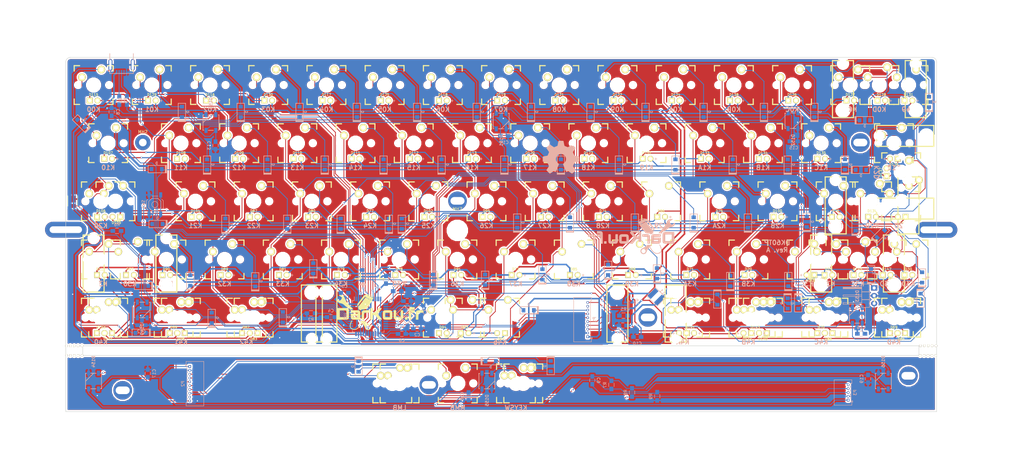
<source format=kicad_pcb>
(kicad_pcb (version 4) (host pcbnew 4.0.5+dfsg1-4)
  (title_block (title "MX/Alps HHKB") (date 2017-05-22) (rev A.1) (company DarKou))
  (layers (0 F.Cu signal) (31 B.Cu signal) (34 B.Paste user) (35 F.Paste user) (36 B.SilkS user) (37 F.SilkS user) (38 B.Mask user) (39 F.Mask user) (44 Edge.Cuts user))
  (net 0 "")
  (net 1 GND)
  (net 2 "Net-(C8-Pad1)")
  (net 3 "Net-(D1-Pad2)")
  (net 4 "Net-(D2-Pad2)")
  (net 5 "Net-(D3-Pad2)")
  (net 6 "Net-(D4-Pad2)")
  (net 7 "Net-(D5-Pad2)")
  (net 8 "Net-(D6-Pad2)")
  (net 9 "Net-(D7-Pad2)")
  (net 10 "Net-(D8-Pad2)")
  (net 11 "Net-(D9-Pad2)")
  (net 12 "Net-(D10-Pad2)")
  (net 13 "Net-(D11-Pad2)")
  (net 14 "Net-(D12-Pad2)")
  (net 15 "Net-(D13-Pad2)")
  (net 16 "Net-(D14-Pad2)")
  (net 17 "Net-(D15-Pad2)")
  (net 18 "Net-(D16-Pad2)")
  (net 19 "Net-(D17-Pad2)")
  (net 20 "Net-(D18-Pad2)")
  (net 21 "Net-(D19-Pad2)")
  (net 22 "Net-(D21-Pad2)")
  (net 23 "Net-(D22-Pad2)")
  (net 24 "Net-(D23-Pad2)")
  (net 25 "Net-(D24-Pad2)")
  (net 26 "Net-(D26-Pad2)")
  (net 27 "Net-(D27-Pad2)")
  (net 28 "Net-(D28-Pad2)")
  (net 29 "Net-(D29-Pad2)")
  (net 30 "Net-(D31-Pad2)")
  (net 31 "Net-(D32-Pad2)")
  (net 32 "Net-(D33-Pad2)")
  (net 33 "Net-(D34-Pad2)")
  (net 34 "Net-(D35-Pad2)")
  (net 35 "Net-(D36-Pad2)")
  (net 36 "Net-(D37-Pad2)")
  (net 37 "Net-(D38-Pad2)")
  (net 38 "Net-(D39-Pad2)")
  (net 39 "Net-(D40-Pad2)")
  (net 40 "Net-(D41-Pad2)")
  (net 41 "Net-(D42-Pad2)")
  (net 42 "Net-(D43-Pad2)")
  (net 43 "Net-(D44-Pad2)")
  (net 44 "Net-(D45-Pad2)")
  (net 45 "Net-(D46-Pad2)")
  (net 46 "Net-(D47-Pad2)")
  (net 47 "Net-(D48-Pad2)")
  (net 48 "Net-(D49-Pad2)")
  (net 49 "Net-(D50-Pad2)")
  (net 50 "Net-(D51-Pad2)")
  (net 51 "Net-(D52-Pad2)")
  (net 52 "Net-(D53-Pad2)")
  (net 53 "Net-(D54-Pad2)")
  (net 54 "Net-(D55-Pad2)")
  (net 55 "Net-(D56-Pad2)")
  (net 56 "Net-(D57-Pad2)")
  (net 57 "Net-(D58-Pad2)")
  (net 58 "Net-(D59-Pad2)")
  (net 59 "Net-(D60-Pad2)")
  (net 60 "Net-(J1-Pad2)")
  (net 61 "Net-(J1-Pad3)")
  (net 62 "Net-(J1-Pad4)")
  (net 63 "Net-(R3-Pad1)")
  (net 64 "Net-(R4-Pad2)")
  (net 65 "Net-(U0-Pad42)")
  (net 66 "Net-(LD1-Pad2)")
  (net 67 D2)
  (net 68 D5)
  (net 69 "Net-(D61-Pad2)")
  (net 70 "Net-(D62-Pad2)")
  (net 71 "Net-(D63-Pad2)")
  (net 72 "Net-(U0-Pad41)")
  (net 73 "Net-(D64-Pad2)")
  (net 74 "Net-(D65-Pad2)")
  (net 75 "Net-(D66-Pad2)")
  (net 76 "Net-(D67-Pad2)")
  (net 77 "Net-(D68-Pad2)")
  (net 78 "Net-(R2-Pad2)")
  (net 79 VCC)
  (net 80 "Net-(C9-Pad1)")
  (net 81 LED_AN)
  (net 82 "Net-(L1-Pad1)")
  (net 83 LED_CATH)
  (net 84 BACKLIT)
  (net 85 CAPS_LED)
  (net 86 Row4)
  (net 87 Col3)
  (net 88 Col4)
  (net 89 Col5)
  (net 90 Row0)
  (net 91 Row1)
  (net 92 Row2)
  (net 93 Row3)
  (net 94 Col0)
  (net 95 Col1)
  (net 96 Col2)
  (net 97 ColD)
  (net 98 ColC)
  (net 99 Col6)
  (net 100 Col7)
  (net 101 Col8)
  (net 102 Col9)
  (net 103 ColA)
  (net 104 ColB)
  (net 105 "Net-(K50-Pad2)")
  (net 106 "Net-(K50-Pad1)")
  (net 107 RESET)
  (net 108 XTAL1)
  (net 109 XTAL2)
  (net 110 "Net-(MH2-Pad1)")
  (net 111 "Net-(X1-Pad3)")
  (net 112 "Net-(MH7-Pad1)")
  (net 113 RGB)
  (net 114 "Net-(D149-Pad2)")
  (net 115 "Net-(D150-Pad2)")
  (net 116 "Net-(D151-Pad2)")
  (net 117 "Net-(D152-Pad2)")
  (net 118 DOUT)
  (net 119 "Net-(DM34-Pad2)")
  (net 120 "Net-(DM44-Pad2)")
  (net 121 "Net-(DM54-Pad2)")
  (net 122 /TRACKPOINT/D5)
  (net 123 /TRACKPOINT/D2)
  (net 124 /TRACKPOINT/Col3)
  (net 125 /TRACKPOINT/Col4)
  (net 126 /TRACKPOINT/Col5)
  (net 127 /TRACKPOINT/Row4)
  (net 128 /TRACKPOINT/RGB)
  (net 129 "Net-(D154-Pad2)")
  (net 130 "Net-(D155-Pad2)")
  (net 131 "Net-(D156-Pad2)")
  (net 132 "Net-(P1-Pad9)")
  (net 133 "Net-(P2-Pad9)")
  (module Footprint:Mx_100 (layer F.Cu) (at 138.23922 128.71429)
    (fp_text reference KM340 hide)
    (fp_text value LMB (at 0 8) (layer B.SilkS) (effects (font (thickness 0.3048)) (justify mirror)))
    (pad HOLE np_thru_hole circle (at 0 0) (size 3.9878 3.9878) (drill 3.9878) (layers *.Cu))
    (pad HOLE np_thru_hole circle (at -5.08 0) (size 1.7018 1.7018) (drill 1.7018) (layers *.Cu))
    (pad HOLE np_thru_hole circle (at 5.08 0) (size 1.7018 1.7018) (drill 1.7018) (layers *.Cu))
    (pad 1 thru_hole circle (at -3.81 -2.54 330.95) (size 2.5 2.5) (drill 1.5) (layers *.Cu *.Mask F.SilkS) (net 124 /TRACKPOINT/Col3))
    (pad 2 thru_hole circle (at 2.54 -5.08 356.1) (size 2.5 2.5) (drill 1.5) (layers *.Cu *.Mask F.SilkS) (net 119 "Net-(DM34-Pad2)"))
  )
  (module Footprint:BreakHoles (layer F.Cu) (at 311.20172 119.54804 90)
    (fp_text reference M2)
    (fp_text value MISC)
    (pad "" np_thru_hole circle (at 0 0 90) (size 0.8 0.8) (drill 0.7) (layers *.Cu *.Mask F.SilkS))
    (pad "" np_thru_hole circle (at 0 -1.27 90) (size 0.8 0.8) (drill 0.7) (layers *.Cu *.Mask F.SilkS))
    (pad "" np_thru_hole circle (at 0 -2.54 90) (size 0.8 0.8) (drill 0.7) (layers *.Cu *.Mask F.SilkS))
    (pad "" np_thru_hole circle (at 0 1.27 90) (size 0.8 0.8) (drill 0.7) (layers *.Cu *.Mask F.SilkS))
    (pad "" np_thru_hole circle (at 0 2.54 90) (size 0.8 0.8) (drill 0.7) (layers *.Cu *.Mask F.SilkS))
  )
  (module Footprint:MXST (layer F.Cu) (at 114.3 107.15625 180)
    (fp_text reference MXST hide)
    (fp_text value VAL** hide)
    (pad "" np_thru_hole circle (at 0 -6.985 180) (size 3.048 3.048) (drill 3.048) (layers *.Cu *.Mask))
    (pad "" np_thru_hole circle (at 0 8.255 180) (size 3.9802 3.9802) (drill 3.9802) (layers *.Cu *.Mask))
  )
  (module Footprint:MXST (layer F.Cu) (at 228.6 107.15625 180)
    (fp_text reference MXST hide)
    (fp_text value VAL** hide)
    (pad "" np_thru_hole circle (at 0 -6.985 180) (size 3.048 3.048) (drill 3.048) (layers *.Cu *.Mask))
    (pad "" np_thru_hole circle (at 0 8.255 180) (size 3.9802 3.9802) (drill 3.9802) (layers *.Cu *.Mask))
  )
  (module Footprint:MXST (layer F.Cu) (at 209.55 107.15625 180)
    (fp_text reference MXST hide)
    (fp_text value VAL** hide)
    (pad "" np_thru_hole circle (at 0 -6.985 180) (size 3.048 3.048) (drill 3.048) (layers *.Cu *.Mask))
    (pad "" np_thru_hole circle (at 0 8.255 180) (size 3.9802 3.9802) (drill 3.9802) (layers *.Cu *.Mask))
  )
  (module Footprint:MXST (layer F.Cu) (at 109.5375 107.15625 180)
    (fp_text reference MXST hide)
    (fp_text value VAL** hide)
    (pad "" np_thru_hole circle (at 0 -6.985 180) (size 3.048 3.048) (drill 3.048) (layers *.Cu *.Mask))
    (pad "" np_thru_hole circle (at 0 8.255 180) (size 3.9802 3.9802) (drill 3.9802) (layers *.Cu *.Mask))
  )
  (module Footprint:MXST (layer F.Cu) (at 300.0375 88.10625)
    (fp_text reference MXST hide)
    (fp_text value VAL** hide)
    (pad "" np_thru_hole circle (at 0 -6.985) (size 3.048 3.048) (drill 3.048) (layers *.Cu *.Mask))
    (pad "" np_thru_hole circle (at 0 8.255) (size 3.9802 3.9802) (drill 3.9802) (layers *.Cu *.Mask))
  )
  (module Footprint:MXST (layer F.Cu) (at 276.225 88.10625)
    (fp_text reference MXST hide)
    (fp_text value VAL** hide)
    (pad "" np_thru_hole circle (at 0 -6.985) (size 3.048 3.048) (drill 3.048) (layers *.Cu *.Mask))
    (pad "" np_thru_hole circle (at 0 8.255) (size 3.9802 3.9802) (drill 3.9802) (layers *.Cu *.Mask))
  )
  (module Footprint:MXST (layer F.Cu) (at 302.41875 47.62625 90)
    (fp_text reference MXST hide)
    (fp_text value VAL** hide)
    (pad "" np_thru_hole circle (at 0 -6.985 90) (size 3.048 3.048) (drill 3.048) (layers *.Cu *.Mask))
    (pad "" np_thru_hole circle (at 0 8.255 90) (size 3.9802 3.9802) (drill 3.9802) (layers *.Cu *.Mask))
  )
  (module Footprint:MXST (layer F.Cu) (at 302.41875 71.4375 90)
    (fp_text reference MXST hide)
    (fp_text value VAL** hide)
    (pad "" np_thru_hole circle (at 0 -6.985 90) (size 3.048 3.048) (drill 3.048) (layers *.Cu *.Mask))
    (pad "" np_thru_hole circle (at 0 8.255 90) (size 3.9802 3.9802) (drill 3.9802) (layers *.Cu *.Mask))
  )
  (module Footprint:MXST (layer F.Cu) (at 280.9875 69.05625)
    (fp_text reference MXST hide)
    (fp_text value VAL** hide)
    (pad "" np_thru_hole circle (at 0 -6.985) (size 3.048 3.048) (drill 3.048) (layers *.Cu *.Mask))
    (pad "" np_thru_hole circle (at 0 8.255) (size 3.9802 3.9802) (drill 3.9802) (layers *.Cu *.Mask))
  )
  (module Footprint:MXST (layer F.Cu) (at 304.8 69.05625)
    (fp_text reference MXST hide)
    (fp_text value VAL** hide)
    (pad "" np_thru_hole circle (at 0 -6.985) (size 3.048 3.048) (drill 3.048) (layers *.Cu *.Mask))
    (pad "" np_thru_hole circle (at 0 8.255) (size 3.9802 3.9802) (drill 3.9802) (layers *.Cu *.Mask))
  )
  (module Footprint:MXST (layer F.Cu) (at 307.18125 30.95625)
    (fp_text reference MXST hide)
    (fp_text value VAL** hide)
    (pad "" np_thru_hole circle (at 0 -6.985) (size 3.048 3.048) (drill 3.048) (layers *.Cu *.Mask))
    (pad "" np_thru_hole circle (at 0 8.255) (size 3.9802 3.9802) (drill 3.9802) (layers *.Cu *.Mask))
  )
  (module Footprint:MXST (layer F.Cu) (at 283.36875 30.95625)
    (fp_text reference MXST hide)
    (fp_text value VAL** hide)
    (pad "" np_thru_hole circle (at 0 -6.985) (size 3.048 3.048) (drill 3.048) (layers *.Cu *.Mask))
    (pad "" np_thru_hole circle (at 0 8.255) (size 3.9802 3.9802) (drill 3.9802) (layers *.Cu *.Mask))
  )
  (module Footprint:MXST (layer F.Cu) (at 61.9125 88.10625)
    (fp_text reference MXST hide)
    (fp_text value VAL** hide)
    (pad "" np_thru_hole circle (at 0 -6.985) (size 3.048 3.048) (drill 3.048) (layers *.Cu *.Mask))
    (pad "" np_thru_hole circle (at 0 8.255) (size 3.9802 3.9802) (drill 3.9802) (layers *.Cu *.Mask))
  )
  (module Capacitors_SMD:C_0805_HandSoldering (layer B.Cu) (at 145 104 45)
    (fp_text reference C1 (at 0 2.1 45) (layer B.SilkS) (effects (justify mirror)))
    (fp_text value 22p)
    (pad 1 smd rect (at -1.25 0 45) (size 1.5 1.25) (layers B.Cu B.Paste B.Mask) (net 108 XTAL1))
    (pad 2 smd rect (at 1.25 0 45) (size 1.5 1.25) (layers B.Cu B.Paste B.Mask) (net 1 GND))
  )
  (module Capacitors_SMD:C_0805_HandSoldering (layer B.Cu) (at 144 110.75)
    (fp_text reference C2 (at 0 2.1) (layer B.SilkS) (effects (justify mirror)))
    (fp_text value 22p)
    (pad 1 smd rect (at -1.25 0) (size 1.5 1.25) (layers B.Cu B.Paste B.Mask) (net 109 XTAL2))
    (pad 2 smd rect (at 1.25 0) (size 1.5 1.25) (layers B.Cu B.Paste B.Mask) (net 1 GND))
  )
  (module Capacitors_SMD:C_0805_HandSoldering (layer B.Cu) (at 133.7875 94.7575 90)
    (fp_text reference C3 (at 0 2.1 90) (layer B.SilkS) (effects (justify mirror)))
    (fp_text value 0.1u hide)
    (pad 1 smd rect (at -1.25 0 90) (size 1.5 1.25) (layers B.Cu B.Paste B.Mask) (net 79 VCC))
    (pad 2 smd rect (at 1.25 0 90) (size 1.5 1.25) (layers B.Cu B.Paste B.Mask) (net 1 GND))
  )
  (module Capacitors_SMD:C_0805_HandSoldering (layer B.Cu) (at 115.75 107 180)
    (fp_text reference C4 (at 0 2.1 180) (layer B.SilkS) (effects (justify mirror)))
    (fp_text value 0.1u hide)
    (pad 1 smd rect (at -1.25 0 180) (size 1.5 1.25) (layers B.Cu B.Paste B.Mask) (net 79 VCC))
    (pad 2 smd rect (at 1.25 0 180) (size 1.5 1.25) (layers B.Cu B.Paste B.Mask) (net 1 GND))
  )
  (module Capacitors_SMD:C_0805_HandSoldering (layer B.Cu) (at 120.25 99 180)
    (fp_text reference C5 (at 0 2.1 180) (layer B.SilkS) (effects (justify mirror)))
    (fp_text value 0.1u)
    (pad 1 smd rect (at -1.25 0 180) (size 1.5 1.25) (layers B.Cu B.Paste B.Mask) (net 79 VCC))
    (pad 2 smd rect (at 1.25 0 180) (size 1.5 1.25) (layers B.Cu B.Paste B.Mask) (net 1 GND))
  )
  (module Capacitors_SMD:C_0805_HandSoldering (layer B.Cu) (at 139 112.5)
    (fp_text reference C6 (at 0 2.1) (layer B.SilkS) (effects (justify mirror)))
    (fp_text value 0.1u)
    (pad 1 smd rect (at -1.25 0) (size 1.5 1.25) (layers B.Cu B.Paste B.Mask) (net 79 VCC))
    (pad 2 smd rect (at 1.25 0) (size 1.5 1.25) (layers B.Cu B.Paste B.Mask) (net 1 GND))
  )
  (module Capacitors_SMD:C_0805_HandSoldering (layer B.Cu) (at 140.75 101.75)
    (fp_text reference C7 (at 0 2.1) (layer B.SilkS) (effects (justify mirror)))
    (fp_text value 4.7u)
    (pad 1 smd rect (at -1.25 0) (size 1.5 1.25) (layers B.Cu B.Paste B.Mask) (net 79 VCC))
    (pad 2 smd rect (at 1.25 0) (size 1.5 1.25) (layers B.Cu B.Paste B.Mask) (net 1 GND))
  )
  (module Capacitors_SMD:C_0805_HandSoldering (layer B.Cu) (at 44 39.75 90)
    (fp_text reference C8 (at 0 2.1 90) (layer B.SilkS) (effects (justify mirror)))
    (fp_text value 1u)
    (pad 1 smd rect (at -1.25 0 90) (size 1.5 1.25) (layers B.Cu B.Paste B.Mask) (net 2 "Net-(C8-Pad1)"))
    (pad 2 smd rect (at 1.25 0 90) (size 1.5 1.25) (layers B.Cu B.Paste B.Mask) (net 1 GND))
  )
  (module Capacitors_SMD:C_0805_HandSoldering (layer B.Cu) (at 201.32172 127.69304 90)
    (fp_text reference C9 (at 0 2.1 90) (layer B.SilkS) (effects (justify mirror)))
    (fp_text value 2.2u)
    (pad 1 smd rect (at -1.25 0 90) (size 1.5 1.25) (layers B.Cu B.Paste B.Mask) (net 80 "Net-(C9-Pad1)"))
    (pad 2 smd rect (at 1.25 0 90) (size 1.5 1.25) (layers B.Cu B.Paste B.Mask) (net 79 VCC))
  )
  (module Footprint:D_SOD123 (layer B.Cu) (at 34 43.5 135)
    (fp_text reference D1 hide)
    (fp_text value D (at 0 1.925 135) (layer B.SilkS) (effects (font (size 0.8 0.8)) (justify mirror)))
    (pad 2 smd rect (at 1.7 0 135) (size 1.2 1.4) (layers B.Cu B.Paste B.Mask) (net 3 "Net-(D1-Pad2)"))
    (pad 1 smd rect (at -1.7 0 135) (size 1.2 1.4) (layers B.Cu B.Paste B.Mask) (net 90 Row0))
  )
  (module Footprint:D_SOD123 (layer B.Cu) (at 58.75 58.5 180)
    (fp_text reference D2 hide)
    (fp_text value D (at 0 1.925 180) (layer B.SilkS) (effects (font (size 0.8 0.8)) (justify mirror)))
    (pad 2 smd rect (at 1.7 0 180) (size 1.2 1.4) (layers B.Cu B.Paste B.Mask) (net 4 "Net-(D2-Pad2)"))
    (pad 1 smd rect (at -1.7 0 180) (size 1.2 1.4) (layers B.Cu B.Paste B.Mask) (net 91 Row1))
  )
  (module Footprint:D_SOD123 (layer B.Cu) (at 59 76.5 180)
    (fp_text reference D3 hide)
    (fp_text value D (at 0 1.925 180) (layer B.SilkS) (effects (font (size 0.8 0.8)) (justify mirror)))
    (pad 2 smd rect (at 1.7 0 180) (size 1.2 1.4) (layers B.Cu B.Paste B.Mask) (net 5 "Net-(D3-Pad2)"))
    (pad 1 smd rect (at -1.7 0 180) (size 1.2 1.4) (layers B.Cu B.Paste B.Mask) (net 92 Row2))
  )
  (module Footprint:D_SOD123 (layer B.Cu) (at 54.25 96.75 180)
    (fp_text reference D4 hide)
    (fp_text value D (at 0 1.925 180) (layer B.SilkS) (effects (font (size 0.8 0.8)) (justify mirror)))
    (pad 2 smd rect (at 1.7 0 180) (size 1.2 1.4) (layers B.Cu B.Paste B.Mask) (net 6 "Net-(D4-Pad2)"))
    (pad 1 smd rect (at -1.7 0 180) (size 1.2 1.4) (layers B.Cu B.Paste B.Mask) (net 93 Row3))
  )
  (module Footprint:D_SOD123 (layer B.Cu) (at 53.5025 112.1475 180)
    (fp_text reference D5 hide)
    (fp_text value D (at 0 1.925 180) (layer B.SilkS) (effects (font (size 0.8 0.8)) (justify mirror)))
    (pad 2 smd rect (at 1.7 0 180) (size 1.2 1.4) (layers B.Cu B.Paste B.Mask) (net 7 "Net-(D5-Pad2)"))
    (pad 1 smd rect (at -1.7 0 180) (size 1.2 1.4) (layers B.Cu B.Paste B.Mask) (net 86 Row4))
  )
  (module Footprint:D_SOD123 (layer B.Cu) (at 67 39.75 90)
    (fp_text reference D6 hide)
    (fp_text value D (at 0 1.925 90) (layer B.SilkS) (effects (font (size 0.8 0.8)) (justify mirror)))
    (pad 2 smd rect (at 1.7 0 90) (size 1.2 1.4) (layers B.Cu B.Paste B.Mask) (net 8 "Net-(D6-Pad2)"))
    (pad 1 smd rect (at -1.7 0 90) (size 1.2 1.4) (layers B.Cu B.Paste B.Mask) (net 90 Row0))
  )
  (module Footprint:D_SOD123 (layer B.Cu) (at 75.25 57 90)
    (fp_text reference D7 hide)
    (fp_text value D (at 0 1.925 90) (layer B.SilkS) (effects (font (size 0.8 0.8)) (justify mirror)))
    (pad 2 smd rect (at 1.7 0 90) (size 1.2 1.4) (layers B.Cu B.Paste B.Mask) (net 9 "Net-(D7-Pad2)"))
    (pad 1 smd rect (at -1.7 0 90) (size 1.2 1.4) (layers B.Cu B.Paste B.Mask) (net 91 Row1))
  )
  (module Footprint:D_SOD123 (layer B.Cu) (at 81.22875 76.40625 90)
    (fp_text reference D8 hide)
    (fp_text value D (at 0 1.925 90) (layer B.SilkS) (effects (font (size 0.8 0.8)) (justify mirror)))
    (pad 2 smd rect (at 1.7 0 90) (size 1.2 1.4) (layers B.Cu B.Paste B.Mask) (net 10 "Net-(D8-Pad2)"))
    (pad 1 smd rect (at -1.7 0 90) (size 1.2 1.4) (layers B.Cu B.Paste B.Mask) (net 92 Row2))
  )
  (module Footprint:D_SOD123 (layer B.Cu) (at 69.75 95 90)
    (fp_text reference D9 hide)
    (fp_text value D (at 0 1.925 90) (layer B.SilkS) (effects (font (size 0.8 0.8)) (justify mirror)))
    (pad 2 smd rect (at 1.7 0 90) (size 1.2 1.4) (layers B.Cu B.Paste B.Mask) (net 11 "Net-(D9-Pad2)"))
    (pad 1 smd rect (at -1.7 0 90) (size 1.2 1.4) (layers B.Cu B.Paste B.Mask) (net 93 Row3))
  )
  (module Footprint:D_SOD123 (layer B.Cu) (at 76.75 107.25 90)
    (fp_text reference D10 hide)
    (fp_text value D (at 0 1.925 90) (layer B.SilkS) (effects (font (size 0.8 0.8)) (justify mirror)))
    (pad 2 smd rect (at 1.7 0 90) (size 1.2 1.4) (layers B.Cu B.Paste B.Mask) (net 12 "Net-(D10-Pad2)"))
    (pad 1 smd rect (at -1.7 0 90) (size 1.2 1.4) (layers B.Cu B.Paste B.Mask) (net 86 Row4))
  )
  (module Footprint:D_SOD123 (layer B.Cu) (at 86.25 39.75 90)
    (fp_text reference D11 hide)
    (fp_text value D (at 0 1.925 90) (layer B.SilkS) (effects (font (size 0.8 0.8)) (justify mirror)))
    (pad 2 smd rect (at 1.7 0 90) (size 1.2 1.4) (layers B.Cu B.Paste B.Mask) (net 13 "Net-(D11-Pad2)"))
    (pad 1 smd rect (at -1.7 0 90) (size 1.2 1.4) (layers B.Cu B.Paste B.Mask) (net 90 Row0))
  )
  (module Footprint:D_SOD123 (layer B.Cu) (at 95 57 90)
    (fp_text reference D12 hide)
    (fp_text value D (at 0 1.925 90) (layer B.SilkS) (effects (font (size 0.8 0.8)) (justify mirror)))
    (pad 2 smd rect (at 1.7 0 90) (size 1.2 1.4) (layers B.Cu B.Paste B.Mask) (net 14 "Net-(D12-Pad2)"))
    (pad 1 smd rect (at -1.7 0 90) (size 1.2 1.4) (layers B.Cu B.Paste B.Mask) (net 91 Row1))
  )
  (module Footprint:D_SOD123 (layer B.Cu) (at 101.47875 76.40625 90)
    (fp_text reference D13 hide)
    (fp_text value D (at 0 1.925 90) (layer B.SilkS) (effects (font (size 0.8 0.8)) (justify mirror)))
    (pad 2 smd rect (at 1.7 0 90) (size 1.2 1.4) (layers B.Cu B.Paste B.Mask) (net 15 "Net-(D13-Pad2)"))
    (pad 1 smd rect (at -1.7 0 90) (size 1.2 1.4) (layers B.Cu B.Paste B.Mask) (net 92 Row2))
  )
  (module Footprint:D_SOD123 (layer B.Cu) (at 91 95.25 90)
    (fp_text reference D14 hide)
    (fp_text value D (at 0 1.925 90) (layer B.SilkS) (effects (font (size 0.8 0.8)) (justify mirror)))
    (pad 2 smd rect (at 1.7 0 90) (size 1.2 1.4) (layers B.Cu B.Paste B.Mask) (net 16 "Net-(D14-Pad2)"))
    (pad 1 smd rect (at -1.7 0 90) (size 1.2 1.4) (layers B.Cu B.Paste B.Mask) (net 93 Row3))
  )
  (module Footprint:D_SOD123 (layer B.Cu) (at 100.0375 107.0075 90)
    (fp_text reference D15 hide)
    (fp_text value D (at 0 1.925 90) (layer B.SilkS) (effects (font (size 0.8 0.8)) (justify mirror)))
    (pad 2 smd rect (at 1.7 0 90) (size 1.2 1.4) (layers B.Cu B.Paste B.Mask) (net 17 "Net-(D15-Pad2)"))
    (pad 1 smd rect (at -1.7 0 90) (size 1.2 1.4) (layers B.Cu B.Paste B.Mask) (net 86 Row4))
  )
  (module Footprint:D_SOD123 (layer B.Cu) (at 105.5 39.75 90)
    (fp_text reference D16 hide)
    (fp_text value D (at 0 1.925 90) (layer B.SilkS) (effects (font (size 0.8 0.8)) (justify mirror)))
    (pad 2 smd rect (at 1.7 0 90) (size 1.2 1.4) (layers B.Cu B.Paste B.Mask) (net 18 "Net-(D16-Pad2)"))
    (pad 1 smd rect (at -1.7 0 90) (size 1.2 1.4) (layers B.Cu B.Paste B.Mask) (net 90 Row0))
  )
  (module Footprint:D_SOD123 (layer B.Cu) (at 113.75 57 90)
    (fp_text reference D17 hide)
    (fp_text value D (at 0 1.925 90) (layer B.SilkS) (effects (font (size 0.8 0.8)) (justify mirror)))
    (pad 2 smd rect (at 1.7 0 90) (size 1.2 1.4) (layers B.Cu B.Paste B.Mask) (net 19 "Net-(D17-Pad2)"))
    (pad 1 smd rect (at -1.7 0 90) (size 1.2 1.4) (layers B.Cu B.Paste B.Mask) (net 91 Row1))
  )
  (module Footprint:D_SOD123 (layer B.Cu) (at 118.97875 76.40625 90)
    (fp_text reference D18 hide)
    (fp_text value D (at 0 1.925 90) (layer B.SilkS) (effects (font (size 0.8 0.8)) (justify mirror)))
    (pad 2 smd rect (at 1.7 0 90) (size 1.2 1.4) (layers B.Cu B.Paste B.Mask) (net 20 "Net-(D18-Pad2)"))
    (pad 1 smd rect (at -1.7 0 90) (size 1.2 1.4) (layers B.Cu B.Paste B.Mask) (net 92 Row2))
  )
  (module Footprint:D_SOD123 (layer B.Cu) (at 110 91 90)
    (fp_text reference D19 hide)
    (fp_text value D (at 0 1.925 90) (layer B.SilkS) (effects (font (size 0.8 0.8)) (justify mirror)))
    (pad 2 smd rect (at 1.7 0 90) (size 1.2 1.4) (layers B.Cu B.Paste B.Mask) (net 21 "Net-(D19-Pad2)"))
    (pad 1 smd rect (at -1.7 0 90) (size 1.2 1.4) (layers B.Cu B.Paste B.Mask) (net 93 Row3))
  )
  (module Footprint:D_SOD123 (layer B.Cu) (at 124.25 39.75 90)
    (fp_text reference D21 hide)
    (fp_text value D (at 0 1.925 90) (layer B.SilkS) (effects (font (size 0.8 0.8)) (justify mirror)))
    (pad 2 smd rect (at 1.7 0 90) (size 1.2 1.4) (layers B.Cu B.Paste B.Mask) (net 22 "Net-(D21-Pad2)"))
    (pad 1 smd rect (at -1.7 0 90) (size 1.2 1.4) (layers B.Cu B.Paste B.Mask) (net 90 Row0))
  )
  (module Footprint:D_SOD123 (layer B.Cu) (at 133 57 90)
    (fp_text reference D22 hide)
    (fp_text value D (at 0 1.925 90) (layer B.SilkS) (effects (font (size 0.8 0.8)) (justify mirror)))
    (pad 2 smd rect (at 1.7 0 90) (size 1.2 1.4) (layers B.Cu B.Paste B.Mask) (net 23 "Net-(D22-Pad2)"))
    (pad 1 smd rect (at -1.7 0 90) (size 1.2 1.4) (layers B.Cu B.Paste B.Mask) (net 91 Row1))
  )
  (module Footprint:D_SOD123 (layer B.Cu) (at 134.72875 76.40625 90)
    (fp_text reference D23 hide)
    (fp_text value D (at 0 1.925 90) (layer B.SilkS) (effects (font (size 0.8 0.8)) (justify mirror)))
    (pad 2 smd rect (at 1.7 0 90) (size 1.2 1.4) (layers B.Cu B.Paste B.Mask) (net 24 "Net-(D23-Pad2)"))
    (pad 1 smd rect (at -1.7 0 90) (size 1.2 1.4) (layers B.Cu B.Paste B.Mask) (net 92 Row2))
  )
  (module Footprint:D_SOD123 (layer B.Cu) (at 126 93.25 90)
    (fp_text reference D24 hide)
    (fp_text value D (at 0 1.925 90) (layer B.SilkS) (effects (font (size 0.8 0.8)) (justify mirror)))
    (pad 2 smd rect (at 1.7 0 90) (size 1.2 1.4) (layers B.Cu B.Paste B.Mask) (net 25 "Net-(D24-Pad2)"))
    (pad 1 smd rect (at -1.7 0 90) (size 1.2 1.4) (layers B.Cu B.Paste B.Mask) (net 93 Row3))
  )
  (module Footprint:D_SOD123 (layer B.Cu) (at 144 39.75 90)
    (fp_text reference D26 hide)
    (fp_text value D (at 0 1.925 90) (layer B.SilkS) (effects (font (size 0.8 0.8)) (justify mirror)))
    (pad 2 smd rect (at 1.7 0 90) (size 1.2 1.4) (layers B.Cu B.Paste B.Mask) (net 26 "Net-(D26-Pad2)"))
    (pad 1 smd rect (at -1.7 0 90) (size 1.2 1.4) (layers B.Cu B.Paste B.Mask) (net 90 Row0))
  )
  (module Footprint:D_SOD123 (layer B.Cu) (at 152 57 90)
    (fp_text reference D27 hide)
    (fp_text value D (at 0 1.925 90) (layer B.SilkS) (effects (font (size 0.8 0.8)) (justify mirror)))
    (pad 2 smd rect (at 1.7 0 90) (size 1.2 1.4) (layers B.Cu B.Paste B.Mask) (net 27 "Net-(D27-Pad2)"))
    (pad 1 smd rect (at -1.7 0 90) (size 1.2 1.4) (layers B.Cu B.Paste B.Mask) (net 91 Row1))
  )
  (module Footprint:D_SOD123 (layer B.Cu) (at 138.97875 76.40625 90)
    (fp_text reference D28 hide)
    (fp_text value D (at 0 1.925 90) (layer B.SilkS) (effects (font (size 0.8 0.8)) (justify mirror)))
    (pad 2 smd rect (at 1.7 0 90) (size 1.2 1.4) (layers B.Cu B.Paste B.Mask) (net 28 "Net-(D28-Pad2)"))
    (pad 1 smd rect (at -1.7 0 90) (size 1.2 1.4) (layers B.Cu B.Paste B.Mask) (net 92 Row2))
  )
  (module Footprint:D_SOD123 (layer B.Cu) (at 149.25 94.75 90)
    (fp_text reference D29 hide)
    (fp_text value D (at 0 1.925 90) (layer B.SilkS) (effects (font (size 0.8 0.8)) (justify mirror)))
    (pad 2 smd rect (at 1.7 0 90) (size 1.2 1.4) (layers B.Cu B.Paste B.Mask) (net 29 "Net-(D29-Pad2)"))
    (pad 1 smd rect (at -1.7 0 90) (size 1.2 1.4) (layers B.Cu B.Paste B.Mask) (net 93 Row3))
  )
  (module Footprint:D_SOD123 (layer B.Cu) (at 163.5 39.75 90)
    (fp_text reference D31 hide)
    (fp_text value D (at 0 1.925 90) (layer B.SilkS) (effects (font (size 0.8 0.8)) (justify mirror)))
    (pad 2 smd rect (at 1.7 0 90) (size 1.2 1.4) (layers B.Cu B.Paste B.Mask) (net 30 "Net-(D31-Pad2)"))
    (pad 1 smd rect (at -1.7 0 90) (size 1.2 1.4) (layers B.Cu B.Paste B.Mask) (net 90 Row0))
  )
  (module Footprint:D_SOD123 (layer B.Cu) (at 172.5375 57.0075 90)
    (fp_text reference D32 hide)
    (fp_text value D (at 0 1.925 90) (layer B.SilkS) (effects (font (size 0.8 0.8)) (justify mirror)))
    (pad 2 smd rect (at 1.7 0 90) (size 1.2 1.4) (layers B.Cu B.Paste B.Mask) (net 31 "Net-(D32-Pad2)"))
    (pad 1 smd rect (at -1.7 0 90) (size 1.2 1.4) (layers B.Cu B.Paste B.Mask) (net 91 Row1))
  )
  (module Footprint:D_SOD123 (layer B.Cu) (at 176.75 76 90)
    (fp_text reference D33 hide)
    (fp_text value D (at 0 1.925 90) (layer B.SilkS) (effects (font (size 0.8 0.8)) (justify mirror)))
    (pad 2 smd rect (at 1.7 0 90) (size 1.2 1.4) (layers B.Cu B.Paste B.Mask) (net 32 "Net-(D33-Pad2)"))
    (pad 1 smd rect (at -1.7 0 90) (size 1.2 1.4) (layers B.Cu B.Paste B.Mask) (net 92 Row2))
  )
  (module Footprint:D_SOD123 (layer B.Cu) (at 166.25 94.75 90)
    (fp_text reference D34 hide)
    (fp_text value D (at 0 1.925 90) (layer B.SilkS) (effects (font (size 0.8 0.8)) (justify mirror)))
    (pad 2 smd rect (at 1.7 0 90) (size 1.2 1.4) (layers B.Cu B.Paste B.Mask) (net 33 "Net-(D34-Pad2)"))
    (pad 1 smd rect (at -1.7 0 90) (size 1.2 1.4) (layers B.Cu B.Paste B.Mask) (net 93 Row3))
  )
  (module Footprint:D_SOD123 (layer B.Cu) (at 180.5 104.75 180)
    (fp_text reference D35 hide)
    (fp_text value D (at 0 1.925 180) (layer B.SilkS) (effects (font (size 0.8 0.8)) (justify mirror)))
    (pad 2 smd rect (at 1.7 0 180) (size 1.2 1.4) (layers B.Cu B.Paste B.Mask) (net 34 "Net-(D35-Pad2)"))
    (pad 1 smd rect (at -1.7 0 180) (size 1.2 1.4) (layers B.Cu B.Paste B.Mask) (net 86 Row4))
  )
  (module Footprint:D_SOD123 (layer B.Cu) (at 181.25 39.75 90)
    (fp_text reference D36 hide)
    (fp_text value D (at 0 1.925 90) (layer B.SilkS) (effects (font (size 0.8 0.8)) (justify mirror)))
    (pad 2 smd rect (at 1.7 0 90) (size 1.2 1.4) (layers B.Cu B.Paste B.Mask) (net 35 "Net-(D36-Pad2)"))
    (pad 1 smd rect (at -1.7 0 90) (size 1.2 1.4) (layers B.Cu B.Paste B.Mask) (net 90 Row0))
  )
  (module Footprint:D_SOD123 (layer B.Cu) (at 191.0375 57.0075 90)
    (fp_text reference D37 hide)
    (fp_text value D (at 0 1.925 90) (layer B.SilkS) (effects (font (size 0.8 0.8)) (justify mirror)))
    (pad 2 smd rect (at 1.7 0 90) (size 1.2 1.4) (layers B.Cu B.Paste B.Mask) (net 36 "Net-(D37-Pad2)"))
    (pad 1 smd rect (at -1.7 0 90) (size 1.2 1.4) (layers B.Cu B.Paste B.Mask) (net 91 Row1))
  )
  (module Footprint:D_SOD123 (layer B.Cu) (at 194 76 90)
    (fp_text reference D38 hide)
    (fp_text value D (at 0 1.925 90) (layer B.SilkS) (effects (font (size 0.8 0.8)) (justify mirror)))
    (pad 2 smd rect (at 1.7 0 90) (size 1.2 1.4) (layers B.Cu B.Paste B.Mask) (net 37 "Net-(D38-Pad2)"))
    (pad 1 smd rect (at -1.7 0 90) (size 1.2 1.4) (layers B.Cu B.Paste B.Mask) (net 92 Row2))
  )
  (module Footprint:D_SOD123 (layer B.Cu) (at 185 93 90)
    (fp_text reference D39 hide)
    (fp_text value D (at 0 1.925 90) (layer B.SilkS) (effects (font (size 0.8 0.8)) (justify mirror)))
    (pad 2 smd rect (at 1.7 0 90) (size 1.2 1.4) (layers B.Cu B.Paste B.Mask) (net 38 "Net-(D39-Pad2)"))
    (pad 1 smd rect (at -1.7 0 90) (size 1.2 1.4) (layers B.Cu B.Paste B.Mask) (net 93 Row3))
  )
  (module Footprint:D_SOD123 (layer B.Cu) (at 200.75 39.75 90)
    (fp_text reference D40 hide)
    (fp_text value D (at 0 1.925 90) (layer B.SilkS) (effects (font (size 0.8 0.8)) (justify mirror)))
    (pad 2 smd rect (at 1.7 0 90) (size 1.2 1.4) (layers B.Cu B.Paste B.Mask) (net 39 "Net-(D40-Pad2)"))
    (pad 1 smd rect (at -1.7 0 90) (size 1.2 1.4) (layers B.Cu B.Paste B.Mask) (net 90 Row0))
  )
  (module Footprint:D_SOD123 (layer B.Cu) (at 210.0375 57.0075 90)
    (fp_text reference D41 hide)
    (fp_text value D (at 0 1.925 90) (layer B.SilkS) (effects (font (size 0.8 0.8)) (justify mirror)))
    (pad 2 smd rect (at 1.7 0 90) (size 1.2 1.4) (layers B.Cu B.Paste B.Mask) (net 40 "Net-(D41-Pad2)"))
    (pad 1 smd rect (at -1.7 0 90) (size 1.2 1.4) (layers B.Cu B.Paste B.Mask) (net 91 Row1))
  )
  (module Footprint:D_SOD123 (layer B.Cu) (at 215.25 76 90)
    (fp_text reference D42 hide)
    (fp_text value D (at 0 1.925 90) (layer B.SilkS) (effects (font (size 0.8 0.8)) (justify mirror)))
    (pad 2 smd rect (at 1.7 0 90) (size 1.2 1.4) (layers B.Cu B.Paste B.Mask) (net 41 "Net-(D42-Pad2)"))
    (pad 1 smd rect (at -1.7 0 90) (size 1.2 1.4) (layers B.Cu B.Paste B.Mask) (net 92 Row2))
  )
  (module Footprint:D_SOD123 (layer B.Cu) (at 206.5 91.5 90)
    (fp_text reference D43 hide)
    (fp_text value D (at 0 1.925 90) (layer B.SilkS) (effects (font (size 0.8 0.8)) (justify mirror)))
    (pad 2 smd rect (at 1.7 0 90) (size 1.2 1.4) (layers B.Cu B.Paste B.Mask) (net 42 "Net-(D43-Pad2)"))
    (pad 1 smd rect (at -1.7 0 90) (size 1.2 1.4) (layers B.Cu B.Paste B.Mask) (net 93 Row3))
  )
  (module Footprint:D_SOD123 (layer B.Cu) (at 218.75 39.75 90)
    (fp_text reference D44 hide)
    (fp_text value D (at 0 1.925 90) (layer B.SilkS) (effects (font (size 0.8 0.8)) (justify mirror)))
    (pad 2 smd rect (at 1.7 0 90) (size 1.2 1.4) (layers B.Cu B.Paste B.Mask) (net 43 "Net-(D44-Pad2)"))
    (pad 1 smd rect (at -1.7 0 90) (size 1.2 1.4) (layers B.Cu B.Paste B.Mask) (net 90 Row0))
  )
  (module Footprint:D_SOD123 (layer B.Cu) (at 228.5375 57.0075 90)
    (fp_text reference D45 hide)
    (fp_text value D (at 0 1.925 90) (layer B.SilkS) (effects (font (size 0.8 0.8)) (justify mirror)))
    (pad 2 smd rect (at 1.7 0 90) (size 1.2 1.4) (layers B.Cu B.Paste B.Mask) (net 44 "Net-(D45-Pad2)"))
    (pad 1 smd rect (at -1.7 0 90) (size 1.2 1.4) (layers B.Cu B.Paste B.Mask) (net 91 Row1))
  )
  (module Footprint:D_SOD123 (layer B.Cu) (at 234.5 76 90)
    (fp_text reference D46 hide)
    (fp_text value D (at 0 1.925 90) (layer B.SilkS) (effects (font (size 0.8 0.8)) (justify mirror)))
    (pad 2 smd rect (at 1.7 0 90) (size 1.2 1.4) (layers B.Cu B.Paste B.Mask) (net 45 "Net-(D46-Pad2)"))
    (pad 1 smd rect (at -1.7 0 90) (size 1.2 1.4) (layers B.Cu B.Paste B.Mask) (net 92 Row2))
  )
  (module Footprint:D_SOD123 (layer B.Cu) (at 222.47875 92.65625 90)
    (fp_text reference D47 hide)
    (fp_text value D (at 0 1.925 90) (layer B.SilkS) (effects (font (size 0.8 0.8)) (justify mirror)))
    (pad 2 smd rect (at 1.7 0 90) (size 1.2 1.4) (layers B.Cu B.Paste B.Mask) (net 46 "Net-(D47-Pad2)"))
    (pad 1 smd rect (at -1.7 0 90) (size 1.2 1.4) (layers B.Cu B.Paste B.Mask) (net 93 Row3))
  )
  (module Footprint:D_SOD123 (layer B.Cu) (at 311.5 36.5 90)
    (fp_text reference D48 hide)
    (fp_text value D (at 0 1.925 90) (layer B.SilkS) (effects (font (size 0.8 0.8)) (justify mirror)))
    (pad 2 smd rect (at 1.7 0 90) (size 1.2 1.4) (layers B.Cu B.Paste B.Mask) (net 47 "Net-(D48-Pad2)"))
    (pad 1 smd rect (at -1.7 0 90) (size 1.2 1.4) (layers B.Cu B.Paste B.Mask) (net 86 Row4))
  )
  (module Footprint:D_SOD123 (layer B.Cu) (at 237.75 39.75 90)
    (fp_text reference D49 hide)
    (fp_text value D (at 0 1.925 90) (layer B.SilkS) (effects (font (size 0.8 0.8)) (justify mirror)))
    (pad 2 smd rect (at 1.7 0 90) (size 1.2 1.4) (layers B.Cu B.Paste B.Mask) (net 48 "Net-(D49-Pad2)"))
    (pad 1 smd rect (at -1.7 0 90) (size 1.2 1.4) (layers B.Cu B.Paste B.Mask) (net 90 Row0))
  )
  (module Footprint:D_SOD123 (layer B.Cu) (at 247.2875 57.0075 90)
    (fp_text reference D50 hide)
    (fp_text value D (at 0 1.925 90) (layer B.SilkS) (effects (font (size 0.8 0.8)) (justify mirror)))
    (pad 2 smd rect (at 1.7 0 90) (size 1.2 1.4) (layers B.Cu B.Paste B.Mask) (net 49 "Net-(D50-Pad2)"))
    (pad 1 smd rect (at -1.7 0 90) (size 1.2 1.4) (layers B.Cu B.Paste B.Mask) (net 91 Row1))
  )
  (module Footprint:D_SOD123 (layer B.Cu) (at 252.25 76 90)
    (fp_text reference D51 hide)
    (fp_text value D (at 0 1.925 90) (layer B.SilkS) (effects (font (size 0.8 0.8)) (justify mirror)))
    (pad 2 smd rect (at 1.7 0 90) (size 1.2 1.4) (layers B.Cu B.Paste B.Mask) (net 50 "Net-(D51-Pad2)"))
    (pad 1 smd rect (at -1.7 0 90) (size 1.2 1.4) (layers B.Cu B.Paste B.Mask) (net 92 Row2))
  )
  (module Footprint:D_SOD123 (layer B.Cu) (at 246.47875 95.15625 90)
    (fp_text reference D52 hide)
    (fp_text value D (at 0 1.925 90) (layer B.SilkS) (effects (font (size 0.8 0.8)) (justify mirror)))
    (pad 2 smd rect (at 1.7 0 90) (size 1.2 1.4) (layers B.Cu B.Paste B.Mask) (net 51 "Net-(D52-Pad2)"))
    (pad 1 smd rect (at -1.7 0 90) (size 1.2 1.4) (layers B.Cu B.Paste B.Mask) (net 93 Row3))
  )
  (module Footprint:D_SOD123 (layer B.Cu) (at 242.25 101.25 270)
    (fp_text reference D53 hide)
    (fp_text value D (at 0 1.925 270) (layer B.SilkS) (effects (font (size 0.8 0.8)) (justify mirror)))
    (pad 2 smd rect (at 1.7 0 270) (size 1.2 1.4) (layers B.Cu B.Paste B.Mask) (net 52 "Net-(D53-Pad2)"))
    (pad 1 smd rect (at -1.7 0 270) (size 1.2 1.4) (layers B.Cu B.Paste B.Mask) (net 86 Row4))
  )
  (module Footprint:D_SOD123 (layer B.Cu) (at 257.5 39.75 90)
    (fp_text reference D54 hide)
    (fp_text value D (at 0 1.925 90) (layer B.SilkS) (effects (font (size 0.8 0.8)) (justify mirror)))
    (pad 2 smd rect (at 1.7 0 90) (size 1.2 1.4) (layers B.Cu B.Paste B.Mask) (net 53 "Net-(D54-Pad2)"))
    (pad 1 smd rect (at -1.7 0 90) (size 1.2 1.4) (layers B.Cu B.Paste B.Mask) (net 90 Row0))
  )
  (module Footprint:D_SOD123 (layer B.Cu) (at 265.2875 57.0075 90)
    (fp_text reference D55 hide)
    (fp_text value D (at 0 1.925 90) (layer B.SilkS) (effects (font (size 0.8 0.8)) (justify mirror)))
    (pad 2 smd rect (at 1.7 0 90) (size 1.2 1.4) (layers B.Cu B.Paste B.Mask) (net 54 "Net-(D55-Pad2)"))
    (pad 1 smd rect (at -1.7 0 90) (size 1.2 1.4) (layers B.Cu B.Paste B.Mask) (net 91 Row1))
  )
  (module Footprint:D_SOD123 (layer B.Cu) (at 271.5 75.75 90)
    (fp_text reference D56 hide)
    (fp_text value D (at 0 1.925 90) (layer B.SilkS) (effects (font (size 0.8 0.8)) (justify mirror)))
    (pad 2 smd rect (at 1.7 0 90) (size 1.2 1.4) (layers B.Cu B.Paste B.Mask) (net 55 "Net-(D56-Pad2)"))
    (pad 1 smd rect (at -1.7 0 90) (size 1.2 1.4) (layers B.Cu B.Paste B.Mask) (net 92 Row2))
  )
  (module Footprint:D_SOD123 (layer B.Cu) (at 265.47875 95.15625 90)
    (fp_text reference D57 hide)
    (fp_text value D (at 0 1.925 90) (layer B.SilkS) (effects (font (size 0.8 0.8)) (justify mirror)))
    (pad 2 smd rect (at 1.7 0 90) (size 1.2 1.4) (layers B.Cu B.Paste B.Mask) (net 56 "Net-(D57-Pad2)"))
    (pad 1 smd rect (at -1.7 0 90) (size 1.2 1.4) (layers B.Cu B.Paste B.Mask) (net 93 Row3))
  )
  (module Footprint:D_SOD123 (layer B.Cu) (at 265.25 102.5 270)
    (fp_text reference D58 hide)
    (fp_text value D (at 0 1.925 270) (layer B.SilkS) (effects (font (size 0.8 0.8)) (justify mirror)))
    (pad 2 smd rect (at 1.7 0 270) (size 1.2 1.4) (layers B.Cu B.Paste B.Mask) (net 57 "Net-(D58-Pad2)"))
    (pad 1 smd rect (at -1.7 0 270) (size 1.2 1.4) (layers B.Cu B.Paste B.Mask) (net 86 Row4))
  )
  (module Footprint:D_SOD123 (layer B.Cu) (at 274 39.75 90)
    (fp_text reference D59 hide)
    (fp_text value D (at 0 1.925 90) (layer B.SilkS) (effects (font (size 0.8 0.8)) (justify mirror)))
    (pad 2 smd rect (at 1.7 0 90) (size 1.2 1.4) (layers B.Cu B.Paste B.Mask) (net 58 "Net-(D59-Pad2)"))
    (pad 1 smd rect (at -1.7 0 90) (size 1.2 1.4) (layers B.Cu B.Paste B.Mask) (net 90 Row0))
  )
  (module Footprint:D_SOD123 (layer B.Cu) (at 284 57 90)
    (fp_text reference D60 hide)
    (fp_text value D (at 0 1.925 90) (layer B.SilkS) (effects (font (size 0.8 0.8)) (justify mirror)))
    (pad 2 smd rect (at 1.7 0 90) (size 1.2 1.4) (layers B.Cu B.Paste B.Mask) (net 59 "Net-(D60-Pad2)"))
    (pad 1 smd rect (at -1.7 0 90) (size 1.2 1.4) (layers B.Cu B.Paste B.Mask) (net 91 Row1))
  )
  (module Footprint:D_SOD123 (layer B.Cu) (at 287.5 77 90)
    (fp_text reference D61 hide)
    (fp_text value D (at 0 1.925 90) (layer B.SilkS) (effects (font (size 0.8 0.8)) (justify mirror)))
    (pad 2 smd rect (at 1.7 0 90) (size 1.2 1.4) (layers B.Cu B.Paste B.Mask) (net 69 "Net-(D61-Pad2)"))
    (pad 1 smd rect (at -1.7 0 90) (size 1.2 1.4) (layers B.Cu B.Paste B.Mask) (net 92 Row2))
  )
  (module Footprint:D_SOD123 (layer B.Cu) (at 292.57172 92.94304 90)
    (fp_text reference D62 hide)
    (fp_text value D (at 0 1.925 90) (layer B.SilkS) (effects (font (size 0.8 0.8)) (justify mirror)))
    (pad 2 smd rect (at 1.7 0 90) (size 1.2 1.4) (layers B.Cu B.Paste B.Mask) (net 70 "Net-(D62-Pad2)"))
    (pad 1 smd rect (at -1.7 0 90) (size 1.2 1.4) (layers B.Cu B.Paste B.Mask) (net 93 Row3))
  )
  (module Footprint:D_SOD123 (layer B.Cu) (at 268.75 102.5 270)
    (fp_text reference D63 hide)
    (fp_text value D (at 0 1.925 270) (layer B.SilkS) (effects (font (size 0.8 0.8)) (justify mirror)))
    (pad 2 smd rect (at 1.7 0 270) (size 1.2 1.4) (layers B.Cu B.Paste B.Mask) (net 71 "Net-(D63-Pad2)"))
    (pad 1 smd rect (at -1.7 0 270) (size 1.2 1.4) (layers B.Cu B.Paste B.Mask) (net 86 Row4))
  )
  (module Footprint:D_SOD123 (layer B.Cu) (at 290.5 42.5)
    (fp_text reference D64 hide)
    (fp_text value D (at 0 1.925) (layer B.SilkS) (effects (font (size 0.8 0.8)) (justify mirror)))
    (pad 2 smd rect (at 1.7 0) (size 1.2 1.4) (layers B.Cu B.Paste B.Mask) (net 73 "Net-(D64-Pad2)"))
    (pad 1 smd rect (at -1.7 0) (size 1.2 1.4) (layers B.Cu B.Paste B.Mask) (net 90 Row0))
  )
  (module Footprint:D_SOD123 (layer B.Cu) (at 289.25 58.75)
    (fp_text reference D65 hide)
    (fp_text value D (at 0 1.925) (layer B.SilkS) (effects (font (size 0.8 0.8)) (justify mirror)))
    (pad 2 smd rect (at 1.7 0) (size 1.2 1.4) (layers B.Cu B.Paste B.Mask) (net 74 "Net-(D65-Pad2)"))
    (pad 1 smd rect (at -1.7 0) (size 1.2 1.4) (layers B.Cu B.Paste B.Mask) (net 91 Row1))
  )
  (module Footprint:D_SOD123 (layer B.Cu) (at 295.75 79.75 45)
    (fp_text reference D66 hide)
    (fp_text value D (at 0 1.925 45) (layer B.SilkS) (effects (font (size 0.8 0.8)) (justify mirror)))
    (pad 2 smd rect (at 1.7 0 45) (size 1.2 1.4) (layers B.Cu B.Paste B.Mask) (net 75 "Net-(D66-Pad2)"))
    (pad 1 smd rect (at -1.7 0 45) (size 1.2 1.4) (layers B.Cu B.Paste B.Mask) (net 92 Row2))
  )
  (module Footprint:D_SOD123 (layer B.Cu) (at 309.25 94 90)
    (fp_text reference D67 hide)
    (fp_text value D (at 0 1.925 90) (layer B.SilkS) (effects (font (size 0.8 0.8)) (justify mirror)))
    (pad 2 smd rect (at 1.7 0 90) (size 1.2 1.4) (layers B.Cu B.Paste B.Mask) (net 76 "Net-(D67-Pad2)"))
    (pad 1 smd rect (at -1.7 0 90) (size 1.2 1.4) (layers B.Cu B.Paste B.Mask) (net 93 Row3))
  )
  (module Footprint:D_SOD123 (layer B.Cu) (at 308.75 101 270)
    (fp_text reference D68 hide)
    (fp_text value D (at 0 1.925 270) (layer B.SilkS) (effects (font (size 0.8 0.8)) (justify mirror)))
    (pad 2 smd rect (at 1.7 0 270) (size 1.2 1.4) (layers B.Cu B.Paste B.Mask) (net 77 "Net-(D68-Pad2)"))
    (pad 1 smd rect (at -1.7 0 270) (size 1.2 1.4) (layers B.Cu B.Paste B.Mask) (net 86 Row4))
  )
  (module Footprint:USB_miniB_hirose_5S8 (layer B.Cu) (at 47.25 26.75)
    (fp_text reference J1 hide)
    (fp_text value USB_mini_micro_B hide)
    (pad 1 smd rect (at -1.6 0) (size 0.5 1.4) (layers B.Cu B.Paste B.Mask) (net 79 VCC))
    (pad 2 smd rect (at -0.8 0) (size 0.5 1.4) (layers B.Cu B.Paste B.Mask) (net 60 "Net-(J1-Pad2)"))
    (pad 3 smd rect (at 0 0) (size 0.5 1.4) (layers B.Cu B.Paste B.Mask) (net 61 "Net-(J1-Pad3)"))
    (pad 4 smd rect (at 0.8 0) (size 0.5 1.4) (layers B.Cu B.Paste B.Mask) (net 62 "Net-(J1-Pad4)"))
    (pad 5 smd rect (at 1.6 0) (size 0.5 1.4) (layers B.Cu B.Paste B.Mask) (net 1 GND))
    (pad 6 thru_hole oval (at -3.65 -2.4) (size 1.3 3.8) (drill oval 0.7 3.2) (layers *.Cu *.Mask B.Paste) (net 1 GND))
    (pad 6 thru_hole oval (at 3.65 -2.4) (size 1.3 3.8) (drill oval 0.7 3.2) (layers *.Cu *.Mask B.Paste) (net 1 GND))
  )
  (module Resistors_SMD:R_0805_HandSoldering (layer B.Cu) (at 137.5 98.5 180)
    (fp_text reference R1 (at 0 2.1 180) (layer B.SilkS) (effects (justify mirror)))
    (fp_text value 10K)
    (pad 1 smd rect (at -1.35 0 180) (size 1.5 1.3) (layers B.Cu B.Paste B.Mask) (net 79 VCC))
    (pad 2 smd rect (at 1.35 0 180) (size 1.5 1.3) (layers B.Cu B.Paste B.Mask) (net 107 RESET))
  )
  (module Resistors_SMD:R_0805_HandSoldering (layer B.Cu) (at 109.25 105.75)
    (fp_text reference R2 (at 0 2.1) (layer B.SilkS) (effects (justify mirror)))
    (fp_text value 10K)
    (pad 1 smd rect (at -1.35 0) (size 1.5 1.3) (layers B.Cu B.Paste B.Mask) (net 1 GND))
    (pad 2 smd rect (at 1.35 0) (size 1.5 1.3) (layers B.Cu B.Paste B.Mask) (net 78 "Net-(R2-Pad2)"))
  )
  (module Resistors_SMD:R_0805_HandSoldering (layer B.Cu) (at 46.5 36 90)
    (fp_text reference R3 (at 0 2.1 90) (layer B.SilkS) (effects (justify mirror)))
    (fp_text value 22)
    (pad 1 smd rect (at -1.35 0 90) (size 1.5 1.3) (layers B.Cu B.Paste B.Mask) (net 63 "Net-(R3-Pad1)"))
    (pad 2 smd rect (at 1.35 0 90) (size 1.5 1.3) (layers B.Cu B.Paste B.Mask) (net 60 "Net-(J1-Pad2)"))
  )
  (module Resistors_SMD:R_0805_HandSoldering (layer B.Cu) (at 49 36 270)
    (fp_text reference R4 (at 0 2.1 270) (layer B.SilkS) (effects (justify mirror)))
    (fp_text value 22)
    (pad 1 smd rect (at -1.35 0 270) (size 1.5 1.3) (layers B.Cu B.Paste B.Mask) (net 61 "Net-(J1-Pad3)"))
    (pad 2 smd rect (at 1.35 0 270) (size 1.5 1.3) (layers B.Cu B.Paste B.Mask) (net 64 "Net-(R4-Pad2)"))
  )
  (module Resistors_SMD:R_0805_HandSoldering (layer B.Cu) (at 45.75 78.75 180)
    (fp_text reference R6 (at 0 2.1 180) (layer B.SilkS) (effects (justify mirror)))
    (fp_text value R)
    (pad 1 smd rect (at -1.35 0 180) (size 1.5 1.3) (layers B.Cu B.Paste B.Mask) (net 85 CAPS_LED))
    (pad 2 smd rect (at 1.35 0 180) (size 1.5 1.3) (layers B.Cu B.Paste B.Mask) (net 66 "Net-(LD1-Pad2)"))
  )
  (module Resistors_SMD:R_0805_HandSoldering (layer B.Cu) (at 207.57172 129.19304 270)
    (fp_text reference R7 (at 0 2.1 270) (layer B.SilkS) (effects (justify mirror)))
    (fp_text value 4.7K)
    (pad 1 smd rect (at -1.35 0 270) (size 1.5 1.3) (layers B.Cu B.Paste B.Mask) (net 79 VCC))
    (pad 2 smd rect (at 1.35 0 270) (size 1.5 1.3) (layers B.Cu B.Paste B.Mask) (net 122 /TRACKPOINT/D5))
  )
  (module Resistors_SMD:R_0805_HandSoldering (layer B.Cu) (at 214.32172 131.69304 270)
    (fp_text reference R8 (at 0 2.1 270) (layer B.SilkS) (effects (justify mirror)))
    (fp_text value 4.7K)
    (pad 1 smd rect (at -1.35 0 270) (size 1.5 1.3) (layers B.Cu B.Paste B.Mask) (net 79 VCC))
    (pad 2 smd rect (at 1.35 0 270) (size 1.5 1.3) (layers B.Cu B.Paste B.Mask) (net 123 /TRACKPOINT/D2))
  )
  (module Resistors_SMD:R_0805_HandSoldering (layer B.Cu) (at 222.57172 132.94304 270)
    (fp_text reference R9 (at 0 2.1 270) (layer B.SilkS) (effects (justify mirror)))
    (fp_text value 100K)
    (pad 1 smd rect (at -1.35 0 270) (size 1.5 1.3) (layers B.Cu B.Paste B.Mask) (net 80 "Net-(C9-Pad1)"))
    (pad 2 smd rect (at 1.35 0 270) (size 1.5 1.3) (layers B.Cu B.Paste B.Mask) (net 1 GND))
  )
  (module Buttons_Switches_SMD:SW_SPST_TL3342 (layer B.Cu) (at 58.15 70.1 270)
    (fp_text reference SW1 (at 0 3.75 270) (layer B.SilkS) (effects (justify mirror)))
    (fp_text value SW_PUSH)
    (pad 1 smd rect (at -3.15 1.9 270) (size 1.7 1) (layers B.Cu B.Paste B.Mask) (net 1 GND))
    (pad 1 smd rect (at 3.15 1.9 270) (size 1.7 1) (layers B.Cu B.Paste B.Mask) (net 1 GND))
    (pad 2 smd rect (at -3.15 -1.9 270) (size 1.7 1) (layers B.Cu B.Paste B.Mask) (net 107 RESET))
    (pad 2 smd rect (at 3.15 -1.9 270) (size 1.7 1) (layers B.Cu B.Paste B.Mask) (net 107 RESET))
  )
  (module Housings_QFP:TQFP-44_10x10mm_Pitch0.8mm (layer B.Cu) (at 128 106.75 270)
    (fp_text reference U0 (at 0 7.45 270) (layer B.SilkS) (effects (justify mirror)))
    (fp_text value ATMEGA32U4)
    (pad 1 smd rect (at -5.7 4 270) (size 1.5 0.55) (layers B.Cu B.Paste B.Mask) (net 85 CAPS_LED))
    (pad 2 smd rect (at -5.7 3.2 270) (size 1.5 0.55) (layers B.Cu B.Paste B.Mask) (net 79 VCC))
    (pad 3 smd rect (at -5.7 2.4 270) (size 1.5 0.55) (layers B.Cu B.Paste B.Mask) (net 63 "Net-(R3-Pad1)"))
    (pad 4 smd rect (at -5.7 1.6 270) (size 1.5 0.55) (layers B.Cu B.Paste B.Mask) (net 64 "Net-(R4-Pad2)"))
    (pad 5 smd rect (at -5.7 0.8 270) (size 1.5 0.55) (layers B.Cu B.Paste B.Mask) (net 1 GND))
    (pad 6 smd rect (at -5.7 0 270) (size 1.5 0.55) (layers B.Cu B.Paste B.Mask) (net 2 "Net-(C8-Pad1)"))
    (pad 7 smd rect (at -5.7 -0.8 270) (size 1.5 0.55) (layers B.Cu B.Paste B.Mask) (net 79 VCC))
    (pad 8 smd rect (at -5.7 -1.6 270) (size 1.5 0.55) (layers B.Cu B.Paste B.Mask) (net 97 ColD))
    (pad 9 smd rect (at -5.7 -2.4 270) (size 1.5 0.55) (layers B.Cu B.Paste B.Mask) (net 89 Col5))
    (pad 10 smd rect (at -5.7 -3.2 270) (size 1.5 0.55) (layers B.Cu B.Paste B.Mask) (net 93 Row3))
    (pad 11 smd rect (at -5.7 -4 270) (size 1.5 0.55) (layers B.Cu B.Paste B.Mask) (net 100 Col7))
    (pad 12 smd rect (at -4 -5.7 180) (size 1.5 0.55) (layers B.Cu B.Paste B.Mask) (net 84 BACKLIT))
    (pad 13 smd rect (at -3.2 -5.7 180) (size 1.5 0.55) (layers B.Cu B.Paste B.Mask) (net 107 RESET))
    (pad 14 smd rect (at -2.4 -5.7 180) (size 1.5 0.55) (layers B.Cu B.Paste B.Mask) (net 79 VCC))
    (pad 15 smd rect (at -1.6 -5.7 180) (size 1.5 0.55) (layers B.Cu B.Paste B.Mask) (net 1 GND))
    (pad 16 smd rect (at -0.8 -5.7 180) (size 1.5 0.55) (layers B.Cu B.Paste B.Mask) (net 108 XTAL1))
    (pad 17 smd rect (at 0 -5.7 180) (size 1.5 0.55) (layers B.Cu B.Paste B.Mask) (net 109 XTAL2))
    (pad 18 smd rect (at 0.8 -5.7 180) (size 1.5 0.55) (layers B.Cu B.Paste B.Mask) (net 98 ColC))
    (pad 19 smd rect (at 1.6 -5.7 180) (size 1.5 0.55) (layers B.Cu B.Paste B.Mask) (net 104 ColB))
    (pad 20 smd rect (at 2.4 -5.7 180) (size 1.5 0.55) (layers B.Cu B.Paste B.Mask) (net 67 D2))
    (pad 21 smd rect (at 3.2 -5.7 180) (size 1.5 0.55) (layers B.Cu B.Paste B.Mask) (net 103 ColA))
    (pad 22 smd rect (at 4 -5.7 180) (size 1.5 0.55) (layers B.Cu B.Paste B.Mask) (net 68 D5))
    (pad 23 smd rect (at 5.7 -4 270) (size 1.5 0.55) (layers B.Cu B.Paste B.Mask) (net 1 GND))
    (pad 24 smd rect (at 5.7 -3.2 270) (size 1.5 0.55) (layers B.Cu B.Paste B.Mask) (net 79 VCC))
    (pad 25 smd rect (at 5.7 -2.4 270) (size 1.5 0.55) (layers B.Cu B.Paste B.Mask) (net 101 Col8))
    (pad 26 smd rect (at 5.7 -1.6 270) (size 1.5 0.55) (layers B.Cu B.Paste B.Mask) (net 99 Col6))
    (pad 27 smd rect (at 5.7 -0.8 270) (size 1.5 0.55) (layers B.Cu B.Paste B.Mask) (net 113 RGB))
    (pad 28 smd rect (at 5.7 0 270) (size 1.5 0.55) (layers B.Cu B.Paste B.Mask) (net 102 Col9))
    (pad 29 smd rect (at 5.7 0.8 270) (size 1.5 0.55) (layers B.Cu B.Paste B.Mask) (net 92 Row2))
    (pad 30 smd rect (at 5.7 1.6 270) (size 1.5 0.55) (layers B.Cu B.Paste B.Mask) (net 88 Col4))
    (pad 31 smd rect (at 5.7 2.4 270) (size 1.5 0.55) (layers B.Cu B.Paste B.Mask) (net 91 Row1))
    (pad 32 smd rect (at 5.7 3.2 270) (size 1.5 0.55) (layers B.Cu B.Paste B.Mask) (net 86 Row4))
    (pad 33 smd rect (at 5.7 4 270) (size 1.5 0.55) (layers B.Cu B.Paste B.Mask) (net 78 "Net-(R2-Pad2)"))
    (pad 34 smd rect (at 4 5.7 180) (size 1.5 0.55) (layers B.Cu B.Paste B.Mask) (net 79 VCC))
    (pad 35 smd rect (at 3.2 5.7 180) (size 1.5 0.55) (layers B.Cu B.Paste B.Mask) (net 1 GND))
    (pad 36 smd rect (at 2.4 5.7 180) (size 1.5 0.55) (layers B.Cu B.Paste B.Mask) (net 94 Col0))
    (pad 37 smd rect (at 1.6 5.7 180) (size 1.5 0.55) (layers B.Cu B.Paste B.Mask) (net 90 Row0))
    (pad 38 smd rect (at 0.8 5.7 180) (size 1.5 0.55) (layers B.Cu B.Paste B.Mask) (net 95 Col1))
    (pad 39 smd rect (at 0 5.7 180) (size 1.5 0.55) (layers B.Cu B.Paste B.Mask) (net 96 Col2))
    (pad 40 smd rect (at -0.8 5.7 180) (size 1.5 0.55) (layers B.Cu B.Paste B.Mask) (net 87 Col3))
    (pad 41 smd rect (at -1.6 5.7 180) (size 1.5 0.55) (layers B.Cu B.Paste B.Mask) (net 72 "Net-(U0-Pad41)"))
    (pad 42 smd rect (at -2.4 5.7 180) (size 1.5 0.55) (layers B.Cu B.Paste B.Mask) (net 65 "Net-(U0-Pad42)"))
    (pad 43 smd rect (at -3.2 5.7 180) (size 1.5 0.55) (layers B.Cu B.Paste B.Mask) (net 1 GND))
    (pad 44 smd rect (at -4 5.7 180) (size 1.5 0.55) (layers B.Cu B.Paste B.Mask) (net 79 VCC))
  )
  (module Footprint:FA-238 (layer B.Cu) (at 140.25 106.25 315)
    (fp_text reference X1 hide)
    (fp_text value XTAL_GND hide)
    (pad 3 smd rect (at -1.1 0.8 315) (size 1.4 1.2) (drill (offset -0.1 0.05)) (layers B.Cu B.Paste B.Mask) (net 111 "Net-(X1-Pad3)") (clearance 0.2))
    (pad 2 smd rect (at 1.1 0.8 315) (size 1.4 1.2) (drill (offset 0.1 0.05)) (layers B.Cu B.Paste B.Mask) (net 109 XTAL2) (clearance 0.2))
    (pad 1 smd rect (at -1.1 -0.8 315) (size 1.4 1.2) (drill (offset -0.1 -0.05)) (layers B.Cu B.Paste B.Mask) (net 108 XTAL1) (clearance 0.2))
    (pad 3 smd rect (at 1.1 -0.8 315) (size 1.4 1.2) (drill (offset 0.1 -0.05)) (layers B.Cu B.Paste B.Mask) (net 111 "Net-(X1-Pad3)") (clearance 0.2))
  )
  (module Footprint:MXST (layer F.Cu) (at 38.1 88.10625)
    (fp_text reference MXST hide)
    (fp_text value VAL** hide)
    (pad "" np_thru_hole circle (at 0 -6.985) (size 3.048 3.048) (drill 3.048) (layers *.Cu *.Mask))
    (pad "" np_thru_hole circle (at 0 8.255) (size 3.9802 3.9802) (drill 3.9802) (layers *.Cu *.Mask))
  )
  (module LEDs:LED_PLCC_2835 (layer F.Cu) (at 31.25 69.25 270)
    (fp_text reference LD1 hide)
    (fp_text value CAPS_LED)
    (pad 1 smd rect (at -0.929882 -0.000094 90) (size 2.2 2.1) (layers F.Cu F.Paste F.Mask) (net 1 GND))
    (pad 2 smd rect (at 1.330118 -0.000094 90) (size 1.3 2.1) (layers F.Cu F.Paste F.Mask) (net 66 "Net-(LD1-Pad2)"))
  )
  (module Capacitors_SMD:C_0805_HandSoldering (layer B.Cu) (at 216.0375 113.5075)
    (fp_text reference C10 (at 0 2.1) (layer B.SilkS) (effects (justify mirror)))
    (fp_text value 10uF hide)
    (pad 1 smd rect (at -1.25 0) (size 1.5 1.25) (layers B.Cu B.Paste B.Mask) (net 1 GND))
    (pad 2 smd rect (at 1.25 0) (size 1.5 1.25) (layers B.Cu B.Paste B.Mask) (net 79 VCC))
  )
  (module Capacitors_SMD:C_0805_HandSoldering (layer B.Cu) (at 211.2875 109.7575)
    (fp_text reference C11 (at 0 2.1) (layer B.SilkS) (effects (justify mirror)))
    (fp_text value 10uF hide)
    (pad 1 smd rect (at -1.25 0) (size 1.5 1.25) (layers B.Cu B.Paste B.Mask) (net 1 GND))
    (pad 2 smd rect (at 1.25 0) (size 1.5 1.25) (layers B.Cu B.Paste B.Mask) (net 81 LED_AN))
  )
  (module Footprint:Inductor_Bourn_4mmx4mm (layer B.Cu) (at 222.25 100.33 315)
    (fp_text reference L1 (at 0.1778 -2.5654 315) (layer B.SilkS) (effects (justify mirror)))
    (fp_text value 4.7uH)
    (pad 1 smd rect (at -1.525 0 315) (size 1.5 3.6) (layers B.Cu B.Paste B.Mask) (net 82 "Net-(L1-Pad1)"))
    (pad 2 smd rect (at 1.525 0 315) (size 1.5 3.6) (layers B.Cu B.Paste B.Mask) (net 81 LED_AN))
  )
  (module Resistors_SMD:R_0805_HandSoldering (layer B.Cu) (at 211.5375 106.5075 180)
    (fp_text reference R5 (at 0 2.1 180) (layer B.SilkS) (effects (justify mirror)))
    (fp_text value 0.5)
    (pad 1 smd rect (at -1.35 0 180) (size 1.5 1.3) (layers B.Cu B.Paste B.Mask) (net 1 GND))
    (pad 2 smd rect (at 1.35 0 180) (size 1.5 1.3) (layers B.Cu B.Paste B.Mask) (net 83 LED_CATH))
  )
  (module Footprint:SOT-23-5 (layer B.Cu) (at 213.2525 103.1475)
    (fp_text reference U1 (at 2.5908 -1.2573 90) (layer B.SilkS) (effects (justify mirror)))
    (fp_text value PAM2804 hide)
    (pad 1 smd rect (at -1.1 0.95) (size 1.06 0.65) (layers B.Cu B.Paste B.Mask) (net 84 BACKLIT))
    (pad 2 smd rect (at -1.1 0) (size 1.06 0.65) (layers B.Cu B.Paste B.Mask) (net 1 GND))
    (pad 3 smd rect (at -1.1 -0.95) (size 1.06 0.65) (layers B.Cu B.Paste B.Mask) (net 82 "Net-(L1-Pad1)"))
    (pad 4 smd rect (at 1.1 -0.95) (size 1.06 0.65) (layers B.Cu B.Paste B.Mask) (net 79 VCC))
    (pad 5 smd rect (at 1.1 0.95) (size 1.06 0.65) (layers B.Cu B.Paste B.Mask) (net 83 LED_CATH))
  )
  (module Footprint:Mx_100 (layer F.Cu) (at 38.1 30.95625)
    (fp_text reference K1 hide)
    (fp_text value K00 (at 0 8) (layer B.SilkS) (effects (font (thickness 0.3048)) (justify mirror)))
    (pad HOLE np_thru_hole circle (at 0 0) (size 3.9878 3.9878) (drill 3.9878) (layers *.Cu))
    (pad HOLE np_thru_hole circle (at -5.08 0) (size 1.7018 1.7018) (drill 1.7018) (layers *.Cu))
    (pad HOLE np_thru_hole circle (at 5.08 0) (size 1.7018 1.7018) (drill 1.7018) (layers *.Cu))
    (pad 1 thru_hole circle (at -3.81 -2.54 330.95) (size 2.5 2.5) (drill 1.5) (layers *.Cu *.Mask F.SilkS) (net 94 Col0))
    (pad 2 thru_hole circle (at 2.54 -5.08 356.1) (size 2.5 2.5) (drill 1.5) (layers *.Cu *.Mask F.SilkS) (net 3 "Net-(D1-Pad2)"))
  )
  (module Footprint:Mx_150 (layer F.Cu) (at 42.8625 50.00625)
    (fp_text reference K2 hide)
    (fp_text value K10 (at 0 8) (layer B.SilkS) (effects (font (thickness 0.3048)) (justify mirror)))
    (pad HOLE np_thru_hole circle (at 0 0) (size 3.9878 3.9878) (drill 3.9878) (layers *.Cu))
    (pad HOLE np_thru_hole circle (at -5.08 0) (size 1.7018 1.7018) (drill 1.7018) (layers *.Cu))
    (pad HOLE np_thru_hole circle (at 5.08 0) (size 1.7018 1.7018) (drill 1.7018) (layers *.Cu))
    (pad 1 thru_hole circle (at -3.81 -2.54 330.95) (size 2.5 2.5) (drill 1.5) (layers *.Cu *.Mask F.SilkS) (net 94 Col0))
    (pad 2 thru_hole circle (at 2.54 -5.08 356.1) (size 2.5 2.5) (drill 1.5) (layers *.Cu *.Mask F.SilkS) (net 4 "Net-(D2-Pad2)"))
  )
  (module Footprint:Mx_125 (layer F.Cu) (at 40.48125 88.10625)
    (fp_text reference K6 hide)
    (fp_text value K30 (at 0 8) (layer B.SilkS) (effects (font (thickness 0.3048)) (justify mirror)))
    (pad HOLE np_thru_hole circle (at 0 0) (size 3.9878 3.9878) (drill 3.9878) (layers *.Cu))
    (pad HOLE np_thru_hole circle (at -5.08 0) (size 1.7018 1.7018) (drill 1.7018) (layers *.Cu))
    (pad HOLE np_thru_hole circle (at 5.08 0) (size 1.7018 1.7018) (drill 1.7018) (layers *.Cu))
    (pad 1 thru_hole circle (at -3.81 -2.54 330.95) (size 2.5 2.5) (drill 1.5) (layers *.Cu *.Mask F.SilkS) (net 94 Col0))
    (pad 2 thru_hole circle (at 2.54 -5.08 356.1) (size 2.5 2.5) (drill 1.5) (layers *.Cu *.Mask F.SilkS) (net 6 "Net-(D4-Pad2)"))
  )
  (module Footprint:Mx_125 (layer F.Cu) (at 40.48125 107.15625)
    (fp_text reference K7 hide)
    (fp_text value K40 (at 0 8) (layer B.SilkS) (effects (font (thickness 0.3048)) (justify mirror)))
    (pad HOLE np_thru_hole circle (at 0 0) (size 3.9878 3.9878) (drill 3.9878) (layers *.Cu))
    (pad HOLE np_thru_hole circle (at -5.08 0) (size 1.7018 1.7018) (drill 1.7018) (layers *.Cu))
    (pad HOLE np_thru_hole circle (at 5.08 0) (size 1.7018 1.7018) (drill 1.7018) (layers *.Cu))
    (pad 1 thru_hole circle (at -3.81 -2.54 330.95) (size 2.5 2.5) (drill 1.5) (layers *.Cu *.Mask F.SilkS) (net 94 Col0))
    (pad 2 thru_hole circle (at 2.54 -5.08 356.1) (size 2.5 2.5) (drill 1.5) (layers *.Cu *.Mask F.SilkS) (net 7 "Net-(D5-Pad2)"))
  )
  (module Footprint:Mx_150 (layer F.Cu) (at 42.8625 107.15625)
    (fp_text reference K8 hide)
    (fp_text value K40 hide)
    (pad HOLE np_thru_hole circle (at 0 0) (size 3.9878 3.9878) (drill 3.9878) (layers *.Cu))
    (pad HOLE np_thru_hole circle (at -5.08 0) (size 1.7018 1.7018) (drill 1.7018) (layers *.Cu))
    (pad HOLE np_thru_hole circle (at 5.08 0) (size 1.7018 1.7018) (drill 1.7018) (layers *.Cu))
    (pad 1 thru_hole circle (at -3.81 -2.54 330.95) (size 2.5 2.5) (drill 1.5) (layers *.Cu *.Mask F.SilkS) (net 94 Col0))
    (pad 2 thru_hole circle (at 2.54 -5.08 356.1) (size 2.5 2.5) (drill 1.5) (layers *.Cu *.Mask F.SilkS) (net 7 "Net-(D5-Pad2)"))
  )
  (module Footprint:Mx_100 (layer F.Cu) (at 57.15 30.95625)
    (fp_text reference K9 hide)
    (fp_text value K01 (at 0 8) (layer B.SilkS) (effects (font (thickness 0.3048)) (justify mirror)))
    (pad HOLE np_thru_hole circle (at 0 0) (size 3.9878 3.9878) (drill 3.9878) (layers *.Cu))
    (pad HOLE np_thru_hole circle (at -5.08 0) (size 1.7018 1.7018) (drill 1.7018) (layers *.Cu))
    (pad HOLE np_thru_hole circle (at 5.08 0) (size 1.7018 1.7018) (drill 1.7018) (layers *.Cu))
    (pad 1 thru_hole circle (at -3.81 -2.54 330.95) (size 2.5 2.5) (drill 1.5) (layers *.Cu *.Mask F.SilkS) (net 95 Col1))
    (pad 2 thru_hole circle (at 2.54 -5.08 356.1) (size 2.5 2.5) (drill 1.5) (layers *.Cu *.Mask F.SilkS) (net 8 "Net-(D6-Pad2)"))
  )
  (module Footprint:Mx_100 (layer F.Cu) (at 66.675 50.00625)
    (fp_text reference K10 hide)
    (fp_text value K11 (at 0 8) (layer B.SilkS) (effects (font (thickness 0.3048)) (justify mirror)))
    (pad HOLE np_thru_hole circle (at 0 0) (size 3.9878 3.9878) (drill 3.9878) (layers *.Cu))
    (pad HOLE np_thru_hole circle (at -5.08 0) (size 1.7018 1.7018) (drill 1.7018) (layers *.Cu))
    (pad HOLE np_thru_hole circle (at 5.08 0) (size 1.7018 1.7018) (drill 1.7018) (layers *.Cu))
    (pad 1 thru_hole circle (at -3.81 -2.54 330.95) (size 2.5 2.5) (drill 1.5) (layers *.Cu *.Mask F.SilkS) (net 95 Col1))
    (pad 2 thru_hole circle (at 2.54 -5.08 356.1) (size 2.5 2.5) (drill 1.5) (layers *.Cu *.Mask F.SilkS) (net 9 "Net-(D7-Pad2)"))
  )
  (module Footprint:Mx_100 (layer F.Cu) (at 71.4375 69.05625)
    (fp_text reference K11 hide)
    (fp_text value K21 (at 0 8) (layer B.SilkS) (effects (font (thickness 0.3048)) (justify mirror)))
    (pad HOLE np_thru_hole circle (at 0 0) (size 3.9878 3.9878) (drill 3.9878) (layers *.Cu))
    (pad HOLE np_thru_hole circle (at -5.08 0) (size 1.7018 1.7018) (drill 1.7018) (layers *.Cu))
    (pad HOLE np_thru_hole circle (at 5.08 0) (size 1.7018 1.7018) (drill 1.7018) (layers *.Cu))
    (pad 1 thru_hole circle (at -3.81 -2.54 330.95) (size 2.5 2.5) (drill 1.5) (layers *.Cu *.Mask F.SilkS) (net 95 Col1))
    (pad 2 thru_hole circle (at 2.54 -5.08 356.1) (size 2.5 2.5) (drill 1.5) (layers *.Cu *.Mask F.SilkS) (net 10 "Net-(D8-Pad2)"))
  )
  (module Footprint:Mx_100 (layer F.Cu) (at 61.9125 88.10625)
    (fp_text reference K12 hide)
    (fp_text value K31 (at 0 8) (layer B.SilkS) (effects (font (thickness 0.3048)) (justify mirror)))
    (pad HOLE np_thru_hole circle (at 0 0) (size 3.9878 3.9878) (drill 3.9878) (layers *.Cu))
    (pad HOLE np_thru_hole circle (at -5.08 0) (size 1.7018 1.7018) (drill 1.7018) (layers *.Cu))
    (pad HOLE np_thru_hole circle (at 5.08 0) (size 1.7018 1.7018) (drill 1.7018) (layers *.Cu))
    (pad 1 thru_hole circle (at -3.81 -2.54 330.95) (size 2.5 2.5) (drill 1.5) (layers *.Cu *.Mask F.SilkS) (net 95 Col1))
    (pad 2 thru_hole circle (at 2.54 -5.08 356.1) (size 2.5 2.5) (drill 1.5) (layers *.Cu *.Mask F.SilkS) (net 11 "Net-(D9-Pad2)"))
  )
  (module Footprint:Mx_125 (layer F.Cu) (at 64.29375 107.15625)
    (fp_text reference K13 hide)
    (fp_text value K41 hide)
    (pad HOLE np_thru_hole circle (at 0 0) (size 3.9878 3.9878) (drill 3.9878) (layers *.Cu))
    (pad HOLE np_thru_hole circle (at -5.08 0) (size 1.7018 1.7018) (drill 1.7018) (layers *.Cu))
    (pad HOLE np_thru_hole circle (at 5.08 0) (size 1.7018 1.7018) (drill 1.7018) (layers *.Cu))
    (pad 1 thru_hole circle (at -3.81 -2.54 330.95) (size 2.5 2.5) (drill 1.5) (layers *.Cu *.Mask F.SilkS) (net 95 Col1))
    (pad 2 thru_hole circle (at 2.54 -5.08 356.1) (size 2.5 2.5) (drill 1.5) (layers *.Cu *.Mask F.SilkS) (net 12 "Net-(D10-Pad2)"))
  )
  (module Footprint:Mx_100 (layer F.Cu) (at 66.675 107.15625)
    (fp_text reference K14 hide)
    (fp_text value K41 (at 0 8) (layer B.SilkS) (effects (font (thickness 0.3048)) (justify mirror)))
    (pad HOLE np_thru_hole circle (at 0 0) (size 3.9878 3.9878) (drill 3.9878) (layers *.Cu))
    (pad HOLE np_thru_hole circle (at -5.08 0) (size 1.7018 1.7018) (drill 1.7018) (layers *.Cu))
    (pad HOLE np_thru_hole circle (at 5.08 0) (size 1.7018 1.7018) (drill 1.7018) (layers *.Cu))
    (pad 1 thru_hole circle (at -3.81 -2.54 330.95) (size 2.5 2.5) (drill 1.5) (layers *.Cu *.Mask F.SilkS) (net 95 Col1))
    (pad 2 thru_hole circle (at 2.54 -5.08 356.1) (size 2.5 2.5) (drill 1.5) (layers *.Cu *.Mask F.SilkS) (net 12 "Net-(D10-Pad2)"))
  )
  (module Footprint:Mx_100 (layer F.Cu) (at 76.2 30.95625)
    (fp_text reference K15 hide)
    (fp_text value K02 (at 0 8) (layer B.SilkS) (effects (font (thickness 0.3048)) (justify mirror)))
    (pad HOLE np_thru_hole circle (at 0 0) (size 3.9878 3.9878) (drill 3.9878) (layers *.Cu))
    (pad HOLE np_thru_hole circle (at -5.08 0) (size 1.7018 1.7018) (drill 1.7018) (layers *.Cu))
    (pad HOLE np_thru_hole circle (at 5.08 0) (size 1.7018 1.7018) (drill 1.7018) (layers *.Cu))
    (pad 1 thru_hole circle (at -3.81 -2.54 330.95) (size 2.5 2.5) (drill 1.5) (layers *.Cu *.Mask F.SilkS) (net 96 Col2))
    (pad 2 thru_hole circle (at 2.54 -5.08 356.1) (size 2.5 2.5) (drill 1.5) (layers *.Cu *.Mask F.SilkS) (net 13 "Net-(D11-Pad2)"))
  )
  (module Footprint:Mx_100 (layer F.Cu) (at 85.725 50.00625)
    (fp_text reference K16 hide)
    (fp_text value K12 (at 0 8) (layer B.SilkS) (effects (font (thickness 0.3048)) (justify mirror)))
    (pad HOLE np_thru_hole circle (at 0 0) (size 3.9878 3.9878) (drill 3.9878) (layers *.Cu))
    (pad HOLE np_thru_hole circle (at -5.08 0) (size 1.7018 1.7018) (drill 1.7018) (layers *.Cu))
    (pad HOLE np_thru_hole circle (at 5.08 0) (size 1.7018 1.7018) (drill 1.7018) (layers *.Cu))
    (pad 1 thru_hole circle (at -3.81 -2.54 330.95) (size 2.5 2.5) (drill 1.5) (layers *.Cu *.Mask F.SilkS) (net 96 Col2))
    (pad 2 thru_hole circle (at 2.54 -5.08 356.1) (size 2.5 2.5) (drill 1.5) (layers *.Cu *.Mask F.SilkS) (net 14 "Net-(D12-Pad2)"))
  )
  (module Footprint:Mx_100 (layer F.Cu) (at 90.4875 69.05625)
    (fp_text reference K17 hide)
    (fp_text value K22 (at 0 8) (layer B.SilkS) (effects (font (thickness 0.3048)) (justify mirror)))
    (pad HOLE np_thru_hole circle (at 0 0) (size 3.9878 3.9878) (drill 3.9878) (layers *.Cu))
    (pad HOLE np_thru_hole circle (at -5.08 0) (size 1.7018 1.7018) (drill 1.7018) (layers *.Cu))
    (pad HOLE np_thru_hole circle (at 5.08 0) (size 1.7018 1.7018) (drill 1.7018) (layers *.Cu))
    (pad 1 thru_hole circle (at -3.81 -2.54 330.95) (size 2.5 2.5) (drill 1.5) (layers *.Cu *.Mask F.SilkS) (net 96 Col2))
    (pad 2 thru_hole circle (at 2.54 -5.08 356.1) (size 2.5 2.5) (drill 1.5) (layers *.Cu *.Mask F.SilkS) (net 15 "Net-(D13-Pad2)"))
  )
  (module Footprint:Mx_100 (layer F.Cu) (at 80.9625 88.10625)
    (fp_text reference K18 hide)
    (fp_text value K32 (at 0 8) (layer B.SilkS) (effects (font (thickness 0.3048)) (justify mirror)))
    (pad HOLE np_thru_hole circle (at 0 0) (size 3.9878 3.9878) (drill 3.9878) (layers *.Cu))
    (pad HOLE np_thru_hole circle (at -5.08 0) (size 1.7018 1.7018) (drill 1.7018) (layers *.Cu))
    (pad HOLE np_thru_hole circle (at 5.08 0) (size 1.7018 1.7018) (drill 1.7018) (layers *.Cu))
    (pad 1 thru_hole circle (at -3.81 -2.54 330.95) (size 2.5 2.5) (drill 1.5) (layers *.Cu *.Mask F.SilkS) (net 96 Col2))
    (pad 2 thru_hole circle (at 2.54 -5.08 356.1) (size 2.5 2.5) (drill 1.5) (layers *.Cu *.Mask F.SilkS) (net 16 "Net-(D14-Pad2)"))
  )
  (module Footprint:Mx_125 (layer F.Cu) (at 88.10625 107.15625)
    (fp_text reference K19 hide)
    (fp_text value K42 (at 0 8) (layer B.SilkS) (effects (font (thickness 0.3048)) (justify mirror)))
    (pad HOLE np_thru_hole circle (at 0 0) (size 3.9878 3.9878) (drill 3.9878) (layers *.Cu))
    (pad HOLE np_thru_hole circle (at -5.08 0) (size 1.7018 1.7018) (drill 1.7018) (layers *.Cu))
    (pad HOLE np_thru_hole circle (at 5.08 0) (size 1.7018 1.7018) (drill 1.7018) (layers *.Cu))
    (pad 1 thru_hole circle (at -3.81 -2.54 330.95) (size 2.5 2.5) (drill 1.5) (layers *.Cu *.Mask F.SilkS) (net 96 Col2))
    (pad 2 thru_hole circle (at 2.54 -5.08 356.1) (size 2.5 2.5) (drill 1.5) (layers *.Cu *.Mask F.SilkS) (net 17 "Net-(D15-Pad2)"))
  )
  (module Footprint:Mx_150 (layer F.Cu) (at 90.4875 107.15625)
    (fp_text reference K20 hide)
    (fp_text value K42 hide)
    (pad HOLE np_thru_hole circle (at 0 0) (size 3.9878 3.9878) (drill 3.9878) (layers *.Cu))
    (pad HOLE np_thru_hole circle (at -5.08 0) (size 1.7018 1.7018) (drill 1.7018) (layers *.Cu))
    (pad HOLE np_thru_hole circle (at 5.08 0) (size 1.7018 1.7018) (drill 1.7018) (layers *.Cu))
    (pad 1 thru_hole circle (at -3.81 -2.54 330.95) (size 2.5 2.5) (drill 1.5) (layers *.Cu *.Mask F.SilkS) (net 96 Col2))
    (pad 2 thru_hole circle (at 2.54 -5.08 356.1) (size 2.5 2.5) (drill 1.5) (layers *.Cu *.Mask F.SilkS) (net 17 "Net-(D15-Pad2)"))
  )
  (module Footprint:Mx_100 (layer F.Cu) (at 95.25 30.95625)
    (fp_text reference K21 hide)
    (fp_text value K03 (at 0 8) (layer B.SilkS) (effects (font (thickness 0.3048)) (justify mirror)))
    (pad HOLE np_thru_hole circle (at 0 0) (size 3.9878 3.9878) (drill 3.9878) (layers *.Cu))
    (pad HOLE np_thru_hole circle (at -5.08 0) (size 1.7018 1.7018) (drill 1.7018) (layers *.Cu))
    (pad HOLE np_thru_hole circle (at 5.08 0) (size 1.7018 1.7018) (drill 1.7018) (layers *.Cu))
    (pad 1 thru_hole circle (at -3.81 -2.54 330.95) (size 2.5 2.5) (drill 1.5) (layers *.Cu *.Mask F.SilkS) (net 87 Col3))
    (pad 2 thru_hole circle (at 2.54 -5.08 356.1) (size 2.5 2.5) (drill 1.5) (layers *.Cu *.Mask F.SilkS) (net 18 "Net-(D16-Pad2)"))
  )
  (module Footprint:Mx_100 (layer F.Cu) (at 104.775 50.00625)
    (fp_text reference K22 hide)
    (fp_text value K13 (at 0 8) (layer B.SilkS) (effects (font (thickness 0.3048)) (justify mirror)))
    (pad HOLE np_thru_hole circle (at 0 0) (size 3.9878 3.9878) (drill 3.9878) (layers *.Cu))
    (pad HOLE np_thru_hole circle (at -5.08 0) (size 1.7018 1.7018) (drill 1.7018) (layers *.Cu))
    (pad HOLE np_thru_hole circle (at 5.08 0) (size 1.7018 1.7018) (drill 1.7018) (layers *.Cu))
    (pad 1 thru_hole circle (at -3.81 -2.54 330.95) (size 2.5 2.5) (drill 1.5) (layers *.Cu *.Mask F.SilkS) (net 87 Col3))
    (pad 2 thru_hole circle (at 2.54 -5.08 356.1) (size 2.5 2.5) (drill 1.5) (layers *.Cu *.Mask F.SilkS) (net 19 "Net-(D17-Pad2)"))
  )
  (module Footprint:Mx_100 (layer F.Cu) (at 109.5375 69.05625)
    (fp_text reference K23 hide)
    (fp_text value K23 (at 0 8) (layer B.SilkS) (effects (font (thickness 0.3048)) (justify mirror)))
    (pad HOLE np_thru_hole circle (at 0 0) (size 3.9878 3.9878) (drill 3.9878) (layers *.Cu))
    (pad HOLE np_thru_hole circle (at -5.08 0) (size 1.7018 1.7018) (drill 1.7018) (layers *.Cu))
    (pad HOLE np_thru_hole circle (at 5.08 0) (size 1.7018 1.7018) (drill 1.7018) (layers *.Cu))
    (pad 1 thru_hole circle (at -3.81 -2.54 330.95) (size 2.5 2.5) (drill 1.5) (layers *.Cu *.Mask F.SilkS) (net 87 Col3))
    (pad 2 thru_hole circle (at 2.54 -5.08 356.1) (size 2.5 2.5) (drill 1.5) (layers *.Cu *.Mask F.SilkS) (net 20 "Net-(D18-Pad2)"))
  )
  (module Footprint:Mx_100 (layer F.Cu) (at 100.0125 88.10625)
    (fp_text reference K24 hide)
    (fp_text value K33 (at 0 8) (layer B.SilkS) (effects (font (thickness 0.3048)) (justify mirror)))
    (pad HOLE np_thru_hole circle (at 0 0) (size 3.9878 3.9878) (drill 3.9878) (layers *.Cu))
    (pad HOLE np_thru_hole circle (at -5.08 0) (size 1.7018 1.7018) (drill 1.7018) (layers *.Cu))
    (pad HOLE np_thru_hole circle (at 5.08 0) (size 1.7018 1.7018) (drill 1.7018) (layers *.Cu))
    (pad 1 thru_hole circle (at -3.81 -2.54 330.95) (size 2.5 2.5) (drill 1.5) (layers *.Cu *.Mask F.SilkS) (net 87 Col3))
    (pad 2 thru_hole circle (at 2.54 -5.08 356.1) (size 2.5 2.5) (drill 1.5) (layers *.Cu *.Mask F.SilkS) (net 21 "Net-(D19-Pad2)"))
  )
  (module Footprint:Mx_100 (layer F.Cu) (at 114.3 30.95625)
    (fp_text reference K27 hide)
    (fp_text value K04 (at 0 8) (layer B.SilkS) (effects (font (thickness 0.3048)) (justify mirror)))
    (pad HOLE np_thru_hole circle (at 0 0) (size 3.9878 3.9878) (drill 3.9878) (layers *.Cu))
    (pad HOLE np_thru_hole circle (at -5.08 0) (size 1.7018 1.7018) (drill 1.7018) (layers *.Cu))
    (pad HOLE np_thru_hole circle (at 5.08 0) (size 1.7018 1.7018) (drill 1.7018) (layers *.Cu))
    (pad 1 thru_hole circle (at -3.81 -2.54 330.95) (size 2.5 2.5) (drill 1.5) (layers *.Cu *.Mask F.SilkS) (net 88 Col4))
    (pad 2 thru_hole circle (at 2.54 -5.08 356.1) (size 2.5 2.5) (drill 1.5) (layers *.Cu *.Mask F.SilkS) (net 22 "Net-(D21-Pad2)"))
  )
  (module Footprint:Mx_100 (layer F.Cu) (at 123.825 50.00625)
    (fp_text reference K28 hide)
    (fp_text value K14 (at 0 8) (layer B.SilkS) (effects (font (thickness 0.3048)) (justify mirror)))
    (pad HOLE np_thru_hole circle (at 0 0) (size 3.9878 3.9878) (drill 3.9878) (layers *.Cu))
    (pad HOLE np_thru_hole circle (at -5.08 0) (size 1.7018 1.7018) (drill 1.7018) (layers *.Cu))
    (pad HOLE np_thru_hole circle (at 5.08 0) (size 1.7018 1.7018) (drill 1.7018) (layers *.Cu))
    (pad 1 thru_hole circle (at -3.81 -2.54 330.95) (size 2.5 2.5) (drill 1.5) (layers *.Cu *.Mask F.SilkS) (net 88 Col4))
    (pad 2 thru_hole circle (at 2.54 -5.08 356.1) (size 2.5 2.5) (drill 1.5) (layers *.Cu *.Mask F.SilkS) (net 23 "Net-(D22-Pad2)"))
  )
  (module Footprint:Mx_100 (layer F.Cu) (at 128.5875 69.05625)
    (fp_text reference K29 hide)
    (fp_text value K24 (at 0 8) (layer B.SilkS) (effects (font (thickness 0.3048)) (justify mirror)))
    (pad HOLE np_thru_hole circle (at 0 0) (size 3.9878 3.9878) (drill 3.9878) (layers *.Cu))
    (pad HOLE np_thru_hole circle (at -5.08 0) (size 1.7018 1.7018) (drill 1.7018) (layers *.Cu))
    (pad HOLE np_thru_hole circle (at 5.08 0) (size 1.7018 1.7018) (drill 1.7018) (layers *.Cu))
    (pad 1 thru_hole circle (at -3.81 -2.54 330.95) (size 2.5 2.5) (drill 1.5) (layers *.Cu *.Mask F.SilkS) (net 88 Col4))
    (pad 2 thru_hole circle (at 2.54 -5.08 356.1) (size 2.5 2.5) (drill 1.5) (layers *.Cu *.Mask F.SilkS) (net 24 "Net-(D23-Pad2)"))
  )
  (module Footprint:Mx_100 (layer F.Cu) (at 119.0625 88.10625)
    (fp_text reference K30 hide)
    (fp_text value K34 (at 0 8) (layer B.SilkS) (effects (font (thickness 0.3048)) (justify mirror)))
    (pad HOLE np_thru_hole circle (at 0 0) (size 3.9878 3.9878) (drill 3.9878) (layers *.Cu))
    (pad HOLE np_thru_hole circle (at -5.08 0) (size 1.7018 1.7018) (drill 1.7018) (layers *.Cu))
    (pad HOLE np_thru_hole circle (at 5.08 0) (size 1.7018 1.7018) (drill 1.7018) (layers *.Cu))
    (pad 1 thru_hole circle (at -3.81 -2.54 330.95) (size 2.5 2.5) (drill 1.5) (layers *.Cu *.Mask F.SilkS) (net 88 Col4))
    (pad 2 thru_hole circle (at 2.54 -5.08 356.1) (size 2.5 2.5) (drill 1.5) (layers *.Cu *.Mask F.SilkS) (net 25 "Net-(D24-Pad2)"))
  )
  (module Footprint:Mx_100 (layer F.Cu) (at 133.35 30.95625)
    (fp_text reference K32 hide)
    (fp_text value K05 (at 0 8) (layer B.SilkS) (effects (font (thickness 0.3048)) (justify mirror)))
    (pad HOLE np_thru_hole circle (at 0 0) (size 3.9878 3.9878) (drill 3.9878) (layers *.Cu))
    (pad HOLE np_thru_hole circle (at -5.08 0) (size 1.7018 1.7018) (drill 1.7018) (layers *.Cu))
    (pad HOLE np_thru_hole circle (at 5.08 0) (size 1.7018 1.7018) (drill 1.7018) (layers *.Cu))
    (pad 1 thru_hole circle (at -3.81 -2.54 330.95) (size 2.5 2.5) (drill 1.5) (layers *.Cu *.Mask F.SilkS) (net 89 Col5))
    (pad 2 thru_hole circle (at 2.54 -5.08 356.1) (size 2.5 2.5) (drill 1.5) (layers *.Cu *.Mask F.SilkS) (net 26 "Net-(D26-Pad2)"))
  )
  (module Footprint:Mx_100 (layer F.Cu) (at 142.875 50.00625)
    (fp_text reference K33 hide)
    (fp_text value K15 (at 0 8) (layer B.SilkS) (effects (font (thickness 0.3048)) (justify mirror)))
    (pad HOLE np_thru_hole circle (at 0 0) (size 3.9878 3.9878) (drill 3.9878) (layers *.Cu))
    (pad HOLE np_thru_hole circle (at -5.08 0) (size 1.7018 1.7018) (drill 1.7018) (layers *.Cu))
    (pad HOLE np_thru_hole circle (at 5.08 0) (size 1.7018 1.7018) (drill 1.7018) (layers *.Cu))
    (pad 1 thru_hole circle (at -3.81 -2.54 330.95) (size 2.5 2.5) (drill 1.5) (layers *.Cu *.Mask F.SilkS) (net 89 Col5))
    (pad 2 thru_hole circle (at 2.54 -5.08 356.1) (size 2.5 2.5) (drill 1.5) (layers *.Cu *.Mask F.SilkS) (net 27 "Net-(D27-Pad2)"))
  )
  (module Footprint:Mx_100 (layer F.Cu) (at 147.6375 69.05625)
    (fp_text reference K34 hide)
    (fp_text value K25 (at 0 8) (layer B.SilkS) (effects (font (thickness 0.3048)) (justify mirror)))
    (pad HOLE np_thru_hole circle (at 0 0) (size 3.9878 3.9878) (drill 3.9878) (layers *.Cu))
    (pad HOLE np_thru_hole circle (at -5.08 0) (size 1.7018 1.7018) (drill 1.7018) (layers *.Cu))
    (pad HOLE np_thru_hole circle (at 5.08 0) (size 1.7018 1.7018) (drill 1.7018) (layers *.Cu))
    (pad 1 thru_hole circle (at -3.81 -2.54 330.95) (size 2.5 2.5) (drill 1.5) (layers *.Cu *.Mask F.SilkS) (net 89 Col5))
    (pad 2 thru_hole circle (at 2.54 -5.08 356.1) (size 2.5 2.5) (drill 1.5) (layers *.Cu *.Mask F.SilkS) (net 28 "Net-(D28-Pad2)"))
  )
  (module Footprint:Mx_100 (layer F.Cu) (at 138.1125 88.10625)
    (fp_text reference K35 hide)
    (fp_text value K35 (at 0 8) (layer B.SilkS) (effects (font (thickness 0.3048)) (justify mirror)))
    (pad HOLE np_thru_hole circle (at 0 0) (size 3.9878 3.9878) (drill 3.9878) (layers *.Cu))
    (pad HOLE np_thru_hole circle (at -5.08 0) (size 1.7018 1.7018) (drill 1.7018) (layers *.Cu))
    (pad HOLE np_thru_hole circle (at 5.08 0) (size 1.7018 1.7018) (drill 1.7018) (layers *.Cu))
    (pad 1 thru_hole circle (at -3.81 -2.54 330.95) (size 2.5 2.5) (drill 1.5) (layers *.Cu *.Mask F.SilkS) (net 89 Col5))
    (pad 2 thru_hole circle (at 2.54 -5.08 356.1) (size 2.5 2.5) (drill 1.5) (layers *.Cu *.Mask F.SilkS) (net 29 "Net-(D29-Pad2)"))
  )
  (module Footprint:Mx_100 (layer F.Cu) (at 152.4 30.95625)
    (fp_text reference K38 hide)
    (fp_text value K06 (at 0 8) (layer B.SilkS) (effects (font (thickness 0.3048)) (justify mirror)))
    (pad HOLE np_thru_hole circle (at 0 0) (size 3.9878 3.9878) (drill 3.9878) (layers *.Cu))
    (pad HOLE np_thru_hole circle (at -5.08 0) (size 1.7018 1.7018) (drill 1.7018) (layers *.Cu))
    (pad HOLE np_thru_hole circle (at 5.08 0) (size 1.7018 1.7018) (drill 1.7018) (layers *.Cu))
    (pad 1 thru_hole circle (at -3.81 -2.54 330.95) (size 2.5 2.5) (drill 1.5) (layers *.Cu *.Mask F.SilkS) (net 99 Col6))
    (pad 2 thru_hole circle (at 2.54 -5.08 356.1) (size 2.5 2.5) (drill 1.5) (layers *.Cu *.Mask F.SilkS) (net 30 "Net-(D31-Pad2)"))
  )
  (module Footprint:Mx_100 (layer F.Cu) (at 161.925 50.00625)
    (fp_text reference K39 hide)
    (fp_text value K16 (at 0 8) (layer B.SilkS) (effects (font (thickness 0.3048)) (justify mirror)))
    (pad HOLE np_thru_hole circle (at 0 0) (size 3.9878 3.9878) (drill 3.9878) (layers *.Cu))
    (pad HOLE np_thru_hole circle (at -5.08 0) (size 1.7018 1.7018) (drill 1.7018) (layers *.Cu))
    (pad HOLE np_thru_hole circle (at 5.08 0) (size 1.7018 1.7018) (drill 1.7018) (layers *.Cu))
    (pad 1 thru_hole circle (at -3.81 -2.54 330.95) (size 2.5 2.5) (drill 1.5) (layers *.Cu *.Mask F.SilkS) (net 99 Col6))
    (pad 2 thru_hole circle (at 2.54 -5.08 356.1) (size 2.5 2.5) (drill 1.5) (layers *.Cu *.Mask F.SilkS) (net 31 "Net-(D32-Pad2)"))
  )
  (module Footprint:Mx_100 (layer F.Cu) (at 166.6875 69.05625)
    (fp_text reference K40 hide)
    (fp_text value K26 (at 0 8) (layer B.SilkS) (effects (font (thickness 0.3048)) (justify mirror)))
    (pad HOLE np_thru_hole circle (at 0 0) (size 3.9878 3.9878) (drill 3.9878) (layers *.Cu))
    (pad HOLE np_thru_hole circle (at -5.08 0) (size 1.7018 1.7018) (drill 1.7018) (layers *.Cu))
    (pad HOLE np_thru_hole circle (at 5.08 0) (size 1.7018 1.7018) (drill 1.7018) (layers *.Cu))
    (pad 1 thru_hole circle (at -3.81 -2.54 330.95) (size 2.5 2.5) (drill 1.5) (layers *.Cu *.Mask F.SilkS) (net 99 Col6))
    (pad 2 thru_hole circle (at 2.54 -5.08 356.1) (size 2.5 2.5) (drill 1.5) (layers *.Cu *.Mask F.SilkS) (net 32 "Net-(D33-Pad2)"))
  )
  (module Footprint:Mx_100 (layer F.Cu) (at 157.1625 88.10625)
    (fp_text reference K41 hide)
    (fp_text value K36 (at 0 8) (layer B.SilkS) (effects (font (thickness 0.3048)) (justify mirror)))
    (pad HOLE np_thru_hole circle (at 0 0) (size 3.9878 3.9878) (drill 3.9878) (layers *.Cu))
    (pad HOLE np_thru_hole circle (at -5.08 0) (size 1.7018 1.7018) (drill 1.7018) (layers *.Cu))
    (pad HOLE np_thru_hole circle (at 5.08 0) (size 1.7018 1.7018) (drill 1.7018) (layers *.Cu))
    (pad 1 thru_hole circle (at -3.81 -2.54 330.95) (size 2.5 2.5) (drill 1.5) (layers *.Cu *.Mask F.SilkS) (net 99 Col6))
    (pad 2 thru_hole circle (at 2.54 -5.08 356.1) (size 2.5 2.5) (drill 1.5) (layers *.Cu *.Mask F.SilkS) (net 33 "Net-(D34-Pad2)"))
  )
  (module Footprint:Mx_100 (layer F.Cu) (at 171.45 30.95625)
    (fp_text reference K46 hide)
    (fp_text value K07 (at 0 8) (layer B.SilkS) (effects (font (thickness 0.3048)) (justify mirror)))
    (pad HOLE np_thru_hole circle (at 0 0) (size 3.9878 3.9878) (drill 3.9878) (layers *.Cu))
    (pad HOLE np_thru_hole circle (at -5.08 0) (size 1.7018 1.7018) (drill 1.7018) (layers *.Cu))
    (pad HOLE np_thru_hole circle (at 5.08 0) (size 1.7018 1.7018) (drill 1.7018) (layers *.Cu))
    (pad 1 thru_hole circle (at -3.81 -2.54 330.95) (size 2.5 2.5) (drill 1.5) (layers *.Cu *.Mask F.SilkS) (net 100 Col7))
    (pad 2 thru_hole circle (at 2.54 -5.08 356.1) (size 2.5 2.5) (drill 1.5) (layers *.Cu *.Mask F.SilkS) (net 35 "Net-(D36-Pad2)"))
  )
  (module Footprint:Mx_100 (layer F.Cu) (at 180.975 50.00625)
    (fp_text reference K47 hide)
    (fp_text value K17 (at 0 8) (layer B.SilkS) (effects (font (thickness 0.3048)) (justify mirror)))
    (pad HOLE np_thru_hole circle (at 0 0) (size 3.9878 3.9878) (drill 3.9878) (layers *.Cu))
    (pad HOLE np_thru_hole circle (at -5.08 0) (size 1.7018 1.7018) (drill 1.7018) (layers *.Cu))
    (pad HOLE np_thru_hole circle (at 5.08 0) (size 1.7018 1.7018) (drill 1.7018) (layers *.Cu))
    (pad 1 thru_hole circle (at -3.81 -2.54 330.95) (size 2.5 2.5) (drill 1.5) (layers *.Cu *.Mask F.SilkS) (net 100 Col7))
    (pad 2 thru_hole circle (at 2.54 -5.08 356.1) (size 2.5 2.5) (drill 1.5) (layers *.Cu *.Mask F.SilkS) (net 36 "Net-(D37-Pad2)"))
  )
  (module Footprint:Mx_100 (layer F.Cu) (at 185.7375 69.05625)
    (fp_text reference K48 hide)
    (fp_text value K27 (at 0 8) (layer B.SilkS) (effects (font (thickness 0.3048)) (justify mirror)))
    (pad HOLE np_thru_hole circle (at 0 0) (size 3.9878 3.9878) (drill 3.9878) (layers *.Cu))
    (pad HOLE np_thru_hole circle (at -5.08 0) (size 1.7018 1.7018) (drill 1.7018) (layers *.Cu))
    (pad HOLE np_thru_hole circle (at 5.08 0) (size 1.7018 1.7018) (drill 1.7018) (layers *.Cu))
    (pad 1 thru_hole circle (at -3.81 -2.54 330.95) (size 2.5 2.5) (drill 1.5) (layers *.Cu *.Mask F.SilkS) (net 100 Col7))
    (pad 2 thru_hole circle (at 2.54 -5.08 356.1) (size 2.5 2.5) (drill 1.5) (layers *.Cu *.Mask F.SilkS) (net 37 "Net-(D38-Pad2)"))
  )
  (module Footprint:Mx_100 (layer F.Cu) (at 176.2125 88.10625)
    (fp_text reference K49 hide)
    (fp_text value K37 (at 0 8) (layer B.SilkS) (effects (font (thickness 0.3048)) (justify mirror)))
    (pad HOLE np_thru_hole circle (at 0 0) (size 3.9878 3.9878) (drill 3.9878) (layers *.Cu))
    (pad HOLE np_thru_hole circle (at -5.08 0) (size 1.7018 1.7018) (drill 1.7018) (layers *.Cu))
    (pad HOLE np_thru_hole circle (at 5.08 0) (size 1.7018 1.7018) (drill 1.7018) (layers *.Cu))
    (pad 1 thru_hole circle (at -3.81 -2.54 330.95) (size 2.5 2.5) (drill 1.5) (layers *.Cu *.Mask F.SilkS) (net 100 Col7))
    (pad 2 thru_hole circle (at 2.54 -5.08 356.1) (size 2.5 2.5) (drill 1.5) (layers *.Cu *.Mask F.SilkS) (net 38 "Net-(D39-Pad2)"))
  )
  (module Footprint:Mx_100 (layer F.Cu) (at 190.5 30.95625)
    (fp_text reference K50 hide)
    (fp_text value K08 (at 0 8) (layer B.SilkS) (effects (font (thickness 0.3048)) (justify mirror)))
    (pad HOLE np_thru_hole circle (at 0 0) (size 3.9878 3.9878) (drill 3.9878) (layers *.Cu))
    (pad HOLE np_thru_hole circle (at -5.08 0) (size 1.7018 1.7018) (drill 1.7018) (layers *.Cu))
    (pad HOLE np_thru_hole circle (at 5.08 0) (size 1.7018 1.7018) (drill 1.7018) (layers *.Cu))
    (pad 1 thru_hole circle (at -3.81 -2.54 330.95) (size 2.5 2.5) (drill 1.5) (layers *.Cu *.Mask F.SilkS) (net 106 "Net-(K50-Pad1)"))
    (pad 2 thru_hole circle (at 2.54 -5.08 356.1) (size 2.5 2.5) (drill 1.5) (layers *.Cu *.Mask F.SilkS) (net 105 "Net-(K50-Pad2)"))
  )
  (module Footprint:Mx_100 (layer F.Cu) (at 200.025 50.00625)
    (fp_text reference K51 hide)
    (fp_text value K18 (at 0 8) (layer B.SilkS) (effects (font (thickness 0.3048)) (justify mirror)))
    (pad HOLE np_thru_hole circle (at 0 0) (size 3.9878 3.9878) (drill 3.9878) (layers *.Cu))
    (pad HOLE np_thru_hole circle (at -5.08 0) (size 1.7018 1.7018) (drill 1.7018) (layers *.Cu))
    (pad HOLE np_thru_hole circle (at 5.08 0) (size 1.7018 1.7018) (drill 1.7018) (layers *.Cu))
    (pad 1 thru_hole circle (at -3.81 -2.54 330.95) (size 2.5 2.5) (drill 1.5) (layers *.Cu *.Mask F.SilkS) (net 101 Col8))
    (pad 2 thru_hole circle (at 2.54 -5.08 356.1) (size 2.5 2.5) (drill 1.5) (layers *.Cu *.Mask F.SilkS) (net 40 "Net-(D41-Pad2)"))
  )
  (module Footprint:Mx_100 (layer F.Cu) (at 204.7875 69.05625)
    (fp_text reference K52 hide)
    (fp_text value K28 (at 0 8) (layer B.SilkS) (effects (font (thickness 0.3048)) (justify mirror)))
    (pad HOLE np_thru_hole circle (at 0 0) (size 3.9878 3.9878) (drill 3.9878) (layers *.Cu))
    (pad HOLE np_thru_hole circle (at -5.08 0) (size 1.7018 1.7018) (drill 1.7018) (layers *.Cu))
    (pad HOLE np_thru_hole circle (at 5.08 0) (size 1.7018 1.7018) (drill 1.7018) (layers *.Cu))
    (pad 1 thru_hole circle (at -3.81 -2.54 330.95) (size 2.5 2.5) (drill 1.5) (layers *.Cu *.Mask F.SilkS) (net 101 Col8))
    (pad 2 thru_hole circle (at 2.54 -5.08 356.1) (size 2.5 2.5) (drill 1.5) (layers *.Cu *.Mask F.SilkS) (net 41 "Net-(D42-Pad2)"))
  )
  (module Footprint:Mx_100 (layer F.Cu) (at 195.2625 88.10625)
    (fp_text reference K53 hide)
    (fp_text value K38 (at 0 8) (layer B.SilkS) (effects (font (thickness 0.3048)) (justify mirror)))
    (pad HOLE np_thru_hole circle (at 0 0) (size 3.9878 3.9878) (drill 3.9878) (layers *.Cu))
    (pad HOLE np_thru_hole circle (at -5.08 0) (size 1.7018 1.7018) (drill 1.7018) (layers *.Cu))
    (pad HOLE np_thru_hole circle (at 5.08 0) (size 1.7018 1.7018) (drill 1.7018) (layers *.Cu))
    (pad 1 thru_hole circle (at -3.81 -2.54 330.95) (size 2.5 2.5) (drill 1.5) (layers *.Cu *.Mask F.SilkS) (net 101 Col8))
    (pad 2 thru_hole circle (at 2.54 -5.08 356.1) (size 2.5 2.5) (drill 1.5) (layers *.Cu *.Mask F.SilkS) (net 42 "Net-(D43-Pad2)"))
  )
  (module Footprint:Mx_100 (layer F.Cu) (at 209.55 30.95625)
    (fp_text reference K54 hide)
    (fp_text value K09 (at 0 8) (layer B.SilkS) (effects (font (thickness 0.3048)) (justify mirror)))
    (pad HOLE np_thru_hole circle (at 0 0) (size 3.9878 3.9878) (drill 3.9878) (layers *.Cu))
    (pad HOLE np_thru_hole circle (at -5.08 0) (size 1.7018 1.7018) (drill 1.7018) (layers *.Cu))
    (pad HOLE np_thru_hole circle (at 5.08 0) (size 1.7018 1.7018) (drill 1.7018) (layers *.Cu))
    (pad 1 thru_hole circle (at -3.81 -2.54 330.95) (size 2.5 2.5) (drill 1.5) (layers *.Cu *.Mask F.SilkS) (net 102 Col9))
    (pad 2 thru_hole circle (at 2.54 -5.08 356.1) (size 2.5 2.5) (drill 1.5) (layers *.Cu *.Mask F.SilkS) (net 43 "Net-(D44-Pad2)"))
  )
  (module Footprint:Mx_100 (layer F.Cu) (at 219.075 50.00625)
    (fp_text reference K55 hide)
    (fp_text value K19 (at 0 8) (layer B.SilkS) (effects (font (thickness 0.3048)) (justify mirror)))
    (pad HOLE np_thru_hole circle (at 0 0) (size 3.9878 3.9878) (drill 3.9878) (layers *.Cu))
    (pad HOLE np_thru_hole circle (at -5.08 0) (size 1.7018 1.7018) (drill 1.7018) (layers *.Cu))
    (pad HOLE np_thru_hole circle (at 5.08 0) (size 1.7018 1.7018) (drill 1.7018) (layers *.Cu))
    (pad 1 thru_hole circle (at -3.81 -2.54 330.95) (size 2.5 2.5) (drill 1.5) (layers *.Cu *.Mask F.SilkS) (net 102 Col9))
    (pad 2 thru_hole circle (at 2.54 -5.08 356.1) (size 2.5 2.5) (drill 1.5) (layers *.Cu *.Mask F.SilkS) (net 44 "Net-(D45-Pad2)"))
  )
  (module Footprint:Mx_100 (layer F.Cu) (at 223.8375 69.05625)
    (fp_text reference K56 hide)
    (fp_text value K29 (at 0 8) (layer B.SilkS) (effects (font (thickness 0.3048)) (justify mirror)))
    (pad HOLE np_thru_hole circle (at 0 0) (size 3.9878 3.9878) (drill 3.9878) (layers *.Cu))
    (pad HOLE np_thru_hole circle (at -5.08 0) (size 1.7018 1.7018) (drill 1.7018) (layers *.Cu))
    (pad HOLE np_thru_hole circle (at 5.08 0) (size 1.7018 1.7018) (drill 1.7018) (layers *.Cu))
    (pad 1 thru_hole circle (at -3.81 -2.54 330.95) (size 2.5 2.5) (drill 1.5) (layers *.Cu *.Mask F.SilkS) (net 102 Col9))
    (pad 2 thru_hole circle (at 2.54 -5.08 356.1) (size 2.5 2.5) (drill 1.5) (layers *.Cu *.Mask F.SilkS) (net 45 "Net-(D46-Pad2)"))
  )
  (module Footprint:Mx_100 (layer F.Cu) (at 214.3125 88.10625)
    (fp_text reference K57 hide)
    (fp_text value K39 (at 0 8) (layer B.SilkS) (effects (font (thickness 0.3048)) (justify mirror)))
    (pad HOLE np_thru_hole circle (at 0 0) (size 3.9878 3.9878) (drill 3.9878) (layers *.Cu))
    (pad HOLE np_thru_hole circle (at -5.08 0) (size 1.7018 1.7018) (drill 1.7018) (layers *.Cu))
    (pad HOLE np_thru_hole circle (at 5.08 0) (size 1.7018 1.7018) (drill 1.7018) (layers *.Cu))
    (pad 1 thru_hole circle (at -3.81 -2.54 330.95) (size 2.5 2.5) (drill 1.5) (layers *.Cu *.Mask F.SilkS) (net 102 Col9))
    (pad 2 thru_hole circle (at 2.54 -5.08 356.1) (size 2.5 2.5) (drill 1.5) (layers *.Cu *.Mask F.SilkS) (net 46 "Net-(D47-Pad2)"))
  )
  (module Footprint:Mx_100 (layer F.Cu) (at 304.8 30.95625)
    (fp_text reference K58 hide)
    (fp_text value K49 (at 0 8) (layer B.SilkS) (effects (font (thickness 0.3048)) (justify mirror)))
    (pad HOLE np_thru_hole circle (at 0 0) (size 3.9878 3.9878) (drill 3.9878) (layers *.Cu))
    (pad HOLE np_thru_hole circle (at -5.08 0) (size 1.7018 1.7018) (drill 1.7018) (layers *.Cu))
    (pad HOLE np_thru_hole circle (at 5.08 0) (size 1.7018 1.7018) (drill 1.7018) (layers *.Cu))
    (pad 1 thru_hole circle (at -3.81 -2.54 330.95) (size 2.5 2.5) (drill 1.5) (layers *.Cu *.Mask F.SilkS) (net 102 Col9))
    (pad 2 thru_hole circle (at 2.54 -5.08 356.1) (size 2.5 2.5) (drill 1.5) (layers *.Cu *.Mask F.SilkS) (net 47 "Net-(D48-Pad2)"))
  )
  (module Footprint:Mx_100 (layer F.Cu) (at 228.6 30.95625)
    (fp_text reference K59 hide)
    (fp_text value K0A (at 0 8) (layer B.SilkS) (effects (font (thickness 0.3048)) (justify mirror)))
    (pad HOLE np_thru_hole circle (at 0 0) (size 3.9878 3.9878) (drill 3.9878) (layers *.Cu))
    (pad HOLE np_thru_hole circle (at -5.08 0) (size 1.7018 1.7018) (drill 1.7018) (layers *.Cu))
    (pad HOLE np_thru_hole circle (at 5.08 0) (size 1.7018 1.7018) (drill 1.7018) (layers *.Cu))
    (pad 1 thru_hole circle (at -3.81 -2.54 330.95) (size 2.5 2.5) (drill 1.5) (layers *.Cu *.Mask F.SilkS) (net 103 ColA))
    (pad 2 thru_hole circle (at 2.54 -5.08 356.1) (size 2.5 2.5) (drill 1.5) (layers *.Cu *.Mask F.SilkS) (net 48 "Net-(D49-Pad2)"))
  )
  (module Footprint:Mx_100 (layer F.Cu) (at 238.125 50.00625)
    (fp_text reference K60 hide)
    (fp_text value K1A (at 0 8) (layer B.SilkS) (effects (font (thickness 0.3048)) (justify mirror)))
    (pad HOLE np_thru_hole circle (at 0 0) (size 3.9878 3.9878) (drill 3.9878) (layers *.Cu))
    (pad HOLE np_thru_hole circle (at -5.08 0) (size 1.7018 1.7018) (drill 1.7018) (layers *.Cu))
    (pad HOLE np_thru_hole circle (at 5.08 0) (size 1.7018 1.7018) (drill 1.7018) (layers *.Cu))
    (pad 1 thru_hole circle (at -3.81 -2.54 330.95) (size 2.5 2.5) (drill 1.5) (layers *.Cu *.Mask F.SilkS) (net 103 ColA))
    (pad 2 thru_hole circle (at 2.54 -5.08 356.1) (size 2.5 2.5) (drill 1.5) (layers *.Cu *.Mask F.SilkS) (net 49 "Net-(D50-Pad2)"))
  )
  (module Footprint:Mx_100 (layer F.Cu) (at 242.8875 69.05625)
    (fp_text reference K61 hide)
    (fp_text value K2A (at 0 8) (layer B.SilkS) (effects (font (thickness 0.3048)) (justify mirror)))
    (pad HOLE np_thru_hole circle (at 0 0) (size 3.9878 3.9878) (drill 3.9878) (layers *.Cu))
    (pad HOLE np_thru_hole circle (at -5.08 0) (size 1.7018 1.7018) (drill 1.7018) (layers *.Cu))
    (pad HOLE np_thru_hole circle (at 5.08 0) (size 1.7018 1.7018) (drill 1.7018) (layers *.Cu))
    (pad 1 thru_hole circle (at -3.81 -2.54 330.95) (size 2.5 2.5) (drill 1.5) (layers *.Cu *.Mask F.SilkS) (net 103 ColA))
    (pad 2 thru_hole circle (at 2.54 -5.08 356.1) (size 2.5 2.5) (drill 1.5) (layers *.Cu *.Mask F.SilkS) (net 50 "Net-(D51-Pad2)"))
  )
  (module Footprint:Mx_100 (layer F.Cu) (at 233.3625 88.10625)
    (fp_text reference K62 hide)
    (fp_text value K3A (at 0 8) (layer B.SilkS) (effects (font (thickness 0.3048)) (justify mirror)))
    (pad HOLE np_thru_hole circle (at 0 0) (size 3.9878 3.9878) (drill 3.9878) (layers *.Cu))
    (pad HOLE np_thru_hole circle (at -5.08 0) (size 1.7018 1.7018) (drill 1.7018) (layers *.Cu))
    (pad HOLE np_thru_hole circle (at 5.08 0) (size 1.7018 1.7018) (drill 1.7018) (layers *.Cu))
    (pad 1 thru_hole circle (at -3.81 -2.54 330.95) (size 2.5 2.5) (drill 1.5) (layers *.Cu *.Mask F.SilkS) (net 103 ColA))
    (pad 2 thru_hole circle (at 2.54 -5.08 356.1) (size 2.5 2.5) (drill 1.5) (layers *.Cu *.Mask F.SilkS) (net 51 "Net-(D52-Pad2)"))
  )
  (module Footprint:Mx_125 (layer F.Cu) (at 230.98125 107.15625)
    (fp_text reference K63 hide)
    (fp_text value K4A (at 0 8) (layer B.SilkS) (effects (font (thickness 0.3048)) (justify mirror)))
    (pad HOLE np_thru_hole circle (at 0 0) (size 3.9878 3.9878) (drill 3.9878) (layers *.Cu))
    (pad HOLE np_thru_hole circle (at -5.08 0) (size 1.7018 1.7018) (drill 1.7018) (layers *.Cu))
    (pad HOLE np_thru_hole circle (at 5.08 0) (size 1.7018 1.7018) (drill 1.7018) (layers *.Cu))
    (pad 1 thru_hole circle (at -3.81 -2.54 330.95) (size 2.5 2.5) (drill 1.5) (layers *.Cu *.Mask F.SilkS) (net 103 ColA))
    (pad 2 thru_hole circle (at 2.54 -5.08 356.1) (size 2.5 2.5) (drill 1.5) (layers *.Cu *.Mask F.SilkS) (net 52 "Net-(D53-Pad2)"))
  )
  (module Footprint:Mx_150 (layer F.Cu) (at 233.3625 107.15625)
    (fp_text reference K64 hide)
    (fp_text value K4A hide)
    (pad HOLE np_thru_hole circle (at 0 0) (size 3.9878 3.9878) (drill 3.9878) (layers *.Cu))
    (pad HOLE np_thru_hole circle (at -5.08 0) (size 1.7018 1.7018) (drill 1.7018) (layers *.Cu))
    (pad HOLE np_thru_hole circle (at 5.08 0) (size 1.7018 1.7018) (drill 1.7018) (layers *.Cu))
    (pad 1 thru_hole circle (at -3.81 -2.54 330.95) (size 2.5 2.5) (drill 1.5) (layers *.Cu *.Mask F.SilkS) (net 103 ColA))
    (pad 2 thru_hole circle (at 2.54 -5.08 356.1) (size 2.5 2.5) (drill 1.5) (layers *.Cu *.Mask F.SilkS) (net 52 "Net-(D53-Pad2)"))
  )
  (module Footprint:Mx_100 (layer F.Cu) (at 247.65 30.95625)
    (fp_text reference K65 hide)
    (fp_text value K0B (at 0 8) (layer B.SilkS) (effects (font (thickness 0.3048)) (justify mirror)))
    (pad HOLE np_thru_hole circle (at 0 0) (size 3.9878 3.9878) (drill 3.9878) (layers *.Cu))
    (pad HOLE np_thru_hole circle (at -5.08 0) (size 1.7018 1.7018) (drill 1.7018) (layers *.Cu))
    (pad HOLE np_thru_hole circle (at 5.08 0) (size 1.7018 1.7018) (drill 1.7018) (layers *.Cu))
    (pad 1 thru_hole circle (at -3.81 -2.54 330.95) (size 2.5 2.5) (drill 1.5) (layers *.Cu *.Mask F.SilkS) (net 104 ColB))
    (pad 2 thru_hole circle (at 2.54 -5.08 356.1) (size 2.5 2.5) (drill 1.5) (layers *.Cu *.Mask F.SilkS) (net 53 "Net-(D54-Pad2)"))
  )
  (module Footprint:Mx_100 (layer F.Cu) (at 257.175 50.00625)
    (fp_text reference K66 hide)
    (fp_text value K1B (at 0 8) (layer B.SilkS) (effects (font (thickness 0.3048)) (justify mirror)))
    (pad HOLE np_thru_hole circle (at 0 0) (size 3.9878 3.9878) (drill 3.9878) (layers *.Cu))
    (pad HOLE np_thru_hole circle (at -5.08 0) (size 1.7018 1.7018) (drill 1.7018) (layers *.Cu))
    (pad HOLE np_thru_hole circle (at 5.08 0) (size 1.7018 1.7018) (drill 1.7018) (layers *.Cu))
    (pad 1 thru_hole circle (at -3.81 -2.54 330.95) (size 2.5 2.5) (drill 1.5) (layers *.Cu *.Mask F.SilkS) (net 104 ColB))
    (pad 2 thru_hole circle (at 2.54 -5.08 356.1) (size 2.5 2.5) (drill 1.5) (layers *.Cu *.Mask F.SilkS) (net 54 "Net-(D55-Pad2)"))
  )
  (module Footprint:Mx_100 (layer F.Cu) (at 261.9375 69.05625)
    (fp_text reference K67 hide)
    (fp_text value K2B (at 0 8) (layer B.SilkS) (effects (font (thickness 0.3048)) (justify mirror)))
    (pad HOLE np_thru_hole circle (at 0 0) (size 3.9878 3.9878) (drill 3.9878) (layers *.Cu))
    (pad HOLE np_thru_hole circle (at -5.08 0) (size 1.7018 1.7018) (drill 1.7018) (layers *.Cu))
    (pad HOLE np_thru_hole circle (at 5.08 0) (size 1.7018 1.7018) (drill 1.7018) (layers *.Cu))
    (pad 1 thru_hole circle (at -3.81 -2.54 330.95) (size 2.5 2.5) (drill 1.5) (layers *.Cu *.Mask F.SilkS) (net 104 ColB))
    (pad 2 thru_hole circle (at 2.54 -5.08 356.1) (size 2.5 2.5) (drill 1.5) (layers *.Cu *.Mask F.SilkS) (net 55 "Net-(D56-Pad2)"))
  )
  (module Footprint:Mx_100 (layer F.Cu) (at 252.4125 88.10625)
    (fp_text reference K68 hide)
    (fp_text value K3B (at 0 8) (layer B.SilkS) (effects (font (thickness 0.3048)) (justify mirror)))
    (pad HOLE np_thru_hole circle (at 0 0) (size 3.9878 3.9878) (drill 3.9878) (layers *.Cu))
    (pad HOLE np_thru_hole circle (at -5.08 0) (size 1.7018 1.7018) (drill 1.7018) (layers *.Cu))
    (pad HOLE np_thru_hole circle (at 5.08 0) (size 1.7018 1.7018) (drill 1.7018) (layers *.Cu))
    (pad 1 thru_hole circle (at -3.81 -2.54 330.95) (size 2.5 2.5) (drill 1.5) (layers *.Cu *.Mask F.SilkS) (net 104 ColB))
    (pad 2 thru_hole circle (at 2.54 -5.08 356.1) (size 2.5 2.5) (drill 1.5) (layers *.Cu *.Mask F.SilkS) (net 56 "Net-(D57-Pad2)"))
  )
  (module Footprint:Mx_100 (layer F.Cu) (at 257.1675 107.1575)
    (fp_text reference K69 hide)
    (fp_text value K4B hide)
    (pad HOLE np_thru_hole circle (at 0 0) (size 3.9878 3.9878) (drill 3.9878) (layers *.Cu))
    (pad HOLE np_thru_hole circle (at -5.08 0) (size 1.7018 1.7018) (drill 1.7018) (layers *.Cu))
    (pad HOLE np_thru_hole circle (at 5.08 0) (size 1.7018 1.7018) (drill 1.7018) (layers *.Cu))
    (pad 1 thru_hole circle (at -3.81 -2.54 330.95) (size 2.5 2.5) (drill 1.5) (layers *.Cu *.Mask F.SilkS) (net 104 ColB))
    (pad 2 thru_hole circle (at 2.54 -5.08 356.1) (size 2.5 2.5) (drill 1.5) (layers *.Cu *.Mask F.SilkS) (net 57 "Net-(D58-Pad2)"))
  )
  (module Footprint:Mx_125 (layer F.Cu) (at 254.79375 107.15625)
    (fp_text reference K70 hide)
    (fp_text value K4B hide)
    (pad HOLE np_thru_hole circle (at 0 0) (size 3.9878 3.9878) (drill 3.9878) (layers *.Cu))
    (pad HOLE np_thru_hole circle (at -5.08 0) (size 1.7018 1.7018) (drill 1.7018) (layers *.Cu))
    (pad HOLE np_thru_hole circle (at 5.08 0) (size 1.7018 1.7018) (drill 1.7018) (layers *.Cu))
    (pad 1 thru_hole circle (at -3.81 -2.54 330.95) (size 2.5 2.5) (drill 1.5) (layers *.Cu *.Mask F.SilkS) (net 104 ColB))
    (pad 2 thru_hole circle (at 2.54 -5.08 356.1) (size 2.5 2.5) (drill 1.5) (layers *.Cu *.Mask F.SilkS) (net 57 "Net-(D58-Pad2)"))
  )
  (module Footprint:Mx_150 (layer F.Cu) (at 252.4125 107.15625)
    (fp_text reference K71 hide)
    (fp_text value K4B (at 0 8) (layer B.SilkS) (effects (font (thickness 0.3048)) (justify mirror)))
    (pad HOLE np_thru_hole circle (at 0 0) (size 3.9878 3.9878) (drill 3.9878) (layers *.Cu))
    (pad HOLE np_thru_hole circle (at -5.08 0) (size 1.7018 1.7018) (drill 1.7018) (layers *.Cu))
    (pad HOLE np_thru_hole circle (at 5.08 0) (size 1.7018 1.7018) (drill 1.7018) (layers *.Cu))
    (pad 1 thru_hole circle (at -3.81 -2.54 330.95) (size 2.5 2.5) (drill 1.5) (layers *.Cu *.Mask F.SilkS) (net 104 ColB))
    (pad 2 thru_hole circle (at 2.54 -5.08 356.1) (size 2.5 2.5) (drill 1.5) (layers *.Cu *.Mask F.SilkS) (net 57 "Net-(D58-Pad2)"))
  )
  (module Footprint:Mx_100 (layer F.Cu) (at 266.7 30.95625)
    (fp_text reference K72 hide)
    (fp_text value K0C (at 0 8) (layer B.SilkS) (effects (font (thickness 0.3048)) (justify mirror)))
    (pad HOLE np_thru_hole circle (at 0 0) (size 3.9878 3.9878) (drill 3.9878) (layers *.Cu))
    (pad HOLE np_thru_hole circle (at -5.08 0) (size 1.7018 1.7018) (drill 1.7018) (layers *.Cu))
    (pad HOLE np_thru_hole circle (at 5.08 0) (size 1.7018 1.7018) (drill 1.7018) (layers *.Cu))
    (pad 1 thru_hole circle (at -3.81 -2.54 330.95) (size 2.5 2.5) (drill 1.5) (layers *.Cu *.Mask F.SilkS) (net 98 ColC))
    (pad 2 thru_hole circle (at 2.54 -5.08 356.1) (size 2.5 2.5) (drill 1.5) (layers *.Cu *.Mask F.SilkS) (net 58 "Net-(D59-Pad2)"))
  )
  (module Footprint:Mx_100 (layer F.Cu) (at 276.225 50.00625)
    (fp_text reference K73 hide)
    (fp_text value K1C (at 0 8) (layer B.SilkS) (effects (font (thickness 0.3048)) (justify mirror)))
    (pad HOLE np_thru_hole circle (at 0 0) (size 3.9878 3.9878) (drill 3.9878) (layers *.Cu))
    (pad HOLE np_thru_hole circle (at -5.08 0) (size 1.7018 1.7018) (drill 1.7018) (layers *.Cu))
    (pad HOLE np_thru_hole circle (at 5.08 0) (size 1.7018 1.7018) (drill 1.7018) (layers *.Cu))
    (pad 1 thru_hole circle (at -3.81 -2.54 330.95) (size 2.5 2.5) (drill 1.5) (layers *.Cu *.Mask F.SilkS) (net 98 ColC))
    (pad 2 thru_hole circle (at 2.54 -5.08 356.1) (size 2.5 2.5) (drill 1.5) (layers *.Cu *.Mask F.SilkS) (net 59 "Net-(D60-Pad2)"))
  )
  (module Footprint:Mx_100 (layer F.Cu) (at 280.9875 69.05625)
    (fp_text reference K74 hide)
    (fp_text value K2C (at 0 8) (layer B.SilkS) (effects (font (thickness 0.3048)) (justify mirror)))
    (pad HOLE np_thru_hole circle (at 0 0) (size 3.9878 3.9878) (drill 3.9878) (layers *.Cu))
    (pad HOLE np_thru_hole circle (at -5.08 0) (size 1.7018 1.7018) (drill 1.7018) (layers *.Cu))
    (pad HOLE np_thru_hole circle (at 5.08 0) (size 1.7018 1.7018) (drill 1.7018) (layers *.Cu))
    (pad 1 thru_hole circle (at -3.81 -2.54 330.95) (size 2.5 2.5) (drill 1.5) (layers *.Cu *.Mask F.SilkS) (net 98 ColC))
    (pad 2 thru_hole circle (at 2.54 -5.08 356.1) (size 2.5 2.5) (drill 1.5) (layers *.Cu *.Mask F.SilkS) (net 69 "Net-(D61-Pad2)"))
  )
  (module Footprint:Mx_100 (layer F.Cu) (at 276.225 107.15625)
    (fp_text reference K76 hide)
    (fp_text value K4C (at 0 8) (layer B.SilkS) (effects (font (thickness 0.3048)) (justify mirror)))
    (pad HOLE np_thru_hole circle (at 0 0) (size 3.9878 3.9878) (drill 3.9878) (layers *.Cu))
    (pad HOLE np_thru_hole circle (at -5.08 0) (size 1.7018 1.7018) (drill 1.7018) (layers *.Cu))
    (pad HOLE np_thru_hole circle (at 5.08 0) (size 1.7018 1.7018) (drill 1.7018) (layers *.Cu))
    (pad 1 thru_hole circle (at -3.81 -2.54 330.95) (size 2.5 2.5) (drill 1.5) (layers *.Cu *.Mask F.SilkS) (net 98 ColC))
    (pad 2 thru_hole circle (at 2.54 -5.08 356.1) (size 2.5 2.5) (drill 1.5) (layers *.Cu *.Mask F.SilkS) (net 71 "Net-(D63-Pad2)"))
  )
  (module Footprint:Mx_125 (layer F.Cu) (at 278.60625 107.15625)
    (fp_text reference K77 hide)
    (fp_text value K4C hide)
    (pad HOLE np_thru_hole circle (at 0 0) (size 3.9878 3.9878) (drill 3.9878) (layers *.Cu))
    (pad HOLE np_thru_hole circle (at -5.08 0) (size 1.7018 1.7018) (drill 1.7018) (layers *.Cu))
    (pad HOLE np_thru_hole circle (at 5.08 0) (size 1.7018 1.7018) (drill 1.7018) (layers *.Cu))
    (pad 1 thru_hole circle (at -3.81 -2.54 330.95) (size 2.5 2.5) (drill 1.5) (layers *.Cu *.Mask F.SilkS) (net 98 ColC))
    (pad 2 thru_hole circle (at 2.54 -5.08 356.1) (size 2.5 2.5) (drill 1.5) (layers *.Cu *.Mask F.SilkS) (net 71 "Net-(D63-Pad2)"))
  )
  (module Footprint:Mx_100 (layer F.Cu) (at 285.75 30.95625)
    (fp_text reference K78 hide)
    (fp_text value K0D (at 0 8) (layer B.SilkS) (effects (font (thickness 0.3048)) (justify mirror)))
    (pad HOLE np_thru_hole circle (at 0 0) (size 3.9878 3.9878) (drill 3.9878) (layers *.Cu))
    (pad HOLE np_thru_hole circle (at -5.08 0) (size 1.7018 1.7018) (drill 1.7018) (layers *.Cu))
    (pad HOLE np_thru_hole circle (at 5.08 0) (size 1.7018 1.7018) (drill 1.7018) (layers *.Cu))
    (pad 1 thru_hole circle (at -3.81 -2.54 330.95) (size 2.5 2.5) (drill 1.5) (layers *.Cu *.Mask F.SilkS) (net 97 ColD))
    (pad 2 thru_hole circle (at 2.54 -5.08 356.1) (size 2.5 2.5) (drill 1.5) (layers *.Cu *.Mask F.SilkS) (net 73 "Net-(D64-Pad2)"))
  )
  (module Footprint:Mx_150 (layer F.Cu) (at 300.0375 50.00625)
    (fp_text reference K80 hide)
    (fp_text value K1D (at 0 8) (layer B.SilkS) (effects (font (thickness 0.3048)) (justify mirror)))
    (pad HOLE np_thru_hole circle (at 0 0) (size 3.9878 3.9878) (drill 3.9878) (layers *.Cu))
    (pad HOLE np_thru_hole circle (at -5.08 0) (size 1.7018 1.7018) (drill 1.7018) (layers *.Cu))
    (pad HOLE np_thru_hole circle (at 5.08 0) (size 1.7018 1.7018) (drill 1.7018) (layers *.Cu))
    (pad 1 thru_hole circle (at -3.81 -2.54 330.95) (size 2.5 2.5) (drill 1.5) (layers *.Cu *.Mask F.SilkS) (net 97 ColD))
    (pad 2 thru_hole circle (at 2.54 -5.08 356.1) (size 2.5 2.5) (drill 1.5) (layers *.Cu *.Mask F.SilkS) (net 74 "Net-(D65-Pad2)"))
  )
  (module Footprint:Mx_100 (layer F.Cu) (at 304.8 88.10625)
    (fp_text reference K83 hide)
    (fp_text value K3D (at 0 8) (layer B.SilkS) (effects (font (thickness 0.3048)) (justify mirror)))
    (pad HOLE np_thru_hole circle (at 0 0) (size 3.9878 3.9878) (drill 3.9878) (layers *.Cu))
    (pad HOLE np_thru_hole circle (at -5.08 0) (size 1.7018 1.7018) (drill 1.7018) (layers *.Cu))
    (pad HOLE np_thru_hole circle (at 5.08 0) (size 1.7018 1.7018) (drill 1.7018) (layers *.Cu))
    (pad 1 thru_hole circle (at -3.81 -2.54 330.95) (size 2.5 2.5) (drill 1.5) (layers *.Cu *.Mask F.SilkS) (net 97 ColD))
    (pad 2 thru_hole circle (at 2.54 -5.08 356.1) (size 2.5 2.5) (drill 1.5) (layers *.Cu *.Mask F.SilkS) (net 76 "Net-(D67-Pad2)"))
  )
  (module Footprint:Mx_175 (layer F.Cu) (at 45.24375 69.05625)
    (fp_text reference K3 hide)
    (fp_text value K20 hide)
    (pad HOLE np_thru_hole circle (at 0 0) (size 3.9878 3.9878) (drill 3.9878) (layers *.Cu))
    (pad HOLE np_thru_hole circle (at -5.08 0) (size 1.7018 1.7018) (drill 1.7018) (layers *.Cu))
    (pad HOLE np_thru_hole circle (at 5.08 0) (size 1.7018 1.7018) (drill 1.7018) (layers *.Cu))
    (pad 1 thru_hole circle (at -3.81 -2.54 330.95) (size 2.5 2.5) (drill 1.5) (layers *.Cu *.Mask F.SilkS) (net 94 Col0))
    (pad 2 thru_hole circle (at 2.54 -5.08 356.1) (size 2.5 2.5) (drill 1.5) (layers *.Cu *.Mask F.SilkS) (net 5 "Net-(D3-Pad2)"))
  )
  (module Footprint:Mx_175_STEPPED (layer F.Cu) (at 40.48125 69.05625)
    (fp_text reference K4 hide)
    (fp_text value K20 (at 0 8) (layer B.SilkS) (effects (font (thickness 0.3048)) (justify mirror)))
    (pad HOLE np_thru_hole circle (at 0 0) (size 3.9878 3.9878) (drill 3.9878) (layers *.Cu))
    (pad HOLE np_thru_hole circle (at -5.08 0) (size 1.7018 1.7018) (drill 1.7018) (layers *.Cu))
    (pad HOLE np_thru_hole circle (at 5.08 0) (size 1.7018 1.7018) (drill 1.7018) (layers *.Cu))
    (pad 1 thru_hole circle (at -3.81 -2.54 330.95) (size 2.5 2.5) (drill 1.5) (layers *.Cu *.Mask F.SilkS) (net 5 "Net-(D3-Pad2)"))
    (pad 2 thru_hole circle (at 2.54 -5.08 356.1) (size 2.5 2.5) (drill 1.5) (layers *.Cu *.Mask F.SilkS) (net 94 Col0))
  )
  (module Footprint:Mx_225 (layer F.Cu) (at 50.00625 88.10625)
    (fp_text reference K5 hide)
    (fp_text value K30 (at 0 8) (layer B.SilkS) (effects (font (thickness 0.3048)) (justify mirror)))
    (pad HOLE np_thru_hole circle (at 0 0) (size 3.9878 3.9878) (drill 3.9878) (layers *.Cu))
    (pad HOLE np_thru_hole circle (at -5.08 0) (size 1.7018 1.7018) (drill 1.7018) (layers *.Cu))
    (pad HOLE np_thru_hole circle (at 5.08 0) (size 1.7018 1.7018) (drill 1.7018) (layers *.Cu))
    (pad 1 thru_hole circle (at -3.81 -2.54 330.95) (size 2.5 2.5) (drill 1.5) (layers *.Cu *.Mask F.SilkS) (net 94 Col0))
    (pad 2 thru_hole circle (at 2.54 -5.81 356.1) (size 2.5 2.5) (drill 1.5) (layers *.Cu *.Mask F.SilkS) (net 6 "Net-(D4-Pad2)"))
  )
  (module Footprint:Mx_600 (layer F.Cu) (at 171.125 107.1575)
    (fp_text reference K42 hide)
    (fp_text value K46 (at 0 8) (layer B.SilkS) (effects (font (thickness 0.3048)) (justify mirror)))
    (pad HOLE np_thru_hole circle (at 0 0) (size 3.9878 3.9878) (drill 3.9878) (layers *.Cu))
    (pad HOLE np_thru_hole circle (at -5.08 0) (size 1.7018 1.7018) (drill 1.7018) (layers *.Cu))
    (pad HOLE np_thru_hole circle (at 5.08 0) (size 1.7018 1.7018) (drill 1.7018) (layers *.Cu))
    (pad 1 thru_hole circle (at -3.81 -2.54 330.95) (size 2.5 2.5) (drill 1.5) (layers *.Cu *.Mask F.SilkS) (net 99 Col6))
    (pad 2 thru_hole circle (at 2.54 -5.81 356.1) (size 2.5 2.5) (drill 1.5) (layers *.Cu *.Mask F.SilkS) (net 34 "Net-(D35-Pad2)"))
  )
  (module Footprint:Mx_625 (layer F.Cu) (at 159.54375 107.15625)
    (fp_text reference K44 hide)
    (fp_text value K46 hide)
    (pad HOLE np_thru_hole circle (at 0 0) (size 3.9878 3.9878) (drill 3.9878) (layers *.Cu))
    (pad HOLE np_thru_hole circle (at -5.08 0) (size 1.7018 1.7018) (drill 1.7018) (layers *.Cu))
    (pad HOLE np_thru_hole circle (at 5.08 0) (size 1.7018 1.7018) (drill 1.7018) (layers *.Cu))
    (pad 1 thru_hole circle (at -3.81 -2.54 330.95) (size 2.5 2.5) (drill 1.5) (layers *.Cu *.Mask F.SilkS) (net 99 Col6))
    (pad 2 thru_hole circle (at 2.54 -5.81 356.1) (size 2.5 2.5) (drill 1.5) (layers *.Cu *.Mask F.SilkS) (net 34 "Net-(D35-Pad2)"))
  )
  (module Footprint:Mx_700 (layer F.Cu) (at 152.4 107.15625)
    (fp_text reference K45 hide)
    (fp_text value K46 hide)
    (pad HOLE np_thru_hole circle (at 0 0) (size 3.9878 3.9878) (drill 3.9878) (layers *.Cu))
    (pad HOLE np_thru_hole circle (at -5.08 0) (size 1.7018 1.7018) (drill 1.7018) (layers *.Cu))
    (pad HOLE np_thru_hole circle (at 5.08 0) (size 1.7018 1.7018) (drill 1.7018) (layers *.Cu))
    (pad 1 thru_hole circle (at -3.81 -2.54 330.95) (size 2.5 2.5) (drill 1.5) (layers *.Cu *.Mask F.SilkS) (net 34 "Net-(D35-Pad2)"))
    (pad 2 thru_hole circle (at 2.54 -5.81 356.1) (size 2.5 2.5) (drill 1.5) (layers *.Cu *.Mask F.SilkS) (net 99 Col6))
  )
  (module Footprint:Mx_275 (layer F.Cu) (at 288.13125 88.10625)
    (fp_text reference K75 hide)
    (fp_text value K3C (at 0 8) (layer B.SilkS) (effects (font (thickness 0.3048)) (justify mirror)))
    (pad HOLE np_thru_hole circle (at 0 0) (size 3.9878 3.9878) (drill 3.9878) (layers *.Cu))
    (pad HOLE np_thru_hole circle (at -5.08 0) (size 1.7018 1.7018) (drill 1.7018) (layers *.Cu))
    (pad HOLE np_thru_hole circle (at 5.08 0) (size 1.7018 1.7018) (drill 1.7018) (layers *.Cu))
    (pad 1 thru_hole circle (at -3.81 -2.54 330.95) (size 2.5 2.5) (drill 1.5) (layers *.Cu *.Mask F.SilkS) (net 98 ColC))
    (pad 2 thru_hole circle (at 2.54 -5.81 356.1) (size 2.5 2.5) (drill 1.5) (layers *.Cu *.Mask F.SilkS) (net 70 "Net-(D62-Pad2)"))
  )
  (module Footprint:Mx_200 (layer F.Cu) (at 295.275 30.95625)
    (fp_text reference K79 hide)
    (fp_text value K0D (at 0 8) (layer B.SilkS) (effects (font (thickness 0.3048)) (justify mirror)))
    (pad HOLE np_thru_hole circle (at 0 0) (size 3.9878 3.9878) (drill 3.9878) (layers *.Cu))
    (pad HOLE np_thru_hole circle (at -5.08 0) (size 1.7018 1.7018) (drill 1.7018) (layers *.Cu))
    (pad HOLE np_thru_hole circle (at 5.08 0) (size 1.7018 1.7018) (drill 1.7018) (layers *.Cu))
    (pad 1 thru_hole circle (at -3.81 -2.54 330.95) (size 2.5 2.5) (drill 1.5) (layers *.Cu *.Mask F.SilkS) (net 97 ColD))
    (pad 2 thru_hole circle (at 2.54 -5.81 356.1) (size 2.5 2.5) (drill 1.5) (layers *.Cu *.Mask F.SilkS) (net 73 "Net-(D64-Pad2)"))
  )
  (module Footprint:Mx_225 (layer F.Cu) (at 292.89375 69.05625)
    (fp_text reference K81 hide)
    (fp_text value K2D (at 0 8) (layer B.SilkS) (effects (font (thickness 0.3048)) (justify mirror)))
    (pad HOLE np_thru_hole circle (at 0 0) (size 3.9878 3.9878) (drill 3.9878) (layers *.Cu))
    (pad HOLE np_thru_hole circle (at -5.08 0) (size 1.7018 1.7018) (drill 1.7018) (layers *.Cu))
    (pad HOLE np_thru_hole circle (at 5.08 0) (size 1.7018 1.7018) (drill 1.7018) (layers *.Cu))
    (pad 1 thru_hole circle (at -3.81 -2.54 330.95) (size 2.5 2.5) (drill 1.5) (layers *.Cu *.Mask F.SilkS) (net 97 ColD))
    (pad 2 thru_hole circle (at 2.54 -5.81 356.1) (size 2.5 2.5) (drill 1.5) (layers *.Cu *.Mask F.SilkS) (net 75 "Net-(D66-Pad2)"))
  )
  (module Footprint:Mx_200 (layer F.Cu) (at 302.41875 59.53125 270)
    (fp_text reference K82 hide)
    (fp_text value K2D (at 0 8 270) (layer B.SilkS) (effects (font (thickness 0.3048)) (justify mirror)))
    (pad HOLE np_thru_hole circle (at 0 0 270) (size 3.9878 3.9878) (drill 3.9878) (layers *.Cu))
    (pad HOLE np_thru_hole circle (at -5.08 0 270) (size 1.7018 1.7018) (drill 1.7018) (layers *.Cu))
    (pad HOLE np_thru_hole circle (at 5.08 0 270) (size 1.7018 1.7018) (drill 1.7018) (layers *.Cu))
    (pad 1 thru_hole circle (at -3.81 -2.54 240.95) (size 2.5 2.5) (drill 1.5) (layers *.Cu *.Mask F.SilkS) (net 97 ColD))
    (pad 2 thru_hole circle (at 2.54 -5.81 266.1) (size 2.5 2.5) (drill 1.5) (layers *.Cu *.Mask F.SilkS) (net 75 "Net-(D66-Pad2)"))
  )
  (module Footprint:Mx_175 (layer F.Cu) (at 278.60625 88.10625)
    (fp_text reference K84 hide)
    (fp_text value K3C (at 0 8) (layer B.SilkS) (effects (font (thickness 0.3048)) (justify mirror)))
    (pad HOLE np_thru_hole circle (at 0 0) (size 3.9878 3.9878) (drill 3.9878) (layers *.Cu))
    (pad HOLE np_thru_hole circle (at -5.08 0) (size 1.7018 1.7018) (drill 1.7018) (layers *.Cu))
    (pad HOLE np_thru_hole circle (at 5.08 0) (size 1.7018 1.7018) (drill 1.7018) (layers *.Cu))
    (pad 1 thru_hole circle (at -3.81 -2.54 330.95) (size 2.5 2.5) (drill 1.5) (layers *.Cu *.Mask F.SilkS) (net 98 ColC))
    (pad 2 thru_hole circle (at 2.54 -5.08 356.1) (size 2.5 2.5) (drill 1.5) (layers *.Cu *.Mask F.SilkS) (net 70 "Net-(D62-Pad2)"))
  )
  (module Footprint:Mx_125 (layer F.Cu) (at 302.41875 69.0575)
    (fp_text reference K25 hide)
    (fp_text value K2D (at 0 8) (layer B.SilkS) (effects (font (thickness 0.3048)) (justify mirror)))
    (pad HOLE np_thru_hole circle (at 0 0) (size 3.9878 3.9878) (drill 3.9878) (layers *.Cu))
    (pad HOLE np_thru_hole circle (at -5.08 0) (size 1.7018 1.7018) (drill 1.7018) (layers *.Cu))
    (pad HOLE np_thru_hole circle (at 5.08 0) (size 1.7018 1.7018) (drill 1.7018) (layers *.Cu))
    (pad 1 thru_hole circle (at -3.81 -2.54 330.95) (size 2.5 2.5) (drill 1.5) (layers *.Cu *.Mask F.SilkS) (net 97 ColD))
    (pad 2 thru_hole circle (at 2.54 -5.08 356.1) (size 2.5 2.5) (drill 1.5) (layers *.Cu *.Mask F.SilkS) (net 75 "Net-(D66-Pad2)"))
  )
  (module Footprint:Mx_175 (layer F.Cu) (at 297.65625 88.1075)
    (fp_text reference K26 hide)
    (fp_text value K3D (at 0 8) (layer B.SilkS) (effects (font (thickness 0.3048)) (justify mirror)))
    (pad HOLE np_thru_hole circle (at 0 0) (size 3.9878 3.9878) (drill 3.9878) (layers *.Cu))
    (pad HOLE np_thru_hole circle (at -5.08 0) (size 1.7018 1.7018) (drill 1.7018) (layers *.Cu))
    (pad HOLE np_thru_hole circle (at 5.08 0) (size 1.7018 1.7018) (drill 1.7018) (layers *.Cu))
    (pad 1 thru_hole circle (at -3.81 -2.54 330.95) (size 2.5 2.5) (drill 1.5) (layers *.Cu *.Mask F.SilkS) (net 76 "Net-(D67-Pad2)"))
    (pad 2 thru_hole circle (at 2.54 -5.08 356.1) (size 2.5 2.5) (drill 1.5) (layers *.Cu *.Mask F.SilkS) (net 97 ColD))
  )
  (module Footprint:Mx_100 (layer F.Cu) (at 271.4625 88.1075)
    (fp_text reference K31 hide)
    (fp_text value K3C (at 0 8) (layer B.SilkS) (effects (font (thickness 0.3048)) (justify mirror)))
    (pad HOLE np_thru_hole circle (at 0 0) (size 3.9878 3.9878) (drill 3.9878) (layers *.Cu))
    (pad HOLE np_thru_hole circle (at -5.08 0) (size 1.7018 1.7018) (drill 1.7018) (layers *.Cu))
    (pad HOLE np_thru_hole circle (at 5.08 0) (size 1.7018 1.7018) (drill 1.7018) (layers *.Cu))
    (pad 1 thru_hole circle (at -3.81 -2.54 330.95) (size 2.5 2.5) (drill 1.5) (layers *.Cu *.Mask F.SilkS) (net 70 "Net-(D62-Pad2)"))
    (pad 2 thru_hole circle (at 2.54 -5.08 356.1) (size 2.5 2.5) (drill 1.5) (layers *.Cu *.Mask F.SilkS) (net 98 ColC))
  )
  (module Footprint:Poker_side_edge_long (layer F.Cu) (at 29.0025 78.3475)
    (fp_text reference MH1 hide)
    (fp_text value MIDDLE_LEFT hide)
    (pad "" thru_hole oval (at 0 0) (size 13.6 5.2) (drill oval 10.6 2.2) (layers *.Cu *.Mask))
  )
  (module Mounting_Holes:MountingHole_2.5mm_Pad (layer F.Cu) (at 54.2025 49.7975)
    (fp_text reference MH2 (at 0 -3.5) (layer F.SilkS))
    (fp_text value TOP_LEFT)
    (pad 1 thru_hole circle (at 0 0) (size 5 5) (drill 2.5) (layers *.Cu *.Mask) (net 110 "Net-(MH2-Pad1)"))
  )
  (module Footprint:Poker_oval_hole (layer F.Cu) (at 157.2025 68.8975)
    (fp_text reference MH3 hide)
    (fp_text value CENTER hide)
    (pad "" thru_hole circle (at 0 0) (size 6.1 6.1) (drill oval 4.6 2.5) (layers *.Cu *.Mask))
  )
  (module Footprint:Poker_oval_hole (layer F.Cu) (at 219.5025 107.0975)
    (fp_text reference MH4 hide)
    (fp_text value BOTTOM_RIGHT hide)
    (pad "" thru_hole circle (at 0 0) (size 6.1 6.1) (drill oval 4.6 2.5) (layers *.Cu *.Mask))
  )
  (module Footprint:Poker_oval_hole (layer F.Cu) (at 289.0525 49.7975)
    (fp_text reference MH5 hide)
    (fp_text value TOP_RIGHT hide)
    (pad "" thru_hole circle (at 0 0) (size 6.1 6.1) (drill oval 4.6 2.5) (layers *.Cu *.Mask))
  )
  (module Footprint:Poker_side_edge_long (layer F.Cu) (at 314.0025 78.3975)
    (fp_text reference MH6 hide)
    (fp_text value MIDDLE_RIGHT hide)
    (pad "" thru_hole oval (at 0 0) (size 13.6 5.2) (drill oval 10.6 2.2) (layers *.Cu *.Mask))
  )
  (module Mounting_Holes:MountingHole_6mm (layer F.Cu) (at 157.1525 78.5725)
    (fp_text reference MH7 (at 0 -7) (layer F.SilkS))
    (fp_text value TRACKPOINT)
    (pad 1 np_thru_hole circle (at 0 0) (size 6 6) (drill 6) (layers *.Cu *.Mask) (net 112 "Net-(MH7-Pad1)"))
  )
  (module Footprint:darkou (layer F.Cu) (at 131.8025 105.3975)
    (fp_text reference MH8 hide)
    (fp_text value DARKOU-FRONT hide)
  )
  (module Footprint:darkou (layer B.Cu) (at 214.2025 80.4975 180)
    (fp_text reference MH9 hide)
    (fp_text value DARKOU-BACK hide)
  )
  (module Footprint:OPEN-HARDWARE (layer B.Cu) (at 191.1025 54.6975 180)
    (fp_text reference MH10 hide)
    (fp_text value OpenHardware hide)
  )
  (module Capacitors_SMD:C_0805_HandSoldering (layer B.Cu) (at 53.7525 109.6475)
    (fp_text reference C12 (at 0 2.1) (layer B.SilkS) (effects (justify mirror)))
    (fp_text value 0.1u)
    (pad 1 smd rect (at -1.25 0) (size 1.5 1.25) (layers B.Cu B.Paste B.Mask) (net 79 VCC))
    (pad 2 smd rect (at 1.25 0) (size 1.5 1.25) (layers B.Cu B.Paste B.Mask) (net 1 GND))
  )
  (module Capacitors_SMD:C_0805_HandSoldering (layer B.Cu) (at 78 50.75 270)
    (fp_text reference C13 (at 0 2.1 270) (layer B.SilkS) (effects (justify mirror)))
    (fp_text value 0.1u)
    (pad 1 smd rect (at -1.25 0 270) (size 1.5 1.25) (layers B.Cu B.Paste B.Mask) (net 79 VCC))
    (pad 2 smd rect (at 1.25 0 270) (size 1.5 1.25) (layers B.Cu B.Paste B.Mask) (net 1 GND))
  )
  (module Capacitors_SMD:C_0805_HandSoldering (layer B.Cu) (at 172.5025 47.6475)
    (fp_text reference C14 (at 0 2.1) (layer B.SilkS) (effects (justify mirror)))
    (fp_text value 0.1u)
    (pad 1 smd rect (at -1.25 0) (size 1.5 1.25) (layers B.Cu B.Paste B.Mask) (net 79 VCC))
    (pad 2 smd rect (at 1.25 0) (size 1.5 1.25) (layers B.Cu B.Paste B.Mask) (net 1 GND))
  )
  (module Capacitors_SMD:C_0805_HandSoldering (layer B.Cu) (at 267.2525 49.3975)
    (fp_text reference C15 (at 0 2.1) (layer B.SilkS) (effects (justify mirror)))
    (fp_text value 0.1u)
    (pad 1 smd rect (at -1.25 0) (size 1.5 1.25) (layers B.Cu B.Paste B.Mask) (net 79 VCC))
    (pad 2 smd rect (at 1.25 0) (size 1.5 1.25) (layers B.Cu B.Paste B.Mask) (net 1 GND))
  )
  (module Footprint:WS2812B (layer B.Cu) (at 54.0025 104.6475 270)
    (fp_text reference D149 (at 6.35 -0.0254 270) (layer B.SilkS) (effects (font (thickness 0.2)) (justify mirror)))
    (fp_text value WS2812B)
    (pad 1 smd rect (at -2.577 1.6 270) (size 1.651 1) (layers B.Cu B.Paste B.Mask) (net 79 VCC))
    (pad 4 smd rect (at 2.577 1.6 270) (size 1.651 1) (layers B.Cu B.Paste B.Mask) (net 113 RGB))
    (pad 3 smd rect (at 2.577 -1.6 270) (size 1.651 1) (layers B.Cu B.Paste B.Mask) (net 1 GND))
    (pad 2 smd rect (at -2.577 -1.6 270) (size 1.651 1) (layers B.Cu B.Paste B.Mask) (net 114 "Net-(D149-Pad2)"))
  )
  (module Footprint:WS2812B (layer B.Cu) (at 76.5 43.25 90)
    (fp_text reference D150 (at 6.35 -0.0254 90) (layer B.SilkS) (effects (font (thickness 0.2)) (justify mirror)))
    (fp_text value WS2812B)
    (pad 1 smd rect (at -2.577 1.6 90) (size 1.651 1) (layers B.Cu B.Paste B.Mask) (net 79 VCC))
    (pad 4 smd rect (at 2.577 1.6 90) (size 1.651 1) (layers B.Cu B.Paste B.Mask) (net 114 "Net-(D149-Pad2)"))
    (pad 3 smd rect (at 2.577 -1.6 90) (size 1.651 1) (layers B.Cu B.Paste B.Mask) (net 1 GND))
    (pad 2 smd rect (at -2.577 -1.6 90) (size 1.651 1) (layers B.Cu B.Paste B.Mask) (net 115 "Net-(D150-Pad2)"))
  )
  (module Footprint:WS2812B (layer B.Cu) (at 171.5 42.75 270)
    (fp_text reference D151 (at 6.35 -0.0254 270) (layer B.SilkS) (effects (font (thickness 0.2)) (justify mirror)))
    (fp_text value WS2812B)
    (pad 1 smd rect (at -2.577 1.6 270) (size 1.651 1) (layers B.Cu B.Paste B.Mask) (net 79 VCC))
    (pad 4 smd rect (at 2.577 1.6 270) (size 1.651 1) (layers B.Cu B.Paste B.Mask) (net 115 "Net-(D150-Pad2)"))
    (pad 3 smd rect (at 2.577 -1.6 270) (size 1.651 1) (layers B.Cu B.Paste B.Mask) (net 1 GND))
    (pad 2 smd rect (at -2.577 -1.6 270) (size 1.651 1) (layers B.Cu B.Paste B.Mask) (net 116 "Net-(D151-Pad2)"))
  )
  (module Footprint:WS2812B (layer B.Cu) (at 267.0025 42.6475 270)
    (fp_text reference D152 (at 6.35 -0.0254 270) (layer B.SilkS) (effects (font (thickness 0.2)) (justify mirror)))
    (fp_text value WS2812B)
    (pad 1 smd rect (at -2.577 1.6 270) (size 1.651 1) (layers B.Cu B.Paste B.Mask) (net 79 VCC))
    (pad 4 smd rect (at 2.577 1.6 270) (size 1.651 1) (layers B.Cu B.Paste B.Mask) (net 116 "Net-(D151-Pad2)"))
    (pad 3 smd rect (at 2.577 -1.6 270) (size 1.651 1) (layers B.Cu B.Paste B.Mask) (net 1 GND))
    (pad 2 smd rect (at -2.577 -1.6 270) (size 1.651 1) (layers B.Cu B.Paste B.Mask) (net 117 "Net-(D152-Pad2)"))
  )
  (module Footprint:WS2812B (layer B.Cu) (at 288.07172 106.44304 90)
    (fp_text reference D153 (at 6.35 -0.0254 90) (layer B.SilkS) (effects (font (thickness 0.2)) (justify mirror)))
    (fp_text value WS2812B)
    (pad 1 smd rect (at -2.577 1.6 90) (size 1.651 1) (layers B.Cu B.Paste B.Mask) (net 79 VCC))
    (pad 4 smd rect (at 2.577 1.6 90) (size 1.651 1) (layers B.Cu B.Paste B.Mask) (net 117 "Net-(D152-Pad2)"))
    (pad 3 smd rect (at 2.577 -1.6 90) (size 1.651 1) (layers B.Cu B.Paste B.Mask) (net 1 GND))
    (pad 2 smd rect (at -2.577 -1.6 90) (size 1.651 1) (layers B.Cu B.Paste B.Mask) (net 118 DOUT))
  )
  (module Capacitors_SMD:C_0805_HandSoldering (layer B.Cu) (at 289.32172 112.44304 180)
    (fp_text reference C16 (at 0 2.1 180) (layer B.SilkS) (effects (justify mirror)))
    (fp_text value 0.1u)
    (pad 1 smd rect (at -1.25 0 180) (size 1.5 1.25) (layers B.Cu B.Paste B.Mask) (net 79 VCC))
    (pad 2 smd rect (at 1.25 0 180) (size 1.5 1.25) (layers B.Cu B.Paste B.Mask) (net 1 GND))
  )
  (module Footprint:LED_TH_BIVAR (layer F.Cu) (at 288.12875 93.18625)
    (fp_text reference D145 (at 0 -1.9) (layer F.SilkS) (effects (font (size 0.8 0.8))))
    (fp_text value LED hide)
    (fp_text user + (at 3.048 0) (layer B.SilkS) (effects (justify mirror)))
    (pad 1 thru_hole rect (at -1.27 0) (size 1.9 1.9) (drill 1.1176) (layers *.Cu *.Mask F.SilkS) (net 83 LED_CATH))
    (pad 2 thru_hole circle (at 1.27 0) (size 1.9 1.9) (drill 1.1176) (layers *.Cu *.Mask F.SilkS) (net 81 LED_AN))
  )
  (module Footprint:LED_TH_BIVAR (layer F.Cu) (at 252.0875 112.2375 180)
    (fp_text reference D144 (at 0 -1.9 180) (layer F.SilkS) (effects (font (size 0.8 0.8))))
    (fp_text value LED hide)
    (fp_text user + (at 3.048 0 180) (layer B.SilkS) (effects (justify mirror)))
    (pad 1 thru_hole rect (at -1.27 0 180) (size 1.9 1.9) (drill 1.1176) (layers *.Cu *.Mask F.SilkS) (net 83 LED_CATH))
    (pad 2 thru_hole circle (at 1.27 0 180) (size 1.9 1.9) (drill 1.1176) (layers *.Cu *.Mask F.SilkS) (net 81 LED_AN))
  )
  (module Footprint:LED_TH_BIVAR (layer F.Cu) (at 254.6275 112.2375)
    (fp_text reference D143 (at 0 -1.9) (layer F.SilkS) (effects (font (size 0.8 0.8))))
    (fp_text value LED hide)
    (fp_text user + (at 3.048 0) (layer B.SilkS) (effects (justify mirror)))
    (pad 1 thru_hole rect (at -1.27 0) (size 1.9 1.9) (drill 1.1176) (layers *.Cu *.Mask F.SilkS) (net 83 LED_CATH))
    (pad 2 thru_hole circle (at 1.27 0) (size 1.9 1.9) (drill 1.1176) (layers *.Cu *.Mask F.SilkS) (net 81 LED_AN))
  )
  (module Footprint:LED_TH_BIVAR (layer F.Cu) (at 230.97875 112.23625 180)
    (fp_text reference D142 (at 0 -1.9 180) (layer F.SilkS) (effects (font (size 0.8 0.8))))
    (fp_text value LED hide)
    (fp_text user + (at 3.048 0 180) (layer B.SilkS) (effects (justify mirror)))
    (pad 1 thru_hole rect (at -1.27 0 180) (size 1.9 1.9) (drill 1.1176) (layers *.Cu *.Mask F.SilkS) (net 83 LED_CATH))
    (pad 2 thru_hole circle (at 1.27 0 180) (size 1.9 1.9) (drill 1.1176) (layers *.Cu *.Mask F.SilkS) (net 81 LED_AN))
  )
  (module Footprint:LED_TH_BIVAR (layer F.Cu) (at 233.35875 112.23625)
    (fp_text reference D141 (at 0 -1.9) (layer F.SilkS) (effects (font (size 0.8 0.8))))
    (fp_text value LED hide)
    (fp_text user + (at 3.048 0) (layer B.SilkS) (effects (justify mirror)))
    (pad 1 thru_hole rect (at -1.27 0) (size 1.9 1.9) (drill 1.1176) (layers *.Cu *.Mask F.SilkS) (net 83 LED_CATH))
    (pad 2 thru_hole circle (at 1.27 0) (size 1.9 1.9) (drill 1.1176) (layers *.Cu *.Mask F.SilkS) (net 81 LED_AN))
  )
  (module Footprint:LED_TH_BIVAR (layer F.Cu) (at 257.1675 112.2375 180)
    (fp_text reference D140 (at 0 -1.9 180) (layer F.SilkS) (effects (font (size 0.8 0.8))))
    (fp_text value LED hide)
    (fp_text user + (at 3.048 0 180) (layer B.SilkS) (effects (justify mirror)))
    (pad 1 thru_hole rect (at -1.27 0 180) (size 1.9 1.9) (drill 1.1176) (layers *.Cu *.Mask F.SilkS) (net 83 LED_CATH))
    (pad 2 thru_hole circle (at 1.27 0 180) (size 1.9 1.9) (drill 1.1176) (layers *.Cu *.Mask F.SilkS) (net 81 LED_AN))
  )
  (module Footprint:LED_TH_BIVAR (layer F.Cu) (at 292.89125 74.13625)
    (fp_text reference D139 (at 0 -1.9) (layer F.SilkS) (effects (font (size 0.8 0.8))))
    (fp_text value LED hide)
    (fp_text user + (at 3.048 0) (layer B.SilkS) (effects (justify mirror)))
    (pad 1 thru_hole rect (at -1.27 0) (size 1.9 1.9) (drill 1.1176) (layers *.Cu *.Mask F.SilkS) (net 83 LED_CATH))
    (pad 2 thru_hole circle (at 1.27 0) (size 1.9 1.9) (drill 1.1176) (layers *.Cu *.Mask F.SilkS) (net 81 LED_AN))
  )
  (module Footprint:LED_TH_BIVAR (layer F.Cu) (at 247.65 36.03625)
    (fp_text reference D138 (at 0 -1.9) (layer F.SilkS) (effects (font (size 0.8 0.8))))
    (fp_text value LED hide)
    (fp_text user + (at 3.048 0) (layer B.SilkS) (effects (justify mirror)))
    (pad 1 thru_hole rect (at -1.27 0) (size 1.9 1.9) (drill 1.1176) (layers *.Cu *.Mask F.SilkS) (net 83 LED_CATH))
    (pad 2 thru_hole circle (at 1.27 0) (size 1.9 1.9) (drill 1.1176) (layers *.Cu *.Mask F.SilkS) (net 81 LED_AN))
  )
  (module Footprint:LED_TH_BIVAR (layer F.Cu) (at 297.65625 59.53125 90)
    (fp_text reference D137 (at 0 -1.9 90) (layer F.SilkS) (effects (font (size 0.8 0.8))))
    (fp_text value LED hide)
    (fp_text user + (at 3.048 0 90) (layer B.SilkS) (effects (justify mirror)))
    (pad 1 thru_hole rect (at -1.27 0 90) (size 1.9 1.9) (drill 1.1176) (layers *.Cu *.Mask F.SilkS) (net 83 LED_CATH))
    (pad 2 thru_hole circle (at 1.27 0 90) (size 1.9 1.9) (drill 1.1176) (layers *.Cu *.Mask F.SilkS) (net 81 LED_AN))
  )
  (module Footprint:LED_TH_BIVAR (layer F.Cu) (at 300.0375 55.0875 180)
    (fp_text reference D136 (at 0 -1.9 180) (layer F.SilkS) (effects (font (size 0.8 0.8))))
    (fp_text value LED hide)
    (fp_text user + (at 3.048 0 180) (layer B.SilkS) (effects (justify mirror)))
    (pad 1 thru_hole rect (at -1.27 0 180) (size 1.9 1.9) (drill 1.1176) (layers *.Cu *.Mask F.SilkS) (net 83 LED_CATH))
    (pad 2 thru_hole circle (at 1.27 0 180) (size 1.9 1.9) (drill 1.1176) (layers *.Cu *.Mask F.SilkS) (net 81 LED_AN))
  )
  (module Footprint:LED_TH_BIVAR (layer F.Cu) (at 276.225 55.08625)
    (fp_text reference D135 (at 0 -1.9) (layer F.SilkS) (effects (font (size 0.8 0.8))))
    (fp_text value LED hide)
    (fp_text user + (at 3.048 0) (layer B.SilkS) (effects (justify mirror)))
    (pad 1 thru_hole rect (at -1.27 0) (size 1.9 1.9) (drill 1.1176) (layers *.Cu *.Mask F.SilkS) (net 83 LED_CATH))
    (pad 2 thru_hole circle (at 1.27 0) (size 1.9 1.9) (drill 1.1176) (layers *.Cu *.Mask F.SilkS) (net 81 LED_AN))
  )
  (module Footprint:LED_TH_BIVAR (layer F.Cu) (at 257.175 55.08625)
    (fp_text reference D134 (at 0 -1.9) (layer F.SilkS) (effects (font (size 0.8 0.8))))
    (fp_text value LED hide)
    (fp_text user + (at 3.048 0) (layer B.SilkS) (effects (justify mirror)))
    (pad 1 thru_hole rect (at -1.27 0) (size 1.9 1.9) (drill 1.1176) (layers *.Cu *.Mask F.SilkS) (net 83 LED_CATH))
    (pad 2 thru_hole circle (at 1.27 0) (size 1.9 1.9) (drill 1.1176) (layers *.Cu *.Mask F.SilkS) (net 81 LED_AN))
  )
  (module Footprint:LED_TH_BIVAR (layer F.Cu) (at 238.125 55.08625)
    (fp_text reference D133 (at 0 -1.9) (layer F.SilkS) (effects (font (size 0.8 0.8))))
    (fp_text value LED hide)
    (fp_text user + (at 3.048 0) (layer B.SilkS) (effects (justify mirror)))
    (pad 1 thru_hole rect (at -1.27 0) (size 1.9 1.9) (drill 1.1176) (layers *.Cu *.Mask F.SilkS) (net 83 LED_CATH))
    (pad 2 thru_hole circle (at 1.27 0) (size 1.9 1.9) (drill 1.1176) (layers *.Cu *.Mask F.SilkS) (net 81 LED_AN))
  )
  (module Footprint:LED_TH_BIVAR (layer F.Cu) (at 219.075 55.08625)
    (fp_text reference D132 (at 0 -1.9) (layer F.SilkS) (effects (font (size 0.8 0.8))))
    (fp_text value LED hide)
    (fp_text user + (at 3.048 0) (layer B.SilkS) (effects (justify mirror)))
    (pad 1 thru_hole rect (at -1.27 0) (size 1.9 1.9) (drill 1.1176) (layers *.Cu *.Mask F.SilkS) (net 83 LED_CATH))
    (pad 2 thru_hole circle (at 1.27 0) (size 1.9 1.9) (drill 1.1176) (layers *.Cu *.Mask F.SilkS) (net 81 LED_AN))
  )
  (module Footprint:LED_TH_BIVAR (layer F.Cu) (at 304.8 36.03625)
    (fp_text reference D131 (at 0 -1.9) (layer F.SilkS) (effects (font (size 0.8 0.8))))
    (fp_text value LED hide)
    (fp_text user + (at 3.048 0) (layer B.SilkS) (effects (justify mirror)))
    (pad 1 thru_hole rect (at -1.27 0) (size 1.9 1.9) (drill 1.1176) (layers *.Cu *.Mask F.SilkS) (net 83 LED_CATH))
    (pad 2 thru_hole circle (at 1.27 0) (size 1.9 1.9) (drill 1.1176) (layers *.Cu *.Mask F.SilkS) (net 81 LED_AN))
  )
  (module Footprint:LED_TH_BIVAR (layer F.Cu) (at 95.25 36.03625)
    (fp_text reference D130 (at 0 -1.9) (layer F.SilkS) (effects (font (size 0.8 0.8))))
    (fp_text value LED hide)
    (fp_text user + (at 3.048 0) (layer B.SilkS) (effects (justify mirror)))
    (pad 1 thru_hole rect (at -1.27 0) (size 1.9 1.9) (drill 1.1176) (layers *.Cu *.Mask F.SilkS) (net 83 LED_CATH))
    (pad 2 thru_hole circle (at 1.27 0) (size 1.9 1.9) (drill 1.1176) (layers *.Cu *.Mask F.SilkS) (net 81 LED_AN))
  )
  (module Footprint:LED_TH_BIVAR (layer F.Cu) (at 57.15 36.03625)
    (fp_text reference D129 (at 0 -1.9) (layer F.SilkS) (effects (font (size 0.8 0.8))))
    (fp_text value LED hide)
    (fp_text user + (at 3.048 0) (layer B.SilkS) (effects (justify mirror)))
    (pad 1 thru_hole rect (at -1.27 0) (size 1.9 1.9) (drill 1.1176) (layers *.Cu *.Mask F.SilkS) (net 83 LED_CATH))
    (pad 2 thru_hole circle (at 1.27 0) (size 1.9 1.9) (drill 1.1176) (layers *.Cu *.Mask F.SilkS) (net 81 LED_AN))
  )
  (module Footprint:LED_TH_BIVAR (layer F.Cu) (at 295.91 36.03625)
    (fp_text reference D128 (at 0 -1.9) (layer F.SilkS) (effects (font (size 0.8 0.8))))
    (fp_text value LED hide)
    (fp_text user + (at 3.048 0) (layer B.SilkS) (effects (justify mirror)))
    (pad 1 thru_hole rect (at -1.27 0) (size 1.9 1.9) (drill 1.1176) (layers *.Cu *.Mask F.SilkS) (net 83 LED_CATH))
    (pad 2 thru_hole circle (at 1.27 0) (size 1.9 1.9) (drill 1.1176) (layers *.Cu *.Mask F.SilkS) (net 81 LED_AN))
  )
  (module Footprint:LED_TH_BIVAR (layer F.Cu) (at 285.75 36.03625)
    (fp_text reference D127 (at 0 -1.9) (layer F.SilkS) (effects (font (size 0.8 0.8))))
    (fp_text value LED hide)
    (fp_text user + (at 3.048 0) (layer B.SilkS) (effects (justify mirror)))
    (pad 1 thru_hole rect (at -1.27 0) (size 1.9 1.9) (drill 1.1176) (layers *.Cu *.Mask F.SilkS) (net 83 LED_CATH))
    (pad 2 thru_hole circle (at 1.27 0) (size 1.9 1.9) (drill 1.1176) (layers *.Cu *.Mask F.SilkS) (net 81 LED_AN))
  )
  (module Footprint:LED_TH_BIVAR (layer F.Cu) (at 266.7 36.03625)
    (fp_text reference D126 (at 0 -1.9) (layer F.SilkS) (effects (font (size 0.8 0.8))))
    (fp_text value LED hide)
    (fp_text user + (at 3.048 0) (layer B.SilkS) (effects (justify mirror)))
    (pad 1 thru_hole rect (at -1.27 0) (size 1.9 1.9) (drill 1.1176) (layers *.Cu *.Mask F.SilkS) (net 83 LED_CATH))
    (pad 2 thru_hole circle (at 1.27 0) (size 1.9 1.9) (drill 1.1176) (layers *.Cu *.Mask F.SilkS) (net 81 LED_AN))
  )
  (module Footprint:LED_TH_BIVAR (layer F.Cu) (at 133.35 36.03625)
    (fp_text reference D125 (at 0 -1.9) (layer F.SilkS) (effects (font (size 0.8 0.8))))
    (fp_text value LED hide)
    (fp_text user + (at 3.048 0) (layer B.SilkS) (effects (justify mirror)))
    (pad 1 thru_hole rect (at -1.27 0) (size 1.9 1.9) (drill 1.1176) (layers *.Cu *.Mask F.SilkS) (net 83 LED_CATH))
    (pad 2 thru_hole circle (at 1.27 0) (size 1.9 1.9) (drill 1.1176) (layers *.Cu *.Mask F.SilkS) (net 81 LED_AN))
  )
  (module Footprint:LED_TH_BIVAR (layer F.Cu) (at 228.6 36.03625)
    (fp_text reference D124 (at 0 -1.9) (layer F.SilkS) (effects (font (size 0.8 0.8))))
    (fp_text value LED hide)
    (fp_text user + (at 3.048 0) (layer B.SilkS) (effects (justify mirror)))
    (pad 1 thru_hole rect (at -1.27 0) (size 1.9 1.9) (drill 1.1176) (layers *.Cu *.Mask F.SilkS) (net 83 LED_CATH))
    (pad 2 thru_hole circle (at 1.27 0) (size 1.9 1.9) (drill 1.1176) (layers *.Cu *.Mask F.SilkS) (net 81 LED_AN))
  )
  (module Footprint:LED_TH_BIVAR (layer F.Cu) (at 200.025 55.08625)
    (fp_text reference D123 (at 0 -1.9) (layer F.SilkS) (effects (font (size 0.8 0.8))))
    (fp_text value LED hide)
    (fp_text user + (at 3.048 0) (layer B.SilkS) (effects (justify mirror)))
    (pad 1 thru_hole rect (at -1.27 0) (size 1.9 1.9) (drill 1.1176) (layers *.Cu *.Mask F.SilkS) (net 83 LED_CATH))
    (pad 2 thru_hole circle (at 1.27 0) (size 1.9 1.9) (drill 1.1176) (layers *.Cu *.Mask F.SilkS) (net 81 LED_AN))
  )
  (module Footprint:LED_TH_BIVAR (layer F.Cu) (at 209.55 36.03625)
    (fp_text reference D122 (at 0 -1.9) (layer F.SilkS) (effects (font (size 0.8 0.8))))
    (fp_text value LED hide)
    (fp_text user + (at 3.048 0) (layer B.SilkS) (effects (justify mirror)))
    (pad 1 thru_hole rect (at -1.27 0) (size 1.9 1.9) (drill 1.1176) (layers *.Cu *.Mask F.SilkS) (net 83 LED_CATH))
    (pad 2 thru_hole circle (at 1.27 0) (size 1.9 1.9) (drill 1.1176) (layers *.Cu *.Mask F.SilkS) (net 81 LED_AN))
  )
  (module Footprint:LED_TH_BIVAR (layer F.Cu) (at 190.5 36.03625)
    (fp_text reference D121 (at 0 -1.9) (layer F.SilkS) (effects (font (size 0.8 0.8))))
    (fp_text value LED hide)
    (fp_text user + (at 3.048 0) (layer B.SilkS) (effects (justify mirror)))
    (pad 1 thru_hole rect (at -1.27 0) (size 1.9 1.9) (drill 1.1176) (layers *.Cu *.Mask F.SilkS) (net 83 LED_CATH))
    (pad 2 thru_hole circle (at 1.27 0) (size 1.9 1.9) (drill 1.1176) (layers *.Cu *.Mask F.SilkS) (net 81 LED_AN))
  )
  (module Footprint:LED_TH_BIVAR (layer F.Cu) (at 180.975 55.08625)
    (fp_text reference D120 (at 0 -1.9) (layer F.SilkS) (effects (font (size 0.8 0.8))))
    (fp_text value LED hide)
    (fp_text user + (at 3.048 0) (layer B.SilkS) (effects (justify mirror)))
    (pad 1 thru_hole rect (at -1.27 0) (size 1.9 1.9) (drill 1.1176) (layers *.Cu *.Mask F.SilkS) (net 83 LED_CATH))
    (pad 2 thru_hole circle (at 1.27 0) (size 1.9 1.9) (drill 1.1176) (layers *.Cu *.Mask F.SilkS) (net 81 LED_AN))
  )
  (module Footprint:LED_TH_BIVAR (layer F.Cu) (at 171.45 36.03625)
    (fp_text reference D119 (at 0 -1.9) (layer F.SilkS) (effects (font (size 0.8 0.8))))
    (fp_text value LED hide)
    (fp_text user + (at 3.048 0) (layer B.SilkS) (effects (justify mirror)))
    (pad 1 thru_hole rect (at -1.27 0) (size 1.9 1.9) (drill 1.1176) (layers *.Cu *.Mask F.SilkS) (net 83 LED_CATH))
    (pad 2 thru_hole circle (at 1.27 0) (size 1.9 1.9) (drill 1.1176) (layers *.Cu *.Mask F.SilkS) (net 81 LED_AN))
  )
  (module Footprint:LED_TH_BIVAR (layer F.Cu) (at 152.4 36.03625)
    (fp_text reference D118 (at 0 -1.9) (layer F.SilkS) (effects (font (size 0.8 0.8))))
    (fp_text value LED hide)
    (fp_text user + (at 3.048 0) (layer B.SilkS) (effects (justify mirror)))
    (pad 1 thru_hole rect (at -1.27 0) (size 1.9 1.9) (drill 1.1176) (layers *.Cu *.Mask F.SilkS) (net 83 LED_CATH))
    (pad 2 thru_hole circle (at 1.27 0) (size 1.9 1.9) (drill 1.1176) (layers *.Cu *.Mask F.SilkS) (net 81 LED_AN))
  )
  (module Footprint:LED_TH_BIVAR (layer F.Cu) (at 114.3 36.03625)
    (fp_text reference D117 (at 0 -1.9) (layer F.SilkS) (effects (font (size 0.8 0.8))))
    (fp_text value LED hide)
    (fp_text user + (at 3.048 0) (layer B.SilkS) (effects (justify mirror)))
    (pad 1 thru_hole rect (at -1.27 0) (size 1.9 1.9) (drill 1.1176) (layers *.Cu *.Mask F.SilkS) (net 83 LED_CATH))
    (pad 2 thru_hole circle (at 1.27 0) (size 1.9 1.9) (drill 1.1176) (layers *.Cu *.Mask F.SilkS) (net 81 LED_AN))
  )
  (module Footprint:LED_TH_BIVAR (layer F.Cu) (at 76.2 36.03625)
    (fp_text reference D116 (at 0 -1.9) (layer F.SilkS) (effects (font (size 0.8 0.8))))
    (fp_text value LED hide)
    (fp_text user + (at 3.048 0) (layer B.SilkS) (effects (justify mirror)))
    (pad 1 thru_hole rect (at -1.27 0) (size 1.9 1.9) (drill 1.1176) (layers *.Cu *.Mask F.SilkS) (net 83 LED_CATH))
    (pad 2 thru_hole circle (at 1.27 0) (size 1.9 1.9) (drill 1.1176) (layers *.Cu *.Mask F.SilkS) (net 81 LED_AN))
  )
  (module Footprint:LED_TH_BIVAR (layer F.Cu) (at 38.1 36.03625)
    (fp_text reference D115 (at 0 -1.9) (layer F.SilkS) (effects (font (size 0.8 0.8))))
    (fp_text value LED hide)
    (fp_text user + (at 3.048 0) (layer B.SilkS) (effects (justify mirror)))
    (pad 1 thru_hole rect (at -1.27 0) (size 1.9 1.9) (drill 1.1176) (layers *.Cu *.Mask F.SilkS) (net 83 LED_CATH))
    (pad 2 thru_hole circle (at 1.27 0) (size 1.9 1.9) (drill 1.1176) (layers *.Cu *.Mask F.SilkS) (net 81 LED_AN))
  )
  (module Footprint:LED_TH_BIVAR (layer F.Cu) (at 40.47875 93.18625)
    (fp_text reference D114 (at 0 -1.9) (layer F.SilkS) (effects (font (size 0.8 0.8))))
    (fp_text value LED hide)
    (fp_text user + (at 3.048 0) (layer B.SilkS) (effects (justify mirror)))
    (pad 1 thru_hole rect (at -1.27 0) (size 1.9 1.9) (drill 1.1176) (layers *.Cu *.Mask F.SilkS) (net 83 LED_CATH))
    (pad 2 thru_hole circle (at 1.27 0) (size 1.9 1.9) (drill 1.1176) (layers *.Cu *.Mask F.SilkS) (net 81 LED_AN))
  )
  (module Footprint:LED_TH_BIVAR (layer F.Cu) (at 161.925 55.08625)
    (fp_text reference D113 (at 0 -1.9) (layer F.SilkS) (effects (font (size 0.8 0.8))))
    (fp_text value LED hide)
    (fp_text user + (at 3.048 0) (layer B.SilkS) (effects (justify mirror)))
    (pad 1 thru_hole rect (at -1.27 0) (size 1.9 1.9) (drill 1.1176) (layers *.Cu *.Mask F.SilkS) (net 83 LED_CATH))
    (pad 2 thru_hole circle (at 1.27 0) (size 1.9 1.9) (drill 1.1176) (layers *.Cu *.Mask F.SilkS) (net 81 LED_AN))
  )
  (module Footprint:LED_TH_BIVAR (layer F.Cu) (at 142.875 55.08625)
    (fp_text reference D112 (at 0 -1.9) (layer F.SilkS) (effects (font (size 0.8 0.8))))
    (fp_text value LED hide)
    (fp_text user + (at 3.048 0) (layer B.SilkS) (effects (justify mirror)))
    (pad 1 thru_hole rect (at -1.27 0) (size 1.9 1.9) (drill 1.1176) (layers *.Cu *.Mask F.SilkS) (net 83 LED_CATH))
    (pad 2 thru_hole circle (at 1.27 0) (size 1.9 1.9) (drill 1.1176) (layers *.Cu *.Mask F.SilkS) (net 81 LED_AN))
  )
  (module Footprint:LED_TH_BIVAR (layer F.Cu) (at 123.825 55.08625)
    (fp_text reference D111 (at 0 -1.9) (layer F.SilkS) (effects (font (size 0.8 0.8))))
    (fp_text value LED hide)
    (fp_text user + (at 3.048 0) (layer B.SilkS) (effects (justify mirror)))
    (pad 1 thru_hole rect (at -1.27 0) (size 1.9 1.9) (drill 1.1176) (layers *.Cu *.Mask F.SilkS) (net 83 LED_CATH))
    (pad 2 thru_hole circle (at 1.27 0) (size 1.9 1.9) (drill 1.1176) (layers *.Cu *.Mask F.SilkS) (net 81 LED_AN))
  )
  (module Footprint:LED_TH_BIVAR (layer F.Cu) (at 104.775 55.08625)
    (fp_text reference D110 (at 0 -1.9) (layer F.SilkS) (effects (font (size 0.8 0.8))))
    (fp_text value LED hide)
    (fp_text user + (at 3.048 0) (layer B.SilkS) (effects (justify mirror)))
    (pad 1 thru_hole rect (at -1.27 0) (size 1.9 1.9) (drill 1.1176) (layers *.Cu *.Mask F.SilkS) (net 83 LED_CATH))
    (pad 2 thru_hole circle (at 1.27 0) (size 1.9 1.9) (drill 1.1176) (layers *.Cu *.Mask F.SilkS) (net 81 LED_AN))
  )
  (module Footprint:LED_TH_BIVAR (layer F.Cu) (at 85.725 55.08625)
    (fp_text reference D109 (at 0 -1.9) (layer F.SilkS) (effects (font (size 0.8 0.8))))
    (fp_text value LED hide)
    (fp_text user + (at 3.048 0) (layer B.SilkS) (effects (justify mirror)))
    (pad 1 thru_hole rect (at -1.27 0) (size 1.9 1.9) (drill 1.1176) (layers *.Cu *.Mask F.SilkS) (net 83 LED_CATH))
    (pad 2 thru_hole circle (at 1.27 0) (size 1.9 1.9) (drill 1.1176) (layers *.Cu *.Mask F.SilkS) (net 81 LED_AN))
  )
  (module Footprint:LED_TH_BIVAR (layer F.Cu) (at 66.675 55.08625)
    (fp_text reference D108 (at 0 -1.9) (layer F.SilkS) (effects (font (size 0.8 0.8))))
    (fp_text value LED hide)
    (fp_text user + (at 3.048 0) (layer B.SilkS) (effects (justify mirror)))
    (pad 1 thru_hole rect (at -1.27 0) (size 1.9 1.9) (drill 1.1176) (layers *.Cu *.Mask F.SilkS) (net 83 LED_CATH))
    (pad 2 thru_hole circle (at 1.27 0) (size 1.9 1.9) (drill 1.1176) (layers *.Cu *.Mask F.SilkS) (net 81 LED_AN))
  )
  (module Footprint:LED_TH_BIVAR (layer F.Cu) (at 42.865 55.08625)
    (fp_text reference D107 (at 0 -1.9) (layer F.SilkS) (effects (font (size 0.8 0.8))))
    (fp_text value LED hide)
    (fp_text user + (at 3.048 0) (layer B.SilkS) (effects (justify mirror)))
    (pad 1 thru_hole rect (at -1.27 0) (size 1.9 1.9) (drill 1.1176) (layers *.Cu *.Mask F.SilkS) (net 83 LED_CATH))
    (pad 2 thru_hole circle (at 1.27 0) (size 1.9 1.9) (drill 1.1176) (layers *.Cu *.Mask F.SilkS) (net 81 LED_AN))
  )
  (module Footprint:LED_TH_BIVAR (layer F.Cu) (at 40.47875 74.13625)
    (fp_text reference D106 (at 0 -1.9) (layer F.SilkS) (effects (font (size 0.8 0.8))))
    (fp_text value LED hide)
    (fp_text user + (at 3.048 0) (layer B.SilkS) (effects (justify mirror)))
    (pad 1 thru_hole rect (at -1.27 0) (size 1.9 1.9) (drill 1.1176) (layers *.Cu *.Mask F.SilkS) (net 83 LED_CATH))
    (pad 2 thru_hole circle (at 1.27 0) (size 1.9 1.9) (drill 1.1176) (layers *.Cu *.Mask F.SilkS) (net 81 LED_AN))
  )
  (module Footprint:LED_TH_BIVAR (layer F.Cu) (at 45.55875 74.13625 180)
    (fp_text reference D105 (at 0 -1.9 180) (layer F.SilkS) (effects (font (size 0.8 0.8))))
    (fp_text value LED hide)
    (fp_text user + (at 3.048 0 180) (layer B.SilkS) (effects (justify mirror)))
    (pad 1 thru_hole rect (at -1.27 0 180) (size 1.9 1.9) (drill 1.1176) (layers *.Cu *.Mask F.SilkS) (net 83 LED_CATH))
    (pad 2 thru_hole circle (at 1.27 0 180) (size 1.9 1.9) (drill 1.1176) (layers *.Cu *.Mask F.SilkS) (net 81 LED_AN))
  )
  (module Footprint:LED_TH_BIVAR (layer F.Cu) (at 71.435 74.13625)
    (fp_text reference D104 (at 0 -1.9) (layer F.SilkS) (effects (font (size 0.8 0.8))))
    (fp_text value LED hide)
    (fp_text user + (at 3.048 0) (layer B.SilkS) (effects (justify mirror)))
    (pad 1 thru_hole rect (at -1.27 0) (size 1.9 1.9) (drill 1.1176) (layers *.Cu *.Mask F.SilkS) (net 83 LED_CATH))
    (pad 2 thru_hole circle (at 1.27 0) (size 1.9 1.9) (drill 1.1176) (layers *.Cu *.Mask F.SilkS) (net 81 LED_AN))
  )
  (module Footprint:LED_TH_BIVAR (layer F.Cu) (at 40.47875 112.23625)
    (fp_text reference D103 (at 0 -1.9) (layer F.SilkS) (effects (font (size 0.8 0.8))))
    (fp_text value LED hide)
    (fp_text user + (at 3.048 0) (layer B.SilkS) (effects (justify mirror)))
    (pad 1 thru_hole rect (at -1.27 0) (size 1.9 1.9) (drill 1.1176) (layers *.Cu *.Mask F.SilkS) (net 83 LED_CATH))
    (pad 2 thru_hole circle (at 1.27 0) (size 1.9 1.9) (drill 1.1176) (layers *.Cu *.Mask F.SilkS) (net 81 LED_AN))
  )
  (module Footprint:LED_TH_BIVAR (layer F.Cu) (at 147.635 74.13625)
    (fp_text reference D102 (at 0 -1.9) (layer F.SilkS) (effects (font (size 0.8 0.8))))
    (fp_text value LED hide)
    (fp_text user + (at 3.048 0) (layer B.SilkS) (effects (justify mirror)))
    (pad 1 thru_hole rect (at -1.27 0) (size 1.9 1.9) (drill 1.1176) (layers *.Cu *.Mask F.SilkS) (net 83 LED_CATH))
    (pad 2 thru_hole circle (at 1.27 0) (size 1.9 1.9) (drill 1.1176) (layers *.Cu *.Mask F.SilkS) (net 81 LED_AN))
  )
  (module Footprint:LED_TH_BIVAR (layer F.Cu) (at 42.86875 112.23625 180)
    (fp_text reference D101 (at 0 -1.9 180) (layer F.SilkS) (effects (font (size 0.8 0.8))))
    (fp_text value LED hide)
    (fp_text user + (at 3.048 0 180) (layer B.SilkS) (effects (justify mirror)))
    (pad 1 thru_hole rect (at -1.27 0 180) (size 1.9 1.9) (drill 1.1176) (layers *.Cu *.Mask F.SilkS) (net 83 LED_CATH))
    (pad 2 thru_hole circle (at 1.27 0 180) (size 1.9 1.9) (drill 1.1176) (layers *.Cu *.Mask F.SilkS) (net 81 LED_AN))
  )
  (module Footprint:LED_TH_BIVAR (layer F.Cu) (at 261.935 74.13625)
    (fp_text reference D100 (at 0 -1.9) (layer F.SilkS) (effects (font (size 0.8 0.8))))
    (fp_text value LED hide)
    (fp_text user + (at 3.048 0) (layer B.SilkS) (effects (justify mirror)))
    (pad 1 thru_hole rect (at -1.27 0) (size 1.9 1.9) (drill 1.1176) (layers *.Cu *.Mask F.SilkS) (net 83 LED_CATH))
    (pad 2 thru_hole circle (at 1.27 0) (size 1.9 1.9) (drill 1.1176) (layers *.Cu *.Mask F.SilkS) (net 81 LED_AN))
  )
  (module Footprint:LED_TH_BIVAR (layer F.Cu) (at 64.29875 112.23625)
    (fp_text reference D99 (at 0 -1.9) (layer F.SilkS) (effects (font (size 0.8 0.8))))
    (fp_text value LED hide)
    (fp_text user + (at 3.048 0) (layer B.SilkS) (effects (justify mirror)))
    (pad 1 thru_hole rect (at -1.27 0) (size 1.9 1.9) (drill 1.1176) (layers *.Cu *.Mask F.SilkS) (net 83 LED_CATH))
    (pad 2 thru_hole circle (at 1.27 0) (size 1.9 1.9) (drill 1.1176) (layers *.Cu *.Mask F.SilkS) (net 81 LED_AN))
  )
  (module Footprint:LED_TH_BIVAR (layer F.Cu) (at 66.67875 112.23625 180)
    (fp_text reference D98 (at 0 -1.9 180) (layer F.SilkS) (effects (font (size 0.8 0.8))))
    (fp_text value LED hide)
    (fp_text user + (at 3.048 0 180) (layer B.SilkS) (effects (justify mirror)))
    (pad 1 thru_hole rect (at -1.27 0 180) (size 1.9 1.9) (drill 1.1176) (layers *.Cu *.Mask F.SilkS) (net 83 LED_CATH))
    (pad 2 thru_hole circle (at 1.27 0 180) (size 1.9 1.9) (drill 1.1176) (layers *.Cu *.Mask F.SilkS) (net 81 LED_AN))
  )
  (module Footprint:LED_TH_BIVAR (layer F.Cu) (at 50.00875 93.18625)
    (fp_text reference D97 (at 0 -1.9) (layer F.SilkS) (effects (font (size 0.8 0.8))))
    (fp_text value LED hide)
    (fp_text user + (at 3.048 0) (layer B.SilkS) (effects (justify mirror)))
    (pad 1 thru_hole rect (at -1.27 0) (size 1.9 1.9) (drill 1.1176) (layers *.Cu *.Mask F.SilkS) (net 83 LED_CATH))
    (pad 2 thru_hole circle (at 1.27 0) (size 1.9 1.9) (drill 1.1176) (layers *.Cu *.Mask F.SilkS) (net 81 LED_AN))
  )
  (module Footprint:LED_TH_BIVAR (layer F.Cu) (at 223.835 74.13625)
    (fp_text reference D96 (at 0 -1.9) (layer F.SilkS) (effects (font (size 0.8 0.8))))
    (fp_text value LED hide)
    (fp_text user + (at 3.048 0) (layer B.SilkS) (effects (justify mirror)))
    (pad 1 thru_hole rect (at -1.27 0) (size 1.9 1.9) (drill 1.1176) (layers *.Cu *.Mask F.SilkS) (net 83 LED_CATH))
    (pad 2 thru_hole circle (at 1.27 0) (size 1.9 1.9) (drill 1.1176) (layers *.Cu *.Mask F.SilkS) (net 81 LED_AN))
  )
  (module Footprint:LED_TH_BIVAR (layer F.Cu) (at 166.685 74.13625)
    (fp_text reference D95 (at 0 -1.9) (layer F.SilkS) (effects (font (size 0.8 0.8))))
    (fp_text value LED hide)
    (fp_text user + (at 3.048 0) (layer B.SilkS) (effects (justify mirror)))
    (pad 1 thru_hole rect (at -1.27 0) (size 1.9 1.9) (drill 1.1176) (layers *.Cu *.Mask F.SilkS) (net 83 LED_CATH))
    (pad 2 thru_hole circle (at 1.27 0) (size 1.9 1.9) (drill 1.1176) (layers *.Cu *.Mask F.SilkS) (net 81 LED_AN))
  )
  (module Footprint:LED_TH_BIVAR (layer F.Cu) (at 152.39875 112.23625)
    (fp_text reference D94 (at 0 -1.9) (layer F.SilkS) (effects (font (size 0.8 0.8))))
    (fp_text value LED hide)
    (fp_text user + (at 3.048 0) (layer B.SilkS) (effects (justify mirror)))
    (pad 1 thru_hole rect (at -1.27 0) (size 1.9 1.9) (drill 1.1176) (layers *.Cu *.Mask F.SilkS) (net 83 LED_CATH))
    (pad 2 thru_hole circle (at 1.27 0) (size 1.9 1.9) (drill 1.1176) (layers *.Cu *.Mask F.SilkS) (net 81 LED_AN))
  )
  (module Footprint:LED_TH_BIVAR (layer F.Cu) (at 159.53875 112.23625)
    (fp_text reference D93 (at 0 -1.9) (layer F.SilkS) (effects (font (size 0.8 0.8))))
    (fp_text value LED hide)
    (fp_text user + (at 3.048 0) (layer B.SilkS) (effects (justify mirror)))
    (pad 1 thru_hole rect (at -1.27 0) (size 1.9 1.9) (drill 1.1176) (layers *.Cu *.Mask F.SilkS) (net 83 LED_CATH))
    (pad 2 thru_hole circle (at 1.27 0) (size 1.9 1.9) (drill 1.1176) (layers *.Cu *.Mask F.SilkS) (net 81 LED_AN))
  )
  (module Footprint:LED_TH_BIVAR (layer F.Cu) (at 171.44875 112.23625 180)
    (fp_text reference D92 (at 0 -1.9 180) (layer F.SilkS) (effects (font (size 0.8 0.8))))
    (fp_text value LED hide)
    (fp_text user + (at 3.048 0 180) (layer B.SilkS) (effects (justify mirror)))
    (pad 1 thru_hole rect (at -1.27 0 180) (size 1.9 1.9) (drill 1.1176) (layers *.Cu *.Mask F.SilkS) (net 83 LED_CATH))
    (pad 2 thru_hole circle (at 1.27 0 180) (size 1.9 1.9) (drill 1.1176) (layers *.Cu *.Mask F.SilkS) (net 81 LED_AN))
  )
  (module Footprint:LED_TH_BIVAR (layer F.Cu) (at 157.15875 93.18625)
    (fp_text reference D91 (at 0 -1.9) (layer F.SilkS) (effects (font (size 0.8 0.8))))
    (fp_text value LED hide)
    (fp_text user + (at 3.048 0) (layer B.SilkS) (effects (justify mirror)))
    (pad 1 thru_hole rect (at -1.27 0) (size 1.9 1.9) (drill 1.1176) (layers *.Cu *.Mask F.SilkS) (net 83 LED_CATH))
    (pad 2 thru_hole circle (at 1.27 0) (size 1.9 1.9) (drill 1.1176) (layers *.Cu *.Mask F.SilkS) (net 81 LED_AN))
  )
  (module Footprint:LED_TH_BIVAR (layer F.Cu) (at 61.90875 93.18625)
    (fp_text reference D90 (at 0 -1.9) (layer F.SilkS) (effects (font (size 0.8 0.8))))
    (fp_text value LED hide)
    (fp_text user + (at 3.048 0) (layer B.SilkS) (effects (justify mirror)))
    (pad 1 thru_hole rect (at -1.27 0) (size 1.9 1.9) (drill 1.1176) (layers *.Cu *.Mask F.SilkS) (net 83 LED_CATH))
    (pad 2 thru_hole circle (at 1.27 0) (size 1.9 1.9) (drill 1.1176) (layers *.Cu *.Mask F.SilkS) (net 81 LED_AN))
  )
  (module Footprint:LED_TH_BIVAR (layer F.Cu) (at 80.95875 93.18625)
    (fp_text reference D89 (at 0 -1.9) (layer F.SilkS) (effects (font (size 0.8 0.8))))
    (fp_text value LED hide)
    (fp_text user + (at 3.048 0) (layer B.SilkS) (effects (justify mirror)))
    (pad 1 thru_hole rect (at -1.27 0) (size 1.9 1.9) (drill 1.1176) (layers *.Cu *.Mask F.SilkS) (net 83 LED_CATH))
    (pad 2 thru_hole circle (at 1.27 0) (size 1.9 1.9) (drill 1.1176) (layers *.Cu *.Mask F.SilkS) (net 81 LED_AN))
  )
  (module Footprint:LED_TH_BIVAR (layer F.Cu) (at 214.30875 93.18625)
    (fp_text reference D88 (at 0 -1.9) (layer F.SilkS) (effects (font (size 0.8 0.8))))
    (fp_text value LED hide)
    (fp_text user + (at 3.048 0) (layer B.SilkS) (effects (justify mirror)))
    (pad 1 thru_hole rect (at -1.27 0) (size 1.9 1.9) (drill 1.1176) (layers *.Cu *.Mask F.SilkS) (net 83 LED_CATH))
    (pad 2 thru_hole circle (at 1.27 0) (size 1.9 1.9) (drill 1.1176) (layers *.Cu *.Mask F.SilkS) (net 81 LED_AN))
  )
  (module Footprint:LED_TH_BIVAR (layer F.Cu) (at 90.485 74.13625)
    (fp_text reference D87 (at 0 -1.9) (layer F.SilkS) (effects (font (size 0.8 0.8))))
    (fp_text value LED hide)
    (fp_text user + (at 3.048 0) (layer B.SilkS) (effects (justify mirror)))
    (pad 1 thru_hole rect (at -1.27 0) (size 1.9 1.9) (drill 1.1176) (layers *.Cu *.Mask F.SilkS) (net 83 LED_CATH))
    (pad 2 thru_hole circle (at 1.27 0) (size 1.9 1.9) (drill 1.1176) (layers *.Cu *.Mask F.SilkS) (net 81 LED_AN))
  )
  (module Footprint:LED_TH_BIVAR (layer F.Cu) (at 278.60875 112.24625 180)
    (fp_text reference D86 (at 0 -1.9 180) (layer F.SilkS) (effects (font (size 0.8 0.8))))
    (fp_text value LED hide)
    (fp_text user + (at 3.048 0 180) (layer B.SilkS) (effects (justify mirror)))
    (pad 1 thru_hole rect (at -1.27 0 180) (size 1.9 1.9) (drill 1.1176) (layers *.Cu *.Mask F.SilkS) (net 83 LED_CATH))
    (pad 2 thru_hole circle (at 1.27 0 180) (size 1.9 1.9) (drill 1.1176) (layers *.Cu *.Mask F.SilkS) (net 81 LED_AN))
  )
  (module Footprint:LED_TH_BIVAR (layer F.Cu) (at 195.25875 93.18625)
    (fp_text reference D85 (at 0 -1.9) (layer F.SilkS) (effects (font (size 0.8 0.8))))
    (fp_text value LED hide)
    (fp_text user + (at 3.048 0) (layer B.SilkS) (effects (justify mirror)))
    (pad 1 thru_hole rect (at -1.27 0) (size 1.9 1.9) (drill 1.1176) (layers *.Cu *.Mask F.SilkS) (net 83 LED_CATH))
    (pad 2 thru_hole circle (at 1.27 0) (size 1.9 1.9) (drill 1.1176) (layers *.Cu *.Mask F.SilkS) (net 81 LED_AN))
  )
  (module Footprint:LED_TH_BIVAR (layer F.Cu) (at 302.41875 112.24625 180)
    (fp_text reference D84 (at 0 -1.9 180) (layer F.SilkS) (effects (font (size 0.8 0.8))))
    (fp_text value LED hide)
    (fp_text user + (at 3.048 0 180) (layer B.SilkS) (effects (justify mirror)))
    (pad 1 thru_hole rect (at -1.27 0 180) (size 1.9 1.9) (drill 1.1176) (layers *.Cu *.Mask F.SilkS) (net 83 LED_CATH))
    (pad 2 thru_hole circle (at 1.27 0 180) (size 1.9 1.9) (drill 1.1176) (layers *.Cu *.Mask F.SilkS) (net 81 LED_AN))
  )
  (module Footprint:LED_TH_BIVAR (layer F.Cu) (at 90.48875 112.23625 180)
    (fp_text reference D83 (at 0 -1.9 180) (layer F.SilkS) (effects (font (size 0.8 0.8))))
    (fp_text value LED hide)
    (fp_text user + (at 3.048 0 180) (layer B.SilkS) (effects (justify mirror)))
    (pad 1 thru_hole rect (at -1.27 0 180) (size 1.9 1.9) (drill 1.1176) (layers *.Cu *.Mask F.SilkS) (net 83 LED_CATH))
    (pad 2 thru_hole circle (at 1.27 0 180) (size 1.9 1.9) (drill 1.1176) (layers *.Cu *.Mask F.SilkS) (net 81 LED_AN))
  )
  (module Footprint:LED_TH_BIVAR (layer F.Cu) (at 87.94875 112.23625)
    (fp_text reference D82 (at 0 -1.9) (layer F.SilkS) (effects (font (size 0.8 0.8))))
    (fp_text value LED hide)
    (fp_text user + (at 3.048 0) (layer B.SilkS) (effects (justify mirror)))
    (pad 1 thru_hole rect (at -1.27 0) (size 1.9 1.9) (drill 1.1176) (layers *.Cu *.Mask F.SilkS) (net 83 LED_CATH))
    (pad 2 thru_hole circle (at 1.27 0) (size 1.9 1.9) (drill 1.1176) (layers *.Cu *.Mask F.SilkS) (net 81 LED_AN))
  )
  (module Footprint:LED_TH_BIVAR (layer F.Cu) (at 100.00875 93.18625)
    (fp_text reference D81 (at 0 -1.9) (layer F.SilkS) (effects (font (size 0.8 0.8))))
    (fp_text value LED hide)
    (fp_text user + (at 3.048 0) (layer B.SilkS) (effects (justify mirror)))
    (pad 1 thru_hole rect (at -1.27 0) (size 1.9 1.9) (drill 1.1176) (layers *.Cu *.Mask F.SilkS) (net 83 LED_CATH))
    (pad 2 thru_hole circle (at 1.27 0) (size 1.9 1.9) (drill 1.1176) (layers *.Cu *.Mask F.SilkS) (net 81 LED_AN))
  )
  (module Footprint:LED_TH_BIVAR (layer F.Cu) (at 109.535 74.13625)
    (fp_text reference D80 (at 0 -1.9) (layer F.SilkS) (effects (font (size 0.8 0.8))))
    (fp_text value LED hide)
    (fp_text user + (at 3.048 0) (layer B.SilkS) (effects (justify mirror)))
    (pad 1 thru_hole rect (at -1.27 0) (size 1.9 1.9) (drill 1.1176) (layers *.Cu *.Mask F.SilkS) (net 83 LED_CATH))
    (pad 2 thru_hole circle (at 1.27 0) (size 1.9 1.9) (drill 1.1176) (layers *.Cu *.Mask F.SilkS) (net 81 LED_AN))
  )
  (module Footprint:LED_TH_BIVAR (layer F.Cu) (at 119.05875 93.18625)
    (fp_text reference D79 (at 0 -1.9) (layer F.SilkS) (effects (font (size 0.8 0.8))))
    (fp_text value LED hide)
    (fp_text user + (at 3.048 0) (layer B.SilkS) (effects (justify mirror)))
    (pad 1 thru_hole rect (at -1.27 0) (size 1.9 1.9) (drill 1.1176) (layers *.Cu *.Mask F.SilkS) (net 83 LED_CATH))
    (pad 2 thru_hole circle (at 1.27 0) (size 1.9 1.9) (drill 1.1176) (layers *.Cu *.Mask F.SilkS) (net 81 LED_AN))
  )
  (module Footprint:LED_TH_BIVAR (layer F.Cu) (at 138.10875 93.18625)
    (fp_text reference D78 (at 0 -1.9) (layer F.SilkS) (effects (font (size 0.8 0.8))))
    (fp_text value LED hide)
    (fp_text user + (at 3.048 0) (layer B.SilkS) (effects (justify mirror)))
    (pad 1 thru_hole rect (at -1.27 0) (size 1.9 1.9) (drill 1.1176) (layers *.Cu *.Mask F.SilkS) (net 83 LED_CATH))
    (pad 2 thru_hole circle (at 1.27 0) (size 1.9 1.9) (drill 1.1176) (layers *.Cu *.Mask F.SilkS) (net 81 LED_AN))
  )
  (module Footprint:LED_TH_BIVAR (layer F.Cu) (at 128.585 74.13625)
    (fp_text reference D77 (at 0 -1.9) (layer F.SilkS) (effects (font (size 0.8 0.8))))
    (fp_text value LED hide)
    (fp_text user + (at 3.048 0) (layer B.SilkS) (effects (justify mirror)))
    (pad 1 thru_hole rect (at -1.27 0) (size 1.9 1.9) (drill 1.1176) (layers *.Cu *.Mask F.SilkS) (net 83 LED_CATH))
    (pad 2 thru_hole circle (at 1.27 0) (size 1.9 1.9) (drill 1.1176) (layers *.Cu *.Mask F.SilkS) (net 81 LED_AN))
  )
  (module Footprint:LED_TH_BIVAR (layer F.Cu) (at 280.985 74.13625)
    (fp_text reference D76 (at 0 -1.9) (layer F.SilkS) (effects (font (size 0.8 0.8))))
    (fp_text value LED hide)
    (fp_text user + (at 3.048 0) (layer B.SilkS) (effects (justify mirror)))
    (pad 1 thru_hole rect (at -1.27 0) (size 1.9 1.9) (drill 1.1176) (layers *.Cu *.Mask F.SilkS) (net 83 LED_CATH))
    (pad 2 thru_hole circle (at 1.27 0) (size 1.9 1.9) (drill 1.1176) (layers *.Cu *.Mask F.SilkS) (net 81 LED_AN))
  )
  (module Footprint:LED_TH_BIVAR (layer F.Cu) (at 242.885 74.13625)
    (fp_text reference D75 (at 0 -1.9) (layer F.SilkS) (effects (font (size 0.8 0.8))))
    (fp_text value LED hide)
    (fp_text user + (at 3.048 0) (layer B.SilkS) (effects (justify mirror)))
    (pad 1 thru_hole rect (at -1.27 0) (size 1.9 1.9) (drill 1.1176) (layers *.Cu *.Mask F.SilkS) (net 83 LED_CATH))
    (pad 2 thru_hole circle (at 1.27 0) (size 1.9 1.9) (drill 1.1176) (layers *.Cu *.Mask F.SilkS) (net 81 LED_AN))
  )
  (module Footprint:LED_TH_BIVAR (layer F.Cu) (at 204.785 74.13625)
    (fp_text reference D74 (at 0 -1.9) (layer F.SilkS) (effects (font (size 0.8 0.8))))
    (fp_text value LED hide)
    (fp_text user + (at 3.048 0) (layer B.SilkS) (effects (justify mirror)))
    (pad 1 thru_hole rect (at -1.27 0) (size 1.9 1.9) (drill 1.1176) (layers *.Cu *.Mask F.SilkS) (net 83 LED_CATH))
    (pad 2 thru_hole circle (at 1.27 0) (size 1.9 1.9) (drill 1.1176) (layers *.Cu *.Mask F.SilkS) (net 81 LED_AN))
  )
  (module Footprint:LED_TH_BIVAR (layer F.Cu) (at 185.735 74.13625)
    (fp_text reference D73 (at 0 -1.9) (layer F.SilkS) (effects (font (size 0.8 0.8))))
    (fp_text value LED hide)
    (fp_text user + (at 3.048 0) (layer B.SilkS) (effects (justify mirror)))
    (pad 1 thru_hole rect (at -1.27 0) (size 1.9 1.9) (drill 1.1176) (layers *.Cu *.Mask F.SilkS) (net 83 LED_CATH))
    (pad 2 thru_hole circle (at 1.27 0) (size 1.9 1.9) (drill 1.1176) (layers *.Cu *.Mask F.SilkS) (net 81 LED_AN))
  )
  (module Footprint:LED_TH_BIVAR (layer F.Cu) (at 176.20875 93.18625)
    (fp_text reference D72 (at 0 -1.9) (layer F.SilkS) (effects (font (size 0.8 0.8))))
    (fp_text value LED hide)
    (fp_text user + (at 3.048 0) (layer B.SilkS) (effects (justify mirror)))
    (pad 1 thru_hole rect (at -1.27 0) (size 1.9 1.9) (drill 1.1176) (layers *.Cu *.Mask F.SilkS) (net 83 LED_CATH))
    (pad 2 thru_hole circle (at 1.27 0) (size 1.9 1.9) (drill 1.1176) (layers *.Cu *.Mask F.SilkS) (net 81 LED_AN))
  )
  (module Footprint:LED_TH_BIVAR (layer F.Cu) (at 233.35875 93.18625)
    (fp_text reference D71 (at 0 -1.9) (layer F.SilkS) (effects (font (size 0.8 0.8))))
    (fp_text value LED hide)
    (fp_text user + (at 3.048 0) (layer B.SilkS) (effects (justify mirror)))
    (pad 1 thru_hole rect (at -1.27 0) (size 1.9 1.9) (drill 1.1176) (layers *.Cu *.Mask F.SilkS) (net 83 LED_CATH))
    (pad 2 thru_hole circle (at 1.27 0) (size 1.9 1.9) (drill 1.1176) (layers *.Cu *.Mask F.SilkS) (net 81 LED_AN))
  )
  (module Footprint:LED_TH_BIVAR (layer F.Cu) (at 276.21875 112.23625)
    (fp_text reference D70 (at 0 -1.9) (layer F.SilkS) (effects (font (size 0.8 0.8))))
    (fp_text value LED hide)
    (fp_text user + (at 3.048 0) (layer B.SilkS) (effects (justify mirror)))
    (pad 1 thru_hole rect (at -1.27 0) (size 1.9 1.9) (drill 1.1176) (layers *.Cu *.Mask F.SilkS) (net 83 LED_CATH))
    (pad 2 thru_hole circle (at 1.27 0) (size 1.9 1.9) (drill 1.1176) (layers *.Cu *.Mask F.SilkS) (net 81 LED_AN))
  )
  (module Footprint:LED_TH_BIVAR (layer F.Cu) (at 300.03875 112.23625)
    (fp_text reference D69 (at 0 -1.9) (layer F.SilkS) (effects (font (size 0.8 0.8))))
    (fp_text value LED hide)
    (fp_text user + (at 3.048 0) (layer B.SilkS) (effects (justify mirror)))
    (pad 1 thru_hole rect (at -1.27 0) (size 1.9 1.9) (drill 1.1176) (layers *.Cu *.Mask F.SilkS) (net 83 LED_CATH))
    (pad 2 thru_hole circle (at 1.27 0) (size 1.9 1.9) (drill 1.1176) (layers *.Cu *.Mask F.SilkS) (net 81 LED_AN))
  )
  (module Footprint:LED_TH_BIVAR (layer F.Cu) (at 304.79875 93.18625)
    (fp_text reference D30 (at 0 -1.9) (layer F.SilkS) (effects (font (size 0.8 0.8))))
    (fp_text value LED hide)
    (fp_text user + (at 3.048 0) (layer B.SilkS) (effects (justify mirror)))
    (pad 1 thru_hole rect (at -1.27 0) (size 1.9 1.9) (drill 1.1176) (layers *.Cu *.Mask F.SilkS) (net 83 LED_CATH))
    (pad 2 thru_hole circle (at 1.27 0) (size 1.9 1.9) (drill 1.1176) (layers *.Cu *.Mask F.SilkS) (net 81 LED_AN))
  )
  (module Footprint:LED_TH_BIVAR (layer F.Cu) (at 278.60875 93.18625)
    (fp_text reference D25 (at 0 -1.9) (layer F.SilkS) (effects (font (size 0.8 0.8))))
    (fp_text value LED hide)
    (fp_text user + (at 3.048 0) (layer B.SilkS) (effects (justify mirror)))
    (pad 1 thru_hole rect (at -1.27 0) (size 1.9 1.9) (drill 1.1176) (layers *.Cu *.Mask F.SilkS) (net 83 LED_CATH))
    (pad 2 thru_hole circle (at 1.27 0) (size 1.9 1.9) (drill 1.1176) (layers *.Cu *.Mask F.SilkS) (net 81 LED_AN))
  )
  (module Footprint:LED_TH_BIVAR (layer F.Cu) (at 252.40875 93.18625)
    (fp_text reference D20 (at 0 -1.9) (layer F.SilkS) (effects (font (size 0.8 0.8))))
    (fp_text value LED hide)
    (fp_text user + (at 3.048 0) (layer B.SilkS) (effects (justify mirror)))
    (pad 1 thru_hole rect (at -1.27 0) (size 1.9 1.9) (drill 1.1176) (layers *.Cu *.Mask F.SilkS) (net 83 LED_CATH))
    (pad 2 thru_hole circle (at 1.27 0) (size 1.9 1.9) (drill 1.1176) (layers *.Cu *.Mask F.SilkS) (net 81 LED_AN))
  )
  (module Footprint:LED_TH_BIVAR (layer F.Cu) (at 302.5775 74.1375 180)
    (fp_text reference D146 (at 0 -1.9 180) (layer F.SilkS) (effects (font (size 0.8 0.8))))
    (fp_text value LED hide)
    (fp_text user + (at 3.048 0 180) (layer B.SilkS) (effects (justify mirror)))
    (pad 1 thru_hole rect (at -1.27 0 180) (size 1.9 1.9) (drill 1.1176) (layers *.Cu *.Mask F.SilkS) (net 83 LED_CATH))
    (pad 2 thru_hole circle (at 1.27 0 180) (size 1.9 1.9) (drill 1.1176) (layers *.Cu *.Mask F.SilkS) (net 81 LED_AN))
  )
  (module Footprint:LED_TH_BIVAR (layer F.Cu) (at 297.65625 93.1875)
    (fp_text reference D147 (at 0 -1.9) (layer F.SilkS) (effects (font (size 0.8 0.8))))
    (fp_text value LED hide)
    (fp_text user + (at 3.048 0) (layer B.SilkS) (effects (justify mirror)))
    (pad 1 thru_hole rect (at -1.27 0) (size 1.9 1.9) (drill 1.1176) (layers *.Cu *.Mask F.SilkS) (net 83 LED_CATH))
    (pad 2 thru_hole circle (at 1.27 0) (size 1.9 1.9) (drill 1.1176) (layers *.Cu *.Mask F.SilkS) (net 81 LED_AN))
  )
  (module Footprint:LED_TH_BIVAR (layer F.Cu) (at 272.7325 93.1875 180)
    (fp_text reference D148 (at 0 -1.9 180) (layer F.SilkS) (effects (font (size 0.8 0.8))))
    (fp_text value LED hide)
    (fp_text user + (at 3.048 0 180) (layer B.SilkS) (effects (justify mirror)))
    (pad 1 thru_hole rect (at -1.27 0 180) (size 1.9 1.9) (drill 1.1176) (layers *.Cu *.Mask F.SilkS) (net 83 LED_CATH))
    (pad 2 thru_hole circle (at 1.27 0 180) (size 1.9 1.9) (drill 1.1176) (layers *.Cu *.Mask F.SilkS) (net 81 LED_AN))
  )
  (module Footprint:D_SOD123 (layer B.Cu) (at 124.82172 123.19304 270)
    (fp_text reference DM34 hide)
    (fp_text value D (at 0 1.925 270) (layer B.SilkS) (effects (font (size 0.8 0.8)) (justify mirror)))
    (pad 2 smd rect (at 1.7 0 270) (size 1.2 1.4) (layers B.Cu B.Paste B.Mask) (net 119 "Net-(DM34-Pad2)"))
    (pad 1 smd rect (at -1.7 0 270) (size 1.2 1.4) (layers B.Cu B.Paste B.Mask) (net 127 /TRACKPOINT/Row4))
  )
  (module Footprint:D_SOD123 (layer B.Cu) (at 168.07172 121.44304)
    (fp_text reference DM44 hide)
    (fp_text value D (at 0 1.925) (layer B.SilkS) (effects (font (size 0.8 0.8)) (justify mirror)))
    (pad 2 smd rect (at 1.7 0) (size 1.2 1.4) (layers B.Cu B.Paste B.Mask) (net 120 "Net-(DM44-Pad2)"))
    (pad 1 smd rect (at -1.7 0) (size 1.2 1.4) (layers B.Cu B.Paste B.Mask) (net 127 /TRACKPOINT/Row4))
  )
  (module Footprint:D_SOD123 (layer B.Cu) (at 187.70172 123.05804 270)
    (fp_text reference DM54 hide)
    (fp_text value D (at 0 1.925 270) (layer B.SilkS) (effects (font (size 0.8 0.8)) (justify mirror)))
    (pad 2 smd rect (at 1.7 0 270) (size 1.2 1.4) (layers B.Cu B.Paste B.Mask) (net 121 "Net-(DM54-Pad2)"))
    (pad 1 smd rect (at -1.7 0 270) (size 1.2 1.4) (layers B.Cu B.Paste B.Mask) (net 127 /TRACKPOINT/Row4))
  )
  (module Footprint:Mx_125 (layer F.Cu) (at 135.85797 128.71429)
    (fp_text reference KM341 hide)
    (fp_text value KEYSW hide)
    (pad HOLE np_thru_hole circle (at 0 0) (size 3.9878 3.9878) (drill 3.9878) (layers *.Cu))
    (pad HOLE np_thru_hole circle (at -5.08 0) (size 1.7018 1.7018) (drill 1.7018) (layers *.Cu))
    (pad HOLE np_thru_hole circle (at 5.08 0) (size 1.7018 1.7018) (drill 1.7018) (layers *.Cu))
    (pad 1 thru_hole circle (at -3.81 -2.54 330.95) (size 2.5 2.5) (drill 1.5) (layers *.Cu *.Mask F.SilkS) (net 124 /TRACKPOINT/Col3))
    (pad 2 thru_hole circle (at 2.54 -5.08 356.1) (size 2.5 2.5) (drill 1.5) (layers *.Cu *.Mask F.SilkS) (net 119 "Net-(DM34-Pad2)"))
  )
  (module Footprint:Mx_100 (layer F.Cu) (at 157.28922 128.71429)
    (fp_text reference KM440 hide)
    (fp_text value MMB (at 0 8) (layer B.SilkS) (effects (font (thickness 0.3048)) (justify mirror)))
    (pad HOLE np_thru_hole circle (at 0 0) (size 3.9878 3.9878) (drill 3.9878) (layers *.Cu))
    (pad HOLE np_thru_hole circle (at -5.08 0) (size 1.7018 1.7018) (drill 1.7018) (layers *.Cu))
    (pad HOLE np_thru_hole circle (at 5.08 0) (size 1.7018 1.7018) (drill 1.7018) (layers *.Cu))
    (pad 1 thru_hole circle (at -3.81 -2.54 330.95) (size 2.5 2.5) (drill 1.5) (layers *.Cu *.Mask F.SilkS) (net 125 /TRACKPOINT/Col4))
    (pad 2 thru_hole circle (at 2.54 -5.08 356.1) (size 2.5 2.5) (drill 1.5) (layers *.Cu *.Mask F.SilkS) (net 120 "Net-(DM44-Pad2)"))
  )
  (module Footprint:Mx_100 (layer F.Cu) (at 176.33922 128.71429)
    (fp_text reference KM540 hide)
    (fp_text value KEYSW (at 0 8) (layer B.SilkS) (effects (font (thickness 0.3048)) (justify mirror)))
    (pad HOLE np_thru_hole circle (at 0 0) (size 3.9878 3.9878) (drill 3.9878) (layers *.Cu))
    (pad HOLE np_thru_hole circle (at -5.08 0) (size 1.7018 1.7018) (drill 1.7018) (layers *.Cu))
    (pad HOLE np_thru_hole circle (at 5.08 0) (size 1.7018 1.7018) (drill 1.7018) (layers *.Cu))
    (pad 1 thru_hole circle (at -3.81 -2.54 330.95) (size 2.5 2.5) (drill 1.5) (layers *.Cu *.Mask F.SilkS) (net 126 /TRACKPOINT/Col5))
    (pad 2 thru_hole circle (at 2.54 -5.08 356.1) (size 2.5 2.5) (drill 1.5) (layers *.Cu *.Mask F.SilkS) (net 121 "Net-(DM54-Pad2)"))
  )
  (module Footprint:Mx_125 (layer F.Cu) (at 178.72047 128.71429)
    (fp_text reference KM541 hide)
    (fp_text value KEYSW hide)
    (pad HOLE np_thru_hole circle (at 0 0) (size 3.9878 3.9878) (drill 3.9878) (layers *.Cu))
    (pad HOLE np_thru_hole circle (at -5.08 0) (size 1.7018 1.7018) (drill 1.7018) (layers *.Cu))
    (pad HOLE np_thru_hole circle (at 5.08 0) (size 1.7018 1.7018) (drill 1.7018) (layers *.Cu))
    (pad 1 thru_hole circle (at -3.81 -2.54 330.95) (size 2.5 2.5) (drill 1.5) (layers *.Cu *.Mask F.SilkS) (net 126 /TRACKPOINT/Col5))
    (pad 2 thru_hole circle (at 2.54 -5.08 356.1) (size 2.5 2.5) (drill 1.5) (layers *.Cu *.Mask F.SilkS) (net 121 "Net-(DM54-Pad2)"))
  )
  (module Footprint:HOLE_M2.6 (layer F.Cu) (at 330.89172 119.77804)
    (fp_text reference HOLE_M2.6 hide)
    (fp_text value VAL** hide)
  )
  (module Footprint:BreakHoles (layer F.Cu) (at 311.27672 116.39804 90)
    (fp_text reference M1)
    (fp_text value MISC)
    (pad "" np_thru_hole circle (at 0 0 90) (size 0.8 0.8) (drill 0.7) (layers *.Cu *.Mask F.SilkS))
    (pad "" np_thru_hole circle (at 0 -1.27 90) (size 0.8 0.8) (drill 0.7) (layers *.Cu *.Mask F.SilkS))
    (pad "" np_thru_hole circle (at 0 -2.54 90) (size 0.8 0.8) (drill 0.7) (layers *.Cu *.Mask F.SilkS))
    (pad "" np_thru_hole circle (at 0 1.27 90) (size 0.8 0.8) (drill 0.7) (layers *.Cu *.Mask F.SilkS))
    (pad "" np_thru_hole circle (at 0 2.54 90) (size 0.8 0.8) (drill 0.7) (layers *.Cu *.Mask F.SilkS))
  )
  (module Footprint:BreakHoles (layer F.Cu) (at 31.77672 119.54804 90)
    (fp_text reference M3)
    (fp_text value MISC)
    (pad "" np_thru_hole circle (at 0 0 90) (size 0.8 0.8) (drill 0.7) (layers *.Cu *.Mask F.SilkS))
    (pad "" np_thru_hole circle (at 0 -1.27 90) (size 0.8 0.8) (drill 0.7) (layers *.Cu *.Mask F.SilkS))
    (pad "" np_thru_hole circle (at 0 -2.54 90) (size 0.8 0.8) (drill 0.7) (layers *.Cu *.Mask F.SilkS))
    (pad "" np_thru_hole circle (at 0 1.27 90) (size 0.8 0.8) (drill 0.7) (layers *.Cu *.Mask F.SilkS))
    (pad "" np_thru_hole circle (at 0 2.54 90) (size 0.8 0.8) (drill 0.7) (layers *.Cu *.Mask F.SilkS))
  )
  (module Footprint:BreakHoles (layer F.Cu) (at 31.75172 116.42304 90)
    (fp_text reference M4)
    (fp_text value MISC)
    (pad "" np_thru_hole circle (at 0 0 90) (size 0.8 0.8) (drill 0.7) (layers *.Cu *.Mask F.SilkS))
    (pad "" np_thru_hole circle (at 0 -1.27 90) (size 0.8 0.8) (drill 0.7) (layers *.Cu *.Mask F.SilkS))
    (pad "" np_thru_hole circle (at 0 -2.54 90) (size 0.8 0.8) (drill 0.7) (layers *.Cu *.Mask F.SilkS))
    (pad "" np_thru_hole circle (at 0 1.27 90) (size 0.8 0.8) (drill 0.7) (layers *.Cu *.Mask F.SilkS))
    (pad "" np_thru_hole circle (at 0 2.54 90) (size 0.8 0.8) (drill 0.7) (layers *.Cu *.Mask F.SilkS))
  )
  (module Footprint:Mx_125 (layer F.Cu) (at 302.41547 107.16804)
    (fp_text reference K85 hide)
    (fp_text value K4D hide)
    (pad HOLE np_thru_hole circle (at 0 0) (size 3.9878 3.9878) (drill 3.9878) (layers *.Cu))
    (pad HOLE np_thru_hole circle (at -5.08 0) (size 1.7018 1.7018) (drill 1.7018) (layers *.Cu))
    (pad HOLE np_thru_hole circle (at 5.08 0) (size 1.7018 1.7018) (drill 1.7018) (layers *.Cu))
    (pad 1 thru_hole circle (at -3.81 -2.54 330.95) (size 2.5 2.5) (drill 1.5) (layers *.Cu *.Mask F.SilkS) (net 97 ColD))
    (pad 2 thru_hole circle (at 2.54 -5.08 356.1) (size 2.5 2.5) (drill 1.5) (layers *.Cu *.Mask F.SilkS) (net 77 "Net-(D68-Pad2)"))
  )
  (module Footprint:Mx_150 (layer F.Cu) (at 300.03422 107.16804)
    (fp_text reference K86 hide)
    (fp_text value K4D (at 0 8) (layer B.SilkS) (effects (font (thickness 0.3048)) (justify mirror)))
    (pad HOLE np_thru_hole circle (at 0 0) (size 3.9878 3.9878) (drill 3.9878) (layers *.Cu))
    (pad HOLE np_thru_hole circle (at -5.08 0) (size 1.7018 1.7018) (drill 1.7018) (layers *.Cu))
    (pad HOLE np_thru_hole circle (at 5.08 0) (size 1.7018 1.7018) (drill 1.7018) (layers *.Cu))
    (pad 1 thru_hole circle (at -3.81 -2.54 330.95) (size 2.5 2.5) (drill 1.5) (layers *.Cu *.Mask F.SilkS) (net 97 ColD))
    (pad 2 thru_hole circle (at 2.54 -5.08 356.1) (size 2.5 2.5) (drill 1.5) (layers *.Cu *.Mask F.SilkS) (net 77 "Net-(D68-Pad2)"))
  )
  (module Footprint:Poker_oval_hole (layer F.Cu) (at 47.62172 130.98054)
    (fp_text reference MH11 hide)
    (fp_text value MB_LEFT hide)
    (pad "" thru_hole circle (at 0 0) (size 6.1 6.1) (drill oval 4.6 2.5) (layers *.Cu *.Mask))
  )
  (module Footprint:Poker_oval_hole (layer F.Cu) (at 147.82172 129.19304)
    (fp_text reference MH12 hide)
    (fp_text value MB_CENTER hide)
    (pad "" thru_hole circle (at 0 0) (size 6.1 6.1) (drill oval 4.6 2.5) (layers *.Cu *.Mask))
  )
  (module Footprint:Poker_oval_hole (layer F.Cu) (at 304.79672 126.21804)
    (fp_text reference MH13 hide)
    (fp_text value MB_RIGHT hide)
    (pad "" thru_hole circle (at 0 0) (size 6.1 6.1) (drill oval 4.6 2.5) (layers *.Cu *.Mask))
  )
  (module Capacitors_SMD:C_0805_HandSoldering (layer B.Cu) (at 55.82172 125.44304 90)
    (fp_text reference C17 (at 0 2.1 90) (layer B.SilkS) (effects (justify mirror)))
    (fp_text value 0.1u)
    (pad 1 smd rect (at -1.25 0 90) (size 1.5 1.25) (layers B.Cu B.Paste B.Mask) (net 79 VCC))
    (pad 2 smd rect (at 1.25 0 90) (size 1.5 1.25) (layers B.Cu B.Paste B.Mask) (net 1 GND))
  )
  (module Capacitors_SMD:C_0805_HandSoldering (layer B.Cu) (at 160.82172 132.94304 270)
    (fp_text reference C18 (at 0 2.1 270) (layer B.SilkS) (effects (justify mirror)))
    (fp_text value 0.1u)
    (pad 1 smd rect (at -1.25 0 270) (size 1.5 1.25) (layers B.Cu B.Paste B.Mask) (net 79 VCC))
    (pad 2 smd rect (at 1.25 0 270) (size 1.5 1.25) (layers B.Cu B.Paste B.Mask) (net 1 GND))
  )
  (module Capacitors_SMD:C_0805_HandSoldering (layer B.Cu) (at 291.57172 127.19304 270)
    (fp_text reference C19 (at 0 2.1 270) (layer B.SilkS) (effects (justify mirror)))
    (fp_text value 0.1u)
    (pad 1 smd rect (at -1.25 0 270) (size 1.5 1.25) (layers B.Cu B.Paste B.Mask) (net 79 VCC))
    (pad 2 smd rect (at 1.25 0 270) (size 1.5 1.25) (layers B.Cu B.Paste B.Mask) (net 1 GND))
  )
  (module Footprint:WS2812B (layer B.Cu) (at 38.07172 127.94304 90)
    (fp_text reference D154 (at 6.35 -0.0254 90) (layer B.SilkS) (effects (font (thickness 0.2)) (justify mirror)))
    (fp_text value WS2812B)
    (pad 1 smd rect (at -2.577 1.6 90) (size 1.651 1) (layers B.Cu B.Paste B.Mask) (net 79 VCC))
    (pad 4 smd rect (at 2.577 1.6 90) (size 1.651 1) (layers B.Cu B.Paste B.Mask) (net 128 /TRACKPOINT/RGB))
    (pad 3 smd rect (at 2.577 -1.6 90) (size 1.651 1) (layers B.Cu B.Paste B.Mask) (net 1 GND))
    (pad 2 smd rect (at -2.577 -1.6 90) (size 1.651 1) (layers B.Cu B.Paste B.Mask) (net 129 "Net-(D154-Pad2)"))
  )
  (module Footprint:WS2812B (layer B.Cu) (at 166.82172 127.94304 270)
    (fp_text reference D155 (at 6.35 -0.0254 270) (layer B.SilkS) (effects (font (thickness 0.2)) (justify mirror)))
    (fp_text value WS2812B)
    (pad 1 smd rect (at -2.577 1.6 270) (size 1.651 1) (layers B.Cu B.Paste B.Mask) (net 79 VCC))
    (pad 4 smd rect (at 2.577 1.6 270) (size 1.651 1) (layers B.Cu B.Paste B.Mask) (net 129 "Net-(D154-Pad2)"))
    (pad 3 smd rect (at 2.577 -1.6 270) (size 1.651 1) (layers B.Cu B.Paste B.Mask) (net 1 GND))
    (pad 2 smd rect (at -2.577 -1.6 270) (size 1.651 1) (layers B.Cu B.Paste B.Mask) (net 130 "Net-(D155-Pad2)"))
  )
  (module Footprint:WS2812B (layer B.Cu) (at 296.57172 127.94304 90)
    (fp_text reference D156 (at 6.35 -0.0254 90) (layer B.SilkS) (effects (font (thickness 0.2)) (justify mirror)))
    (fp_text value WS2812B)
    (pad 1 smd rect (at -2.577 1.6 90) (size 1.651 1) (layers B.Cu B.Paste B.Mask) (net 79 VCC))
    (pad 4 smd rect (at 2.577 1.6 90) (size 1.651 1) (layers B.Cu B.Paste B.Mask) (net 130 "Net-(D155-Pad2)"))
    (pad 3 smd rect (at 2.577 -1.6 90) (size 1.651 1) (layers B.Cu B.Paste B.Mask) (net 1 GND))
    (pad 2 smd rect (at -2.577 -1.6 90) (size 1.651 1) (layers B.Cu B.Paste B.Mask) (net 131 "Net-(D156-Pad2)"))
  )
  (module Pin_Headers:Pin_Header_Angled_1x03 (layer B.Cu) (at 293.57172 97.44304 180)
    (fp_text reference J2 (at 0 5.1 180) (layer B.SilkS) (effects (justify mirror)))
    (fp_text value 3PIN)
    (pad 1 thru_hole rect (at 0 0 180) (size 2.032 1.7272) (drill 1.016) (layers *.Cu *.Mask) (net 79 VCC))
    (pad 2 thru_hole oval (at 0 -2.54 180) (size 2.032 1.7272) (drill 1.016) (layers *.Cu *.Mask) (net 1 GND))
    (pad 3 thru_hole oval (at 0 -5.08 180) (size 2.032 1.7272) (drill 1.016) (layers *.Cu *.Mask) (net 118 DOUT))
  )
  (module Connectors_Molex:Molex_PicoBlade_53048-1010_10x1.25mm_Angled (layer B.Cu) (at 199.82172 113.44304 90)
    (fp_text reference P1 (at 5.625 2.25 90) (layer B.SilkS) (effects (justify mirror)))
    (fp_text value CONN_02X04)
    (pad 1 thru_hole rect (at 0 0 90) (size 0.85 0.85) (drill 0.5) (layers *.Cu *.Mask) (net 79 VCC))
    (pad 2 thru_hole circle (at 1.25 0 90) (size 0.85 0.85) (drill 0.5) (layers *.Cu *.Mask) (net 1 GND))
    (pad 3 thru_hole circle (at 2.5 0 90) (size 0.85 0.85) (drill 0.5) (layers *.Cu *.Mask) (net 87 Col3))
    (pad 4 thru_hole circle (at 3.75 0 90) (size 0.85 0.85) (drill 0.5) (layers *.Cu *.Mask) (net 88 Col4))
    (pad 5 thru_hole circle (at 5 0 90) (size 0.85 0.85) (drill 0.5) (layers *.Cu *.Mask) (net 89 Col5))
    (pad 6 thru_hole circle (at 6.25 0 90) (size 0.85 0.85) (drill 0.5) (layers *.Cu *.Mask) (net 68 D5))
    (pad 7 thru_hole circle (at 7.5 0 90) (size 0.85 0.85) (drill 0.5) (layers *.Cu *.Mask) (net 67 D2))
    (pad 8 thru_hole circle (at 8.75 0 90) (size 0.85 0.85) (drill 0.5) (layers *.Cu *.Mask) (net 86 Row4))
    (pad 9 thru_hole circle (at 10 0 90) (size 0.85 0.85) (drill 0.5) (layers *.Cu *.Mask) (net 132 "Net-(P1-Pad9)"))
    (pad 10 thru_hole circle (at 11.25 0 90) (size 0.85 0.85) (drill 0.5) (layers *.Cu *.Mask) (net 118 DOUT))
  )
  (module Connectors_Molex:Molex_PicoBlade_53048-1010_10x1.25mm_Angled (layer B.Cu) (at 69.57172 123.19304 270)
    (fp_text reference P2 (at 5.625 2.25 270) (layer B.SilkS) (effects (justify mirror)))
    (fp_text value MAIN_BOARD)
    (pad 1 thru_hole rect (at 0 0 270) (size 0.85 0.85) (drill 0.5) (layers *.Cu *.Mask) (net 79 VCC))
    (pad 2 thru_hole circle (at 1.25 0 270) (size 0.85 0.85) (drill 0.5) (layers *.Cu *.Mask) (net 1 GND))
    (pad 3 thru_hole circle (at 2.5 0 270) (size 0.85 0.85) (drill 0.5) (layers *.Cu *.Mask) (net 124 /TRACKPOINT/Col3))
    (pad 4 thru_hole circle (at 3.75 0 270) (size 0.85 0.85) (drill 0.5) (layers *.Cu *.Mask) (net 125 /TRACKPOINT/Col4))
    (pad 5 thru_hole circle (at 5 0 270) (size 0.85 0.85) (drill 0.5) (layers *.Cu *.Mask) (net 126 /TRACKPOINT/Col5))
    (pad 6 thru_hole circle (at 6.25 0 270) (size 0.85 0.85) (drill 0.5) (layers *.Cu *.Mask) (net 122 /TRACKPOINT/D5))
    (pad 7 thru_hole circle (at 7.5 0 270) (size 0.85 0.85) (drill 0.5) (layers *.Cu *.Mask) (net 123 /TRACKPOINT/D2))
    (pad 8 thru_hole circle (at 8.75 0 270) (size 0.85 0.85) (drill 0.5) (layers *.Cu *.Mask) (net 127 /TRACKPOINT/Row4))
    (pad 9 thru_hole circle (at 10 0 270) (size 0.85 0.85) (drill 0.5) (layers *.Cu *.Mask) (net 133 "Net-(P2-Pad9)"))
    (pad 10 thru_hole circle (at 11.25 0 270) (size 0.85 0.85) (drill 0.5) (layers *.Cu *.Mask) (net 128 /TRACKPOINT/RGB))
  )
  (module Connectors_Molex:Molex_PicoBlade_53048-0510_05x1.25mm_Angled (layer B.Cu) (at 285.07172 134.19304 90)
    (fp_text reference P3 (at 2.5 2.25 90) (layer B.SilkS) (effects (justify mirror)))
    (fp_text value TRACKPOINT)
    (pad 1 thru_hole rect (at 0 0 90) (size 0.85 0.85) (drill 0.5) (layers *.Cu *.Mask) (net 79 VCC))
    (pad 2 thru_hole circle (at 1.25 0 90) (size 0.85 0.85) (drill 0.5) (layers *.Cu *.Mask) (net 1 GND))
    (pad 3 thru_hole circle (at 2.5 0 90) (size 0.85 0.85) (drill 0.5) (layers *.Cu *.Mask) (net 123 /TRACKPOINT/D2))
    (pad 4 thru_hole circle (at 3.75 0 90) (size 0.85 0.85) (drill 0.5) (layers *.Cu *.Mask) (net 80 "Net-(C9-Pad1)"))
    (pad 5 thru_hole circle (at 5 0 90) (size 0.85 0.85) (drill 0.5) (layers *.Cu *.Mask) (net 122 /TRACKPOINT/D5))
  )
  (gr_line (start 34.55172 119.54804) (end 308.22672 119.54804) (angle 90) (layer Edge.Cuts) (width 0.15))
  (gr_line (start 34.55172 116.39804) (end 34.55172 119.54804) (angle 90) (layer Edge.Cuts) (width 0.15))
  (gr_line (start 308.22672 116.39804) (end 34.55172 116.39804) (angle 90) (layer Edge.Cuts) (width 0.15))
  (gr_line (start 308.22672 116.39804) (end 308.22672 119.54804) (angle 90) (layer Edge.Cuts) (width 0.15))
  (gr_line (start 314.00172 137.94804) (end 29.00172 137.94804) (angle 90) (layer Edge.Cuts) (width 0.15))
  (gr_line (start 314.00172 114.89804) (end 314.00172 137.94804) (angle 90) (layer Edge.Cuts) (width 0.15))
  (gr_line (start 29.00172 114.89804) (end 29.00172 137.94804) (angle 90) (layer Edge.Cuts) (width 0.15))
  (gr_text "DK60TP\nRev. A" (at 261.8025 83.7975) (layer B.SilkS) (effects (font (size 1.5 1.5) (thickness 0.3)) (justify mirror)))
  (gr_line (start 314 114.9) (end 314 23.4) (angle 90) (layer Edge.Cuts) (width 0.15))
  (gr_line (start 29 23.4) (end 29 114.9) (angle 90) (layer Edge.Cuts) (width 0.15))
  (gr_line (start 312.5 21.9) (end 30.5 21.9) (angle 90) (layer Edge.Cuts) (width 0.15))
  (gr_arc (start 312.5 23.4) (end 312.5 21.9) (angle 90) (layer Edge.Cuts) (width 0.15))
  (gr_arc (start 30.5 23.4) (end 29 23.4) (angle 90) (layer Edge.Cuts) (width 0.15))
  (segment (start 192.82172 134.69304) (end 187.32172 134.69304) (width 0.25) (layer B.Cu) (net 1))
  (segment (start 159.32172 134.44304) (end 158.82172 134.44304) (width 0.25) (layer F.Cu) (net 1))
  (segment (start 159.57172 134.69304) (end 159.32172 134.44304) (width 0.25) (layer F.Cu) (net 1))
  (segment (start 165.82172 134.69304) (end 159.57172 134.69304) (width 0.25) (layer F.Cu) (net 1))
  (segment (start 181.57172 134.69304) (end 165.82172 134.69304) (width 0.25) (layer F.Cu) (net 1))
  (segment (start 187.32172 134.69304) (end 181.57172 134.69304) (width 0.25) (layer F.Cu) (net 1))
  (via (at 187.32172 134.69304) (size 0.6) (drill 0.4) (layers F.Cu B.Cu) (net 1))
  (segment (start 222.57172 134.29304) (end 220.22172 134.29304) (width 0.25) (layer B.Cu) (net 1))
  (segment (start 219.82172 134.69304) (end 192.82172 134.69304) (width 0.25) (layer B.Cu) (net 1))
  (segment (start 192.82172 134.69304) (end 188.32172 134.69304) (width 0.25) (layer B.Cu) (net 1))
  (segment (start 220.22172 134.29304) (end 219.82172 134.69304) (width 0.25) (layer B.Cu) (net 1))
  (segment (start 160.82172 134.19304) (end 159.07172 134.19304) (width 0.25) (layer B.Cu) (net 1))
  (segment (start 159.07172 134.19304) (end 158.82172 134.44304) (width 0.25) (layer B.Cu) (net 1))
  (via (at 158.82172 134.44304) (size 0.6) (drill 0.4) (layers F.Cu B.Cu) (net 1))
  (segment (start 158.82172 134.44304) (end 157.82172 134.44304) (width 0.25) (layer F.Cu) (net 1))
  (segment (start 81.07172 134.44304) (end 72.82172 134.44304) (width 0.25) (layer F.Cu) (net 1))
  (via (at 72.07172 134.44304) (size 0.6) (drill 0.4) (layers F.Cu B.Cu) (net 1))
  (segment (start 72.07172 134.44304) (end 71.32172 135.19304) (width 0.25) (layer B.Cu) (net 1))
  (segment (start 71.32172 135.19304) (end 71.32172 135.243038) (width 0.25) (layer B.Cu) (net 1))
  (segment (start 72.82172 134.44304) (end 72.07172 134.44304) (width 0.25) (layer F.Cu) (net 1))
  (segment (start 157.82172 134.44304) (end 154.32172 134.44304) (width 0.25) (layer F.Cu) (net 1))
  (segment (start 154.32172 134.44304) (end 140.57172 134.44304) (width 0.25) (layer F.Cu) (net 1))
  (segment (start 140.57172 134.44304) (end 127.82172 134.44304) (width 0.25) (layer F.Cu) (net 1))
  (segment (start 127.82172 134.44304) (end 97.57172 134.44304) (width 0.25) (layer F.Cu) (net 1))
  (segment (start 97.57172 134.44304) (end 81.07172 134.44304) (width 0.25) (layer F.Cu) (net 1))
  (segment (start 285.07172 132.94304) (end 280.57172 132.94304) (width 0.25) (layer B.Cu) (net 1))
  (segment (start 279.22172 134.29304) (end 222.57172 134.29304) (width 0.25) (layer B.Cu) (net 1))
  (segment (start 280.57172 132.94304) (end 279.22172 134.29304) (width 0.25) (layer B.Cu) (net 1))
  (segment (start 291.57172 128.44304) (end 291.57172 129.69304) (width 0.25) (layer B.Cu) (net 1))
  (segment (start 291.57172 129.69304) (end 288.32172 132.94304) (width 0.25) (layer B.Cu) (net 1))
  (segment (start 288.32172 132.94304) (end 285.07172 132.94304) (width 0.25) (layer B.Cu) (net 1))
  (segment (start 69.57172 124.44304) (end 68.07172 124.44304) (width 0.25) (layer B.Cu) (net 1))
  (segment (start 68.32172 135.243038) (end 71.32172 135.243038) (width 0.25) (layer B.Cu) (net 1))
  (segment (start 66.82172 133.743038) (end 68.32172 135.243038) (width 0.25) (layer B.Cu) (net 1))
  (segment (start 66.82172 125.69304) (end 66.82172 133.743038) (width 0.25) (layer B.Cu) (net 1))
  (segment (start 68.07172 124.44304) (end 66.82172 125.69304) (width 0.25) (layer B.Cu) (net 1))
  (segment (start 69.57172 124.44304) (end 70.57172 124.44304) (width 0.25) (layer B.Cu) (net 1))
  (segment (start 58.57172 124.19304) (end 55.82172 124.19304) (width 0.25) (layer B.Cu) (net 1))
  (segment (start 61.07172 121.69304) (end 58.57172 124.19304) (width 0.25) (layer B.Cu) (net 1))
  (segment (start 70.82172 121.69304) (end 61.07172 121.69304) (width 0.25) (layer B.Cu) (net 1))
  (segment (start 71.57172 122.44304) (end 70.82172 121.69304) (width 0.25) (layer B.Cu) (net 1))
  (segment (start 71.57172 123.44304) (end 71.57172 122.44304) (width 0.25) (layer B.Cu) (net 1))
  (segment (start 70.57172 124.44304) (end 71.57172 123.44304) (width 0.25) (layer B.Cu) (net 1))
  (segment (start 199.82172 112.19304) (end 195.07172 112.19304) (width 0.5) (layer B.Cu) (net 1))
  (segment (start 195.07172 112.19304) (end 191.50726 115.7575) (width 0.5) (layer B.Cu) (net 1))
  (segment (start 293.57172 99.98304) (end 288.78172 99.98304) (width 0.25) (layer B.Cu) (net 1))
  (segment (start 288.78172 99.98304) (end 286.82172 101.94304) (width 0.25) (layer B.Cu) (net 1))
  (segment (start 286.82172 101.94304) (end 286.82172 103.51604) (width 0.25) (layer B.Cu) (net 1))
  (segment (start 286.82172 103.51604) (end 286.47172 103.86604) (width 0.25) (layer B.Cu) (net 1))
  (segment (start 286.47172 103.86604) (end 286.47172 105.59304) (width 0.25) (layer B.Cu) (net 1))
  (segment (start 288.07172 107.19304) (end 288.07172 112.44304) (width 0.25) (layer B.Cu) (net 1))
  (segment (start 286.47172 105.59304) (end 288.07172 107.19304) (width 0.25) (layer B.Cu) (net 1))
  (segment (start 168.42172 130.52004) (end 168.42172 132.59304) (width 0.25) (layer B.Cu) (net 1))
  (segment (start 166.82172 134.19304) (end 160.82172 134.19304) (width 0.25) (layer B.Cu) (net 1))
  (segment (start 168.42172 132.59304) (end 166.82172 134.19304) (width 0.25) (layer B.Cu) (net 1))
  (segment (start 55.82172 124.19304) (end 43.82172 124.19304) (width 0.25) (layer B.Cu) (net 1))
  (segment (start 40.82172 127.19304) (end 38.29872 127.19304) (width 0.25) (layer B.Cu) (net 1))
  (segment (start 43.82172 124.19304) (end 40.82172 127.19304) (width 0.25) (layer B.Cu) (net 1))
  (segment (start 38.32172 127.21604) (end 38.29872 127.19304) (width 0.25) (layer B.Cu) (net 1))
  (segment (start 38.29872 127.19304) (end 36.47172 125.36604) (width 0.25) (layer B.Cu) (net 1))
  (segment (start 38.32172 131.69304) (end 38.32172 127.21604) (width 0.25) (layer B.Cu) (net 1))
  (segment (start 39.32172 132.69304) (end 38.32172 131.69304) (width 0.25) (layer B.Cu) (net 1))
  (via (at 39.32172 132.69304) (size 0.6) (drill 0.4) (layers F.Cu B.Cu) (net 1))
  (segment (start 42.82172 136.19304) (end 39.32172 132.69304) (width 0.25) (layer F.Cu) (net 1))
  (segment (start 36.47172 125.36604) (end 36.47172 125.84304) (width 0.25) (layer B.Cu) (net 1))
  (segment (start 208.2875 111.22726) (end 208.2875 109.7575) (width 0.5) (layer F.Cu) (net 1))
  (segment (start 207.82172 111.69304) (end 208.2875 111.22726) (width 0.5) (layer F.Cu) (net 1))
  (via (at 207.82172 111.69304) (size 0.6) (drill 0.4) (layers F.Cu B.Cu) (net 1))
  (segment (start 207.32172 112.19304) (end 207.82172 111.69304) (width 0.5) (layer B.Cu) (net 1))
  (segment (start 207.32172 114.69304) (end 207.32172 112.19304) (width 0.5) (layer B.Cu) (net 1))
  (segment (start 36.47172 125.29304) (end 36.47172 125.36604) (width 0.25) (layer B.Cu) (net 1))
  (segment (start 286.78172 101.90304) (end 286.78172 98.19304) (width 0.25) (layer F.Cu) (net 1))
  (segment (start 286.82172 101.94304) (end 286.78172 101.90304) (width 0.25) (layer F.Cu) (net 1))
  (via (at 286.82172 101.94304) (size 0.6) (drill 0.4) (layers F.Cu B.Cu) (net 1))
  (segment (start 208.2875 109.7575) (end 208.2875 104.22726) (width 0.5) (layer F.Cu) (net 1))
  (segment (start 208.2875 104.22726) (end 209.32172 103.19304) (width 0.5) (layer F.Cu) (net 1))
  (via (at 209.32172 103.19304) (size 0.6) (drill 0.4) (layers F.Cu B.Cu) (net 1))
  (segment (start 209.32172 103.19304) (end 209.36726 103.1475) (width 0.5) (layer B.Cu) (net 1))
  (segment (start 209.36726 103.1475) (end 212.1525 103.1475) (width 0.5) (layer B.Cu) (net 1))
  (segment (start 135.25 105.15) (end 135.85 105.15) (width 0.25) (layer B.Cu) (net 1))
  (segment (start 137.75 103.25) (end 145.75 103.25) (width 0.25) (layer B.Cu) (net 1))
  (segment (start 135.85 105.15) (end 137.75 103.25) (width 0.25) (layer B.Cu) (net 1))
  (segment (start 145.75 103.25) (end 145.883883 103.116117) (width 0.25) (layer B.Cu) (net 1))
  (segment (start 142 101.75) (end 144.517766 101.75) (width 0.25) (layer B.Cu) (net 1))
  (segment (start 144.517766 101.75) (end 145.883883 103.116117) (width 0.25) (layer B.Cu) (net 1))
  (segment (start 145.883883 103.116117) (end 145.883883 106.116117) (width 0.25) (layer B.Cu) (net 1))
  (segment (start 145.25 106.75) (end 145.25 110.75) (width 0.25) (layer B.Cu) (net 1))
  (segment (start 145.883883 106.116117) (end 145.25 106.75) (width 0.25) (layer B.Cu) (net 1))
  (segment (start 133.7875 93.5075) (end 133.9925 93.5075) (width 0.25) (layer B.Cu) (net 1))
  (segment (start 133.9925 93.5075) (end 135 92.5) (width 0.25) (layer B.Cu) (net 1))
  (segment (start 135.75 81.75) (end 135.75 81.25) (width 0.25) (layer F.Cu) (net 1))
  (segment (start 135.5 82) (end 135.75 81.75) (width 0.25) (layer F.Cu) (net 1))
  (via (at 135.5 82) (size 0.6) (drill 0.4) (layers F.Cu B.Cu) (net 1))
  (segment (start 137.75 84.25) (end 135.5 82) (width 0.25) (layer B.Cu) (net 1))
  (via (at 137.75 84.25) (size 0.6) (drill 0.4) (layers F.Cu B.Cu) (net 1))
  (segment (start 137.75 84.75) (end 137.75 84.25) (width 0.25) (layer F.Cu) (net 1))
  (segment (start 135.5 87) (end 137.75 84.75) (width 0.25) (layer F.Cu) (net 1))
  (segment (start 135.5 87.75) (end 135.5 87) (width 0.25) (layer F.Cu) (net 1))
  (segment (start 133.75 89.5) (end 135.5 87.75) (width 0.25) (layer F.Cu) (net 1))
  (segment (start 133.75 91.25) (end 133.75 89.5) (width 0.25) (layer F.Cu) (net 1))
  (segment (start 135 92.5) (end 133.75 91.25) (width 0.25) (layer F.Cu) (net 1))
  (via (at 135 92.5) (size 0.6) (drill 0.4) (layers F.Cu B.Cu) (net 1))
  (segment (start 268.5 55.5) (end 268.5 60.5) (width 0.25) (layer F.Cu) (net 1))
  (via (at 268.5 60.5) (size 0.6) (drill 0.4) (layers F.Cu B.Cu) (net 1))
  (segment (start 273.25 68.5) (end 273.25 70.75) (width 0.25) (layer B.Cu) (net 1))
  (segment (start 268.5 63.75) (end 273.25 68.5) (width 0.25) (layer B.Cu) (net 1))
  (segment (start 268.5 60.5) (end 268.5 63.75) (width 0.25) (layer B.Cu) (net 1))
  (segment (start 36.5 38.5) (end 42.5 38.5) (width 0.25) (layer F.Cu) (net 1))
  (segment (start 42.5 38.5) (end 44 38.5) (width 0.25) (layer B.Cu) (net 1))
  (via (at 42.5 38.5) (size 0.6) (drill 0.4) (layers F.Cu B.Cu) (net 1))
  (segment (start 43.6 24.35) (end 43.6 25.65) (width 0.25) (layer F.Cu) (net 1))
  (segment (start 43.6 25.65) (end 41.25 28) (width 0.25) (layer F.Cu) (net 1))
  (segment (start 35 37) (end 36.5 38.5) (width 0.25) (layer F.Cu) (net 1))
  (segment (start 35 30.25) (end 35 37) (width 0.25) (layer F.Cu) (net 1))
  (segment (start 37.25 28) (end 35 30.25) (width 0.25) (layer F.Cu) (net 1))
  (segment (start 41.25 28) (end 37.25 28) (width 0.25) (layer F.Cu) (net 1))
  (segment (start 53.5 106.5) (end 53.5 108.145) (width 0.35) (layer B.Cu) (net 1))
  (segment (start 53.5 108.145) (end 55.0025 109.6475) (width 0.35) (layer B.Cu) (net 1))
  (segment (start 31.25 85) (end 31.25 99.5) (width 0.35) (layer B.Cu) (net 1))
  (via (at 31.25 99.5) (size 0.6) (drill 0.4) (layers F.Cu B.Cu) (net 1))
  (segment (start 54.2245 107.2245) (end 55.6025 107.2245) (width 0.35) (layer B.Cu) (net 1))
  (segment (start 53.5 106.5) (end 54.2245 107.2245) (width 0.35) (layer B.Cu) (net 1))
  (via (at 53.5 106.5) (size 0.6) (drill 0.4) (layers F.Cu B.Cu) (net 1))
  (segment (start 53.5 104) (end 53.5 106.5) (width 0.35) (layer F.Cu) (net 1))
  (via (at 53.5 104) (size 0.6) (drill 0.4) (layers F.Cu B.Cu) (net 1))
  (segment (start 53.5 101) (end 53.5 104) (width 0.35) (layer B.Cu) (net 1))
  (segment (start 52.75 100.25) (end 53.5 101) (width 0.35) (layer B.Cu) (net 1))
  (segment (start 35.25 100.25) (end 52.75 100.25) (width 0.35) (layer B.Cu) (net 1))
  (via (at 35.25 100.25) (size 0.6) (drill 0.4) (layers F.Cu B.Cu) (net 1))
  (segment (start 32 100.25) (end 35.25 100.25) (width 0.35) (layer F.Cu) (net 1))
  (segment (start 31.25 99.5) (end 32 100.25) (width 0.35) (layer F.Cu) (net 1))
  (segment (start 31.25 85) (end 36.5 79.75) (width 0.35) (layer B.Cu) (net 1))
  (segment (start 43.6 24.35) (end 41.85 24.35) (width 0.35) (layer B.Cu) (net 1))
  (segment (start 41.85 24.35) (end 41.25 23.75) (width 0.35) (layer B.Cu) (net 1))
  (segment (start 41.25 23.75) (end 33.25 23.75) (width 0.35) (layer B.Cu) (net 1))
  (segment (start 33.25 23.75) (end 30.75 26.25) (width 0.35) (layer B.Cu) (net 1))
  (segment (start 30.75 26.25) (end 30.75 71.5) (width 0.35) (layer B.Cu) (net 1))
  (segment (start 30.75 71.5) (end 36.5 77.25) (width 0.35) (layer B.Cu) (net 1))
  (segment (start 36.5 77.25) (end 36.5 79.75) (width 0.35) (layer B.Cu) (net 1))
  (segment (start 78 52) (end 77.5 52) (width 0.35) (layer B.Cu) (net 1))
  (segment (start 77.5 52) (end 76.25 50.75) (width 0.35) (layer B.Cu) (net 1))
  (via (at 76.25 50.75) (size 0.6) (drill 0.4) (layers F.Cu B.Cu) (net 1))
  (segment (start 76.25 50.75) (end 76 50.5) (width 0.35) (layer F.Cu) (net 1))
  (segment (start 76 50.5) (end 76 49) (width 0.35) (layer F.Cu) (net 1))
  (segment (start 74.9 40.673) (end 72.673 40.673) (width 0.35) (layer B.Cu) (net 1))
  (segment (start 70.25 38.25) (end 70.25 37.75) (width 0.35) (layer F.Cu) (net 1))
  (segment (start 72.5 40.5) (end 70.25 38.25) (width 0.35) (layer F.Cu) (net 1))
  (via (at 72.5 40.5) (size 0.6) (drill 0.4) (layers F.Cu B.Cu) (net 1))
  (segment (start 72.673 40.673) (end 72.5 40.5) (width 0.35) (layer B.Cu) (net 1))
  (segment (start 56.25 66.95) (end 56.25 73.25) (width 0.35) (layer B.Cu) (net 1))
  (via (at 268.5 55.5) (size 0.6) (drill 0.4) (layers F.Cu B.Cu) (net 1))
  (segment (start 268.5025 55.4975) (end 268.5 55.5) (width 0.25) (layer B.Cu) (net 1))
  (segment (start 268.5025 49.3975) (end 268.5025 55.4975) (width 0.25) (layer B.Cu) (net 1))
  (segment (start 212.0125 103.0075) (end 212.1525 103.1475) (width 0.35) (layer B.Cu) (net 1))
  (segment (start 173.1025 46.9975) (end 173.1025 42.7975) (width 0.25) (layer B.Cu) (net 1))
  (segment (start 171.8025 41.4975) (end 171.8025 40.8975) (width 0.25) (layer F.Cu) (net 1))
  (segment (start 172.2025 41.8975) (end 171.8025 41.4975) (width 0.25) (layer F.Cu) (net 1))
  (via (at 172.2025 41.8975) (size 0.6) (drill 0.4) (layers F.Cu B.Cu) (net 1))
  (segment (start 173.1025 42.7975) (end 172.2025 41.8975) (width 0.25) (layer B.Cu) (net 1))
  (segment (start 262.0025 41.8975) (end 267.2525 41.8975) (width 0.25) (layer F.Cu) (net 1))
  (segment (start 268.6025 43.2475) (end 268.6025 45.2245) (width 0.25) (layer B.Cu) (net 1))
  (segment (start 268.5025 43.1475) (end 268.6025 43.2475) (width 0.25) (layer B.Cu) (net 1))
  (via (at 268.5025 43.1475) (size 0.6) (drill 0.4) (layers F.Cu B.Cu) (net 1))
  (segment (start 267.2525 41.8975) (end 268.5025 43.1475) (width 0.25) (layer F.Cu) (net 1))
  (segment (start 173.1025 46.9975) (end 173.7525 47.6475) (width 0.25) (layer B.Cu) (net 1))
  (segment (start 111.9625 107.5) (end 117.855 107.5) (width 0.25) (layer F.Cu) (net 1))
  (segment (start 120.305 109.95) (end 122.3 109.95) (width 0.25) (layer B.Cu) (net 1))
  (segment (start 119.9625 109.6075) (end 120.305 109.95) (width 0.25) (layer B.Cu) (net 1))
  (via (at 119.9625 109.6075) (size 0.6) (drill 0.4) (layers F.Cu B.Cu) (net 1))
  (segment (start 117.855 107.5) (end 119.9625 109.6075) (width 0.25) (layer F.Cu) (net 1))
  (segment (start 122.3 103.55) (end 123.995 103.55) (width 0.25) (layer B.Cu) (net 1))
  (segment (start 127.2 102.595) (end 127.2 101.05) (width 0.25) (layer B.Cu) (net 1))
  (segment (start 127.0375 102.7575) (end 127.2 102.595) (width 0.25) (layer B.Cu) (net 1))
  (via (at 127.0375 102.7575) (size 0.6) (drill 0.4) (layers F.Cu B.Cu) (net 1))
  (segment (start 126.2875 103.5075) (end 127.0375 102.7575) (width 0.25) (layer F.Cu) (net 1))
  (segment (start 124.0375 103.5075) (end 126.2875 103.5075) (width 0.25) (layer F.Cu) (net 1))
  (via (at 124.0375 103.5075) (size 0.6) (drill 0.4) (layers F.Cu B.Cu) (net 1))
  (segment (start 123.995 103.55) (end 124.0375 103.5075) (width 0.25) (layer B.Cu) (net 1))
  (segment (start 210.0375 109.7575) (end 208.2875 109.7575) (width 0.5) (layer B.Cu) (net 1))
  (via (at 208.2875 109.7575) (size 0.6) (drill 0.4) (layers F.Cu B.Cu) (net 1))
  (segment (start 210.0375 109.7575) (end 211.5375 111.2575) (width 0.5) (layer B.Cu) (net 1))
  (segment (start 214.7875 112.5075) (end 214.7875 113.5075) (width 0.5) (layer B.Cu) (net 1))
  (segment (start 213.5375 111.2575) (end 214.7875 112.5075) (width 0.5) (layer B.Cu) (net 1))
  (segment (start 211.5375 111.2575) (end 213.5375 111.2575) (width 0.5) (layer B.Cu) (net 1))
  (segment (start 212.8875 106.5075) (end 212.8875 106.9075) (width 0.5) (layer B.Cu) (net 1))
  (segment (start 210.0375 109.7575) (end 209.5375 109.7575) (width 0.5) (layer B.Cu) (net 1))
  (segment (start 140.25 112.5) (end 146.295 112.5) (width 0.25) (layer B.Cu) (net 1))
  (segment (start 147.0375 111.7575) (end 148.7875 111.7575) (width 0.25) (layer F.Cu) (net 1))
  (via (at 147.0375 111.7575) (size 0.6) (drill 0.4) (layers F.Cu B.Cu) (net 1))
  (segment (start 146.295 112.5) (end 147.0375 111.7575) (width 0.25) (layer B.Cu) (net 1))
  (segment (start 133.7 105.15) (end 132.345 105.15) (width 0.35) (layer B.Cu) (net 1))
  (segment (start 131.8375 108.1575) (end 131.8375 108.4075) (width 0.35) (layer F.Cu) (net 1))
  (via (at 131.8375 108.1575) (size 0.6) (drill 0.4) (layers F.Cu B.Cu) (net 1))
  (segment (start 131.8375 105.6575) (end 131.8375 108.1575) (width 0.35) (layer B.Cu) (net 1))
  (segment (start 132.345 105.15) (end 131.8375 105.6575) (width 0.35) (layer B.Cu) (net 1))
  (segment (start 119 99) (end 119 100.5) (width 0.25) (layer B.Cu) (net 1))
  (segment (start 112 107.5) (end 111.9625 107.5) (width 0.25) (layer F.Cu) (net 1))
  (segment (start 111.9625 107.5) (end 105.25 107.5) (width 0.25) (layer F.Cu) (net 1))
  (segment (start 118.25 101.25) (end 112 107.5) (width 0.25) (layer F.Cu) (net 1))
  (via (at 118.25 101.25) (size 0.6) (drill 0.4) (layers F.Cu B.Cu) (net 1))
  (segment (start 119 100.5) (end 118.25 101.25) (width 0.25) (layer B.Cu) (net 1))
  (segment (start 36.25 56) (end 39 58.75) (width 0.5) (layer B.Cu) (net 1))
  (segment (start 48.75 58.75) (end 56.25 66.25) (width 0.5) (layer B.Cu) (net 1))
  (segment (start 39 58.75) (end 48.75 58.75) (width 0.5) (layer B.Cu) (net 1))
  (segment (start 145.25 108.75) (end 145.25 110.75) (width 0.25) (layer B.Cu) (net 1))
  (segment (start 133.7 105.15) (end 135.25 105.15) (width 0.25) (layer B.Cu) (net 1))
  (segment (start 135.25 105.15) (end 135.35 105.15) (width 0.25) (layer B.Cu) (net 1))
  (segment (start 119 99) (end 118.6 99) (width 0.25) (layer B.Cu) (net 1))
  (segment (start 56.25 66.95) (end 56.25 66.25) (width 0.5) (layer B.Cu) (net 1))
  (segment (start 31.75 51.5) (end 31.75 50.5) (width 0.5) (layer F.Cu) (net 1))
  (segment (start 36.25 56) (end 31.75 51.5) (width 0.5) (layer F.Cu) (net 1))
  (via (at 36.25 56) (size 0.6) (drill 0.4) (layers F.Cu B.Cu) (net 1))
  (segment (start 105.25 107.5) (end 99 113.75) (width 0.25) (layer F.Cu) (net 1))
  (via (at 99 113.75) (size 0.6) (drill 0.4) (layers F.Cu B.Cu) (net 1))
  (segment (start 99 113.75) (end 96.75 113.75) (width 0.25) (layer B.Cu) (net 1))
  (segment (start 132 112.45) (end 134.05 112.45) (width 0.25) (layer B.Cu) (net 1))
  (segment (start 140.25 111.75) (end 140.25 112.5) (width 0.25) (layer B.Cu) (net 1))
  (segment (start 139.75 111.25) (end 140.25 111.75) (width 0.25) (layer B.Cu) (net 1))
  (segment (start 135.25 111.25) (end 139.75 111.25) (width 0.25) (layer B.Cu) (net 1))
  (segment (start 134.05 112.45) (end 135.25 111.25) (width 0.25) (layer B.Cu) (net 1))
  (segment (start 107.9 105.75) (end 107 105.75) (width 0.25) (layer B.Cu) (net 1))
  (segment (start 107 105.75) (end 105.25 107.5) (width 0.25) (layer B.Cu) (net 1))
  (via (at 105.25 107.5) (size 0.6) (drill 0.4) (layers F.Cu B.Cu) (net 1))
  (segment (start 114.5 107) (end 108 107) (width 0.25) (layer B.Cu) (net 1))
  (segment (start 107.9 106.9) (end 107.9 105.75) (width 0.25) (layer B.Cu) (net 1))
  (segment (start 108 107) (end 107.9 106.9) (width 0.25) (layer B.Cu) (net 1))
  (segment (start 119 99) (end 119 101.25) (width 0.25) (layer B.Cu) (net 1))
  (segment (start 121.3 103.55) (end 122.3 103.55) (width 0.25) (layer B.Cu) (net 1))
  (segment (start 119 101.25) (end 121.3 103.55) (width 0.25) (layer B.Cu) (net 1))
  (segment (start 132.05 112.5) (end 132 112.45) (width 0.25) (layer B.Cu) (net 1))
  (segment (start 48.85 26.75) (end 50.5 26.75) (width 0.5) (layer B.Cu) (net 1))
  (segment (start 50.9 26.35) (end 50.9 24.35) (width 0.5) (layer B.Cu) (net 1))
  (segment (start 50.5 26.75) (end 50.9 26.35) (width 0.5) (layer B.Cu) (net 1))
  (segment (start 286.78172 98.19304) (end 286.65304 98.19304) (width 0.25) (layer F.Cu) (net 1))
  (segment (start 286.65304 98.19304) (end 281.5 93.04) (width 0.25) (layer F.Cu) (net 1))
  (segment (start 273.25 70.75) (end 273.2525 70.75) (width 0.25) (layer B.Cu) (net 1))
  (segment (start 276.5 77.25) (end 278.5 79.25) (width 0.25) (layer F.Cu) (net 1))
  (segment (start 281.5 86.5) (end 281.5 93.04) (width 0.25) (layer F.Cu) (net 1))
  (segment (start 278.5 83.5) (end 281.5 86.5) (width 0.25) (layer F.Cu) (net 1))
  (segment (start 278.5 79.25) (end 278.5 83.5) (width 0.25) (layer F.Cu) (net 1))
  (segment (start 276.5 77.25) (end 273.75 74.5) (width 0.25) (layer B.Cu) (net 1))
  (segment (start 273.75 74.4975) (end 273.2525 74) (width 0.25) (layer B.Cu) (net 1))
  (segment (start 273.75 74.5) (end 273.75 74.4975) (width 0.25) (layer B.Cu) (net 1))
  (segment (start 273.2525 74) (end 273.2525 70.75) (width 0.25) (layer B.Cu) (net 1))
  (via (at 276.5 77.25) (size 0.6) (drill 0.4) (layers F.Cu B.Cu) (net 1))
  (segment (start 191.50726 115.7575) (end 206.25726 115.7575) (width 0.5) (layer B.Cu) (net 1))
  (segment (start 206.25726 115.7575) (end 207.32172 114.69304) (width 0.5) (layer B.Cu) (net 1))
  (segment (start 119.2575 115.7575) (end 191.50726 115.7575) (width 0.5) (layer B.Cu) (net 1))
  (segment (start 113.75 111.75) (end 113.75 111.7575) (width 0.5) (layer B.Cu) (net 1))
  (segment (start 115.25 111.75) (end 113.75 111.75) (width 0.5) (layer B.Cu) (net 1))
  (segment (start 119.2575 115.7575) (end 115.25 111.75) (width 0.5) (layer B.Cu) (net 1))
  (segment (start 99 113.75) (end 104.295 113.75) (width 0.5) (layer B.Cu) (net 1))
  (segment (start 106.2875 111.7575) (end 113.75 111.7575) (width 0.5) (layer B.Cu) (net 1))
  (segment (start 104.295 113.75) (end 106.2875 111.7575) (width 0.5) (layer B.Cu) (net 1))
  (segment (start 58.549998 73.200002) (end 58.549998 57.799998) (width 0.25) (layer B.Cu) (net 2))
  (segment (start 57.25 56.5) (end 53.5 56.5) (width 0.25) (layer B.Cu) (net 2))
  (segment (start 58.549998 57.799998) (end 57.25 56.5) (width 0.25) (layer B.Cu) (net 2))
  (segment (start 44 41) (end 45.25 41) (width 0.25) (layer B.Cu) (net 2))
  (segment (start 45.25 41) (end 50.25 46) (width 0.25) (layer B.Cu) (net 2))
  (segment (start 50.25 46) (end 50.25 53.25) (width 0.25) (layer B.Cu) (net 2))
  (segment (start 50.25 53.25) (end 53.5 56.5) (width 0.25) (layer B.Cu) (net 2))
  (segment (start 58.549998 73.200002) (end 58.25 73.5) (width 0.25) (layer B.Cu) (net 2))
  (segment (start 128 101.05) (end 128 99.5) (width 0.25) (layer B.Cu) (net 2))
  (segment (start 127 87.5) (end 127 86) (width 0.25) (layer B.Cu) (net 2))
  (via (at 127 87.5) (size 0.6) (drill 0.4) (layers F.Cu B.Cu) (net 2))
  (segment (start 127 98.5) (end 127 87.5) (width 0.25) (layer F.Cu) (net 2))
  (segment (start 127.25 98.75) (end 127 98.5) (width 0.25) (layer F.Cu) (net 2))
  (via (at 127.25 98.75) (size 0.6) (drill 0.4) (layers F.Cu B.Cu) (net 2))
  (segment (start 128 99.5) (end 127.25 98.75) (width 0.25) (layer B.Cu) (net 2))
  (segment (start 58.25 73.5) (end 58.25 78) (width 0.25) (layer B.Cu) (net 2))
  (segment (start 59.5 79.25) (end 66 79.25) (width 0.25) (layer B.Cu) (net 2))
  (segment (start 66 79.25) (end 67.75 81) (width 0.25) (layer B.Cu) (net 2))
  (segment (start 122 81) (end 127 86) (width 0.25) (layer B.Cu) (net 2))
  (segment (start 67.75 81) (end 122 81) (width 0.25) (layer B.Cu) (net 2))
  (segment (start 58.25 78) (end 59.5 79.25) (width 0.25) (layer B.Cu) (net 2))
  (segment (start 40.64 25.87625) (end 33.16875 25.87625) (width 0.25) (layer B.Cu) (net 3))
  (segment (start 31.5375 41.0375) (end 32.797918 42.297918) (width 0.25) (layer B.Cu) (net 3))
  (segment (start 31.5375 27.5075) (end 31.5375 41.0375) (width 0.25) (layer B.Cu) (net 3))
  (segment (start 33.16875 25.87625) (end 31.5375 27.5075) (width 0.25) (layer B.Cu) (net 3))
  (segment (start 57.05 58.5) (end 52.75 58.5) (width 0.25) (layer B.Cu) (net 4))
  (segment (start 45.3825 51.1325) (end 45.3825 45.21625) (width 0.25) (layer B.Cu) (net 4))
  (segment (start 52.75 58.5) (end 45.3825 51.1325) (width 0.25) (layer B.Cu) (net 4))
  (segment (start 57.05 58.249998) (end 57.05 58.5) (width 0.25) (layer B.Cu) (net 4))
  (segment (start 47.78375 63.97625) (end 48.22625 63.97625) (width 0.25) (layer B.Cu) (net 5))
  (segment (start 48.22625 63.97625) (end 51.75 67.5) (width 0.25) (layer B.Cu) (net 5))
  (segment (start 52.5 76.5) (end 57.3 76.5) (width 0.25) (layer B.Cu) (net 5))
  (segment (start 51.75 75.75) (end 52.5 76.5) (width 0.25) (layer B.Cu) (net 5))
  (segment (start 51.75 67.5) (end 51.75 75.75) (width 0.25) (layer B.Cu) (net 5))
  (segment (start 47.78375 63.97625) (end 48.25625 63.97625) (width 0.25) (layer B.Cu) (net 5))
  (segment (start 37.07625 65.78625) (end 37.07625 64.42375) (width 0.25) (layer B.Cu) (net 5))
  (segment (start 37.07625 64.42375) (end 39.75 61.75) (width 0.25) (layer B.Cu) (net 5))
  (segment (start 39.75 61.75) (end 45.2475 61.75) (width 0.25) (layer B.Cu) (net 5))
  (segment (start 45.2475 61.75) (end 47.76375 64.26625) (width 0.25) (layer B.Cu) (net 5))
  (segment (start 43.02125 83.02625) (end 51.81625 83.02625) (width 0.25) (layer F.Cu) (net 6))
  (segment (start 51.81625 83.02625) (end 52.54625 82.29625) (width 0.25) (layer F.Cu) (net 6))
  (segment (start 43.02125 83.02625) (end 43.02125 91.24125) (width 0.25) (layer B.Cu) (net 6))
  (segment (start 48.53 96.75) (end 52.55 96.75) (width 0.25) (layer B.Cu) (net 6))
  (segment (start 43.02125 91.24125) (end 48.53 96.75) (width 0.25) (layer B.Cu) (net 6))
  (segment (start 45.4025 102.07625) (end 45.4025 102.2975) (width 0.25) (layer B.Cu) (net 7))
  (segment (start 45.4025 102.2975) (end 49.2525 106.1475) (width 0.25) (layer B.Cu) (net 7))
  (segment (start 49.2525 106.1475) (end 49.2525 110.8975) (width 0.25) (layer B.Cu) (net 7))
  (segment (start 49.2525 110.8975) (end 50.5025 112.1475) (width 0.25) (layer B.Cu) (net 7))
  (segment (start 50.5025 112.1475) (end 51.8025 112.1475) (width 0.25) (layer B.Cu) (net 7))
  (segment (start 43.00125 102.36625) (end 45.3825 102.36625) (width 0.25) (layer F.Cu) (net 7))
  (segment (start 59.69 25.87625) (end 59.69 33.94) (width 0.25) (layer B.Cu) (net 8))
  (segment (start 63.8 38.05) (end 67 38.05) (width 0.25) (layer B.Cu) (net 8))
  (segment (start 59.69 33.94) (end 63.8 38.05) (width 0.25) (layer B.Cu) (net 8))
  (segment (start 69.215 44.92625) (end 69.67625 44.92625) (width 0.25) (layer B.Cu) (net 9))
  (segment (start 69.67625 44.92625) (end 75.25 50.5) (width 0.25) (layer B.Cu) (net 9))
  (segment (start 75.25 50.5) (end 75.25 55.3) (width 0.25) (layer B.Cu) (net 9))
  (segment (start 73.9575 64.26625) (end 76.76625 64.26625) (width 0.25) (layer B.Cu) (net 10))
  (segment (start 81.25 68.75) (end 81.25 74.3) (width 0.25) (layer B.Cu) (net 10))
  (segment (start 76.76625 64.26625) (end 81.25 68.75) (width 0.25) (layer B.Cu) (net 10))
  (segment (start 64.4325 83.31625) (end 65.81625 83.31625) (width 0.25) (layer B.Cu) (net 11))
  (segment (start 69.75 87.25) (end 69.75 93.3) (width 0.25) (layer B.Cu) (net 11))
  (segment (start 65.81625 83.31625) (end 69.75 87.25) (width 0.25) (layer B.Cu) (net 11))
  (segment (start 69.215 102.07625) (end 74.30625 102.07625) (width 0.25) (layer B.Cu) (net 12))
  (segment (start 76.75 104.52) (end 76.75 105.55) (width 0.25) (layer B.Cu) (net 12))
  (segment (start 74.30625 102.07625) (end 76.75 104.52) (width 0.25) (layer B.Cu) (net 12))
  (segment (start 66.83375 102.07625) (end 69.215 102.07625) (width 0.25) (layer B.Cu) (net 12))
  (segment (start 86.25 32) (end 86.25 38.05) (width 0.25) (layer B.Cu) (net 13))
  (segment (start 80.41625 26.16625) (end 86.25 32) (width 0.25) (layer B.Cu) (net 13))
  (segment (start 78.72 26.16625) (end 80.41625 26.16625) (width 0.25) (layer B.Cu) (net 13))
  (segment (start 88.245 45.21625) (end 90.71625 45.21625) (width 0.25) (layer B.Cu) (net 14))
  (segment (start 95 49.5) (end 95 55.3) (width 0.25) (layer B.Cu) (net 14))
  (segment (start 90.71625 45.21625) (end 95 49.5) (width 0.25) (layer B.Cu) (net 14))
  (segment (start 93.0075 64.26625) (end 97.51625 64.26625) (width 0.25) (layer B.Cu) (net 15))
  (segment (start 101.5 68.25) (end 101.5 74.3) (width 0.25) (layer B.Cu) (net 15))
  (segment (start 97.51625 64.26625) (end 101.5 68.25) (width 0.25) (layer B.Cu) (net 15))
  (segment (start 91 87) (end 91 93.55) (width 0.25) (layer B.Cu) (net 16))
  (segment (start 87.31625 83.31625) (end 91 87) (width 0.25) (layer B.Cu) (net 16))
  (segment (start 83.4825 83.31625) (end 87.31625 83.31625) (width 0.25) (layer B.Cu) (net 16))
  (segment (start 93.0075 102.36625) (end 96.81625 102.36625) (width 0.25) (layer B.Cu) (net 17))
  (segment (start 96.81625 102.36625) (end 100 105.55) (width 0.25) (layer B.Cu) (net 17))
  (segment (start 90.62625 102.36625) (end 93.0075 102.36625) (width 0.25) (layer F.Cu) (net 17))
  (segment (start 105.5 32.25) (end 105.5 38.05) (width 0.25) (layer B.Cu) (net 18))
  (segment (start 99.41625 26.16625) (end 105.5 32.25) (width 0.25) (layer B.Cu) (net 18))
  (segment (start 97.77 26.16625) (end 99.41625 26.16625) (width 0.25) (layer B.Cu) (net 18))
  (segment (start 107.295 45.21625) (end 109.96625 45.21625) (width 0.25) (layer B.Cu) (net 19))
  (segment (start 113.75 49) (end 113.75 55.3) (width 0.25) (layer B.Cu) (net 19))
  (segment (start 109.96625 45.21625) (end 113.75 49) (width 0.25) (layer B.Cu) (net 19))
  (segment (start 112.0775 63.97625) (end 112.0775 69.7975) (width 0.25) (layer B.Cu) (net 20))
  (segment (start 116.98625 74.70625) (end 118.97875 74.70625) (width 0.25) (layer B.Cu) (net 20))
  (segment (start 112.0775 69.7975) (end 116.98625 74.70625) (width 0.25) (layer B.Cu) (net 20))
  (segment (start 112.5 64.70875) (end 112.0575 64.26625) (width 0.25) (layer B.Cu) (net 20))
  (segment (start 110 87) (end 110 89.3) (width 0.25) (layer B.Cu) (net 21))
  (segment (start 106.31625 83.31625) (end 110 87) (width 0.25) (layer B.Cu) (net 21))
  (segment (start 102.5325 83.31625) (end 106.31625 83.31625) (width 0.25) (layer B.Cu) (net 21))
  (segment (start 124.25 30) (end 124.25 38.05) (width 0.25) (layer B.Cu) (net 22))
  (segment (start 120.41625 26.16625) (end 124.25 30) (width 0.25) (layer B.Cu) (net 22))
  (segment (start 116.82 26.16625) (end 120.41625 26.16625) (width 0.25) (layer B.Cu) (net 22))
  (segment (start 126.345 45.21625) (end 129.71625 45.21625) (width 0.25) (layer B.Cu) (net 23))
  (segment (start 133 48.5) (end 133 55.3) (width 0.25) (layer B.Cu) (net 23))
  (segment (start 129.71625 45.21625) (end 133 48.5) (width 0.25) (layer B.Cu) (net 23))
  (segment (start 131.1075 64.26625) (end 133.76625 64.26625) (width 0.25) (layer B.Cu) (net 24))
  (segment (start 136 73.05) (end 134.75 74.3) (width 0.25) (layer B.Cu) (net 24))
  (segment (start 136 66.5) (end 136 73.05) (width 0.25) (layer B.Cu) (net 24))
  (segment (start 133.76625 64.26625) (end 136 66.5) (width 0.25) (layer B.Cu) (net 24))
  (segment (start 121.6025 83.02625) (end 121.6025 88.8525) (width 0.25) (layer B.Cu) (net 25))
  (segment (start 124.3 91.55) (end 126 91.55) (width 0.25) (layer B.Cu) (net 25))
  (segment (start 121.6025 88.8525) (end 124.3 91.55) (width 0.25) (layer B.Cu) (net 25))
  (segment (start 144 31.25) (end 144 38.05) (width 0.25) (layer B.Cu) (net 26))
  (segment (start 138.91625 26.16625) (end 144 31.25) (width 0.25) (layer B.Cu) (net 26))
  (segment (start 135.87 26.16625) (end 138.91625 26.16625) (width 0.25) (layer B.Cu) (net 26))
  (segment (start 145.395 45.21625) (end 147.96625 45.21625) (width 0.25) (layer B.Cu) (net 27))
  (segment (start 152 49.25) (end 152 55.3) (width 0.25) (layer B.Cu) (net 27))
  (segment (start 147.96625 45.21625) (end 152 49.25) (width 0.25) (layer B.Cu) (net 27))
  (segment (start 150.1575 64.26625) (end 148.23375 64.26625) (width 0.25) (layer B.Cu) (net 28))
  (segment (start 140.45 74.3) (end 139 74.3) (width 0.25) (layer B.Cu) (net 28))
  (segment (start 144.5 70.25) (end 140.45 74.3) (width 0.25) (layer B.Cu) (net 28))
  (segment (start 144.5 68.75) (end 144.5 70.25) (width 0.25) (layer B.Cu) (net 28))
  (segment (start 145.5 67.75) (end 144.5 68.75) (width 0.25) (layer B.Cu) (net 28))
  (segment (start 145.5 67) (end 145.5 67.75) (width 0.25) (layer B.Cu) (net 28))
  (segment (start 148.23375 64.26625) (end 145.5 67) (width 0.25) (layer B.Cu) (net 28))
  (segment (start 140.6325 83.31625) (end 140.6325 87.8825) (width 0.25) (layer B.Cu) (net 29))
  (segment (start 145.8 93.05) (end 149.25 93.05) (width 0.25) (layer B.Cu) (net 29))
  (segment (start 140.6325 87.8825) (end 145.8 93.05) (width 0.25) (layer B.Cu) (net 29))
  (segment (start 140.6325 83.31625) (end 141.06625 83.31625) (width 0.25) (layer B.Cu) (net 29))
  (segment (start 163.5 30) (end 163.5 38.05) (width 0.25) (layer B.Cu) (net 30))
  (segment (start 159.66625 26.16625) (end 163.5 30) (width 0.25) (layer B.Cu) (net 30))
  (segment (start 154.92 26.16625) (end 159.66625 26.16625) (width 0.25) (layer B.Cu) (net 30))
  (segment (start 164.465 44.92625) (end 165.95625 44.92625) (width 0.25) (layer B.Cu) (net 31))
  (segment (start 172.5375 51.5075) (end 172.5375 55.3075) (width 0.25) (layer B.Cu) (net 31))
  (segment (start 165.95625 44.92625) (end 172.5375 51.5075) (width 0.25) (layer B.Cu) (net 31))
  (segment (start 169.2075 64.26625) (end 173.01625 64.26625) (width 0.25) (layer B.Cu) (net 32))
  (segment (start 176.75 68) (end 176.75 74.3) (width 0.25) (layer B.Cu) (net 32))
  (segment (start 173.01625 64.26625) (end 176.75 68) (width 0.25) (layer B.Cu) (net 32))
  (segment (start 159.6825 83.31625) (end 162.06625 83.31625) (width 0.25) (layer B.Cu) (net 33))
  (segment (start 166.25 87.5) (end 166.25 93.05) (width 0.25) (layer B.Cu) (net 33))
  (segment (start 162.06625 83.31625) (end 166.25 87.5) (width 0.25) (layer B.Cu) (net 33))
  (segment (start 173.665 101.3475) (end 162.085 101.3475) (width 0.25) (layer B.Cu) (net 34))
  (segment (start 162.085 101.3475) (end 162.08375 101.34625) (width 0.25) (layer B.Cu) (net 34))
  (segment (start 173.665 101.3475) (end 175.3975 101.3475) (width 0.25) (layer B.Cu) (net 34))
  (segment (start 175.3975 101.3475) (end 178.8 104.75) (width 0.25) (layer B.Cu) (net 34))
  (segment (start 162.08375 101.34625) (end 162.02625 101.34625) (width 0.25) (layer B.Cu) (net 34))
  (segment (start 162.02625 101.34625) (end 160.3375 99.6575) (width 0.25) (layer B.Cu) (net 34))
  (segment (start 160.3375 99.6575) (end 153.54875 99.6575) (width 0.25) (layer B.Cu) (net 34))
  (segment (start 153.54875 99.6575) (end 148.59 104.61625) (width 0.25) (layer B.Cu) (net 34))
  (segment (start 181.25 30.75) (end 181.25 38.05) (width 0.25) (layer B.Cu) (net 35))
  (segment (start 176.66625 26.16625) (end 181.25 30.75) (width 0.25) (layer B.Cu) (net 35))
  (segment (start 173.97 26.16625) (end 176.66625 26.16625) (width 0.25) (layer B.Cu) (net 35))
  (segment (start 183.515 44.92625) (end 186.45625 44.92625) (width 0.25) (layer B.Cu) (net 36))
  (segment (start 191.0375 49.5075) (end 191.0375 55.3075) (width 0.25) (layer B.Cu) (net 36))
  (segment (start 186.45625 44.92625) (end 191.0375 49.5075) (width 0.25) (layer B.Cu) (net 36))
  (segment (start 188.2575 64.26625) (end 190.51625 64.26625) (width 0.25) (layer B.Cu) (net 37))
  (segment (start 194 67.75) (end 194 74.3) (width 0.25) (layer B.Cu) (net 37))
  (segment (start 190.51625 64.26625) (end 194 67.75) (width 0.25) (layer B.Cu) (net 37))
  (segment (start 178.7325 83.31625) (end 181.81625 83.31625) (width 0.25) (layer B.Cu) (net 38))
  (segment (start 185 86.5) (end 185 91.3) (width 0.25) (layer B.Cu) (net 38))
  (segment (start 181.81625 83.31625) (end 185 86.5) (width 0.25) (layer B.Cu) (net 38))
  (segment (start 202.565 44.92625) (end 206.70625 44.92625) (width 0.25) (layer B.Cu) (net 40))
  (segment (start 210.0375 48.2575) (end 210.0375 55.3075) (width 0.25) (layer B.Cu) (net 40))
  (segment (start 206.70625 44.92625) (end 210.0375 48.2575) (width 0.25) (layer B.Cu) (net 40))
  (segment (start 207.3075 64.26625) (end 209.76625 64.26625) (width 0.25) (layer B.Cu) (net 41))
  (segment (start 215.25 69.75) (end 215.25 74.3) (width 0.25) (layer B.Cu) (net 41))
  (segment (start 209.76625 64.26625) (end 215.25 69.75) (width 0.25) (layer B.Cu) (net 41))
  (segment (start 197.7825 83.31625) (end 201.31625 83.31625) (width 0.25) (layer B.Cu) (net 42))
  (segment (start 201.31625 83.31625) (end 206.5 88.5) (width 0.25) (layer B.Cu) (net 42))
  (segment (start 197.7825 83.31625) (end 198.31625 83.31625) (width 0.25) (layer B.Cu) (net 42))
  (segment (start 206.5 88.5) (end 206.5 89.8) (width 0.25) (layer B.Cu) (net 42))
  (segment (start 218.75 30.75) (end 218.75 38.05) (width 0.25) (layer B.Cu) (net 43))
  (segment (start 214.16625 26.16625) (end 218.75 30.75) (width 0.25) (layer B.Cu) (net 43))
  (segment (start 212.07 26.16625) (end 214.16625 26.16625) (width 0.25) (layer B.Cu) (net 43))
  (segment (start 221.615 44.92625) (end 223.20625 44.92625) (width 0.25) (layer B.Cu) (net 44))
  (segment (start 228.5375 50.2575) (end 228.5375 55.3075) (width 0.25) (layer B.Cu) (net 44))
  (segment (start 223.20625 44.92625) (end 228.5375 50.2575) (width 0.25) (layer B.Cu) (net 44))
  (segment (start 226.3575 64.26625) (end 227.26625 64.26625) (width 0.25) (layer B.Cu) (net 45))
  (segment (start 227.26625 64.26625) (end 234.5 71.5) (width 0.25) (layer B.Cu) (net 45))
  (segment (start 234.5 71.5) (end 234.5 74.3) (width 0.25) (layer B.Cu) (net 45))
  (segment (start 216.8325 83.31625) (end 218.38875 83.31625) (width 0.25) (layer B.Cu) (net 46))
  (segment (start 222.47875 87.40625) (end 222.47875 90.95625) (width 0.25) (layer B.Cu) (net 46))
  (segment (start 218.38875 83.31625) (end 222.47875 87.40625) (width 0.25) (layer B.Cu) (net 46))
  (segment (start 216.8325 83.31625) (end 218.06625 83.31625) (width 0.25) (layer B.Cu) (net 46))
  (segment (start 307.32 26.16625) (end 308.41625 26.16625) (width 0.25) (layer B.Cu) (net 47))
  (segment (start 308.41625 26.16625) (end 311.5 29.25) (width 0.25) (layer B.Cu) (net 47))
  (segment (start 311.5 29.25) (end 311.5 34.8) (width 0.25) (layer B.Cu) (net 47))
  (segment (start 237.75 30.75) (end 237.75 38.05) (width 0.25) (layer B.Cu) (net 48))
  (segment (start 233.16625 26.16625) (end 237.75 30.75) (width 0.25) (layer B.Cu) (net 48))
  (segment (start 231.12 26.16625) (end 233.16625 26.16625) (width 0.25) (layer B.Cu) (net 48))
  (segment (start 240.665 44.92625) (end 242.95625 44.92625) (width 0.25) (layer B.Cu) (net 49))
  (segment (start 247.2875 49.2575) (end 247.2875 55.3075) (width 0.25) (layer B.Cu) (net 49))
  (segment (start 242.95625 44.92625) (end 247.2875 49.2575) (width 0.25) (layer B.Cu) (net 49))
  (segment (start 245.4075 64.26625) (end 248.51625 64.26625) (width 0.25) (layer B.Cu) (net 50))
  (segment (start 252.25 68) (end 252.25 74.3) (width 0.25) (layer B.Cu) (net 50))
  (segment (start 248.51625 64.26625) (end 252.25 68) (width 0.25) (layer B.Cu) (net 50))
  (segment (start 235.8825 83.31625) (end 239.63875 83.31625) (width 0.25) (layer B.Cu) (net 51))
  (segment (start 246.47875 90.15625) (end 246.47875 93.45625) (width 0.25) (layer B.Cu) (net 51))
  (segment (start 239.63875 83.31625) (end 246.47875 90.15625) (width 0.25) (layer B.Cu) (net 51))
  (segment (start 233.52125 102.07625) (end 235.9025 102.07625) (width 0.25) (layer B.Cu) (net 52))
  (segment (start 235.9025 102.07625) (end 241.37625 102.07625) (width 0.25) (layer B.Cu) (net 52))
  (segment (start 241.37625 102.07625) (end 242.25 102.95) (width 0.25) (layer B.Cu) (net 52))
  (segment (start 241.66625 102.36625) (end 242.25 102.95) (width 0.25) (layer B.Cu) (net 52))
  (segment (start 257.5 29.75) (end 257.5 38.05) (width 0.25) (layer B.Cu) (net 53))
  (segment (start 253.91625 26.16625) (end 257.5 29.75) (width 0.25) (layer B.Cu) (net 53))
  (segment (start 250.17 26.16625) (end 253.91625 26.16625) (width 0.25) (layer B.Cu) (net 53))
  (segment (start 259.715 44.92625) (end 260.03125 44.92625) (width 0.25) (layer B.Cu) (net 54))
  (segment (start 260.03125 44.92625) (end 264.0025 48.8975) (width 0.25) (layer B.Cu) (net 54))
  (segment (start 264.0025 54.0225) (end 265.2875 55.3075) (width 0.25) (layer B.Cu) (net 54))
  (segment (start 264.0025 48.8975) (end 264.0025 54.0225) (width 0.25) (layer B.Cu) (net 54))
  (segment (start 264.4575 64.26625) (end 267.76625 64.26625) (width 0.25) (layer B.Cu) (net 55))
  (segment (start 271.5 68) (end 271.5 74.05) (width 0.25) (layer B.Cu) (net 55))
  (segment (start 267.76625 64.26625) (end 271.5 68) (width 0.25) (layer B.Cu) (net 55))
  (segment (start 254.9325 83.31625) (end 259.06625 83.31625) (width 0.25) (layer B.Cu) (net 56))
  (segment (start 265.5 89.75) (end 265.5 93.3) (width 0.25) (layer B.Cu) (net 56))
  (segment (start 259.06625 83.31625) (end 265.5 89.75) (width 0.25) (layer B.Cu) (net 56))
  (segment (start 254.9325 83.31625) (end 255.81625 83.31625) (width 0.25) (layer B.Cu) (net 56))
  (segment (start 259.7075 102.0775) (end 263.1275 102.0775) (width 0.25) (layer B.Cu) (net 57))
  (segment (start 263.1275 102.0775) (end 265.25 104.2) (width 0.25) (layer B.Cu) (net 57))
  (segment (start 257.33375 102.07625) (end 259.70625 102.07625) (width 0.25) (layer F.Cu) (net 57))
  (segment (start 259.70625 102.07625) (end 259.7075 102.0775) (width 0.25) (layer F.Cu) (net 57))
  (segment (start 254.9525 102.07625) (end 257.33375 102.07625) (width 0.25) (layer F.Cu) (net 57))
  (segment (start 274 29.25) (end 274 38.05) (width 0.25) (layer B.Cu) (net 58))
  (segment (start 270.91625 26.16625) (end 274 29.25) (width 0.25) (layer B.Cu) (net 58))
  (segment (start 269.22 26.16625) (end 270.91625 26.16625) (width 0.25) (layer B.Cu) (net 58))
  (segment (start 278.745 45.21625) (end 281.21625 45.21625) (width 0.25) (layer B.Cu) (net 59))
  (segment (start 284 48) (end 284 55.3) (width 0.25) (layer B.Cu) (net 59))
  (segment (start 281.21625 45.21625) (end 284 48) (width 0.25) (layer B.Cu) (net 59))
  (segment (start 46.45 26.75) (end 46.45 34.6) (width 0.25) (layer B.Cu) (net 60))
  (segment (start 46.45 34.6) (end 46.5 34.65) (width 0.25) (layer B.Cu) (net 60))
  (segment (start 47.25 26.75) (end 47.25 31.5) (width 0.25) (layer B.Cu) (net 61))
  (segment (start 49 33.25) (end 49 34.65) (width 0.25) (layer B.Cu) (net 61))
  (segment (start 47.25 31.5) (end 49 33.25) (width 0.25) (layer B.Cu) (net 61))
  (segment (start 68.957502 40.2575) (end 47.7575 40.2575) (width 0.25) (layer B.Cu) (net 63))
  (segment (start 46.5 39) (end 46.5 37.35) (width 0.25) (layer B.Cu) (net 63))
  (segment (start 47.7575 40.2575) (end 46.5 39) (width 0.25) (layer B.Cu) (net 63))
  (segment (start 97.53 40.5) (end 85.25 40.5) (width 0.25) (layer B.Cu) (net 63))
  (segment (start 85.25 40.5) (end 82.700002 43.049998) (width 0.25) (layer B.Cu) (net 63))
  (segment (start 82.700002 43.049998) (end 71.75 43.049998) (width 0.25) (layer B.Cu) (net 63))
  (segment (start 125.5 98.9) (end 125.5 81.75) (width 0.25) (layer F.Cu) (net 63))
  (segment (start 125.6 99) (end 125.6 101.05) (width 0.25) (layer B.Cu) (net 63))
  (segment (start 125.5 98.9) (end 125.6 99) (width 0.25) (layer F.Cu) (net 63))
  (via (at 125.6 99) (size 0.6) (drill 0.4) (layers F.Cu B.Cu) (net 63))
  (segment (start 46.5 37.35) (end 46.5 37.72) (width 0.25) (layer B.Cu) (net 63))
  (segment (start 46.5 37.35) (end 46.5 37.75) (width 0.25) (layer B.Cu) (net 63))
  (segment (start 116.799998 60.549998) (end 121.5 65.25) (width 0.25) (layer F.Cu) (net 63))
  (segment (start 121.5 65.25) (end 121.5 77.75) (width 0.25) (layer F.Cu) (net 63))
  (segment (start 121.5 77.75) (end 125.5 81.75) (width 0.25) (layer F.Cu) (net 63))
  (segment (start 116.799998 47.769998) (end 116.799998 60.549998) (width 0.25) (layer F.Cu) (net 63))
  (segment (start 111.0375 42.0075) (end 116.799998 47.769998) (width 0.25) (layer F.Cu) (net 63))
  (segment (start 99.0375 42.0075) (end 111.0375 42.0075) (width 0.25) (layer F.Cu) (net 63))
  (segment (start 97.7875 40.7575) (end 99.0375 42.0075) (width 0.25) (layer F.Cu) (net 63))
  (via (at 97.7875 40.7575) (size 0.6) (drill 0.4) (layers F.Cu B.Cu) (net 63))
  (segment (start 97.53 40.5) (end 97.7875 40.7575) (width 0.25) (layer B.Cu) (net 63))
  (segment (start 68.957502 40.2575) (end 71.75 43.049998) (width 0.25) (layer B.Cu) (net 63))
  (segment (start 69.2575 39.7575) (end 49.7575 39.7575) (width 0.25) (layer B.Cu) (net 64))
  (segment (start 49 39) (end 49 37.35) (width 0.25) (layer B.Cu) (net 64))
  (segment (start 49.7575 39.7575) (end 49 39) (width 0.25) (layer B.Cu) (net 64))
  (segment (start 82.25 42.5) (end 84.700002 40.049998) (width 0.25) (layer B.Cu) (net 64))
  (segment (start 72 42.5) (end 82.25 42.5) (width 0.25) (layer B.Cu) (net 64))
  (segment (start 69.2575 39.7575) (end 72 42.5) (width 0.25) (layer B.Cu) (net 64))
  (segment (start 117.25 60) (end 122 64.75) (width 0.25) (layer F.Cu) (net 64))
  (segment (start 99.2875 40.7575) (end 111.5375 40.7575) (width 0.25) (layer F.Cu) (net 64))
  (segment (start 99.0375 40.5075) (end 99.2875 40.7575) (width 0.25) (layer F.Cu) (net 64))
  (via (at 99.0375 40.5075) (size 0.6) (drill 0.4) (layers F.Cu B.Cu) (net 64))
  (segment (start 117.25 46.47) (end 117.25 47.47) (width 0.25) (layer F.Cu) (net 64))
  (segment (start 111.5375 40.7575) (end 117.25 46.47) (width 0.25) (layer F.Cu) (net 64))
  (segment (start 84.700002 40.049998) (end 98.579998 40.049998) (width 0.25) (layer B.Cu) (net 64))
  (segment (start 98.579998 40.049998) (end 99.0375 40.5075) (width 0.25) (layer B.Cu) (net 64))
  (segment (start 117.2875 47.5075) (end 117.25 47.5075) (width 0.25) (layer F.Cu) (net 64))
  (segment (start 117.25 47.47) (end 117.2875 47.5075) (width 0.25) (layer F.Cu) (net 64))
  (segment (start 122 64.75) (end 122 77.25) (width 0.25) (layer F.Cu) (net 64))
  (segment (start 122 77.25) (end 126.25 81.5) (width 0.25) (layer F.Cu) (net 64))
  (segment (start 126.25 97.5) (end 126.25 81.5) (width 0.25) (layer F.Cu) (net 64))
  (segment (start 126.4 101.05) (end 126.4 97.65) (width 0.25) (layer B.Cu) (net 64))
  (via (at 126.25 97.5) (size 0.6) (drill 0.4) (layers F.Cu B.Cu) (net 64))
  (segment (start 126.4 97.65) (end 126.25 97.5) (width 0.25) (layer B.Cu) (net 64))
  (segment (start 117.25 47.5075) (end 117.25 60) (width 0.25) (layer F.Cu) (net 64))
  (segment (start 44.4 78.75) (end 41.25 78.75) (width 0.25) (layer B.Cu) (net 66))
  (segment (start 33.080118 70.580118) (end 31.250094 70.580118) (width 0.25) (layer F.Cu) (net 66))
  (segment (start 33.75 71.25) (end 33.080118 70.580118) (width 0.25) (layer F.Cu) (net 66))
  (via (at 33.75 71.25) (size 0.6) (drill 0.4) (layers F.Cu B.Cu) (net 66))
  (segment (start 41.25 78.75) (end 33.75 71.25) (width 0.25) (layer B.Cu) (net 66))
  (segment (start 31.419976 70.75) (end 31.250094 70.580118) (width 0.25) (layer F.Cu) (net 66))
  (segment (start 31.250094 70.580118) (end 31.830118 70.580118) (width 0.25) (layer F.Cu) (net 66))
  (segment (start 199.82172 105.94304) (end 179.57172 105.94304) (width 0.25) (layer F.Cu) (net 67))
  (segment (start 176.07172 109.69304) (end 177.32172 108.44304) (width 0.25) (layer B.Cu) (net 67))
  (segment (start 166.57172 109.69304) (end 176.07172 109.69304) (width 0.25) (layer B.Cu) (net 67))
  (segment (start 166.32172 109.44304) (end 166.57172 109.69304) (width 0.25) (layer B.Cu) (net 67))
  (via (at 166.32172 109.44304) (size 0.6) (drill 0.4) (layers F.Cu B.Cu) (net 67))
  (segment (start 166.26476 109.5) (end 166.32172 109.44304) (width 0.25) (layer F.Cu) (net 67))
  (segment (start 139.5 109.5) (end 166.26476 109.5) (width 0.25) (layer F.Cu) (net 67))
  (segment (start 138 109.25) (end 133.8 109.25) (width 0.25) (layer B.Cu) (net 67))
  (via (at 139.5 109.5) (size 0.6) (drill 0.4) (layers F.Cu B.Cu) (net 67))
  (segment (start 138.25 109.5) (end 138 109.25) (width 0.25) (layer B.Cu) (net 67))
  (segment (start 139.5 109.5) (end 138.25 109.5) (width 0.25) (layer B.Cu) (net 67))
  (via (at 177.32172 108.44304) (size 0.6) (drill 0.4) (layers F.Cu B.Cu) (net 67))
  (segment (start 177.32172 108.19304) (end 179.57172 105.94304) (width 0.25) (layer F.Cu) (net 67))
  (segment (start 177.32172 108.44304) (end 177.32172 108.19304) (width 0.25) (layer F.Cu) (net 67))
  (segment (start 133.8 109.25) (end 133.7 109.15) (width 0.25) (layer B.Cu) (net 67))
  (segment (start 177.32172 109.69304) (end 177.32172 109.44304) (width 0.25) (layer F.Cu) (net 68))
  (segment (start 179.57172 107.19304) (end 199.82172 107.19304) (width 0.25) (layer F.Cu) (net 68))
  (segment (start 177.32172 109.44304) (end 179.57172 107.19304) (width 0.25) (layer F.Cu) (net 68))
  (segment (start 165.57172 110.19304) (end 176.82172 110.19304) (width 0.25) (layer B.Cu) (net 68))
  (via (at 177.32172 109.69304) (size 0.6) (drill 0.4) (layers F.Cu B.Cu) (net 68))
  (segment (start 176.82172 110.19304) (end 177.32172 109.69304) (width 0.25) (layer B.Cu) (net 68))
  (segment (start 164.25 110.25) (end 165.51476 110.25) (width 0.25) (layer F.Cu) (net 68))
  (via (at 165.57172 110.19304) (size 0.6) (drill 0.4) (layers F.Cu B.Cu) (net 68))
  (segment (start 165.51476 110.25) (end 165.57172 110.19304) (width 0.25) (layer F.Cu) (net 68))
  (segment (start 164.2425 110.2575) (end 164.25 110.25) (width 0.25) (layer F.Cu) (net 68))
  (segment (start 138.25 110.75) (end 133.7 110.75) (width 0.25) (layer B.Cu) (net 68))
  (segment (start 138.75 110.25) (end 138.25 110.75) (width 0.25) (layer B.Cu) (net 68))
  (via (at 138.75 110.25) (size 0.6) (drill 0.4) (layers F.Cu B.Cu) (net 68))
  (segment (start 138.7575 110.2575) (end 138.75 110.25) (width 0.25) (layer F.Cu) (net 68))
  (segment (start 138.7575 110.2575) (end 164.2425 110.2575) (width 0.25) (layer F.Cu) (net 68))
  (segment (start 284.0875 71.8875) (end 284.0875 64.53625) (width 0.25) (layer B.Cu) (net 69))
  (segment (start 284.0875 64.53625) (end 283.5275 63.97625) (width 0.25) (layer B.Cu) (net 69))
  (segment (start 284.0875 71.8875) (end 287.5 75.3) (width 0.25) (layer B.Cu) (net 69))
  (segment (start 290.67125 82.29625) (end 290.67125 89.34257) (width 0.25) (layer B.Cu) (net 70))
  (segment (start 290.67125 89.34257) (end 292.57172 91.24304) (width 0.25) (layer B.Cu) (net 70))
  (segment (start 281.14625 83.02625) (end 281.14625 82.5975) (width 0.25) (layer B.Cu) (net 70))
  (segment (start 281.14625 82.5975) (end 277.65625 79.1075) (width 0.25) (layer B.Cu) (net 70))
  (segment (start 277.65625 79.1075) (end 270.65625 79.1075) (width 0.25) (layer B.Cu) (net 70))
  (segment (start 281.14625 83.02625) (end 289.94125 83.02625) (width 0.25) (layer B.Cu) (net 70))
  (segment (start 270.65625 79.1075) (end 267.6525 82.11125) (width 0.25) (layer B.Cu) (net 70))
  (segment (start 267.6525 82.11125) (end 267.6525 85.5675) (width 0.25) (layer B.Cu) (net 70))
  (segment (start 289.94125 83.02625) (end 290.67125 82.29625) (width 0.25) (layer B.Cu) (net 70))
  (segment (start 278.765 102.07625) (end 270.92375 102.07625) (width 0.25) (layer B.Cu) (net 71))
  (segment (start 270.92375 102.07625) (end 268.8 104.2) (width 0.25) (layer B.Cu) (net 71))
  (segment (start 268.8 104.2) (end 268.75 104.2) (width 0.25) (layer B.Cu) (net 71))
  (segment (start 278.765 102.07625) (end 281.14625 102.07625) (width 0.25) (layer B.Cu) (net 71))
  (segment (start 297.815 25.14625) (end 297.815 32.73) (width 0.25) (layer B.Cu) (net 73))
  (segment (start 292.2 35.595) (end 292.2 42.5) (width 0.25) (layer B.Cu) (net 73))
  (segment (start 293.7875 34.0075) (end 292.2 35.595) (width 0.25) (layer B.Cu) (net 73))
  (segment (start 296.5375 34.0075) (end 293.7875 34.0075) (width 0.25) (layer B.Cu) (net 73))
  (segment (start 297.815 32.73) (end 296.5375 34.0075) (width 0.25) (layer B.Cu) (net 73))
  (segment (start 297.085 25.87625) (end 297.815 25.14625) (width 0.25) (layer F.Cu) (net 73))
  (segment (start 297.085 25.87625) (end 297.815 25.14625) (width 0.25) (layer B.Cu) (net 73))
  (segment (start 297.815 25.14625) (end 289.02 25.14625) (width 0.25) (layer F.Cu) (net 73))
  (segment (start 289.02 25.14625) (end 288.29 25.87625) (width 0.25) (layer F.Cu) (net 73))
  (segment (start 288.27 26.16625) (end 288.33375 26.16625) (width 0.25) (layer F.Cu) (net 73))
  (segment (start 302.5775 44.92625) (end 294.32375 44.92625) (width 0.25) (layer B.Cu) (net 74))
  (segment (start 292.75 56.95) (end 290.95 58.75) (width 0.25) (layer B.Cu) (net 74))
  (segment (start 292.75 46.5) (end 292.75 56.95) (width 0.25) (layer B.Cu) (net 74))
  (segment (start 294.32375 44.92625) (end 292.75 46.5) (width 0.25) (layer B.Cu) (net 74))
  (segment (start 302.5775 44.92625) (end 301.57375 44.92625) (width 0.25) (layer B.Cu) (net 74))
  (segment (start 308.22875 62.07125) (end 308.22875 63.52125) (width 0.25) (layer B.Cu) (net 75))
  (segment (start 296.952082 74.297918) (end 296.952082 78.547918) (width 0.25) (layer B.Cu) (net 75))
  (segment (start 299.75 71.5) (end 296.952082 74.297918) (width 0.25) (layer B.Cu) (net 75))
  (segment (start 303.75 71.5) (end 299.75 71.5) (width 0.25) (layer B.Cu) (net 75))
  (segment (start 305 70.25) (end 303.75 71.5) (width 0.25) (layer B.Cu) (net 75))
  (segment (start 305 66.75) (end 305 70.25) (width 0.25) (layer B.Cu) (net 75))
  (segment (start 308.22875 63.52125) (end 305 66.75) (width 0.25) (layer B.Cu) (net 75))
  (segment (start 304.95875 63.9775) (end 306.7725 63.9775) (width 0.25) (layer F.Cu) (net 75))
  (segment (start 306.7725 63.9775) (end 308.22875 62.52125) (width 0.25) (layer F.Cu) (net 75))
  (segment (start 308.22875 62.52125) (end 308.22875 62.07125) (width 0.25) (layer F.Cu) (net 75))
  (segment (start 296.952082 78.547918) (end 296.997082 78.547918) (width 0.25) (layer B.Cu) (net 75))
  (segment (start 304.95875 63.9775) (end 303.7575 63.9775) (width 0.25) (layer F.Cu) (net 75))
  (segment (start 303.7575 63.9775) (end 302.5375 62.7575) (width 0.25) (layer F.Cu) (net 75))
  (segment (start 302.5375 62.7575) (end 295.9225 62.7575) (width 0.25) (layer F.Cu) (net 75))
  (segment (start 295.9225 62.7575) (end 295.43375 63.24625) (width 0.25) (layer F.Cu) (net 75))
  (segment (start 308.22875 61.54875) (end 308.22875 62.07125) (width 0.25) (layer F.Cu) (net 75))
  (segment (start 295.41375 64.26625) (end 296.01625 64.26625) (width 0.25) (layer B.Cu) (net 75))
  (segment (start 299.5 78.75) (end 294 84.25) (width 0.25) (layer B.Cu) (net 76))
  (segment (start 294 84.25) (end 294 85.41375) (width 0.25) (layer B.Cu) (net 76))
  (segment (start 294 85.41375) (end 293.84625 85.5675) (width 0.25) (layer B.Cu) (net 76))
  (segment (start 305.5 83) (end 307.31375 83) (width 0.25) (layer B.Cu) (net 76))
  (segment (start 301.25 78.75) (end 299.5 78.75) (width 0.25) (layer B.Cu) (net 76))
  (segment (start 305.5 83) (end 301.25 78.75) (width 0.25) (layer B.Cu) (net 76))
  (segment (start 307.34 83.02625) (end 307.34 90.39) (width 0.25) (layer B.Cu) (net 76))
  (segment (start 307.34 90.39) (end 309.25 92.3) (width 0.25) (layer B.Cu) (net 76))
  (segment (start 307.31375 83) (end 307.34 83.02625) (width 0.25) (layer B.Cu) (net 76))
  (segment (start 304.95875 102.07625) (end 308.12625 102.07625) (width 0.25) (layer B.Cu) (net 77))
  (segment (start 308.12625 102.07625) (end 308.75 102.7) (width 0.25) (layer B.Cu) (net 77))
  (segment (start 302.5775 102.07625) (end 304.95875 102.07625) (width 0.25) (layer F.Cu) (net 77))
  (segment (start 308.41625 102.36625) (end 308.75 102.7) (width 0.25) (layer B.Cu) (net 77))
  (segment (start 115.75 106) (end 115.75 108.145) (width 0.25) (layer B.Cu) (net 78))
  (segment (start 120.055 112.45) (end 124 112.45) (width 0.25) (layer B.Cu) (net 78))
  (segment (start 115.75 108.145) (end 120.055 112.45) (width 0.25) (layer B.Cu) (net 78))
  (segment (start 110.6 105.75) (end 115.5 105.75) (width 0.25) (layer B.Cu) (net 78))
  (segment (start 115.5 105.75) (end 115.75 106) (width 0.25) (layer B.Cu) (net 78))
  (segment (start 214.32172 130.34304) (end 218.17172 130.34304) (width 0.25) (layer B.Cu) (net 79))
  (segment (start 222.57172 125.94304) (end 291.57172 125.94304) (width 0.25) (layer B.Cu) (net 79))
  (segment (start 218.17172 130.34304) (end 222.57172 125.94304) (width 0.25) (layer B.Cu) (net 79))
  (segment (start 207.57172 127.84304) (end 209.97172 127.84304) (width 0.25) (layer B.Cu) (net 79))
  (segment (start 212.47172 130.34304) (end 214.32172 130.34304) (width 0.25) (layer B.Cu) (net 79))
  (segment (start 209.97172 127.84304) (end 212.47172 130.34304) (width 0.25) (layer B.Cu) (net 79))
  (segment (start 158.32172 135.69304) (end 279.32172 135.69304) (width 0.25) (layer B.Cu) (net 79))
  (segment (start 280.82172 134.19304) (end 285.07172 134.19304) (width 0.25) (layer B.Cu) (net 79))
  (segment (start 279.32172 135.69304) (end 280.82172 134.19304) (width 0.25) (layer B.Cu) (net 79))
  (segment (start 150.32172 135.69304) (end 65.07172 135.69304) (width 0.25) (layer B.Cu) (net 79))
  (segment (start 59.82172 130.44304) (end 59.82172 126.69304) (width 0.25) (layer B.Cu) (net 79))
  (segment (start 65.07172 135.69304) (end 59.82172 130.44304) (width 0.25) (layer B.Cu) (net 79))
  (segment (start 69.57172 123.19304) (end 63.32172 123.19304) (width 0.25) (layer B.Cu) (net 79))
  (segment (start 63.32172 123.19304) (end 59.82172 126.69304) (width 0.25) (layer B.Cu) (net 79))
  (segment (start 59.82172 126.69304) (end 55.82172 126.69304) (width 0.25) (layer B.Cu) (net 79))
  (segment (start 203.57172 100.94304) (end 203.57172 112.69304) (width 0.5) (layer B.Cu) (net 79))
  (segment (start 202.82172 113.44304) (end 199.82172 113.44304) (width 0.5) (layer B.Cu) (net 79))
  (segment (start 203.57172 112.69304) (end 202.82172 113.44304) (width 0.5) (layer B.Cu) (net 79))
  (segment (start 211.5 96) (end 208.51476 96) (width 0.5) (layer B.Cu) (net 79))
  (segment (start 203.57172 100.94304) (end 182.32172 100.94304) (width 0.5) (layer B.Cu) (net 79))
  (segment (start 208.51476 96) (end 203.57172 100.94304) (width 0.5) (layer B.Cu) (net 79))
  (segment (start 287.07172 96.19304) (end 292.32172 96.19304) (width 0.25) (layer F.Cu) (net 79))
  (segment (start 292.32172 96.19304) (end 293.57172 97.44304) (width 0.25) (layer F.Cu) (net 79))
  (segment (start 289.67172 109.02004) (end 289.67172 111.54304) (width 0.25) (layer B.Cu) (net 79))
  (segment (start 289.67172 111.54304) (end 290.57172 112.44304) (width 0.25) (layer B.Cu) (net 79))
  (segment (start 289.67172 107.04304) (end 289.67172 109.02004) (width 0.25) (layer B.Cu) (net 79))
  (segment (start 289.57172 106.94304) (end 289.67172 107.04304) (width 0.25) (layer B.Cu) (net 79))
  (via (at 289.57172 106.94304) (size 0.6) (drill 0.4) (layers F.Cu B.Cu) (net 79))
  (segment (start 289.57172 103.94304) (end 289.57172 106.94304) (width 0.25) (layer F.Cu) (net 79))
  (segment (start 201.32172 126.44304) (end 194.32172 126.44304) (width 0.25) (layer B.Cu) (net 79))
  (via (at 150.32172 135.69304) (size 0.6) (drill 0.4) (layers F.Cu B.Cu) (net 79))
  (segment (start 158.32172 135.69304) (end 150.32172 135.69304) (width 0.25) (layer F.Cu) (net 79))
  (via (at 158.32172 135.69304) (size 0.6) (drill 0.4) (layers F.Cu B.Cu) (net 79))
  (segment (start 185.07172 135.69304) (end 158.32172 135.69304) (width 0.25) (layer B.Cu) (net 79))
  (segment (start 194.32172 126.44304) (end 185.07172 135.69304) (width 0.25) (layer B.Cu) (net 79))
  (segment (start 154.32172 131.69304) (end 160.82172 131.69304) (width 0.25) (layer B.Cu) (net 79))
  (segment (start 150.32172 135.69304) (end 154.32172 131.69304) (width 0.25) (layer B.Cu) (net 79))
  (segment (start 165.22172 125.36604) (end 165.22172 128.29304) (width 0.25) (layer B.Cu) (net 79))
  (segment (start 161.82172 131.69304) (end 160.82172 131.69304) (width 0.25) (layer B.Cu) (net 79))
  (segment (start 165.22172 128.29304) (end 161.82172 131.69304) (width 0.25) (layer B.Cu) (net 79))
  (segment (start 161.32172 131.69304) (end 160.82172 131.69304) (width 0.25) (layer B.Cu) (net 79))
  (segment (start 39.67172 130.52004) (end 40.24472 130.52004) (width 0.25) (layer B.Cu) (net 79))
  (segment (start 44.07172 126.69304) (end 55.82172 126.69304) (width 0.25) (layer B.Cu) (net 79))
  (segment (start 40.24472 130.52004) (end 44.07172 126.69304) (width 0.25) (layer B.Cu) (net 79))
  (segment (start 291.57172 125.94304) (end 293.07172 125.94304) (width 0.25) (layer B.Cu) (net 79))
  (segment (start 293.07172 125.94304) (end 297.64872 130.52004) (width 0.25) (layer B.Cu) (net 79))
  (segment (start 297.64872 130.52004) (end 298.17172 130.52004) (width 0.25) (layer B.Cu) (net 79))
  (segment (start 39.67172 129.84304) (end 39.67172 130.52004) (width 0.25) (layer B.Cu) (net 79))
  (segment (start 201.32172 126.44304) (end 206.17172 126.44304) (width 0.25) (layer B.Cu) (net 79))
  (segment (start 206.17172 126.44304) (end 207.57172 127.84304) (width 0.25) (layer B.Cu) (net 79))
  (segment (start 216 109.25) (end 215.25 108.5) (width 0.35) (layer F.Cu) (net 79))
  (segment (start 215.25 108.5) (end 215.25 101.5) (width 0.35) (layer F.Cu) (net 79))
  (segment (start 138.85 98.5) (end 138.85 101.1) (width 0.35) (layer B.Cu) (net 79))
  (segment (start 138.85 101.1) (end 139.5 101.75) (width 0.35) (layer B.Cu) (net 79))
  (segment (start 138.85 98.5) (end 138.85 96.85) (width 0.35) (layer B.Cu) (net 79))
  (segment (start 138.85 96.85) (end 138.133883 96.133883) (width 0.35) (layer B.Cu) (net 79))
  (segment (start 70.75 44) (end 85.5 44) (width 0.25) (layer B.Cu) (net 79))
  (segment (start 85.5 44) (end 87.1025 42.3975) (width 0.25) (layer B.Cu) (net 79))
  (segment (start 87.1025 42.3975) (end 167.6755 42.3975) (width 0.25) (layer B.Cu) (net 79))
  (segment (start 78.1 45.827) (end 78.1 49.4) (width 0.25) (layer B.Cu) (net 79))
  (segment (start 78.1 49.4) (end 78 49.5) (width 0.25) (layer B.Cu) (net 79))
  (segment (start 76.177 47.75) (end 78.1 45.827) (width 0.25) (layer B.Cu) (net 79))
  (segment (start 74.5 47.75) (end 76.177 47.75) (width 0.25) (layer B.Cu) (net 79))
  (segment (start 69.5 42.75) (end 70.75 44) (width 0.25) (layer B.Cu) (net 79))
  (segment (start 70.75 44) (end 74.5 47.75) (width 0.25) (layer B.Cu) (net 79))
  (segment (start 167.6755 42.3975) (end 169.6475 42.3975) (width 0.25) (layer B.Cu) (net 79))
  (segment (start 171.2525 44.0025) (end 171.2525 47.6475) (width 0.25) (layer B.Cu) (net 79))
  (segment (start 169.6475 42.3975) (end 171.2525 44.0025) (width 0.25) (layer B.Cu) (net 79))
  (segment (start 169.9 40.173) (end 170.577 40.173) (width 0.25) (layer B.Cu) (net 79))
  (segment (start 262.973 42.5) (end 265.4025 40.0705) (width 0.25) (layer B.Cu) (net 79))
  (segment (start 178.25 42.5) (end 262.973 42.5) (width 0.25) (layer B.Cu) (net 79))
  (segment (start 174.75 39) (end 178.25 42.5) (width 0.25) (layer B.Cu) (net 79))
  (segment (start 171.75 39) (end 174.75 39) (width 0.25) (layer B.Cu) (net 79))
  (segment (start 170.577 40.173) (end 171.75 39) (width 0.25) (layer B.Cu) (net 79))
  (segment (start 167.6755 42.3975) (end 169.9 40.173) (width 0.25) (layer B.Cu) (net 79))
  (segment (start 37.2525 40.6475) (end 37.3975 40.6475) (width 0.25) (layer F.Cu) (net 79))
  (segment (start 37.3975 40.6475) (end 39.5 42.75) (width 0.25) (layer F.Cu) (net 79))
  (segment (start 69.5 42.75) (end 49 42.75) (width 0.25) (layer B.Cu) (net 79))
  (via (at 49 42.75) (size 0.6) (drill 0.4) (layers F.Cu B.Cu) (net 79))
  (segment (start 49 42.75) (end 39.5 42.75) (width 0.25) (layer F.Cu) (net 79))
  (segment (start 40.525 80.275) (end 40.525 82.075) (width 0.5) (layer B.Cu) (net 79))
  (segment (start 40.525 82.075) (end 39.2 83.4) (width 0.5) (layer B.Cu) (net 79))
  (segment (start 217.2875 110.5375) (end 217.2875 113.5075) (width 0.35) (layer B.Cu) (net 79))
  (via (at 216 109.25) (size 0.6) (drill 0.4) (layers F.Cu B.Cu) (net 79))
  (segment (start 216 109.25) (end 217.2875 110.5375) (width 0.35) (layer B.Cu) (net 79))
  (segment (start 214.5375 100.7575) (end 214.5375 102.0125) (width 0.5) (layer B.Cu) (net 79))
  (segment (start 214.5375 102.0125) (end 214.3525 102.1975) (width 0.5) (layer B.Cu) (net 79))
  (segment (start 265.4025 40.0705) (end 265.6755 40.0705) (width 0.25) (layer B.Cu) (net 79))
  (segment (start 265.6755 40.0705) (end 266.5025 40.8975) (width 0.25) (layer B.Cu) (net 79))
  (segment (start 266.0025 47.6475) (end 266.0025 49.3975) (width 0.25) (layer B.Cu) (net 79))
  (segment (start 266.5025 47.1475) (end 266.0025 47.6475) (width 0.25) (layer B.Cu) (net 79))
  (segment (start 266.5025 40.8975) (end 266.5025 47.1475) (width 0.25) (layer B.Cu) (net 79))
  (segment (start 36.5525 41.4475) (end 36.5525 41.3475) (width 0.25) (layer B.Cu) (net 79))
  (via (at 37.2525 40.6475) (size 0.6) (drill 0.4) (layers F.Cu B.Cu) (net 79))
  (segment (start 36.5525 41.3475) (end 37.2525 40.6475) (width 0.25) (layer B.Cu) (net 79))
  (segment (start 32.25 105.8975) (end 32.25 108.145) (width 0.25) (layer B.Cu) (net 79))
  (segment (start 53.5025 110.6475) (end 52.5025 109.6475) (width 0.25) (layer B.Cu) (net 79))
  (segment (start 53.5025 112.6475) (end 53.5025 110.6475) (width 0.25) (layer B.Cu) (net 79))
  (segment (start 52.952502 113.197498) (end 53.5025 112.6475) (width 0.25) (layer B.Cu) (net 79))
  (segment (start 49.552498 113.197498) (end 52.952502 113.197498) (width 0.25) (layer B.Cu) (net 79))
  (segment (start 46.2525 109.8975) (end 49.552498 113.197498) (width 0.25) (layer B.Cu) (net 79))
  (via (at 46.2525 109.8975) (size 0.6) (drill 0.4) (layers F.Cu B.Cu) (net 79))
  (segment (start 46.0025 109.6475) (end 46.2525 109.8975) (width 0.25) (layer F.Cu) (net 79))
  (segment (start 33.7525 109.6475) (end 46.0025 109.6475) (width 0.25) (layer F.Cu) (net 79))
  (segment (start 33.2525 109.1475) (end 33.7525 109.6475) (width 0.25) (layer F.Cu) (net 79))
  (via (at 33.2525 109.1475) (size 0.6) (drill 0.4) (layers F.Cu B.Cu) (net 79))
  (segment (start 32.25 108.145) (end 33.2525 109.1475) (width 0.25) (layer B.Cu) (net 79))
  (segment (start 52.4025 102.0705) (end 52.4025 102.7475) (width 0.25) (layer B.Cu) (net 79))
  (segment (start 52.4025 102.7475) (end 51.2525 103.8975) (width 0.25) (layer B.Cu) (net 79))
  (segment (start 51.2525 103.8975) (end 51.2525 108.8975) (width 0.25) (layer B.Cu) (net 79))
  (segment (start 51.2525 108.8975) (end 52.0025 109.6475) (width 0.25) (layer B.Cu) (net 79))
  (segment (start 52.0025 109.6475) (end 52.5025 109.6475) (width 0.25) (layer B.Cu) (net 79))
  (segment (start 117 107) (end 117 108.145) (width 0.25) (layer B.Cu) (net 79))
  (segment (start 117 108.145) (end 119.605 110.75) (width 0.25) (layer B.Cu) (net 79))
  (segment (start 34.5225 74.2725) (end 34.5225 74.2425) (width 0.5) (layer B.Cu) (net 79))
  (segment (start 31.5375 71.2575) (end 31.5375 46.4625) (width 0.5) (layer B.Cu) (net 79))
  (segment (start 34.5225 74.2425) (end 31.5375 71.2575) (width 0.5) (layer B.Cu) (net 79))
  (segment (start 34.5225 74.2725) (end 40.525 80.275) (width 0.5) (layer B.Cu) (net 79))
  (segment (start 31.5375 46.4625) (end 36.5525 41.4475) (width 0.5) (layer B.Cu) (net 79))
  (segment (start 36.5525 41.4475) (end 39.75 38.25) (width 0.5) (layer B.Cu) (net 79))
  (segment (start 128.8 101.05) (end 128.8 103.495) (width 0.5) (layer B.Cu) (net 79))
  (segment (start 128.8 103.495) (end 124.5375 107.7575) (width 0.5) (layer B.Cu) (net 79))
  (segment (start 124.8 107.495) (end 124.5375 107.7575) (width 0.5) (layer B.Cu) (net 79))
  (segment (start 124.8 101.05) (end 124.8 107.495) (width 0.5) (layer B.Cu) (net 79))
  (segment (start 124.5375 107.7575) (end 124.2875 108.0075) (width 0.5) (layer B.Cu) (net 79))
  (segment (start 124.2875 108.0075) (end 124.2875 110.0075) (width 0.5) (layer B.Cu) (net 79))
  (segment (start 124.2875 110.0075) (end 123.545 110.75) (width 0.5) (layer B.Cu) (net 79))
  (segment (start 122.3 102.75) (end 124.8 102.75) (width 0.5) (layer B.Cu) (net 79))
  (segment (start 124.7925 102.7575) (end 124.8 102.7575) (width 0.5) (layer B.Cu) (net 79))
  (segment (start 124.8 102.75) (end 124.7925 102.7575) (width 0.5) (layer B.Cu) (net 79))
  (segment (start 124.8 101.05) (end 124.8 102.7575) (width 0.5) (layer B.Cu) (net 79))
  (segment (start 133.7 104.35) (end 135.945 104.35) (width 0.25) (layer B.Cu) (net 79))
  (segment (start 135.945 104.35) (end 138.545 101.75) (width 0.25) (layer B.Cu) (net 79))
  (segment (start 138.545 101.75) (end 139.5 101.75) (width 0.25) (layer B.Cu) (net 79))
  (segment (start 104.867498 99.382502) (end 108 96.25) (width 0.5) (layer B.Cu) (net 79))
  (segment (start 108 96.25) (end 122.75 96.25) (width 0.5) (layer B.Cu) (net 79))
  (segment (start 124.8 101.05) (end 124.8 98.3) (width 0.5) (layer B.Cu) (net 79))
  (segment (start 122.75 96.25) (end 124.8 98.3) (width 0.5) (layer B.Cu) (net 79))
  (segment (start 104.867498 99.382502) (end 57.062498 99.382502) (width 0.5) (layer B.Cu) (net 79))
  (segment (start 41.5 38.25) (end 39.75 38.25) (width 0.5) (layer B.Cu) (net 79))
  (segment (start 45.65 26.85) (end 44.75 27.75) (width 0.5) (layer B.Cu) (net 79))
  (segment (start 44.75 27.75) (end 44.75 35) (width 0.5) (layer B.Cu) (net 79))
  (segment (start 44.75 35) (end 41.5 38.25) (width 0.5) (layer B.Cu) (net 79))
  (segment (start 138.133883 96.133883) (end 133.366117 96.133883) (width 0.5) (layer B.Cu) (net 79))
  (segment (start 130.25 99.25) (end 130.25 104.75) (width 0.5) (layer F.Cu) (net 79))
  (segment (start 132 97.5) (end 130.25 99.25) (width 0.5) (layer F.Cu) (net 79))
  (via (at 132 97.5) (size 0.6) (drill 0.4) (layers F.Cu B.Cu) (net 79))
  (segment (start 133.366117 96.133883) (end 132 97.5) (width 0.5) (layer B.Cu) (net 79))
  (segment (start 128.8 101.05) (end 128.8 104.8) (width 0.5) (layer B.Cu) (net 79))
  (segment (start 128.8 104.8) (end 129.5 105.5) (width 0.5) (layer B.Cu) (net 79))
  (segment (start 130.25 104.75) (end 129.5 105.5) (width 0.5) (layer F.Cu) (net 79))
  (via (at 129.5 105.5) (size 0.6) (drill 0.4) (layers F.Cu B.Cu) (net 79))
  (segment (start 129.5 105.5) (end 129.5 109.25) (width 0.5) (layer B.Cu) (net 79))
  (segment (start 131.2 110.95) (end 129.5 109.25) (width 0.5) (layer B.Cu) (net 79))
  (segment (start 117.75 107) (end 117 107) (width 0.25) (layer B.Cu) (net 79))
  (segment (start 117.25 107.25) (end 117 107) (width 0.25) (layer B.Cu) (net 79))
  (segment (start 135.25 112.25) (end 137.232234 112.25) (width 0.25) (layer B.Cu) (net 79))
  (segment (start 137.232234 112.25) (end 137.616117 112.633883) (width 0.25) (layer B.Cu) (net 79))
  (segment (start 133.95 113.55) (end 135.25 112.25) (width 0.25) (layer B.Cu) (net 79))
  (segment (start 121.5 99) (end 121.5 101.95) (width 0.25) (layer B.Cu) (net 79))
  (segment (start 121.5 101.95) (end 122.3 102.75) (width 0.25) (layer B.Cu) (net 79))
  (segment (start 45.65 26.75) (end 45.65 26.85) (width 0.5) (layer B.Cu) (net 79))
  (segment (start 131.55 113.55) (end 133.95 113.55) (width 0.25) (layer B.Cu) (net 79))
  (segment (start 131.2 112.45) (end 131.2 110.95) (width 0.5) (layer B.Cu) (net 79))
  (segment (start 131.2 112.45) (end 131.2 113.2) (width 0.25) (layer B.Cu) (net 79))
  (segment (start 131.2 113.2) (end 131.55 113.55) (width 0.25) (layer B.Cu) (net 79))
  (segment (start 119.605 110.75) (end 122.3 110.75) (width 0.25) (layer B.Cu) (net 79))
  (segment (start 123.545 110.75) (end 122.3 110.75) (width 0.5) (layer B.Cu) (net 79))
  (segment (start 122 110.75) (end 122.3 110.75) (width 0.25) (layer B.Cu) (net 79))
  (segment (start 288.57172 102.94304) (end 289.57172 103.94304) (width 0.25) (layer F.Cu) (net 79))
  (segment (start 287.07172 96.19304) (end 287.07172 97.19304) (width 0.25) (layer F.Cu) (net 79))
  (segment (start 288.57172 98.69304) (end 288.57172 102.94304) (width 0.25) (layer F.Cu) (net 79))
  (segment (start 287.07172 97.19304) (end 288.57172 98.69304) (width 0.25) (layer F.Cu) (net 79))
  (segment (start 271.25 100) (end 276.72187 100) (width 0.35) (layer B.Cu) (net 79))
  (via (at 287.07172 96.19304) (size 0.6) (drill 0.4) (layers F.Cu B.Cu) (net 79))
  (segment (start 280.52883 96.19304) (end 287.07172 96.19304) (width 0.35) (layer B.Cu) (net 79))
  (segment (start 276.72187 100) (end 280.52883 96.19304) (width 0.35) (layer B.Cu) (net 79))
  (segment (start 269.5 98.25) (end 271.25 100) (width 0.35) (layer B.Cu) (net 79))
  (segment (start 182.32172 100.94304) (end 180.5375 102.72726) (width 0.5) (layer B.Cu) (net 79))
  (segment (start 214.5375 100.7875) (end 214.5375 100.7575) (width 0.35) (layer F.Cu) (net 79))
  (segment (start 215.25 101.5) (end 214.5375 100.7875) (width 0.35) (layer F.Cu) (net 79))
  (segment (start 32.25 86.75) (end 32.25 95.4075) (width 0.5) (layer B.Cu) (net 79))
  (segment (start 35.6 83.4) (end 32.25 86.75) (width 0.5) (layer B.Cu) (net 79))
  (segment (start 39.2 83.4) (end 35.6 83.4) (width 0.5) (layer B.Cu) (net 79))
  (via (at 211.5 96) (size 0.6) (drill 0.4) (layers F.Cu B.Cu) (net 79))
  (segment (start 214.5375 100.7575) (end 214.5375 99.0375) (width 0.5) (layer F.Cu) (net 79))
  (segment (start 214.5375 99.0375) (end 211.5 96) (width 0.5) (layer F.Cu) (net 79))
  (segment (start 211.5 96) (end 234 96) (width 0.35) (layer B.Cu) (net 79))
  (via (at 214.5375 100.7575) (size 0.6) (drill 0.4) (layers F.Cu B.Cu) (net 79))
  (segment (start 57.0375 99.4075) (end 50.2625 99.4075) (width 0.5) (layer F.Cu) (net 79))
  (segment (start 48.0025 99.3975) (end 48.0025 99.4075) (width 0.5) (layer B.Cu) (net 79))
  (segment (start 48.0125 99.4075) (end 48.0025 99.3975) (width 0.5) (layer B.Cu) (net 79))
  (segment (start 50.2425 99.4075) (end 48.0125 99.4075) (width 0.5) (layer B.Cu) (net 79))
  (segment (start 50.2525 99.3975) (end 50.2425 99.4075) (width 0.5) (layer B.Cu) (net 79))
  (via (at 50.2525 99.3975) (size 0.6) (drill 0.4) (layers F.Cu B.Cu) (net 79))
  (segment (start 50.2625 99.4075) (end 50.2525 99.3975) (width 0.5) (layer F.Cu) (net 79))
  (segment (start 48.0025 99.4075) (end 34.6375 99.4075) (width 0.5) (layer B.Cu) (net 79))
  (segment (start 120.2875 114.7575) (end 173.7875 114.7575) (width 0.5) (layer B.Cu) (net 79))
  (segment (start 180.5375 108.0075) (end 180.5375 102.72726) (width 0.5) (layer B.Cu) (net 79))
  (segment (start 173.7875 114.7575) (end 180.5375 108.0075) (width 0.5) (layer B.Cu) (net 79))
  (segment (start 98.25 110.75) (end 116.28 110.75) (width 0.5) (layer B.Cu) (net 79))
  (segment (start 116.28 110.75) (end 120.2875 114.7575) (width 0.5) (layer B.Cu) (net 79))
  (segment (start 38 115.25) (end 93.75 115.25) (width 0.5) (layer B.Cu) (net 79))
  (segment (start 93.75 115.25) (end 98.25 110.75) (width 0.5) (layer B.Cu) (net 79))
  (segment (start 32.25 109.5) (end 38 115.25) (width 0.5) (layer B.Cu) (net 79))
  (segment (start 32.25 105.8975) (end 32.25 109.5) (width 0.5) (layer B.Cu) (net 79))
  (segment (start 32.25 95.4075) (end 32.25 97.02) (width 0.5) (layer B.Cu) (net 79))
  (segment (start 32.25 97.02) (end 34.6375 99.4075) (width 0.5) (layer B.Cu) (net 79))
  (segment (start 33.1375 97.9075) (end 33.1375 97.895) (width 0.5) (layer B.Cu) (net 79))
  (segment (start 34.6375 99.4075) (end 33.1375 97.9075) (width 0.5) (layer B.Cu) (net 79))
  (segment (start 33.1375 97.895) (end 32.25 97.0075) (width 0.5) (layer B.Cu) (net 79))
  (segment (start 32.25 95.4075) (end 32.25 97.0075) (width 0.5) (layer B.Cu) (net 79))
  (segment (start 32.25 97.0075) (end 32.25 105.8975) (width 0.5) (layer B.Cu) (net 79))
  (via (at 57.0375 99.4075) (size 0.6) (drill 0.4) (layers F.Cu B.Cu) (net 79))
  (segment (start 57.062498 99.382502) (end 57.0375 99.4075) (width 0.5) (layer B.Cu) (net 79))
  (segment (start 234 96) (end 236.25 98.25) (width 0.35) (layer B.Cu) (net 79))
  (segment (start 236.25 98.25) (end 269.5 98.25) (width 0.35) (layer B.Cu) (net 79))
  (segment (start 283.32172 130.44304) (end 285.07172 130.44304) (width 0.25) (layer B.Cu) (net 80))
  (segment (start 201.32172 128.94304) (end 201.32172 129.44304) (width 0.25) (layer B.Cu) (net 80))
  (segment (start 201.32172 129.44304) (end 203.82172 131.94304) (width 0.25) (layer B.Cu) (net 80))
  (segment (start 203.82172 131.94304) (end 222.22172 131.94304) (width 0.25) (layer B.Cu) (net 80))
  (segment (start 222.22172 131.94304) (end 222.57172 131.59304) (width 0.25) (layer B.Cu) (net 80))
  (segment (start 222.57172 131.59304) (end 277.42172 131.59304) (width 0.25) (layer B.Cu) (net 80))
  (segment (start 277.42172 131.59304) (end 278.57172 130.44304) (width 0.25) (layer B.Cu) (net 80))
  (segment (start 278.57172 130.44304) (end 283.32172 130.44304) (width 0.25) (layer B.Cu) (net 80))
  (segment (start 283.32172 130.44304) (end 285.07172 130.44304) (width 0.25) (layer B.Cu) (net 80))
  (segment (start 295.32172 94.69304) (end 297.42071 94.69304) (width 0.35) (layer B.Cu) (net 81))
  (segment (start 297.42071 94.69304) (end 298.92625 93.1875) (width 0.35) (layer B.Cu) (net 81))
  (segment (start 289.39875 93.18625) (end 289.82851 93.18625) (width 0.35) (layer B.Cu) (net 81))
  (segment (start 289.82851 93.18625) (end 290.57172 92.44304) (width 0.35) (layer B.Cu) (net 81))
  (segment (start 294.82172 94.19304) (end 295.32172 94.69304) (width 0.35) (layer B.Cu) (net 81))
  (segment (start 294.82172 93.44304) (end 294.82172 94.19304) (width 0.35) (layer B.Cu) (net 81))
  (segment (start 293.82172 92.44304) (end 294.82172 93.44304) (width 0.35) (layer B.Cu) (net 81))
  (segment (start 290.57172 92.44304) (end 293.82172 92.44304) (width 0.35) (layer B.Cu) (net 81))
  (segment (start 289.39875 93.18625) (end 289.39875 94.11601) (width 0.35) (layer B.Cu) (net 81))
  (segment (start 289.39875 94.11601) (end 288.61726 94.8975) (width 0.35) (layer B.Cu) (net 81))
  (segment (start 216 111.5) (end 214.25 109.75) (width 0.35) (layer F.Cu) (net 81))
  (segment (start 214.2425 109.7575) (end 212.5375 109.7575) (width 0.35) (layer B.Cu) (net 81))
  (segment (start 214.25 109.75) (end 214.2425 109.7575) (width 0.35) (layer B.Cu) (net 81))
  (via (at 214.25 109.75) (size 0.6) (drill 0.4) (layers F.Cu B.Cu) (net 81))
  (segment (start 228.9725 111.5) (end 216 111.5) (width 0.35) (layer F.Cu) (net 81))
  (segment (start 223.328338 101.408338) (end 223.328338 101.421662) (width 0.5) (layer B.Cu) (net 81))
  (segment (start 223.328338 101.421662) (end 221.75 103) (width 0.5) (layer B.Cu) (net 81))
  (segment (start 214.2575 106.4925) (end 214.2575 109.7575) (width 0.5) (layer B.Cu) (net 81))
  (segment (start 217.75 103) (end 214.2575 106.4925) (width 0.5) (layer B.Cu) (net 81))
  (segment (start 221.75 103) (end 217.75 103) (width 0.5) (layer B.Cu) (net 81))
  (segment (start 228.9725 111.5) (end 229.70875 112.23625) (width 0.35) (layer F.Cu) (net 81))
  (segment (start 214.2575 109.7575) (end 212.5375 109.7575) (width 0.5) (layer B.Cu) (net 81))
  (segment (start 234.62875 112.87125) (end 233.5 114) (width 0.35) (layer F.Cu) (net 81))
  (segment (start 250.8175 112.2375) (end 250.8175 113.1825) (width 0.35) (layer F.Cu) (net 81))
  (segment (start 250.8175 113.1825) (end 250 114) (width 0.35) (layer F.Cu) (net 81))
  (segment (start 255.8975 112.2375) (end 255.8975 112.8525) (width 0.35) (layer F.Cu) (net 81))
  (segment (start 255.8975 112.8525) (end 254.75 114) (width 0.35) (layer F.Cu) (net 81))
  (segment (start 277.33875 112.24625) (end 277.33875 112.91125) (width 0.35) (layer F.Cu) (net 81))
  (segment (start 277.33875 112.91125) (end 276.25 114) (width 0.35) (layer F.Cu) (net 81))
  (segment (start 301.14875 112.24625) (end 301.14875 112.85125) (width 0.35) (layer F.Cu) (net 81))
  (segment (start 301.14875 112.85125) (end 300 114) (width 0.35) (layer F.Cu) (net 81))
  (segment (start 229.70875 112.23625) (end 229.70875 112.45875) (width 0.35) (layer F.Cu) (net 81))
  (segment (start 229.70875 112.45875) (end 231.25 114) (width 0.35) (layer F.Cu) (net 81))
  (segment (start 231.25 114) (end 233.5 114) (width 0.35) (layer F.Cu) (net 81))
  (segment (start 233.5 114) (end 250 114) (width 0.35) (layer F.Cu) (net 81))
  (segment (start 250 114) (end 254.75 114) (width 0.35) (layer F.Cu) (net 81))
  (segment (start 254.75 114) (end 276.25 114) (width 0.35) (layer F.Cu) (net 81))
  (segment (start 276.25 114) (end 300 114) (width 0.35) (layer F.Cu) (net 81))
  (segment (start 170.25 94.75) (end 166.75 94.75) (width 0.5) (layer F.Cu) (net 81))
  (segment (start 166.75 94.75) (end 164 97.5) (width 0.5) (layer F.Cu) (net 81))
  (segment (start 165.72875 102.15625) (end 165.72875 99.22875) (width 0.35) (layer F.Cu) (net 81))
  (segment (start 165.72875 99.22875) (end 164 97.5) (width 0.35) (layer F.Cu) (net 81))
  (via (at 164 97.5) (size 0.6) (drill 0.4) (layers F.Cu B.Cu) (net 81))
  (segment (start 164 97.5) (end 164 97.5075) (width 0.35) (layer B.Cu) (net 81))
  (segment (start 164 97.5075) (end 164 97.5) (width 0.35) (layer B.Cu) (net 81))
  (segment (start 164 97.5) (end 164 97.5075) (width 0.35) (layer B.Cu) (net 81))
  (segment (start 170.25 94.75) (end 159.9925 94.75) (width 0.5) (layer F.Cu) (net 81))
  (segment (start 159.9925 94.75) (end 158.42875 93.18625) (width 0.5) (layer F.Cu) (net 81))
  (segment (start 204.75 91.25) (end 202 94) (width 0.5) (layer B.Cu) (net 81))
  (segment (start 198 94) (end 197.25 94.75) (width 0.5) (layer B.Cu) (net 81))
  (segment (start 202 94) (end 198 94) (width 0.5) (layer B.Cu) (net 81))
  (segment (start 195.75 94.75) (end 197.25 94.75) (width 0.5) (layer B.Cu) (net 81))
  (segment (start 196.52875 93.18625) (end 196.52875 94.22125) (width 0.5) (layer B.Cu) (net 81))
  (segment (start 188 94.75) (end 186 92.75) (width 0.5) (layer B.Cu) (net 81))
  (segment (start 196 94.75) (end 195.75 94.75) (width 0.5) (layer B.Cu) (net 81))
  (segment (start 195.75 94.75) (end 188 94.75) (width 0.5) (layer B.Cu) (net 81))
  (segment (start 196.52875 94.22125) (end 196 94.75) (width 0.5) (layer B.Cu) (net 81))
  (segment (start 186 92.75) (end 177.915 92.75) (width 0.5) (layer B.Cu) (net 81))
  (segment (start 177.915 92.75) (end 177.47875 93.18625) (width 0.5) (layer B.Cu) (net 81))
  (segment (start 177.47875 93.18625) (end 177.47875 93.77125) (width 0.5) (layer B.Cu) (net 81))
  (segment (start 177.47875 93.77125) (end 176.5 94.75) (width 0.5) (layer B.Cu) (net 81))
  (segment (start 176.5 94.75) (end 170.25 94.75) (width 0.5) (layer B.Cu) (net 81))
  (via (at 170.25 94.75) (size 0.6) (drill 0.4) (layers F.Cu B.Cu) (net 81))
  (segment (start 139.37875 93.18625) (end 140.93625 93.18625) (width 0.5) (layer F.Cu) (net 81))
  (segment (start 140.93625 93.18625) (end 145 97.25) (width 0.5) (layer F.Cu) (net 81))
  (segment (start 148 97.5) (end 148 97.5075) (width 0.5) (layer B.Cu) (net 81))
  (segment (start 147.9925 97.5075) (end 148 97.5) (width 0.5) (layer B.Cu) (net 81))
  (segment (start 145.2575 97.5075) (end 147.9925 97.5075) (width 0.5) (layer B.Cu) (net 81))
  (segment (start 145 97.25) (end 145.2575 97.5075) (width 0.5) (layer B.Cu) (net 81))
  (via (at 145 97.25) (size 0.6) (drill 0.4) (layers F.Cu B.Cu) (net 81))
  (segment (start 261.84375 76.40625) (end 263.205 75.045) (width 0.35) (layer B.Cu) (net 81))
  (segment (start 263.205 75.045) (end 263.205 74.13625) (width 0.35) (layer B.Cu) (net 81))
  (segment (start 265.40625 71.8575) (end 280.15625 71.8575) (width 0.35) (layer F.Cu) (net 81))
  (segment (start 298.92625 93.1875) (end 300.6875 93.1875) (width 0.25) (layer B.Cu) (net 81))
  (segment (start 300.6875 93.1875) (end 302.5 95) (width 0.25) (layer B.Cu) (net 81))
  (segment (start 302.5 95) (end 305.25 95) (width 0.25) (layer B.Cu) (net 81))
  (segment (start 305.25 95) (end 306.06875 94.18125) (width 0.25) (layer B.Cu) (net 81))
  (segment (start 306.06875 94.18125) (end 306.06875 93.18625) (width 0.25) (layer B.Cu) (net 81))
  (segment (start 96.52 36.03625) (end 96.52 38.27) (width 0.35) (layer B.Cu) (net 81))
  (segment (start 96.52 38.27) (end 97.5 39.25) (width 0.35) (layer B.Cu) (net 81))
  (segment (start 80.5 39.25) (end 97.5 39.25) (width 0.35) (layer B.Cu) (net 81))
  (segment (start 97.5 39.25) (end 101.5 39.25) (width 0.35) (layer B.Cu) (net 81))
  (segment (start 122.2875 40.2575) (end 102.5075 40.2575) (width 0.35) (layer B.Cu) (net 81))
  (segment (start 101.5 39.25) (end 102.5075 40.2575) (width 0.35) (layer B.Cu) (net 81))
  (segment (start 58.42 36.03625) (end 58.42 38.17) (width 0.35) (layer B.Cu) (net 81))
  (segment (start 58.42 38.17) (end 59.5 39.25) (width 0.35) (layer B.Cu) (net 81))
  (segment (start 80.5 39.25) (end 59.5 39.25) (width 0.35) (layer B.Cu) (net 81))
  (segment (start 59.5 39.25) (end 52 39.25) (width 0.35) (layer B.Cu) (net 81))
  (segment (start 48.78625 36.03625) (end 39.37 36.03625) (width 0.35) (layer F.Cu) (net 81))
  (segment (start 51.25 38.5) (end 48.78625 36.03625) (width 0.35) (layer F.Cu) (net 81))
  (via (at 51.25 38.5) (size 0.6) (drill 0.4) (layers F.Cu B.Cu) (net 81))
  (segment (start 52 39.25) (end 51.25 38.5) (width 0.35) (layer B.Cu) (net 81))
  (segment (start 80.5 39.25) (end 80.75 39.25) (width 0.35) (layer B.Cu) (net 81))
  (segment (start 80.75 39.25) (end 77.53625 36.03625) (width 0.35) (layer B.Cu) (net 81))
  (segment (start 77.53625 36.03625) (end 77.47 36.03625) (width 0.35) (layer B.Cu) (net 81))
  (segment (start 172.72 36.03625) (end 172.72 37.03) (width 0.35) (layer B.Cu) (net 81))
  (segment (start 153.67 38.92) (end 153.67 36.03625) (width 0.35) (layer B.Cu) (net 81))
  (segment (start 155 40.25) (end 153.67 38.92) (width 0.35) (layer B.Cu) (net 81))
  (segment (start 166.25 40.25) (end 155 40.25) (width 0.35) (layer B.Cu) (net 81))
  (segment (start 168.75 37.75) (end 166.25 40.25) (width 0.35) (layer B.Cu) (net 81))
  (segment (start 172 37.75) (end 168.75 37.75) (width 0.35) (layer B.Cu) (net 81))
  (segment (start 172.72 37.03) (end 172 37.75) (width 0.35) (layer B.Cu) (net 81))
  (segment (start 287.02 36.03625) (end 287.02 40.48) (width 0.35) (layer B.Cu) (net 81))
  (segment (start 270 38) (end 267 38) (width 0.35) (layer B.Cu) (net 81))
  (segment (start 272.25 40.25) (end 270 38) (width 0.35) (layer B.Cu) (net 81))
  (segment (start 278.5 40.25) (end 272.25 40.25) (width 0.35) (layer B.Cu) (net 81))
  (segment (start 280 41.75) (end 278.5 40.25) (width 0.35) (layer B.Cu) (net 81))
  (segment (start 285.75 41.75) (end 280 41.75) (width 0.35) (layer B.Cu) (net 81))
  (segment (start 287.02 40.48) (end 285.75 41.75) (width 0.35) (layer B.Cu) (net 81))
  (segment (start 231.5 45) (end 226.75 40.25) (width 0.5) (layer F.Cu) (net 81))
  (segment (start 231.5 45) (end 231.5 57.5075) (width 0.5) (layer F.Cu) (net 81))
  (via (at 226.75 40.25) (size 0.6) (drill 0.4) (layers F.Cu B.Cu) (net 81))
  (segment (start 223.5 40.25) (end 226.75 40.25) (width 0.35) (layer B.Cu) (net 81))
  (segment (start 191.77 36.03625) (end 191.77 38.52) (width 0.35) (layer B.Cu) (net 81))
  (segment (start 191.77 38.52) (end 193.5 40.25) (width 0.35) (layer B.Cu) (net 81))
  (segment (start 212.75 40.25) (end 193.5 40.25) (width 0.35) (layer B.Cu) (net 81))
  (segment (start 193.5 40.25) (end 180 40.25) (width 0.35) (layer B.Cu) (net 81))
  (segment (start 180 40.25) (end 175.78625 36.03625) (width 0.35) (layer B.Cu) (net 81))
  (segment (start 175.78625 36.03625) (end 172.72 36.03625) (width 0.35) (layer B.Cu) (net 81))
  (segment (start 210.82 36.03625) (end 210.82 38.32) (width 0.35) (layer B.Cu) (net 81))
  (segment (start 210.82 38.32) (end 212.75 40.25) (width 0.35) (layer B.Cu) (net 81))
  (segment (start 229.87 36.03625) (end 229.87 38.62) (width 0.35) (layer B.Cu) (net 81))
  (segment (start 229.87 38.62) (end 231.5 40.25) (width 0.35) (layer B.Cu) (net 81))
  (segment (start 248.92 36.03625) (end 248.92 38.42) (width 0.35) (layer B.Cu) (net 81))
  (segment (start 248.92 38.42) (end 250.75 40.25) (width 0.35) (layer B.Cu) (net 81))
  (segment (start 267.97 36.03625) (end 267.97 37.279998) (width 0.35) (layer B.Cu) (net 81))
  (segment (start 267.97 37.279998) (end 267.249998 38) (width 0.35) (layer B.Cu) (net 81))
  (segment (start 267.249998 38) (end 267 38) (width 0.35) (layer B.Cu) (net 81))
  (segment (start 260.79289 40.25) (end 250.75 40.25) (width 0.35) (layer B.Cu) (net 81))
  (segment (start 267 38) (end 263.04289 38) (width 0.35) (layer B.Cu) (net 81))
  (segment (start 263.04289 38) (end 260.79289 40.25) (width 0.35) (layer B.Cu) (net 81))
  (segment (start 250.75 40.25) (end 231.5 40.25) (width 0.35) (layer B.Cu) (net 81))
  (segment (start 231.5 40.25) (end 223.5 40.25) (width 0.35) (layer B.Cu) (net 81))
  (segment (start 223.5 40.25) (end 212.75 40.25) (width 0.35) (layer B.Cu) (net 81))
  (segment (start 63.17875 93.18625) (end 72.93625 93.18625) (width 0.35) (layer F.Cu) (net 81))
  (segment (start 72.93625 93.18625) (end 73.75 94) (width 0.35) (layer F.Cu) (net 81))
  (segment (start 82.22875 93.18625) (end 82.22875 91.97875) (width 0.5) (layer B.Cu) (net 81))
  (segment (start 82.22875 91.97875) (end 81.40625 91.15625) (width 0.5) (layer B.Cu) (net 81))
  (segment (start 45.97875 76) (end 47.5 76) (width 0.35) (layer F.Cu) (net 81))
  (segment (start 69.40625 76.90625) (end 73.47875 76.90625) (width 0.35) (layer B.Cu) (net 81))
  (segment (start 65.5 73) (end 69.40625 76.90625) (width 0.35) (layer B.Cu) (net 81))
  (segment (start 63.75 73) (end 65.5 73) (width 0.35) (layer B.Cu) (net 81))
  (via (at 63.75 73) (size 0.6) (drill 0.4) (layers F.Cu B.Cu) (net 81))
  (segment (start 50.5 73) (end 63.75 73) (width 0.35) (layer F.Cu) (net 81))
  (segment (start 47.5 76) (end 50.5 73) (width 0.35) (layer F.Cu) (net 81))
  (segment (start 53.75 54.75) (end 45.25 54.75) (width 0.35) (layer F.Cu) (net 81))
  (segment (start 45.25 54.75) (end 44.91375 55.08625) (width 0.35) (layer F.Cu) (net 81))
  (segment (start 44.91375 55.08625) (end 44.135 55.08625) (width 0.35) (layer F.Cu) (net 81))
  (segment (start 69.0375 57.5075) (end 65.0075 57.5075) (width 0.35) (layer B.Cu) (net 81))
  (via (at 53.75 54.75) (size 0.6) (drill 0.4) (layers F.Cu B.Cu) (net 81))
  (segment (start 62.25 54.75) (end 53.75 54.75) (width 0.35) (layer B.Cu) (net 81))
  (segment (start 65.0075 57.5075) (end 62.25 54.75) (width 0.35) (layer B.Cu) (net 81))
  (segment (start 225.5 93.25) (end 225.5 97.75) (width 0.5) (layer F.Cu) (net 81))
  (via (at 225.5 97.75) (size 0.6) (drill 0.4) (layers F.Cu B.Cu) (net 81))
  (segment (start 225.5 97.75) (end 225.47875 97.77125) (width 0.5) (layer B.Cu) (net 81))
  (segment (start 225.47875 97.77125) (end 225.47875 99.257926) (width 0.5) (layer B.Cu) (net 81))
  (segment (start 225.47875 99.257926) (end 223.328338 101.408338) (width 0.5) (layer B.Cu) (net 81))
  (segment (start 225.5 92.5) (end 227.75 94.75) (width 0.35) (layer B.Cu) (net 81))
  (segment (start 234.62875 94.75) (end 234.62875 94.80625) (width 0.35) (layer B.Cu) (net 81))
  (segment (start 227.75 94.75) (end 234.62875 94.75) (width 0.35) (layer B.Cu) (net 81))
  (segment (start 215.57875 93.18625) (end 224.81375 93.18625) (width 0.5) (layer B.Cu) (net 81))
  (segment (start 225.5 92.5) (end 225.5 92) (width 0.5) (layer F.Cu) (net 81))
  (via (at 225.5 92.5) (size 0.6) (drill 0.4) (layers F.Cu B.Cu) (net 81))
  (segment (start 224.81375 93.18625) (end 225.5 92.5) (width 0.5) (layer B.Cu) (net 81))
  (segment (start 257.97875 95.40625) (end 270.49375 95.40625) (width 0.35) (layer B.Cu) (net 81))
  (segment (start 271.4625 94.4375) (end 271.4625 93.1875) (width 0.35) (layer F.Cu) (net 81))
  (segment (start 270.5025 95.3975) (end 271.4625 94.4375) (width 0.35) (layer F.Cu) (net 81))
  (via (at 270.5025 95.3975) (size 0.6) (drill 0.4) (layers F.Cu B.Cu) (net 81))
  (segment (start 270.49375 95.40625) (end 270.5025 95.3975) (width 0.35) (layer B.Cu) (net 81))
  (segment (start 288.61726 94.8975) (end 280.22 94.8975) (width 0.35) (layer B.Cu) (net 81))
  (segment (start 280.22 94.8975) (end 279.87875 94.55625) (width 0.35) (layer B.Cu) (net 81))
  (segment (start 279.87875 94.55625) (end 279.87875 93.18625) (width 0.35) (layer B.Cu) (net 81))
  (segment (start 298.92625 93.1875) (end 298.92625 93.72375) (width 0.35) (layer B.Cu) (net 81))
  (segment (start 191.77 36.03625) (end 191.81625 36.03625) (width 0.35) (layer B.Cu) (net 81))
  (segment (start 153.67 36.03625) (end 153.67 36.48) (width 0.35) (layer B.Cu) (net 81))
  (segment (start 153.67 36.48) (end 149.8925 40.2575) (width 0.35) (layer B.Cu) (net 81))
  (segment (start 172.72 36.03625) (end 172.72 35.865) (width 0.35) (layer F.Cu) (net 81))
  (segment (start 77.47 35.365) (end 77.47 36.03625) (width 0.35) (layer B.Cu) (net 81))
  (segment (start 43.47875 113.90625) (end 63.72875 113.90625) (width 0.35) (layer F.Cu) (net 81))
  (segment (start 148.905 74.13625) (end 148.905 75.195) (width 0.35) (layer B.Cu) (net 81))
  (segment (start 145.7025 76.8975) (end 145.7025 76.90625) (width 0.35) (layer B.Cu) (net 81))
  (segment (start 147.2025 76.8975) (end 145.7025 76.8975) (width 0.35) (layer B.Cu) (net 81))
  (segment (start 148.905 75.195) (end 147.2025 76.8975) (width 0.35) (layer B.Cu) (net 81))
  (segment (start 169.72875 76.40625) (end 163.81125 76.40625) (width 0.35) (layer B.Cu) (net 81))
  (segment (start 163.81125 76.40625) (end 160.361252 72.956252) (width 0.35) (layer B.Cu) (net 81))
  (segment (start 148.905 74.13625) (end 151.36375 74.13625) (width 0.35) (layer B.Cu) (net 81))
  (segment (start 151.36375 74.13625) (end 152.543748 72.956252) (width 0.35) (layer B.Cu) (net 81))
  (segment (start 152.543748 72.956252) (end 160.361252 72.956252) (width 0.35) (layer B.Cu) (net 81))
  (segment (start 272.4625 91.3575) (end 278.9625 91.3575) (width 0.35) (layer F.Cu) (net 81))
  (segment (start 278.9625 91.3575) (end 279.87875 92.27375) (width 0.35) (layer F.Cu) (net 81))
  (segment (start 279.87875 92.27375) (end 279.87875 93.18625) (width 0.35) (layer F.Cu) (net 81))
  (segment (start 271.4625 93.1875) (end 271.4625 92.3575) (width 0.35) (layer F.Cu) (net 81))
  (segment (start 271.4625 92.3575) (end 272.4625 91.3575) (width 0.35) (layer F.Cu) (net 81))
  (segment (start 282.255 74.13625) (end 282.255 73.95625) (width 0.35) (layer F.Cu) (net 81))
  (segment (start 282.255 73.95625) (end 280.15625 71.8575) (width 0.35) (layer F.Cu) (net 81))
  (segment (start 265.40625 71.8575) (end 263.205 74.05875) (width 0.35) (layer F.Cu) (net 81))
  (segment (start 263.205 74.05875) (end 263.205 74.13625) (width 0.35) (layer F.Cu) (net 81))
  (segment (start 294.16125 74.13625) (end 301.30625 74.13625) (width 0.35) (layer F.Cu) (net 81))
  (segment (start 301.30625 74.13625) (end 301.3075 74.1375) (width 0.35) (layer F.Cu) (net 81))
  (segment (start 297.18 36.03625) (end 297.18 37.115) (width 0.35) (layer F.Cu) (net 81))
  (segment (start 297.18 37.115) (end 296.5375 37.7575) (width 0.35) (layer F.Cu) (net 81))
  (segment (start 306.07 36.03625) (end 306.07 36.475) (width 0.35) (layer F.Cu) (net 81))
  (segment (start 306.07 36.475) (end 304.7875 37.7575) (width 0.35) (layer F.Cu) (net 81))
  (segment (start 304.7875 37.7575) (end 296.5375 37.7575) (width 0.35) (layer F.Cu) (net 81))
  (segment (start 289.04125 37.7575) (end 287.32 36.03625) (width 0.35) (layer F.Cu) (net 81))
  (segment (start 296.5375 37.7575) (end 289.04125 37.7575) (width 0.35) (layer F.Cu) (net 81))
  (segment (start 287.32 36.03625) (end 287.02 36.03625) (width 0.35) (layer F.Cu) (net 81))
  (segment (start 298.7675 55.0875) (end 298.7675 57.15) (width 0.35) (layer F.Cu) (net 81))
  (segment (start 298.7675 57.15) (end 297.65625 58.26125) (width 0.35) (layer F.Cu) (net 81))
  (segment (start 277.495 55.08625) (end 298.76625 55.08625) (width 0.35) (layer F.Cu) (net 81))
  (segment (start 298.76625 55.08625) (end 298.7675 55.0875) (width 0.35) (layer F.Cu) (net 81))
  (segment (start 277.495 55.08625) (end 277.495 56.8) (width 0.35) (layer B.Cu) (net 81))
  (segment (start 276.7875 57.5075) (end 263.5375 57.5075) (width 0.35) (layer B.Cu) (net 81))
  (segment (start 277.495 56.8) (end 276.7875 57.5075) (width 0.35) (layer B.Cu) (net 81))
  (segment (start 148 97.5075) (end 164 97.5075) (width 0.5) (layer B.Cu) (net 81))
  (segment (start 55.75 95.25) (end 56.88 95.25) (width 0.5) (layer B.Cu) (net 81))
  (segment (start 52.5 95.25) (end 55.75 95.25) (width 0.5) (layer F.Cu) (net 81))
  (via (at 55.75 95.25) (size 0.6) (drill 0.4) (layers F.Cu B.Cu) (net 81))
  (segment (start 56.88 95.25) (end 59.0375 97.4075) (width 0.5) (layer B.Cu) (net 81))
  (via (at 59.0375 97.4075) (size 0.6) (drill 0.4) (layers F.Cu B.Cu) (net 81))
  (segment (start 59.0375 97.4075) (end 60.4375 98.8075) (width 0.5) (layer F.Cu) (net 81))
  (segment (start 60.4375 98.8075) (end 68.9425 98.8075) (width 0.5) (layer F.Cu) (net 81))
  (segment (start 68.9425 98.8075) (end 73.75 94) (width 0.5) (layer F.Cu) (net 81))
  (segment (start 63.17875 93.18625) (end 63.41625 93.18625) (width 0.35) (layer F.Cu) (net 81))
  (segment (start 91.2875 57.5075) (end 69.0375 57.5075) (width 0.35) (layer B.Cu) (net 81))
  (segment (start 67.945 56.415) (end 67.945 55.08625) (width 0.35) (layer B.Cu) (net 81))
  (segment (start 69.0375 57.5075) (end 67.945 56.415) (width 0.35) (layer B.Cu) (net 81))
  (segment (start 91.2875 57.5075) (end 87.7875 57.5075) (width 0.35) (layer B.Cu) (net 81))
  (segment (start 86.995 56.715) (end 86.995 55.08625) (width 0.35) (layer B.Cu) (net 81))
  (segment (start 87.7875 57.5075) (end 86.995 56.715) (width 0.35) (layer B.Cu) (net 81))
  (segment (start 110.0375 57.5075) (end 106.7875 57.5075) (width 0.35) (layer B.Cu) (net 81))
  (segment (start 106.045 56.765) (end 106.045 55.08625) (width 0.35) (layer B.Cu) (net 81))
  (segment (start 106.7875 57.5075) (end 106.045 56.765) (width 0.35) (layer B.Cu) (net 81))
  (segment (start 130.5375 57.5075) (end 126.5375 57.5075) (width 0.35) (layer B.Cu) (net 81))
  (segment (start 125.095 56.065) (end 125.095 55.08625) (width 0.35) (layer B.Cu) (net 81))
  (segment (start 126.5375 57.5075) (end 125.095 56.065) (width 0.35) (layer B.Cu) (net 81))
  (segment (start 148.5375 57.5075) (end 145.0375 57.5075) (width 0.35) (layer B.Cu) (net 81))
  (segment (start 144.145 56.615) (end 144.145 55.08625) (width 0.35) (layer B.Cu) (net 81))
  (segment (start 145.0375 57.5075) (end 144.145 56.615) (width 0.35) (layer B.Cu) (net 81))
  (segment (start 168.0375 57.5075) (end 163.7875 57.5075) (width 0.35) (layer B.Cu) (net 81))
  (segment (start 163.195 56.915) (end 163.195 55.08625) (width 0.35) (layer B.Cu) (net 81))
  (segment (start 163.7875 57.5075) (end 163.195 56.915) (width 0.35) (layer B.Cu) (net 81))
  (segment (start 168.0375 57.5075) (end 148.5375 57.5075) (width 0.35) (layer B.Cu) (net 81))
  (segment (start 148.5375 57.5075) (end 130.5375 57.5075) (width 0.35) (layer B.Cu) (net 81))
  (segment (start 130.5375 57.5075) (end 110.0375 57.5075) (width 0.35) (layer B.Cu) (net 81))
  (segment (start 110.0375 57.5075) (end 91.2875 57.5075) (width 0.35) (layer B.Cu) (net 81))
  (segment (start 185.2875 57.5075) (end 183.2875 57.5075) (width 0.35) (layer B.Cu) (net 81))
  (segment (start 182.245 56.465) (end 182.245 55.08625) (width 0.35) (layer B.Cu) (net 81))
  (segment (start 183.2875 57.5075) (end 182.245 56.465) (width 0.35) (layer B.Cu) (net 81))
  (segment (start 206.0375 57.5075) (end 185.2875 57.5075) (width 0.35) (layer B.Cu) (net 81))
  (segment (start 185.2875 57.5075) (end 168.0375 57.5075) (width 0.35) (layer B.Cu) (net 81))
  (segment (start 206.0375 57.5075) (end 202.2875 57.5075) (width 0.35) (layer B.Cu) (net 81))
  (segment (start 201.295 56.515) (end 201.295 55.08625) (width 0.35) (layer B.Cu) (net 81))
  (segment (start 202.2875 57.5075) (end 201.295 56.515) (width 0.35) (layer B.Cu) (net 81))
  (segment (start 224.5375 57.5075) (end 206.0375 57.5075) (width 0.35) (layer B.Cu) (net 81))
  (segment (start 224.5375 57.5075) (end 222.76625 57.5075) (width 0.35) (layer B.Cu) (net 81))
  (segment (start 222.76625 57.5075) (end 220.345 55.08625) (width 0.35) (layer B.Cu) (net 81))
  (segment (start 231.5375 57.5075) (end 224.5375 57.5075) (width 0.35) (layer B.Cu) (net 81))
  (segment (start 246.0375 57.5075) (end 231.5375 57.5075) (width 0.35) (layer B.Cu) (net 81))
  (via (at 231.5375 57.5075) (size 0.6) (drill 0.4) (layers F.Cu B.Cu) (net 81))
  (segment (start 231.5375 57.5075) (end 231.5 57.5075) (width 0.35) (layer F.Cu) (net 81))
  (segment (start 231.5 57.5075) (end 231.5375 57.5075) (width 0.35) (layer F.Cu) (net 81))
  (segment (start 231.5375 57.5075) (end 231.5 57.5075) (width 0.35) (layer F.Cu) (net 81))
  (segment (start 246.0375 57.5075) (end 240.2875 57.5075) (width 0.35) (layer B.Cu) (net 81))
  (segment (start 239.395 56.615) (end 239.395 55.08625) (width 0.35) (layer B.Cu) (net 81))
  (segment (start 240.2875 57.5075) (end 239.395 56.615) (width 0.35) (layer B.Cu) (net 81))
  (segment (start 263.5375 57.5075) (end 246.0375 57.5075) (width 0.35) (layer B.Cu) (net 81))
  (segment (start 263.5375 57.5075) (end 259.0375 57.5075) (width 0.35) (layer B.Cu) (net 81))
  (segment (start 258.445 56.915) (end 258.445 55.08625) (width 0.35) (layer B.Cu) (net 81))
  (segment (start 259.0375 57.5075) (end 258.445 56.915) (width 0.35) (layer B.Cu) (net 81))
  (segment (start 297.18 36.03625) (end 297.18 36.15) (width 0.25) (layer B.Cu) (net 81))
  (segment (start 305.71375 36.03625) (end 306.07 36.03625) (width 0.25) (layer B.Cu) (net 81))
  (segment (start 122.2875 40.2575) (end 117.7875 40.2575) (width 0.35) (layer B.Cu) (net 81))
  (segment (start 115.57 38.04) (end 115.57 36.03625) (width 0.35) (layer B.Cu) (net 81))
  (segment (start 117.7875 40.2575) (end 115.57 38.04) (width 0.35) (layer B.Cu) (net 81))
  (segment (start 139.5375 40.2575) (end 136.2875 40.2575) (width 0.35) (layer B.Cu) (net 81))
  (segment (start 134.62 38.59) (end 134.62 36.03625) (width 0.35) (layer B.Cu) (net 81))
  (segment (start 136.2875 40.2575) (end 134.62 38.59) (width 0.35) (layer B.Cu) (net 81))
  (segment (start 149.8925 40.2575) (end 139.5375 40.2575) (width 0.35) (layer B.Cu) (net 81))
  (segment (start 139.5375 40.2575) (end 122.2875 40.2575) (width 0.35) (layer B.Cu) (net 81))
  (segment (start 255.8975 112.2375) (end 255.8975 111.7175) (width 0.25) (layer B.Cu) (net 81))
  (via (at 165.72875 102.15625) (size 0.6) (drill 0.4) (layers F.Cu B.Cu) (net 81))
  (segment (start 165.72875 103.90625) (end 165.72875 102.15625) (width 0.35) (layer B.Cu) (net 81))
  (segment (start 160.89875 112.23625) (end 163.22875 109.90625) (width 0.35) (layer B.Cu) (net 81))
  (segment (start 163.22875 109.90625) (end 163.22875 106.40625) (width 0.35) (layer B.Cu) (net 81))
  (segment (start 163.22875 106.40625) (end 165.72875 103.90625) (width 0.35) (layer B.Cu) (net 81))
  (segment (start 205 91) (end 213.3925 91) (width 0.5) (layer F.Cu) (net 81))
  (via (at 204.75 91.25) (size 0.6) (drill 0.4) (layers F.Cu B.Cu) (net 81))
  (segment (start 204.75 91.25) (end 205 91) (width 0.5) (layer F.Cu) (net 81))
  (segment (start 213.3925 91) (end 215.57875 93.18625) (width 0.5) (layer F.Cu) (net 81))
  (segment (start 134.97875 90.65625) (end 136.84875 90.65625) (width 0.5) (layer F.Cu) (net 81))
  (segment (start 136.84875 90.65625) (end 139.37875 93.18625) (width 0.5) (layer F.Cu) (net 81))
  (segment (start 123.5 92.75) (end 130.25 92.75) (width 0.5) (layer B.Cu) (net 81))
  (segment (start 130.25 92.75) (end 132.34375 90.65625) (width 0.5) (layer B.Cu) (net 81))
  (segment (start 132.34375 90.65625) (end 134.97875 90.65625) (width 0.5) (layer B.Cu) (net 81))
  (segment (start 105.5 90.75) (end 103.715 90.75) (width 0.35) (layer B.Cu) (net 81))
  (segment (start 103.715 90.75) (end 101.27875 93.18625) (width 0.35) (layer B.Cu) (net 81))
  (segment (start 121.5 90.75) (end 105.5 90.75) (width 0.5) (layer B.Cu) (net 81))
  (segment (start 105.5 90.75) (end 96.5 90.75) (width 0.5) (layer B.Cu) (net 81))
  (segment (start 87.956248 94.706248) (end 92.543752 94.706248) (width 0.5) (layer B.Cu) (net 81))
  (segment (start 84.40625 91.15625) (end 87.956248 94.706248) (width 0.5) (layer B.Cu) (net 81))
  (segment (start 81.40625 91.15625) (end 84.40625 91.15625) (width 0.5) (layer B.Cu) (net 81))
  (segment (start 96.5 90.75) (end 92.543752 94.706248) (width 0.5) (layer B.Cu) (net 81))
  (segment (start 121.5 90.75) (end 123.5 92.75) (width 0.5) (layer B.Cu) (net 81))
  (via (at 73.75 94) (size 0.6) (drill 0.4) (layers F.Cu B.Cu) (net 81))
  (segment (start 76.59375 91.15625) (end 81.40625 91.15625) (width 0.5) (layer B.Cu) (net 81))
  (segment (start 73.75 94) (end 76.59375 91.15625) (width 0.5) (layer B.Cu) (net 81))
  (segment (start 51.27875 93.18625) (end 51.27875 94.02875) (width 0.35) (layer F.Cu) (net 81))
  (segment (start 51.27875 94.02875) (end 52.5 95.25) (width 0.35) (layer F.Cu) (net 81))
  (segment (start 41.74875 93.18625) (end 41.93625 93.18625) (width 0.5) (layer F.Cu) (net 81))
  (segment (start 41.93625 93.18625) (end 44 95.25) (width 0.5) (layer F.Cu) (net 81))
  (segment (start 44 95.25) (end 52.5 95.25) (width 0.5) (layer F.Cu) (net 81))
  (segment (start 120.32875 93.18625) (end 120.81375 93.18625) (width 0.35) (layer B.Cu) (net 81))
  (segment (start 120.81375 93.18625) (end 121.25 92.75) (width 0.35) (layer B.Cu) (net 81))
  (segment (start 121.25 92.75) (end 123.5 92.75) (width 0.35) (layer B.Cu) (net 81))
  (segment (start 132.34375 90.65625) (end 134.97875 90.65625) (width 0.35) (layer B.Cu) (net 81))
  (via (at 134.97875 90.65625) (size 0.6) (drill 0.4) (layers F.Cu B.Cu) (net 81))
  (segment (start 160.80875 112.23625) (end 170.17875 112.23625) (width 0.35) (layer B.Cu) (net 81))
  (segment (start 160.80875 112.23625) (end 160.89875 112.23625) (width 0.35) (layer B.Cu) (net 81))
  (segment (start 160.80875 112.23625) (end 159.47875 110.90625) (width 0.25) (layer F.Cu) (net 81))
  (segment (start 154.22875 110.90625) (end 153.66875 111.46625) (width 0.25) (layer F.Cu) (net 81))
  (segment (start 159.47875 110.90625) (end 154.22875 110.90625) (width 0.25) (layer F.Cu) (net 81))
  (segment (start 153.66875 111.46625) (end 153.66875 112.23625) (width 0.25) (layer F.Cu) (net 81))
  (segment (start 63.72875 113.90625) (end 87.97875 113.90625) (width 0.35) (layer F.Cu) (net 81))
  (segment (start 87.97875 113.90625) (end 89.21875 112.66625) (width 0.35) (layer F.Cu) (net 81))
  (segment (start 89.21875 112.66625) (end 89.21875 112.23625) (width 0.35) (layer F.Cu) (net 81))
  (segment (start 63.72875 113.90625) (end 64.47875 113.90625) (width 0.35) (layer F.Cu) (net 81))
  (segment (start 64.47875 113.90625) (end 65.40875 112.97625) (width 0.35) (layer F.Cu) (net 81))
  (segment (start 65.40875 112.97625) (end 65.40875 112.23625) (width 0.35) (layer F.Cu) (net 81))
  (segment (start 41.74875 93.18625) (end 41.75875 93.18625) (width 0.35) (layer F.Cu) (net 81))
  (segment (start 41.75875 93.18625) (end 50.72875 102.15625) (width 0.35) (layer F.Cu) (net 81))
  (segment (start 41.74875 93.18625) (end 42.00875 93.18625) (width 0.35) (layer F.Cu) (net 81))
  (segment (start 41.59875 112.23625) (end 41.59875 112.52625) (width 0.35) (layer F.Cu) (net 81))
  (segment (start 41.59875 112.52625) (end 42.97875 113.90625) (width 0.35) (layer F.Cu) (net 81))
  (segment (start 42.97875 113.90625) (end 43.47875 113.90625) (width 0.35) (layer F.Cu) (net 81))
  (segment (start 43.47875 113.90625) (end 45.47875 113.90625) (width 0.35) (layer F.Cu) (net 81))
  (segment (start 45.47875 113.90625) (end 50.72875 108.65625) (width 0.35) (layer F.Cu) (net 81))
  (segment (start 50.72875 108.65625) (end 50.72875 102.15625) (width 0.35) (layer F.Cu) (net 81))
  (segment (start 301.30875 112.23625) (end 301.30875 112.57625) (width 0.35) (layer F.Cu) (net 81))
  (segment (start 82.22875 92.65625) (end 82.22875 93.18625) (width 0.35) (layer B.Cu) (net 81))
  (segment (start 120.32875 93.18625) (end 120.32875 92.75625) (width 0.35) (layer B.Cu) (net 81))
  (segment (start 139.37875 92.80625) (end 139.37875 93.18625) (width 0.35) (layer F.Cu) (net 81))
  (segment (start 225.47875 99.257926) (end 223.328338 101.408338) (width 0.5) (layer B.Cu) (net 81))
  (segment (start 225.47875 95.40625) (end 225.5 95.40625) (width 0.35) (layer F.Cu) (net 81))
  (segment (start 225.5 95.40625) (end 225.47875 95.40625) (width 0.35) (layer F.Cu) (net 81))
  (segment (start 225.47875 95.40625) (end 225.5 95.40625) (width 0.35) (layer F.Cu) (net 81))
  (segment (start 257.97875 95.40625) (end 235.22875 95.40625) (width 0.35) (layer B.Cu) (net 81))
  (segment (start 235.22875 95.40625) (end 234.62875 94.80625) (width 0.35) (layer B.Cu) (net 81))
  (segment (start 234.62875 94.80625) (end 234.62875 93.18625) (width 0.35) (layer B.Cu) (net 81))
  (segment (start 257.97875 95.40625) (end 254.72875 95.40625) (width 0.35) (layer B.Cu) (net 81))
  (segment (start 254.72875 95.40625) (end 253.67875 94.35625) (width 0.35) (layer B.Cu) (net 81))
  (segment (start 253.67875 94.35625) (end 253.67875 93.18625) (width 0.35) (layer B.Cu) (net 81))
  (segment (start 45.97875 76) (end 42.3225 76) (width 0.35) (layer F.Cu) (net 81))
  (segment (start 41.74875 75.42625) (end 41.74875 74.13625) (width 0.35) (layer F.Cu) (net 81))
  (segment (start 42.3225 76) (end 41.74875 75.42625) (width 0.35) (layer F.Cu) (net 81))
  (segment (start 45.97875 76) (end 45.0725 76) (width 0.35) (layer F.Cu) (net 81))
  (segment (start 44.28875 75.21625) (end 44.28875 74.13625) (width 0.35) (layer F.Cu) (net 81))
  (segment (start 45.0725 76) (end 44.28875 75.21625) (width 0.35) (layer F.Cu) (net 81))
  (segment (start 94.72875 76.90625) (end 73.47875 76.90625) (width 0.35) (layer B.Cu) (net 81))
  (segment (start 72.705 76.1325) (end 72.705 74.13625) (width 0.35) (layer B.Cu) (net 81))
  (segment (start 73.47875 76.90625) (end 72.705 76.1325) (width 0.35) (layer B.Cu) (net 81))
  (segment (start 113.22875 76.90625) (end 94.72875 76.90625) (width 0.35) (layer B.Cu) (net 81))
  (segment (start 94.72875 76.90625) (end 92.72875 76.90625) (width 0.35) (layer B.Cu) (net 81))
  (segment (start 91.755 75.9325) (end 91.755 74.13625) (width 0.35) (layer B.Cu) (net 81))
  (segment (start 92.72875 76.90625) (end 91.755 75.9325) (width 0.35) (layer B.Cu) (net 81))
  (segment (start 133.47875 76.90625) (end 113.22875 76.90625) (width 0.35) (layer B.Cu) (net 81))
  (segment (start 113.22875 76.90625) (end 111.97875 76.90625) (width 0.35) (layer B.Cu) (net 81))
  (segment (start 110.805 75.7325) (end 110.805 74.13625) (width 0.35) (layer B.Cu) (net 81))
  (segment (start 111.97875 76.90625) (end 110.805 75.7325) (width 0.35) (layer B.Cu) (net 81))
  (segment (start 145.7025 76.90625) (end 133.47875 76.90625) (width 0.35) (layer B.Cu) (net 81))
  (segment (start 133.47875 76.90625) (end 130.72875 76.90625) (width 0.35) (layer B.Cu) (net 81))
  (segment (start 129.855 76.0325) (end 129.855 74.13625) (width 0.35) (layer B.Cu) (net 81))
  (segment (start 130.72875 76.90625) (end 129.855 76.0325) (width 0.35) (layer B.Cu) (net 81))
  (segment (start 148.72875 74.3125) (end 148.905 74.13625) (width 0.35) (layer B.Cu) (net 81))
  (segment (start 190.72875 76.40625) (end 169.72875 76.40625) (width 0.35) (layer B.Cu) (net 81))
  (segment (start 169.72875 76.40625) (end 168.97875 76.40625) (width 0.35) (layer B.Cu) (net 81))
  (segment (start 167.955 75.3825) (end 167.955 74.13625) (width 0.35) (layer B.Cu) (net 81))
  (segment (start 168.97875 76.40625) (end 167.955 75.3825) (width 0.35) (layer B.Cu) (net 81))
  (segment (start 208.97875 76.40625) (end 190.72875 76.40625) (width 0.35) (layer B.Cu) (net 81))
  (segment (start 190.72875 76.40625) (end 187.72875 76.40625) (width 0.35) (layer B.Cu) (net 81))
  (segment (start 187.005 75.6825) (end 187.005 74.13625) (width 0.35) (layer B.Cu) (net 81))
  (segment (start 187.72875 76.40625) (end 187.005 75.6825) (width 0.35) (layer B.Cu) (net 81))
  (segment (start 226.47875 76.40625) (end 208.97875 76.40625) (width 0.35) (layer B.Cu) (net 81))
  (segment (start 208.97875 76.40625) (end 208.325 76.40625) (width 0.35) (layer B.Cu) (net 81))
  (segment (start 208.325 76.40625) (end 206.055 74.13625) (width 0.35) (layer B.Cu) (net 81))
  (segment (start 231.47875 76.40625) (end 226.47875 76.40625) (width 0.35) (layer B.Cu) (net 81))
  (segment (start 226.47875 76.40625) (end 225.47875 76.40625) (width 0.35) (layer B.Cu) (net 81))
  (segment (start 225.105 76.0325) (end 225.105 74.13625) (width 0.35) (layer B.Cu) (net 81))
  (segment (start 225.47875 76.40625) (end 225.105 76.0325) (width 0.35) (layer B.Cu) (net 81))
  (segment (start 245.47875 76.40625) (end 231.47875 76.40625) (width 0.35) (layer B.Cu) (net 81))
  (via (at 231.47875 76.40625) (size 0.6) (drill 0.4) (layers F.Cu B.Cu) (net 81))
  (segment (start 231.47875 76.40625) (end 231.5 76.40625) (width 0.35) (layer F.Cu) (net 81))
  (segment (start 231.5 76.40625) (end 231.47875 76.40625) (width 0.35) (layer F.Cu) (net 81))
  (segment (start 231.47875 76.40625) (end 231.5 76.40625) (width 0.35) (layer F.Cu) (net 81))
  (segment (start 261.84375 76.40625) (end 245.47875 76.40625) (width 0.35) (layer B.Cu) (net 81))
  (segment (start 245.47875 76.40625) (end 244.155 75.0825) (width 0.35) (layer B.Cu) (net 81))
  (segment (start 244.155 75.0825) (end 244.155 74.13625) (width 0.35) (layer B.Cu) (net 81))
  (segment (start 291.97875 77.65625) (end 285.72875 77.65625) (width 0.35) (layer B.Cu) (net 81))
  (segment (start 263.205 74.6325) (end 263.205 74.13625) (width 0.35) (layer B.Cu) (net 81))
  (segment (start 282.255 74.13625) (end 282.255 74.1825) (width 0.35) (layer B.Cu) (net 81))
  (segment (start 282.255 74.1825) (end 285.72875 77.65625) (width 0.35) (layer B.Cu) (net 81))
  (segment (start 294.16125 74.13625) (end 294.16125 75.47375) (width 0.35) (layer B.Cu) (net 81))
  (segment (start 294.16125 75.47375) (end 291.97875 77.65625) (width 0.35) (layer B.Cu) (net 81))
  (segment (start 277.495 55.08625) (end 277.90875 55.08625) (width 0.35) (layer B.Cu) (net 81))
  (segment (start 277.495 55.08625) (end 277.495 55.64) (width 0.35) (layer B.Cu) (net 81))
  (segment (start 96.52 36.03625) (end 96.52 36.365) (width 0.35) (layer B.Cu) (net 81))
  (segment (start 210.82 36.03625) (end 210.82 36.815) (width 0.35) (layer B.Cu) (net 81))
  (segment (start 289.56 92.71) (end 289.56 93.06) (width 0.35) (layer B.Cu) (net 81))
  (segment (start 289.56 92.71) (end 289.56 93.44) (width 0.35) (layer F.Cu) (net 81))
  (segment (start 120.69 92.75) (end 120.65 92.71) (width 0.35) (layer B.Cu) (net 81))
  (segment (start 158.75 92.71) (end 158.75 93.75) (width 0.35) (layer B.Cu) (net 81))
  (segment (start 41.91 92.71) (end 41.91 93.16) (width 0.35) (layer F.Cu) (net 81))
  (segment (start 187.325 73.66) (end 187.66 73.66) (width 0.35) (layer F.Cu) (net 81))
  (segment (start 111.125 73.66) (end 111.16 73.66) (width 0.35) (layer B.Cu) (net 81))
  (segment (start 111.125 73.66) (end 111.125 74.625) (width 0.35) (layer B.Cu) (net 81))
  (segment (start 92.075 73.66) (end 92.075 74.675) (width 0.35) (layer B.Cu) (net 81))
  (segment (start 201.295 54.61) (end 201.295 55.455) (width 0.35) (layer B.Cu) (net 81))
  (segment (start 258.445 54.61) (end 258.445 54.805) (width 0.35) (layer B.Cu) (net 81))
  (segment (start 239.395 55.895) (end 239.395 54.61) (width 0.35) (layer F.Cu) (net 81))
  (segment (start 258.445 55.445) (end 258.445 54.61) (width 0.35) (layer F.Cu) (net 81))
  (segment (start 306.07 35.56) (end 306.07 36.18) (width 0.35) (layer F.Cu) (net 81))
  (segment (start 306.07 35.56) (end 306.07 35.68) (width 0.35) (layer B.Cu) (net 81))
  (segment (start 297.18 35.56) (end 297.18 36.32) (width 0.35) (layer F.Cu) (net 81))
  (segment (start 267.97 35.56) (end 267.97 36.28) (width 0.35) (layer B.Cu) (net 81))
  (segment (start 229.87 35.56) (end 229.87 35.87) (width 0.25) (layer F.Cu) (net 81))
  (segment (start 223.091662 101.408338) (end 223.328338 101.408338) (width 0.35) (layer B.Cu) (net 81))
  (segment (start 244.475 73.66) (end 244.475 74.725) (width 0.35) (layer B.Cu) (net 81))
  (segment (start 225.425 73.66) (end 225.425 74.425) (width 0.35) (layer B.Cu) (net 81))
  (segment (start 244.475 73.66) (end 244.475 74.775) (width 0.35) (layer B.Cu) (net 81))
  (segment (start 206.375 73.66) (end 206.375 74.875) (width 0.35) (layer B.Cu) (net 81))
  (segment (start 220.345 54.61) (end 220.345 55.595) (width 0.35) (layer F.Cu) (net 81))
  (segment (start 239.395 54.61) (end 239.395 55.855) (width 0.35) (layer B.Cu) (net 81))
  (segment (start 231.5 57.5075) (end 231.5 76.40625) (width 0.5) (layer F.Cu) (net 81))
  (segment (start 231.5 76.40625) (end 231.5 79.75) (width 0.5) (layer F.Cu) (net 81))
  (segment (start 225.5 85.75) (end 225.5 92) (width 0.5) (layer F.Cu) (net 81))
  (segment (start 231.5 79.75) (end 225.5 85.75) (width 0.5) (layer F.Cu) (net 81))
  (segment (start 225.5 92) (end 225.5 93.25) (width 0.5) (layer F.Cu) (net 81))
  (segment (start 225.5 93.25) (end 225.5 95.40625) (width 0.5) (layer F.Cu) (net 81))
  (segment (start 223.328338 100.921662) (end 223.328338 101.408338) (width 0.5) (layer B.Cu) (net 81))
  (segment (start 248.92 35.56) (end 248.92 36.58) (width 0.35) (layer B.Cu) (net 81))
  (segment (start 223.341662 101.408338) (end 223.328338 101.408338) (width 0.25) (layer B.Cu) (net 81))
  (segment (start 134.62 35.56) (end 134.62 36.38) (width 0.25) (layer B.Cu) (net 81))
  (segment (start 191.77 35.56) (end 191.77 36.23) (width 0.25) (layer B.Cu) (net 81))
  (segment (start 277.495 54.61) (end 277.495 55.255) (width 0.35) (layer B.Cu) (net 81))
  (segment (start 221.171662 99.251662) (end 213.748338 99.251662) (width 0.5) (layer B.Cu) (net 82))
  (segment (start 212.1525 100.8475) (end 212.1525 102.1975) (width 0.5) (layer B.Cu) (net 82))
  (segment (start 213.748338 99.251662) (end 212.1525 100.8475) (width 0.5) (layer B.Cu) (net 82))
  (segment (start 230.32172 110.5) (end 235.62868 110.5) (width 0.35) (layer F.Cu) (net 83))
  (segment (start 250.32172 110.44304) (end 250.32172 110.5) (width 0.35) (layer F.Cu) (net 83))
  (segment (start 250.26476 110.5) (end 250.32172 110.44304) (width 0.35) (layer F.Cu) (net 83))
  (segment (start 250.01476 110.5) (end 250.26476 110.5) (width 0.35) (layer F.Cu) (net 83))
  (segment (start 248.07172 112.44304) (end 250.01476 110.5) (width 0.35) (layer F.Cu) (net 83))
  (segment (start 237.57172 112.44304) (end 248.07172 112.44304) (width 0.35) (layer F.Cu) (net 83))
  (segment (start 235.62868 110.5) (end 237.57172 112.44304) (width 0.35) (layer F.Cu) (net 83))
  (segment (start 217.5 101.5) (end 220 101.5) (width 0.35) (layer F.Cu) (net 83))
  (segment (start 220 101.5) (end 224 105.5) (width 0.35) (layer F.Cu) (net 83))
  (segment (start 214.9025 104.0975) (end 217.5 101.5) (width 0.5) (layer B.Cu) (net 83))
  (via (at 217.5 101.5) (size 0.6) (drill 0.4) (layers F.Cu B.Cu) (net 83))
  (segment (start 214.3525 104.0975) (end 214.9025 104.0975) (width 0.5) (layer B.Cu) (net 83))
  (segment (start 217.5 101.5) (end 221.72875 97.27125) (width 0.5) (layer F.Cu) (net 83))
  (segment (start 221.72875 97.27125) (end 221.72875 92.40625) (width 0.5) (layer F.Cu) (net 83))
  (segment (start 225.75 110.5) (end 230.32172 110.5) (width 0.35) (layer F.Cu) (net 83))
  (segment (start 224 108.75) (end 225.75 110.5) (width 0.35) (layer F.Cu) (net 83))
  (segment (start 224 105.5) (end 224 108.75) (width 0.35) (layer F.Cu) (net 83))
  (segment (start 303.68875 112.24625) (end 303.68875 111.93875) (width 0.35) (layer F.Cu) (net 83))
  (segment (start 303.68875 111.93875) (end 302.25 110.5) (width 0.35) (layer F.Cu) (net 83))
  (segment (start 298.76875 112.23625) (end 298.76875 111.76875) (width 0.35) (layer F.Cu) (net 83))
  (segment (start 298.76875 111.76875) (end 297.5 110.5) (width 0.35) (layer F.Cu) (net 83))
  (segment (start 279.87875 112.24625) (end 279.87875 111.87875) (width 0.35) (layer F.Cu) (net 83))
  (segment (start 279.87875 111.87875) (end 278.5 110.5) (width 0.35) (layer F.Cu) (net 83))
  (segment (start 274.94875 112.23625) (end 274.94875 111.94875) (width 0.35) (layer F.Cu) (net 83))
  (segment (start 274.94875 111.94875) (end 273.5 110.5) (width 0.35) (layer F.Cu) (net 83))
  (segment (start 258.4375 112.2375) (end 258.4375 111.6875) (width 0.35) (layer F.Cu) (net 83))
  (segment (start 258.4375 111.6875) (end 257.25 110.5) (width 0.35) (layer F.Cu) (net 83))
  (segment (start 253.3575 112.2375) (end 253.3575 111.8575) (width 0.35) (layer F.Cu) (net 83))
  (segment (start 253.3575 111.8575) (end 252 110.5) (width 0.35) (layer F.Cu) (net 83))
  (segment (start 253.3575 112.2375) (end 253.3575 112.1075) (width 0.35) (layer F.Cu) (net 83))
  (segment (start 232.24875 112.23625) (end 232.24875 111.99875) (width 0.35) (layer F.Cu) (net 83))
  (segment (start 232.24875 111.99875) (end 230.75 110.5) (width 0.35) (layer F.Cu) (net 83))
  (segment (start 230.32172 110.5) (end 230.75 110.5) (width 0.35) (layer F.Cu) (net 83))
  (segment (start 250.32172 110.5) (end 252 110.5) (width 0.35) (layer F.Cu) (net 83))
  (segment (start 252 110.5) (end 257.25 110.5) (width 0.35) (layer F.Cu) (net 83))
  (segment (start 257.25 110.5) (end 273.5 110.5) (width 0.35) (layer F.Cu) (net 83))
  (segment (start 273.5 110.5) (end 278.5 110.5) (width 0.35) (layer F.Cu) (net 83))
  (segment (start 278.5 110.5) (end 297.5 110.5) (width 0.35) (layer F.Cu) (net 83))
  (segment (start 297.5 110.5) (end 302.25 110.5) (width 0.35) (layer F.Cu) (net 83))
  (segment (start 135.75 91.5) (end 143.25 91.5) (width 0.5) (layer B.Cu) (net 83))
  (segment (start 143.25 91.5) (end 146 94.25) (width 0.5) (layer B.Cu) (net 83))
  (segment (start 155.88875 93.18625) (end 155.88875 92.61125) (width 0.35) (layer B.Cu) (net 83))
  (segment (start 155.88875 92.61125) (end 157 91.5) (width 0.35) (layer B.Cu) (net 83))
  (segment (start 167.528754 94.281246) (end 163.031246 94.281246) (width 0.5) (layer B.Cu) (net 83))
  (segment (start 167.528754 94.281246) (end 168.62375 93.18625) (width 0.5) (layer B.Cu) (net 83))
  (segment (start 168.62375 93.18625) (end 174.93875 93.18625) (width 0.5) (layer B.Cu) (net 83))
  (segment (start 163.031246 94.281246) (end 160.25 91.5) (width 0.5) (layer B.Cu) (net 83))
  (segment (start 193.98875 93.18625) (end 193.98875 94.73875) (width 0.5) (layer F.Cu) (net 83))
  (segment (start 193.98875 94.73875) (end 195.25 96) (width 0.5) (layer F.Cu) (net 83))
  (segment (start 208.56375 93.18625) (end 213.03875 93.18625) (width 0.5) (layer F.Cu) (net 83))
  (segment (start 205.75 96) (end 208.56375 93.18625) (width 0.5) (layer F.Cu) (net 83))
  (via (at 205.75 96) (size 0.6) (drill 0.4) (layers F.Cu B.Cu) (net 83))
  (segment (start 199 96) (end 205.75 96) (width 0.5) (layer B.Cu) (net 83))
  (via (at 199 96) (size 0.6) (drill 0.4) (layers F.Cu B.Cu) (net 83))
  (segment (start 195.25 96) (end 199 96) (width 0.5) (layer F.Cu) (net 83))
  (segment (start 266 73.75) (end 279.32875 73.75) (width 0.35) (layer F.Cu) (net 83))
  (segment (start 279.32875 73.75) (end 279.715 74.13625) (width 0.35) (layer F.Cu) (net 83))
  (segment (start 296.38625 93.1875) (end 296.38625 92.38625) (width 0.35) (layer F.Cu) (net 83))
  (segment (start 296.38625 92.38625) (end 295.25 91.25) (width 0.35) (layer F.Cu) (net 83))
  (segment (start 288 91.25) (end 286.85875 92.39125) (width 0.35) (layer F.Cu) (net 83))
  (segment (start 295.25 91.25) (end 288 91.25) (width 0.35) (layer F.Cu) (net 83))
  (segment (start 286.85875 92.39125) (end 286.85875 93.18625) (width 0.35) (layer F.Cu) (net 83))
  (segment (start 302.25 91.25) (end 303.52875 92.52875) (width 0.25) (layer B.Cu) (net 83))
  (segment (start 303.52875 92.52875) (end 303.52875 93.18625) (width 0.25) (layer B.Cu) (net 83))
  (segment (start 302.25 91.25) (end 297.5 91.25) (width 0.25) (layer B.Cu) (net 83))
  (segment (start 297.5 91.25) (end 296.38625 92.36375) (width 0.25) (layer B.Cu) (net 83))
  (segment (start 296.38625 92.36375) (end 296.38625 93.1875) (width 0.25) (layer B.Cu) (net 83))
  (segment (start 296.5 93.07375) (end 296.38625 93.1875) (width 0.25) (layer B.Cu) (net 83))
  (segment (start 274.955 55.08625) (end 274.955 55.955) (width 0.35) (layer F.Cu) (net 83))
  (segment (start 274.955 55.955) (end 275.75 56.75) (width 0.35) (layer F.Cu) (net 83))
  (segment (start 292.75 56.75) (end 296.80125 60.80125) (width 0.35) (layer F.Cu) (net 83))
  (segment (start 275.75 56.75) (end 292.75 56.75) (width 0.35) (layer F.Cu) (net 83))
  (segment (start 296.80125 60.80125) (end 297.65625 60.80125) (width 0.35) (layer F.Cu) (net 83))
  (segment (start 56.75 34) (end 61.5 34) (width 0.35) (layer F.Cu) (net 83))
  (segment (start 74.93 34.93) (end 74.93 36.03625) (width 0.35) (layer B.Cu) (net 83))
  (segment (start 74 34) (end 74.93 34.93) (width 0.35) (layer B.Cu) (net 83))
  (segment (start 61.5 34) (end 74 34) (width 0.35) (layer B.Cu) (net 83))
  (via (at 61.5 34) (size 0.6) (drill 0.4) (layers F.Cu B.Cu) (net 83))
  (segment (start 51.75 36) (end 50 36) (width 0.35) (layer F.Cu) (net 83))
  (segment (start 36.83 34.67) (end 36.83 36.03625) (width 0.35) (layer F.Cu) (net 83))
  (segment (start 37.5 34) (end 36.83 34.67) (width 0.35) (layer F.Cu) (net 83))
  (segment (start 48 34) (end 37.5 34) (width 0.35) (layer F.Cu) (net 83))
  (segment (start 50 36) (end 48 34) (width 0.35) (layer F.Cu) (net 83))
  (segment (start 55.88 36.03625) (end 51.78625 36.03625) (width 0.35) (layer B.Cu) (net 83))
  (via (at 51.75 36) (size 0.6) (drill 0.4) (layers F.Cu B.Cu) (net 83))
  (segment (start 51.78625 36.03625) (end 51.75 36) (width 0.35) (layer B.Cu) (net 83))
  (segment (start 55.88 34.87) (end 55.88 36.03625) (width 0.35) (layer F.Cu) (net 83))
  (segment (start 56.75 34) (end 55.88 34.87) (width 0.35) (layer F.Cu) (net 83))
  (segment (start 152 34.25) (end 155 34.25) (width 0.35) (layer B.Cu) (net 83))
  (segment (start 160 39.25) (end 165 39.25) (width 0.35) (layer B.Cu) (net 83))
  (segment (start 155 34.25) (end 160 39.25) (width 0.35) (layer B.Cu) (net 83))
  (segment (start 170.18 36.03625) (end 168.21375 36.03625) (width 0.35) (layer B.Cu) (net 83))
  (segment (start 168.21375 36.03625) (end 165 39.25) (width 0.35) (layer B.Cu) (net 83))
  (segment (start 151.25 35) (end 151.25 35.91625) (width 0.35) (layer B.Cu) (net 83))
  (segment (start 152 34.25) (end 151.25 35) (width 0.35) (layer B.Cu) (net 83))
  (segment (start 151.25 35.91625) (end 151.13 36.03625) (width 0.35) (layer B.Cu) (net 83))
  (segment (start 230.25 53.2575) (end 230.25 45.75) (width 0.5) (layer F.Cu) (net 83))
  (via (at 223.75 39.25) (size 0.6) (drill 0.4) (layers F.Cu B.Cu) (net 83))
  (segment (start 230.25 45.75) (end 223.75 39.25) (width 0.5) (layer F.Cu) (net 83))
  (segment (start 223.75 39.25) (end 223.75 39.2575) (width 0.5) (layer B.Cu) (net 83))
  (segment (start 223.75 39.2575) (end 223.75 39.25) (width 0.5) (layer B.Cu) (net 83))
  (segment (start 223.75 39.25) (end 223.75 39.2575) (width 0.5) (layer B.Cu) (net 83))
  (segment (start 265.43 36.03625) (end 263.71375 36.03625) (width 0.35) (layer B.Cu) (net 83))
  (segment (start 246.5 34.75) (end 246.5 35.91625) (width 0.35) (layer B.Cu) (net 83))
  (segment (start 247 34.25) (end 246.5 34.75) (width 0.35) (layer B.Cu) (net 83))
  (segment (start 249.75 34.25) (end 247 34.25) (width 0.35) (layer B.Cu) (net 83))
  (segment (start 255 39.5) (end 249.75 34.25) (width 0.35) (layer B.Cu) (net 83))
  (segment (start 260.25 39.5) (end 255 39.5) (width 0.35) (layer B.Cu) (net 83))
  (segment (start 263.71375 36.03625) (end 260.25 39.5) (width 0.35) (layer B.Cu) (net 83))
  (segment (start 246.5 35.91625) (end 246.38 36.03625) (width 0.35) (layer B.Cu) (net 83))
  (segment (start 284.48 36.03625) (end 281.21375 36.03625) (width 0.35) (layer B.Cu) (net 83))
  (segment (start 265.43 34.57) (end 265.43 36.03625) (width 0.35) (layer B.Cu) (net 83))
  (segment (start 266 34) (end 265.43 34.57) (width 0.35) (layer B.Cu) (net 83))
  (segment (start 268.75 34) (end 266 34) (width 0.35) (layer B.Cu) (net 83))
  (segment (start 270.25 35.5) (end 268.75 34) (width 0.35) (layer B.Cu) (net 83))
  (segment (start 270.25 37.25) (end 270.25 35.5) (width 0.35) (layer B.Cu) (net 83))
  (segment (start 272.699998 39.699998) (end 270.25 37.25) (width 0.35) (layer B.Cu) (net 83))
  (segment (start 277.550002 39.699998) (end 272.699998 39.699998) (width 0.35) (layer B.Cu) (net 83))
  (segment (start 281.21375 36.03625) (end 277.550002 39.699998) (width 0.35) (layer B.Cu) (net 83))
  (segment (start 98.73875 93.18625) (end 98.73875 94.23875) (width 0.5) (layer B.Cu) (net 83))
  (segment (start 100 95.5) (end 100.25 95.5) (width 0.5) (layer B.Cu) (net 83))
  (segment (start 98.73875 94.23875) (end 100 95.5) (width 0.5) (layer B.Cu) (net 83))
  (segment (start 87 95.5) (end 80.5 95.5) (width 0.5) (layer B.Cu) (net 83))
  (segment (start 79.68875 94.68875) (end 79.68875 93.18625) (width 0.5) (layer B.Cu) (net 83))
  (segment (start 80.5 95.5) (end 79.68875 94.68875) (width 0.5) (layer B.Cu) (net 83))
  (segment (start 61.5 90.75) (end 63.25 90.75) (width 0.5) (layer B.Cu) (net 83))
  (segment (start 68 95.5) (end 87 95.5) (width 0.5) (layer B.Cu) (net 83))
  (segment (start 63.25 90.75) (end 68 95.5) (width 0.5) (layer B.Cu) (net 83))
  (segment (start 104.25 95.5) (end 108.25 91.5) (width 0.5) (layer B.Cu) (net 83))
  (segment (start 108.25 91.5) (end 112 91.5) (width 0.5) (layer B.Cu) (net 83))
  (segment (start 115.5 95) (end 116.25 95) (width 0.5) (layer B.Cu) (net 83))
  (segment (start 112 91.5) (end 115.5 95) (width 0.5) (layer B.Cu) (net 83))
  (segment (start 87 95.5) (end 100.25 95.5) (width 0.5) (layer B.Cu) (net 83))
  (segment (start 100.25 95.5) (end 104.25 95.5) (width 0.5) (layer B.Cu) (net 83))
  (segment (start 62.25 90.75) (end 61.5 90.75) (width 0.35) (layer B.Cu) (net 83))
  (segment (start 60.63875 91.61125) (end 60.63875 93.18625) (width 0.35) (layer B.Cu) (net 83))
  (segment (start 61.5 90.75) (end 60.63875 91.61125) (width 0.35) (layer B.Cu) (net 83))
  (segment (start 51.25 90.75) (end 49.75 90.75) (width 0.35) (layer F.Cu) (net 83))
  (segment (start 48.73875 91.76125) (end 48.73875 93.18625) (width 0.35) (layer F.Cu) (net 83))
  (segment (start 49.75 90.75) (end 48.73875 91.76125) (width 0.35) (layer F.Cu) (net 83))
  (segment (start 56.25 90.75) (end 51.25 90.75) (width 0.5) (layer F.Cu) (net 83))
  (segment (start 39.20875 91.79125) (end 39.20875 93.18625) (width 0.5) (layer F.Cu) (net 83))
  (segment (start 40.25 90.75) (end 39.20875 91.79125) (width 0.5) (layer F.Cu) (net 83))
  (segment (start 51.25 90.75) (end 40.25 90.75) (width 0.5) (layer F.Cu) (net 83))
  (via (at 56.25 90.75) (size 0.6) (drill 0.4) (layers F.Cu B.Cu) (net 83))
  (segment (start 56.25 90.75) (end 62.25 90.75) (width 0.5) (layer B.Cu) (net 83))
  (segment (start 69 53.0075) (end 55.2575 53.0075) (width 0.35) (layer B.Cu) (net 83))
  (segment (start 49.5 53) (end 49.5 53.0075) (width 0.35) (layer F.Cu) (net 83))
  (segment (start 49.5075 53.0075) (end 49.5 53) (width 0.35) (layer F.Cu) (net 83))
  (segment (start 55.2425 53.0075) (end 49.5075 53.0075) (width 0.35) (layer F.Cu) (net 83))
  (segment (start 55.25 53) (end 55.2425 53.0075) (width 0.35) (layer F.Cu) (net 83))
  (via (at 55.25 53) (size 0.6) (drill 0.4) (layers F.Cu B.Cu) (net 83))
  (segment (start 55.2575 53.0075) (end 55.25 53) (width 0.35) (layer B.Cu) (net 83))
  (segment (start 44 53) (end 44 53.0075) (width 0.35) (layer F.Cu) (net 83))
  (segment (start 44.0075 53.0075) (end 44 53) (width 0.35) (layer F.Cu) (net 83))
  (segment (start 49.5 53.0075) (end 44.0075 53.0075) (width 0.35) (layer F.Cu) (net 83))
  (segment (start 263.75 76) (end 261 76) (width 0.35) (layer F.Cu) (net 83))
  (segment (start 266 73.75) (end 263.75 76) (width 0.35) (layer F.Cu) (net 83))
  (segment (start 260.665 74.13625) (end 260.665 75.665) (width 0.35) (layer F.Cu) (net 83))
  (segment (start 260.665 75.665) (end 261 76) (width 0.35) (layer F.Cu) (net 83))
  (segment (start 279.61375 74.13625) (end 279.715 74.13625) (width 0.35) (layer B.Cu) (net 83))
  (segment (start 213.2875 105.0075) (end 210.7875 105.0075) (width 0.35) (layer B.Cu) (net 83))
  (segment (start 213.5975 104.0975) (end 213.2875 104.4075) (width 0.35) (layer B.Cu) (net 83))
  (segment (start 213.2875 104.4075) (end 213.2875 105.0075) (width 0.35) (layer B.Cu) (net 83))
  (segment (start 214.3525 104.0975) (end 213.5975 104.0975) (width 0.35) (layer B.Cu) (net 83))
  (segment (start 210.7875 105.0075) (end 210.1875 105.6075) (width 0.35) (layer B.Cu) (net 83))
  (segment (start 210.1875 105.6075) (end 210.1875 106.5075) (width 0.35) (layer B.Cu) (net 83))
  (segment (start 170.18 36.03625) (end 170.18 35.825) (width 0.35) (layer F.Cu) (net 83))
  (segment (start 151.13 35.27) (end 151.13 36.03625) (width 0.35) (layer F.Cu) (net 83))
  (segment (start 44.13875 112.23625) (end 44.13875 112.78375) (width 0.25) (layer B.Cu) (net 83))
  (segment (start 44.13875 112.78375) (end 45.0025 113.6475) (width 0.25) (layer B.Cu) (net 83))
  (segment (start 62.2525 113.6475) (end 63.02875 112.87125) (width 0.25) (layer B.Cu) (net 83))
  (segment (start 45.0025 113.6475) (end 62.2525 113.6475) (width 0.25) (layer B.Cu) (net 83))
  (segment (start 63.02875 112.87125) (end 63.02875 112.23625) (width 0.25) (layer B.Cu) (net 83))
  (segment (start 277.33875 93.18625) (end 277.33875 91.73125) (width 0.35) (layer B.Cu) (net 83))
  (segment (start 286.85875 92.00375) (end 286.85875 93.18625) (width 0.35) (layer B.Cu) (net 83))
  (segment (start 286.2125 91.3575) (end 286.85875 92.00375) (width 0.35) (layer B.Cu) (net 83))
  (segment (start 277.7125 91.3575) (end 286.2125 91.3575) (width 0.35) (layer B.Cu) (net 83))
  (segment (start 277.33875 91.73125) (end 277.7125 91.3575) (width 0.35) (layer B.Cu) (net 83))
  (segment (start 251.13875 93.18625) (end 251.13875 92.43125) (width 0.35) (layer B.Cu) (net 83))
  (segment (start 251.13875 92.43125) (end 251.9625 91.6075) (width 0.35) (layer B.Cu) (net 83))
  (segment (start 273.4625 94.6075) (end 274.0025 94.0675) (width 0.35) (layer B.Cu) (net 83))
  (segment (start 257.9625 94.6075) (end 273.4625 94.6075) (width 0.35) (layer B.Cu) (net 83))
  (segment (start 254.9625 91.6075) (end 257.9625 94.6075) (width 0.35) (layer B.Cu) (net 83))
  (segment (start 251.9625 91.6075) (end 254.9625 91.6075) (width 0.35) (layer B.Cu) (net 83))
  (segment (start 274.0025 94.0675) (end 274.0025 93.1875) (width 0.35) (layer B.Cu) (net 83))
  (segment (start 277.33875 93.18625) (end 274.00375 93.18625) (width 0.35) (layer B.Cu) (net 83))
  (segment (start 274.00375 93.18625) (end 274.0025 93.1875) (width 0.35) (layer B.Cu) (net 83))
  (segment (start 286.85875 93.18625) (end 286.85875 92.75375) (width 0.35) (layer B.Cu) (net 83))
  (segment (start 303.8475 74.1375) (end 303.8475 74.4475) (width 0.35) (layer F.Cu) (net 83))
  (segment (start 303.8475 74.4475) (end 301.7875 76.5075) (width 0.35) (layer F.Cu) (net 83))
  (segment (start 301.7875 76.5075) (end 293.0375 76.5075) (width 0.35) (layer F.Cu) (net 83))
  (segment (start 293.0375 76.5075) (end 291.62125 75.09125) (width 0.35) (layer F.Cu) (net 83))
  (segment (start 291.62125 75.09125) (end 291.62125 74.13625) (width 0.35) (layer F.Cu) (net 83))
  (segment (start 274.955 55.08625) (end 274.955 55.925) (width 0.35) (layer F.Cu) (net 83))
  (segment (start 241.615 74.13625) (end 241.615 72.68) (width 0.35) (layer B.Cu) (net 83))
  (segment (start 249.93625 75.65625) (end 259.47875 75.65625) (width 0.35) (layer B.Cu) (net 83))
  (segment (start 246.5375 72.2575) (end 249.93625 75.65625) (width 0.35) (layer B.Cu) (net 83))
  (segment (start 242.0375 72.2575) (end 246.5375 72.2575) (width 0.35) (layer B.Cu) (net 83))
  (segment (start 241.615 72.68) (end 242.0375 72.2575) (width 0.35) (layer B.Cu) (net 83))
  (segment (start 241.615 74.13625) (end 241.615 74.43) (width 0.35) (layer B.Cu) (net 83))
  (segment (start 241.615 74.43) (end 240.5375 75.5075) (width 0.35) (layer B.Cu) (net 83))
  (segment (start 230.2875 74.5075) (end 230.25 74.5075) (width 0.35) (layer F.Cu) (net 83))
  (segment (start 230.25 74.545) (end 230.2875 74.5075) (width 0.35) (layer F.Cu) (net 83))
  (segment (start 230.25 75.47) (end 230.25 74.545) (width 0.35) (layer F.Cu) (net 83))
  (segment (start 230.2875 75.5075) (end 230.25 75.47) (width 0.35) (layer F.Cu) (net 83))
  (via (at 230.2875 75.5075) (size 0.6) (drill 0.4) (layers F.Cu B.Cu) (net 83))
  (segment (start 240.5375 75.5075) (end 230.2875 75.5075) (width 0.35) (layer B.Cu) (net 83))
  (segment (start 44 53.0075) (end 42.0375 53.0075) (width 0.35) (layer F.Cu) (net 83))
  (segment (start 42.0375 53.0075) (end 41.595 53.45) (width 0.35) (layer F.Cu) (net 83))
  (segment (start 41.595 53.45) (end 41.595 55.08625) (width 0.35) (layer F.Cu) (net 83))
  (segment (start 236.855 55.08625) (end 230.36625 55.08625) (width 0.35) (layer B.Cu) (net 83))
  (via (at 230.2875 55.0075) (size 0.6) (drill 0.4) (layers F.Cu B.Cu) (net 83))
  (segment (start 230.36625 55.08625) (end 230.2875 55.0075) (width 0.35) (layer B.Cu) (net 83))
  (segment (start 230.2875 55.0075) (end 230.25 55.0075) (width 0.35) (layer F.Cu) (net 83))
  (segment (start 230.25 55.0075) (end 230.2875 55.0075) (width 0.35) (layer F.Cu) (net 83))
  (segment (start 230.2875 55.0075) (end 230.25 55.0075) (width 0.35) (layer F.Cu) (net 83))
  (segment (start 217.805 55.08625) (end 217.805 53.99) (width 0.35) (layer F.Cu) (net 83))
  (segment (start 218.5375 53.2575) (end 230.25 53.2575) (width 0.35) (layer F.Cu) (net 83))
  (segment (start 217.805 53.99) (end 218.5375 53.2575) (width 0.35) (layer F.Cu) (net 83))
  (segment (start 222.565 74.32) (end 221.22875 75.65625) (width 0.35) (layer B.Cu) (net 83))
  (segment (start 205.245 72.40625) (end 203.515 74.13625) (width 0.35) (layer B.Cu) (net 83))
  (segment (start 206.72875 72.40625) (end 205.245 72.40625) (width 0.35) (layer B.Cu) (net 83))
  (segment (start 209.97875 75.65625) (end 206.72875 72.40625) (width 0.35) (layer B.Cu) (net 83))
  (segment (start 221.22875 75.65625) (end 209.97875 75.65625) (width 0.35) (layer B.Cu) (net 83))
  (segment (start 222.565 74.13625) (end 222.565 72.98) (width 0.35) (layer F.Cu) (net 83))
  (segment (start 223.2875 72.2575) (end 230.25 72.2575) (width 0.35) (layer F.Cu) (net 83))
  (segment (start 222.565 72.98) (end 223.2875 72.2575) (width 0.35) (layer F.Cu) (net 83))
  (segment (start 222.565 74.13625) (end 222.565 73.23) (width 0.5) (layer F.Cu) (net 83))
  (segment (start 39.20875 74.13625) (end 39.16625 74.13625) (width 0.35) (layer F.Cu) (net 83))
  (segment (start 241.615 74.13625) (end 241.615 74.68) (width 0.35) (layer B.Cu) (net 83))
  (segment (start 280.2875 72.0075) (end 282.2875 72.0075) (width 0.35) (layer B.Cu) (net 83))
  (segment (start 280.2875 72.0075) (end 279.715 72.58) (width 0.35) (layer B.Cu) (net 83))
  (segment (start 279.715 72.58) (end 279.715 74.13625) (width 0.35) (layer B.Cu) (net 83))
  (segment (start 291.0375 76.5075) (end 286.7875 76.5075) (width 0.35) (layer B.Cu) (net 83))
  (segment (start 291.62125 75.92375) (end 291.0375 76.5075) (width 0.35) (layer B.Cu) (net 83))
  (segment (start 291.62125 74.13625) (end 291.62125 75.92375) (width 0.35) (layer B.Cu) (net 83))
  (segment (start 282.2875 72.0075) (end 286.7875 76.5075) (width 0.35) (layer B.Cu) (net 83))
  (segment (start 303.53 36.03625) (end 303.53 36.72) (width 0.35) (layer F.Cu) (net 83))
  (segment (start 297.65625 60.80125) (end 298.74375 60.80125) (width 0.25) (layer F.Cu) (net 83))
  (segment (start 301.3075 56.7375) (end 299.5375 58.5075) (width 0.25) (layer F.Cu) (net 83))
  (segment (start 301.3075 55.0875) (end 301.3075 56.7375) (width 0.25) (layer F.Cu) (net 83))
  (segment (start 298.74375 60.80125) (end 299.5375 60.0075) (width 0.25) (layer F.Cu) (net 83))
  (segment (start 299.5375 60.0075) (end 299.5375 58.5075) (width 0.25) (layer F.Cu) (net 83))
  (segment (start 187 89.75) (end 192.78 89.75) (width 0.5) (layer B.Cu) (net 83))
  (segment (start 177.47 90.5) (end 182.5 90.5) (width 0.5) (layer F.Cu) (net 83))
  (segment (start 182.5 90.5) (end 183.25 89.75) (width 0.5) (layer F.Cu) (net 83))
  (segment (start 183.25 89.75) (end 187 89.75) (width 0.5) (layer F.Cu) (net 83))
  (via (at 187 89.75) (size 0.6) (drill 0.4) (layers F.Cu B.Cu) (net 83))
  (segment (start 174.93875 93.03125) (end 177.47 90.5) (width 0.5) (layer F.Cu) (net 83))
  (segment (start 192.78 89.75) (end 193.98875 90.95875) (width 0.5) (layer B.Cu) (net 83))
  (segment (start 193.98875 90.95875) (end 193.98875 93.18625) (width 0.5) (layer B.Cu) (net 83))
  (segment (start 158.26875 112.23625) (end 158.26875 112.48875) (width 0.25) (layer B.Cu) (net 83))
  (segment (start 158.26875 112.48875) (end 159.5375 113.7575) (width 0.25) (layer B.Cu) (net 83))
  (segment (start 171.7875 113.7575) (end 172.71875 112.82625) (width 0.25) (layer B.Cu) (net 83))
  (segment (start 159.5375 113.7575) (end 171.7875 113.7575) (width 0.25) (layer B.Cu) (net 83))
  (segment (start 172.71875 112.82625) (end 172.71875 112.23625) (width 0.25) (layer B.Cu) (net 83))
  (segment (start 158.26875 112.23625) (end 158.26875 112.73875) (width 0.35) (layer B.Cu) (net 83))
  (segment (start 210.1875 106.5075) (end 210.1875 105.6075) (width 0.25) (layer B.Cu) (net 83))
  (segment (start 167.7875 72.40625) (end 166.13875 72.40625) (width 0.35) (layer B.Cu) (net 83))
  (segment (start 165.415 73.13) (end 165.415 74.13625) (width 0.35) (layer B.Cu) (net 83))
  (segment (start 166.13875 72.40625) (end 165.415 73.13) (width 0.35) (layer B.Cu) (net 83))
  (segment (start 146.72875 72.40625) (end 167.7875 72.40625) (width 0.35) (layer B.Cu) (net 83))
  (segment (start 167.7875 72.40625) (end 168.72875 72.40625) (width 0.35) (layer B.Cu) (net 83))
  (segment (start 168.72875 72.40625) (end 171.97875 75.65625) (width 0.35) (layer B.Cu) (net 83))
  (segment (start 41.595 55.08625) (end 41.595 54.45) (width 0.35) (layer F.Cu) (net 83))
  (segment (start 84.455 55.08625) (end 84.455 55.84) (width 0.35) (layer B.Cu) (net 83))
  (segment (start 84.455 55.84) (end 83.5375 56.7575) (width 0.35) (layer B.Cu) (net 83))
  (segment (start 66.5375 53.0075) (end 65.405 54.14) (width 0.35) (layer B.Cu) (net 83))
  (segment (start 70.0375 53.0075) (end 69 53.0075) (width 0.35) (layer B.Cu) (net 83))
  (segment (start 69 53.0075) (end 66.5375 53.0075) (width 0.35) (layer B.Cu) (net 83))
  (segment (start 73.7875 56.7575) (end 70.0375 53.0075) (width 0.35) (layer B.Cu) (net 83))
  (segment (start 83.5375 56.7575) (end 73.7875 56.7575) (width 0.35) (layer B.Cu) (net 83))
  (segment (start 65.405 54.14) (end 65.405 55.08625) (width 0.35) (layer B.Cu) (net 83))
  (segment (start 103.505 55.08625) (end 103.505 55.79) (width 0.35) (layer B.Cu) (net 83))
  (segment (start 103.505 55.79) (end 102.5375 56.7575) (width 0.35) (layer B.Cu) (net 83))
  (segment (start 84.455 53.84) (end 84.455 55.08625) (width 0.35) (layer B.Cu) (net 83))
  (segment (start 85.0375 53.2575) (end 84.455 53.84) (width 0.35) (layer B.Cu) (net 83))
  (segment (start 89.2875 53.2575) (end 85.0375 53.2575) (width 0.35) (layer B.Cu) (net 83))
  (segment (start 92.7875 56.7575) (end 89.2875 53.2575) (width 0.35) (layer B.Cu) (net 83))
  (segment (start 102.5375 56.7575) (end 92.7875 56.7575) (width 0.35) (layer B.Cu) (net 83))
  (segment (start 122.555 55.08625) (end 122.555 55.74) (width 0.35) (layer B.Cu) (net 83))
  (segment (start 122.555 55.74) (end 121.5375 56.7575) (width 0.35) (layer B.Cu) (net 83))
  (segment (start 103.505 53.79) (end 103.505 55.08625) (width 0.35) (layer B.Cu) (net 83))
  (segment (start 104.2875 53.0075) (end 103.505 53.79) (width 0.35) (layer B.Cu) (net 83))
  (segment (start 107.2875 53.0075) (end 104.2875 53.0075) (width 0.35) (layer B.Cu) (net 83))
  (segment (start 111.0375 56.7575) (end 107.2875 53.0075) (width 0.35) (layer B.Cu) (net 83))
  (segment (start 121.5375 56.7575) (end 111.0375 56.7575) (width 0.35) (layer B.Cu) (net 83))
  (segment (start 141.605 55.08625) (end 141.605 55.94) (width 0.35) (layer B.Cu) (net 83))
  (segment (start 141.605 55.94) (end 140.7875 56.7575) (width 0.35) (layer B.Cu) (net 83))
  (segment (start 122.555 53.99) (end 122.555 55.08625) (width 0.35) (layer B.Cu) (net 83))
  (segment (start 123.5375 53.0075) (end 122.555 53.99) (width 0.35) (layer B.Cu) (net 83))
  (segment (start 127.7875 53.0075) (end 123.5375 53.0075) (width 0.35) (layer B.Cu) (net 83))
  (segment (start 131.5375 56.7575) (end 127.7875 53.0075) (width 0.35) (layer B.Cu) (net 83))
  (segment (start 140.7875 56.7575) (end 131.5375 56.7575) (width 0.35) (layer B.Cu) (net 83))
  (segment (start 160.655 55.08625) (end 160.655 55.89) (width 0.35) (layer B.Cu) (net 83))
  (segment (start 160.655 55.89) (end 159.7875 56.7575) (width 0.35) (layer B.Cu) (net 83))
  (segment (start 141.605 53.94) (end 141.605 55.08625) (width 0.35) (layer B.Cu) (net 83))
  (segment (start 142.5375 53.0075) (end 141.605 53.94) (width 0.35) (layer B.Cu) (net 83))
  (segment (start 146.5375 53.0075) (end 142.5375 53.0075) (width 0.35) (layer B.Cu) (net 83))
  (segment (start 150.2875 56.7575) (end 146.5375 53.0075) (width 0.35) (layer B.Cu) (net 83))
  (segment (start 159.7875 56.7575) (end 150.2875 56.7575) (width 0.35) (layer B.Cu) (net 83))
  (segment (start 179.705 55.08625) (end 179.705 55.84) (width 0.35) (layer B.Cu) (net 83))
  (segment (start 179.705 55.84) (end 178.7875 56.7575) (width 0.35) (layer B.Cu) (net 83))
  (segment (start 161.7875 53.0075) (end 160.655 54.14) (width 0.35) (layer B.Cu) (net 83))
  (segment (start 165.0375 53.0075) (end 161.7875 53.0075) (width 0.35) (layer B.Cu) (net 83))
  (segment (start 168.7875 56.7575) (end 165.0375 53.0075) (width 0.35) (layer B.Cu) (net 83))
  (segment (start 178.7875 56.7575) (end 168.7875 56.7575) (width 0.35) (layer B.Cu) (net 83))
  (segment (start 160.655 54.14) (end 160.655 55.08625) (width 0.35) (layer B.Cu) (net 83))
  (segment (start 198.755 55.08625) (end 198.755 56.29) (width 0.35) (layer B.Cu) (net 83))
  (segment (start 179.705 53.84) (end 179.705 55.08625) (width 0.35) (layer B.Cu) (net 83))
  (segment (start 180.2875 53.2575) (end 179.705 53.84) (width 0.35) (layer B.Cu) (net 83))
  (segment (start 183.5375 53.2575) (end 180.2875 53.2575) (width 0.35) (layer B.Cu) (net 83))
  (segment (start 187.237498 56.957498) (end 183.5375 53.2575) (width 0.35) (layer B.Cu) (net 83))
  (segment (start 198.087502 56.957498) (end 187.237498 56.957498) (width 0.35) (layer B.Cu) (net 83))
  (segment (start 198.755 56.29) (end 198.087502 56.957498) (width 0.35) (layer B.Cu) (net 83))
  (segment (start 217.805 55.08625) (end 217.805 55.24) (width 0.35) (layer B.Cu) (net 83))
  (segment (start 217.805 55.24) (end 216.2875 56.7575) (width 0.35) (layer B.Cu) (net 83))
  (segment (start 198.755 53.54) (end 198.755 55.08625) (width 0.35) (layer B.Cu) (net 83))
  (segment (start 199.5375 52.7575) (end 198.755 53.54) (width 0.35) (layer B.Cu) (net 83))
  (segment (start 201.7875 52.7575) (end 199.5375 52.7575) (width 0.35) (layer B.Cu) (net 83))
  (segment (start 205.7875 56.7575) (end 201.7875 52.7575) (width 0.35) (layer B.Cu) (net 83))
  (segment (start 216.2875 56.7575) (end 205.7875 56.7575) (width 0.35) (layer B.Cu) (net 83))
  (segment (start 230.25 72.2575) (end 230.25 55.0075) (width 0.5) (layer F.Cu) (net 83))
  (segment (start 230.25 55.0075) (end 230.25 53.2575) (width 0.5) (layer F.Cu) (net 83))
  (segment (start 236.855 55.08625) (end 236.70875 55.08625) (width 0.35) (layer B.Cu) (net 83))
  (segment (start 255.905 55.08625) (end 255.905 55.14) (width 0.35) (layer B.Cu) (net 83))
  (segment (start 255.905 55.14) (end 254.2875 56.7575) (width 0.35) (layer B.Cu) (net 83))
  (segment (start 236.855 53.69) (end 236.855 55.08625) (width 0.35) (layer B.Cu) (net 83))
  (segment (start 237.5375 53.0075) (end 236.855 53.69) (width 0.35) (layer B.Cu) (net 83))
  (segment (start 240.2875 53.0075) (end 237.5375 53.0075) (width 0.35) (layer B.Cu) (net 83))
  (segment (start 244.0375 56.7575) (end 240.2875 53.0075) (width 0.35) (layer B.Cu) (net 83))
  (segment (start 254.2875 56.7575) (end 244.0375 56.7575) (width 0.35) (layer B.Cu) (net 83))
  (segment (start 274.955 55.08625) (end 274.658748 55.08625) (width 0.35) (layer B.Cu) (net 83))
  (segment (start 274.658748 55.08625) (end 272.987498 56.7575) (width 0.35) (layer B.Cu) (net 83))
  (segment (start 256.7875 53.2575) (end 255.905 54.14) (width 0.35) (layer B.Cu) (net 83))
  (segment (start 259.7875 53.2575) (end 256.7875 53.2575) (width 0.35) (layer B.Cu) (net 83))
  (segment (start 263.2875 56.7575) (end 259.7875 53.2575) (width 0.35) (layer B.Cu) (net 83))
  (segment (start 272.987498 56.7575) (end 263.2875 56.7575) (width 0.35) (layer B.Cu) (net 83))
  (segment (start 255.905 54.14) (end 255.905 55.08625) (width 0.35) (layer B.Cu) (net 83))
  (segment (start 294.64 36.03625) (end 294.75875 36.03625) (width 0.25) (layer B.Cu) (net 83))
  (segment (start 294.75875 36.03625) (end 296.2875 34.5075) (width 0.25) (layer B.Cu) (net 83))
  (segment (start 302.7875 34.5075) (end 303.53 35.25) (width 0.25) (layer B.Cu) (net 83))
  (segment (start 296.2875 34.5075) (end 302.7875 34.5075) (width 0.25) (layer B.Cu) (net 83))
  (segment (start 303.53 35.25) (end 303.53 36.03625) (width 0.25) (layer B.Cu) (net 83))
  (segment (start 113.03 36.03625) (end 113.03 37.765) (width 0.35) (layer B.Cu) (net 83))
  (segment (start 93.98 34.315) (end 93.98 36.03625) (width 0.35) (layer B.Cu) (net 83))
  (segment (start 94.5375 33.7575) (end 93.98 34.315) (width 0.35) (layer B.Cu) (net 83))
  (segment (start 97.5375 33.7575) (end 94.5375 33.7575) (width 0.35) (layer B.Cu) (net 83))
  (segment (start 103.0375 39.2575) (end 97.5375 33.7575) (width 0.35) (layer B.Cu) (net 83))
  (segment (start 111.5375 39.2575) (end 103.0375 39.2575) (width 0.35) (layer B.Cu) (net 83))
  (segment (start 113.03 37.765) (end 111.5375 39.2575) (width 0.35) (layer B.Cu) (net 83))
  (segment (start 132.08 36.03625) (end 132.08 36.965) (width 0.35) (layer B.Cu) (net 83))
  (segment (start 132.08 36.965) (end 129.5375 39.5075) (width 0.35) (layer B.Cu) (net 83))
  (segment (start 113.03 34.515) (end 113.03 36.03625) (width 0.35) (layer B.Cu) (net 83))
  (segment (start 113.7875 33.7575) (end 113.03 34.515) (width 0.35) (layer B.Cu) (net 83))
  (segment (start 116.5375 33.7575) (end 113.7875 33.7575) (width 0.35) (layer B.Cu) (net 83))
  (segment (start 122.2875 39.5075) (end 116.5375 33.7575) (width 0.35) (layer B.Cu) (net 83))
  (segment (start 129.5375 39.5075) (end 122.2875 39.5075) (width 0.35) (layer B.Cu) (net 83))
  (segment (start 151.13 36.03625) (end 151.13 36.665) (width 0.35) (layer B.Cu) (net 83))
  (segment (start 151.13 36.665) (end 148.5375 39.2575) (width 0.35) (layer B.Cu) (net 83))
  (segment (start 132.08 34.465) (end 132.08 36.03625) (width 0.35) (layer B.Cu) (net 83))
  (segment (start 132.7875 33.7575) (end 132.08 34.465) (width 0.35) (layer B.Cu) (net 83))
  (segment (start 135.7875 33.7575) (end 132.7875 33.7575) (width 0.35) (layer B.Cu) (net 83))
  (segment (start 141.2875 39.2575) (end 135.7875 33.7575) (width 0.35) (layer B.Cu) (net 83))
  (segment (start 148.5375 39.2575) (end 141.2875 39.2575) (width 0.35) (layer B.Cu) (net 83))
  (segment (start 189.23 36.03625) (end 189.23 37.565) (width 0.35) (layer B.Cu) (net 83))
  (segment (start 170.18 34.365) (end 170.18 36.03625) (width 0.35) (layer B.Cu) (net 83))
  (segment (start 170.7875 33.7575) (end 170.18 34.365) (width 0.35) (layer B.Cu) (net 83))
  (segment (start 175.0375 33.7575) (end 170.7875 33.7575) (width 0.35) (layer B.Cu) (net 83))
  (segment (start 180.5375 39.2575) (end 175.0375 33.7575) (width 0.35) (layer B.Cu) (net 83))
  (segment (start 187.5375 39.2575) (end 180.5375 39.2575) (width 0.35) (layer B.Cu) (net 83))
  (segment (start 189.23 37.565) (end 187.5375 39.2575) (width 0.35) (layer B.Cu) (net 83))
  (segment (start 208.28 36.03625) (end 208.28 37.015) (width 0.35) (layer B.Cu) (net 83))
  (segment (start 189.23 34.815) (end 189.23 36.03625) (width 0.35) (layer B.Cu) (net 83))
  (segment (start 190.0375 34.0075) (end 189.23 34.815) (width 0.35) (layer B.Cu) (net 83))
  (segment (start 193.7875 34.0075) (end 190.0375 34.0075) (width 0.35) (layer B.Cu) (net 83))
  (segment (start 199.2875 39.5075) (end 193.7875 34.0075) (width 0.35) (layer B.Cu) (net 83))
  (segment (start 205.7875 39.5075) (end 199.2875 39.5075) (width 0.35) (layer B.Cu) (net 83))
  (segment (start 208.28 37.015) (end 205.7875 39.5075) (width 0.35) (layer B.Cu) (net 83))
  (segment (start 227.33 36.03625) (end 227.33 37.715) (width 0.35) (layer B.Cu) (net 83))
  (segment (start 208.28 34.765) (end 208.28 36.03625) (width 0.35) (layer B.Cu) (net 83))
  (segment (start 209.0375 34.0075) (end 208.28 34.765) (width 0.35) (layer B.Cu) (net 83))
  (segment (start 211.7875 34.0075) (end 209.0375 34.0075) (width 0.35) (layer B.Cu) (net 83))
  (segment (start 217.0375 39.2575) (end 211.7875 34.0075) (width 0.35) (layer B.Cu) (net 83))
  (segment (start 225.7875 39.2575) (end 223.75 39.2575) (width 0.35) (layer B.Cu) (net 83))
  (segment (start 223.75 39.2575) (end 217.0375 39.2575) (width 0.35) (layer B.Cu) (net 83))
  (segment (start 227.33 37.715) (end 225.7875 39.2575) (width 0.35) (layer B.Cu) (net 83))
  (segment (start 246.38 36.03625) (end 246.38 37.415) (width 0.35) (layer B.Cu) (net 83))
  (segment (start 246.38 37.415) (end 244.2875 39.5075) (width 0.35) (layer B.Cu) (net 83))
  (segment (start 244.2875 39.5075) (end 236.5375 39.5075) (width 0.35) (layer B.Cu) (net 83))
  (segment (start 236.5375 39.5075) (end 231.0375 34.0075) (width 0.35) (layer B.Cu) (net 83))
  (segment (start 231.0375 34.0075) (end 228.0375 34.0075) (width 0.35) (layer B.Cu) (net 83))
  (segment (start 228.0375 34.0075) (end 227.33 34.715) (width 0.35) (layer B.Cu) (net 83))
  (segment (start 227.33 34.715) (end 227.33 36.03625) (width 0.35) (layer B.Cu) (net 83))
  (segment (start 155.88875 93.18625) (end 155.88875 95.20875) (width 0.35) (layer F.Cu) (net 83))
  (segment (start 164.22875 99.04875) (end 164.22875 102.90625) (width 0.35) (layer F.Cu) (net 83))
  (segment (start 163.3375 98.1575) (end 164.22875 99.04875) (width 0.35) (layer F.Cu) (net 83))
  (segment (start 158.8375 98.1575) (end 163.3375 98.1575) (width 0.35) (layer F.Cu) (net 83))
  (segment (start 155.88875 95.20875) (end 158.8375 98.1575) (width 0.35) (layer F.Cu) (net 83))
  (segment (start 221.72875 92.40625) (end 219.40625 92.40625) (width 0.5) (layer B.Cu) (net 83))
  (via (at 221.72875 92.40625) (size 0.6) (drill 0.4) (layers F.Cu B.Cu) (net 83))
  (segment (start 219.40625 92.40625) (end 218.25 91.25) (width 0.5) (layer B.Cu) (net 83))
  (segment (start 218.25 91.25) (end 213.75 91.25) (width 0.5) (layer B.Cu) (net 83))
  (segment (start 213.75 91.25) (end 213.03875 91.96125) (width 0.5) (layer B.Cu) (net 83))
  (segment (start 213.03875 91.96125) (end 213.03875 93.18625) (width 0.5) (layer B.Cu) (net 83))
  (segment (start 174.93875 93.18625) (end 174.93875 93.03125) (width 0.5) (layer F.Cu) (net 83))
  (segment (start 160.25 91.5) (end 158.75 91.5) (width 0.5) (layer B.Cu) (net 83))
  (segment (start 117.78875 93.18625) (end 117.78875 93.46125) (width 0.35) (layer B.Cu) (net 83))
  (segment (start 117.78875 93.46125) (end 116.25 95) (width 0.35) (layer B.Cu) (net 83))
  (segment (start 136.83875 93.18625) (end 136.83875 92.58875) (width 0.35) (layer B.Cu) (net 83))
  (segment (start 136.83875 92.58875) (end 135.75 91.5) (width 0.35) (layer B.Cu) (net 83))
  (segment (start 124 93.75) (end 131 93.75) (width 0.5) (layer B.Cu) (net 83))
  (segment (start 154.25 91.5) (end 157 91.5) (width 0.5) (layer B.Cu) (net 83))
  (segment (start 157 91.5) (end 158.75 91.5) (width 0.5) (layer B.Cu) (net 83))
  (segment (start 158.75 91.5) (end 160.25 91.5) (width 0.5) (layer B.Cu) (net 83))
  (segment (start 151.5 94.25) (end 154.25 91.5) (width 0.5) (layer B.Cu) (net 83))
  (segment (start 146 94.25) (end 151.5 94.25) (width 0.5) (layer B.Cu) (net 83))
  (segment (start 133.25 91.5) (end 135.75 91.5) (width 0.5) (layer B.Cu) (net 83))
  (segment (start 131 93.75) (end 133.25 91.5) (width 0.5) (layer B.Cu) (net 83))
  (segment (start 122.75 95) (end 124 93.75) (width 0.5) (layer B.Cu) (net 83))
  (segment (start 116.25 95) (end 122.75 95) (width 0.5) (layer B.Cu) (net 83))
  (segment (start 155.88875 93.18625) (end 155.88875 93.31625) (width 0.35) (layer F.Cu) (net 83))
  (segment (start 160.09875 110.40625) (end 158.26875 112.23625) (width 0.35) (layer B.Cu) (net 83))
  (via (at 164.22875 102.90625) (size 0.6) (drill 0.4) (layers F.Cu B.Cu) (net 83))
  (segment (start 164.22875 102.90625) (end 164.22875 103.65625) (width 0.35) (layer B.Cu) (net 83))
  (segment (start 164.22875 103.65625) (end 162.47875 105.40625) (width 0.35) (layer B.Cu) (net 83))
  (segment (start 162.47875 105.40625) (end 162.47875 108.40625) (width 0.35) (layer B.Cu) (net 83))
  (segment (start 162.47875 108.40625) (end 160.47875 110.40625) (width 0.35) (layer B.Cu) (net 83))
  (segment (start 160.47875 110.40625) (end 160.09875 110.40625) (width 0.35) (layer B.Cu) (net 83))
  (segment (start 151.12875 112.23625) (end 151.12875 113.30625) (width 0.25) (layer F.Cu) (net 83))
  (segment (start 157.22875 114.15625) (end 158.26875 113.11625) (width 0.25) (layer F.Cu) (net 83))
  (segment (start 151.97875 114.15625) (end 157.22875 114.15625) (width 0.25) (layer F.Cu) (net 83))
  (segment (start 151.12875 113.30625) (end 151.97875 114.15625) (width 0.25) (layer F.Cu) (net 83))
  (segment (start 158.26875 113.11625) (end 158.26875 112.23625) (width 0.25) (layer F.Cu) (net 83))
  (segment (start 91.75875 112.23625) (end 91.75875 111.68625) (width 0.35) (layer F.Cu) (net 83))
  (segment (start 91.75875 111.68625) (end 90.47875 110.40625) (width 0.35) (layer F.Cu) (net 83))
  (segment (start 90.47875 110.40625) (end 87.22875 110.40625) (width 0.35) (layer F.Cu) (net 83))
  (segment (start 87.22875 110.40625) (end 86.67875 110.95625) (width 0.35) (layer F.Cu) (net 83))
  (segment (start 86.67875 110.95625) (end 86.67875 112.23625) (width 0.35) (layer F.Cu) (net 83))
  (segment (start 67.94875 112.23625) (end 86.67875 112.23625) (width 0.35) (layer B.Cu) (net 83))
  (segment (start 67.94875 112.23625) (end 67.94875 111.37625) (width 0.35) (layer F.Cu) (net 83))
  (segment (start 67.94875 111.37625) (end 66.97875 110.40625) (width 0.35) (layer F.Cu) (net 83))
  (segment (start 66.97875 110.40625) (end 63.47875 110.40625) (width 0.35) (layer F.Cu) (net 83))
  (segment (start 63.47875 110.40625) (end 63.02875 110.85625) (width 0.35) (layer F.Cu) (net 83))
  (segment (start 63.02875 110.85625) (end 63.02875 112.23625) (width 0.35) (layer F.Cu) (net 83))
  (segment (start 39.20875 93.18625) (end 39.20875 93.38625) (width 0.35) (layer F.Cu) (net 83))
  (segment (start 39.20875 93.38625) (end 49.72875 103.90625) (width 0.35) (layer F.Cu) (net 83))
  (segment (start 49.72875 103.90625) (end 49.72875 107.90625) (width 0.35) (layer F.Cu) (net 83))
  (segment (start 49.72875 107.90625) (end 45.39875 112.23625) (width 0.35) (layer F.Cu) (net 83))
  (segment (start 45.39875 112.23625) (end 44.13875 112.23625) (width 0.35) (layer F.Cu) (net 83))
  (segment (start 39.20875 112.23625) (end 39.20875 111.67625) (width 0.35) (layer F.Cu) (net 83))
  (segment (start 39.20875 111.67625) (end 40.72875 110.15625) (width 0.35) (layer F.Cu) (net 83))
  (segment (start 40.72875 110.15625) (end 42.97875 110.15625) (width 0.35) (layer F.Cu) (net 83))
  (segment (start 42.97875 110.15625) (end 44.13875 111.31625) (width 0.35) (layer F.Cu) (net 83))
  (segment (start 44.13875 111.31625) (end 44.13875 112.23625) (width 0.35) (layer F.Cu) (net 83))
  (segment (start 155.88875 92.49625) (end 155.88875 93.18625) (width 0.35) (layer F.Cu) (net 83))
  (segment (start 213.03875 93.18625) (end 213.03875 92.59625) (width 0.35) (layer B.Cu) (net 83))
  (segment (start 221.72875 92.40625) (end 221.72875 92.52125) (width 0.35) (layer F.Cu) (net 83))
  (segment (start 232.08875 93.18625) (end 227.43625 93.18625) (width 0.35) (layer B.Cu) (net 83))
  (segment (start 227.43625 93.18625) (end 224.25 90) (width 0.35) (layer B.Cu) (net 83))
  (segment (start 251.13875 93.18625) (end 250.44875 93.18625) (width 0.35) (layer B.Cu) (net 83))
  (segment (start 250.44875 93.18625) (end 248.97875 94.65625) (width 0.35) (layer B.Cu) (net 83))
  (segment (start 233.86875 91.40625) (end 232.08875 93.18625) (width 0.35) (layer B.Cu) (net 83))
  (segment (start 235.72875 91.40625) (end 233.86875 91.40625) (width 0.35) (layer B.Cu) (net 83))
  (segment (start 238.97875 94.65625) (end 235.72875 91.40625) (width 0.35) (layer B.Cu) (net 83))
  (segment (start 248.97875 94.65625) (end 238.97875 94.65625) (width 0.35) (layer B.Cu) (net 83))
  (segment (start 46.82875 74.13625) (end 46.82875 72.80625) (width 0.35) (layer F.Cu) (net 83))
  (segment (start 46.82875 72.80625) (end 47.47875 72.15625) (width 0.35) (layer F.Cu) (net 83))
  (segment (start 72.47875 72.15625) (end 61.97875 72.15625) (width 0.35) (layer B.Cu) (net 83))
  (segment (start 39.20875 73.04125) (end 39.20875 74.13625) (width 0.35) (layer F.Cu) (net 83))
  (segment (start 40.09375 72.15625) (end 39.20875 73.04125) (width 0.35) (layer F.Cu) (net 83))
  (segment (start 47.47875 72.15625) (end 40.09375 72.15625) (width 0.35) (layer F.Cu) (net 83))
  (segment (start 61.97875 72.15625) (end 47.47875 72.15625) (width 0.35) (layer F.Cu) (net 83))
  (via (at 61.97875 72.15625) (size 0.6) (drill 0.4) (layers F.Cu B.Cu) (net 83))
  (segment (start 89.215 74.13625) (end 89.215 74.67) (width 0.35) (layer B.Cu) (net 83))
  (segment (start 89.215 74.67) (end 87.97875 75.90625) (width 0.35) (layer B.Cu) (net 83))
  (segment (start 71.22875 72.15625) (end 70.165 73.22) (width 0.35) (layer B.Cu) (net 83))
  (segment (start 73.47875 72.15625) (end 72.47875 72.15625) (width 0.35) (layer B.Cu) (net 83))
  (segment (start 72.47875 72.15625) (end 71.22875 72.15625) (width 0.35) (layer B.Cu) (net 83))
  (segment (start 77.22875 75.90625) (end 73.47875 72.15625) (width 0.35) (layer B.Cu) (net 83))
  (segment (start 87.97875 75.90625) (end 77.22875 75.90625) (width 0.35) (layer B.Cu) (net 83))
  (segment (start 70.165 73.22) (end 70.165 74.13625) (width 0.35) (layer B.Cu) (net 83))
  (segment (start 108.265 74.13625) (end 108.265 75.12) (width 0.35) (layer B.Cu) (net 83))
  (segment (start 89.215 72.92) (end 89.215 74.13625) (width 0.35) (layer B.Cu) (net 83))
  (segment (start 89.72875 72.40625) (end 89.215 72.92) (width 0.35) (layer B.Cu) (net 83))
  (segment (start 92.47875 72.40625) (end 89.72875 72.40625) (width 0.35) (layer B.Cu) (net 83))
  (segment (start 96.22875 76.15625) (end 92.47875 72.40625) (width 0.35) (layer B.Cu) (net 83))
  (segment (start 107.22875 76.15625) (end 96.22875 76.15625) (width 0.35) (layer B.Cu) (net 83))
  (segment (start 108.265 75.12) (end 107.22875 76.15625) (width 0.35) (layer B.Cu) (net 83))
  (segment (start 127.315 74.13625) (end 127.24875 74.13625) (width 0.35) (layer B.Cu) (net 83))
  (segment (start 127.24875 74.13625) (end 125.47875 75.90625) (width 0.35) (layer B.Cu) (net 83))
  (segment (start 108.265 73.12) (end 108.265 74.13625) (width 0.35) (layer B.Cu) (net 83))
  (segment (start 108.97875 72.40625) (end 108.265 73.12) (width 0.35) (layer B.Cu) (net 83))
  (segment (start 111.72875 72.40625) (end 108.97875 72.40625) (width 0.35) (layer B.Cu) (net 83))
  (segment (start 115.22875 75.90625) (end 111.72875 72.40625) (width 0.35) (layer B.Cu) (net 83))
  (segment (start 125.47875 75.90625) (end 115.22875 75.90625) (width 0.35) (layer B.Cu) (net 83))
  (segment (start 146.365 74.13625) (end 146.365 74.52) (width 0.35) (layer B.Cu) (net 83))
  (segment (start 146.365 74.52) (end 144.72875 76.15625) (width 0.35) (layer B.Cu) (net 83))
  (segment (start 128.22875 72.40625) (end 127.315 73.32) (width 0.35) (layer B.Cu) (net 83))
  (segment (start 130.22875 72.40625) (end 128.22875 72.40625) (width 0.35) (layer B.Cu) (net 83))
  (segment (start 133.97875 76.15625) (end 130.22875 72.40625) (width 0.35) (layer B.Cu) (net 83))
  (segment (start 144.72875 76.15625) (end 133.97875 76.15625) (width 0.35) (layer B.Cu) (net 83))
  (segment (start 127.315 73.32) (end 127.315 74.13625) (width 0.35) (layer B.Cu) (net 83))
  (segment (start 146.365 72.77) (end 146.365 74.13625) (width 0.35) (layer B.Cu) (net 83))
  (segment (start 146.72875 72.40625) (end 146.365 72.77) (width 0.35) (layer B.Cu) (net 83))
  (segment (start 184.465 74.13625) (end 184.465 74.67) (width 0.35) (layer B.Cu) (net 83))
  (segment (start 184.465 74.67) (end 183.47875 75.65625) (width 0.35) (layer B.Cu) (net 83))
  (segment (start 183.47875 75.65625) (end 171.97875 75.65625) (width 0.35) (layer B.Cu) (net 83))
  (segment (start 185.22875 72.40625) (end 187.72875 72.40625) (width 0.35) (layer B.Cu) (net 83))
  (segment (start 187.72875 72.40625) (end 190.97875 75.65625) (width 0.35) (layer B.Cu) (net 83))
  (segment (start 190.97875 75.65625) (end 201.97875 75.65625) (width 0.35) (layer B.Cu) (net 83))
  (segment (start 203.515 74.13625) (end 203.49875 74.13625) (width 0.35) (layer B.Cu) (net 83))
  (segment (start 203.49875 74.13625) (end 201.97875 75.65625) (width 0.35) (layer B.Cu) (net 83))
  (segment (start 184.465 73.17) (end 184.465 74.13625) (width 0.35) (layer B.Cu) (net 83))
  (segment (start 185.22875 72.40625) (end 184.465 73.17) (width 0.35) (layer B.Cu) (net 83))
  (segment (start 222.565 74.13625) (end 222.565 74.32) (width 0.35) (layer B.Cu) (net 83))
  (segment (start 241.615 74.13625) (end 241.615 74.27) (width 0.35) (layer B.Cu) (net 83))
  (segment (start 230.22875 75.15625) (end 230.25 75.15625) (width 0.35) (layer F.Cu) (net 83))
  (segment (start 230.25 75.15625) (end 230.22875 75.15625) (width 0.35) (layer F.Cu) (net 83))
  (segment (start 230.22875 75.15625) (end 230.25 75.15625) (width 0.35) (layer F.Cu) (net 83))
  (segment (start 260.665 74.13625) (end 260.665 74.47) (width 0.35) (layer B.Cu) (net 83))
  (segment (start 260.665 74.47) (end 259.47875 75.65625) (width 0.35) (layer B.Cu) (net 83))
  (segment (start 279.715 74.13625) (end 279.715 73.67) (width 0.35) (layer B.Cu) (net 83))
  (segment (start 93.98 36.03625) (end 90.35875 36.03625) (width 0.35) (layer B.Cu) (net 83))
  (segment (start 90.35875 36.03625) (end 88.22875 33.90625) (width 0.35) (layer B.Cu) (net 83))
  (via (at 88.22875 33.90625) (size 0.6) (drill 0.4) (layers F.Cu B.Cu) (net 83))
  (segment (start 88.22875 33.90625) (end 88.0725 33.75) (width 0.35) (layer F.Cu) (net 83))
  (segment (start 88.0725 33.75) (end 76 33.75) (width 0.35) (layer F.Cu) (net 83))
  (segment (start 76 33.75) (end 74.93 34.82) (width 0.35) (layer F.Cu) (net 83))
  (segment (start 74.93 34.82) (end 74.93 36.03625) (width 0.35) (layer F.Cu) (net 83))
  (segment (start 294.64 36.03625) (end 294.64 35.495) (width 0.35) (layer B.Cu) (net 83))
  (segment (start 285.66125 33.83875) (end 292.4425 33.83875) (width 0.35) (layer F.Cu) (net 83))
  (segment (start 292.4425 33.83875) (end 294.64 36.03625) (width 0.35) (layer F.Cu) (net 83))
  (segment (start 79.96 92.71) (end 80.01 92.71) (width 0.35) (layer B.Cu) (net 83))
  (segment (start 203.835 73.66) (end 203.66 73.66) (width 0.35) (layer B.Cu) (net 83))
  (segment (start 108.585 73.66) (end 108.585 73.585) (width 0.35) (layer B.Cu) (net 83))
  (segment (start 70.485 73.66) (end 70.485 73.515) (width 0.35) (layer F.Cu) (net 83))
  (segment (start 89.41 73.66) (end 89.535 73.66) (width 0.35) (layer B.Cu) (net 83))
  (segment (start 198.755 54.61) (end 198.755 54.255) (width 0.35) (layer B.Cu) (net 83))
  (segment (start 303.53 35.56) (end 303.19 35.56) (width 0.35) (layer F.Cu) (net 83))
  (segment (start 246.38 35.38) (end 246.38 35.56) (width 0.25) (layer B.Cu) (net 83))
  (segment (start 170.18 35.56) (end 170.18 35.32) (width 0.25) (layer F.Cu) (net 83))
  (segment (start 76 33.75) (end 74.93 34.82) (width 0.25) (layer F.Cu) (net 83))
  (segment (start 74.93 34.82) (end 74.93 35.56) (width 0.25) (layer F.Cu) (net 83))
  (segment (start 213.36 92.71) (end 213.36 92.89) (width 0.35) (layer F.Cu) (net 83))
  (segment (start 213.36 92.71) (end 213.46 92.71) (width 0.35) (layer F.Cu) (net 83))
  (segment (start 232.41 92.71) (end 231.96 92.71) (width 0.35) (layer B.Cu) (net 83))
  (via (at 224.25 90) (size 0.6) (drill 0.4) (layers F.Cu B.Cu) (net 83))
  (segment (start 230.25 72.2575) (end 230.25 74.5075) (width 0.5) (layer F.Cu) (net 83))
  (segment (start 230.25 74.5075) (end 230.25 75.15625) (width 0.5) (layer F.Cu) (net 83))
  (segment (start 230.25 75.15625) (end 230.25 79) (width 0.5) (layer F.Cu) (net 83))
  (segment (start 224.25 85) (end 224.25 90) (width 0.5) (layer F.Cu) (net 83))
  (segment (start 230.25 79) (end 224.25 85) (width 0.5) (layer F.Cu) (net 83))
  (segment (start 224.25 90) (end 221.72875 92.52125) (width 0.5) (layer F.Cu) (net 83))
  (segment (start 255.905 54.61) (end 255.11 54.61) (width 0.35) (layer B.Cu) (net 83))
  (segment (start 208.28 35.56) (end 208.28 36.53) (width 0.5) (layer F.Cu) (net 83))
  (segment (start 227.06 35.56) (end 227.33 35.56) (width 0.35) (layer B.Cu) (net 83))
  (segment (start 208.28 35.56) (end 208.28 36.28) (width 0.25) (layer F.Cu) (net 83))
  (segment (start 285.66125 33.83875) (end 284.48 35.02) (width 0.35) (layer F.Cu) (net 83))
  (segment (start 284.48 35.02) (end 284.48 35.56) (width 0.35) (layer F.Cu) (net 83))
  (segment (start 303.53 35.56) (end 302.81 35.56) (width 0.35) (layer B.Cu) (net 83))
  (segment (start 207.22618 104.0975) (end 204.57172 101.44304) (width 0.25) (layer B.Cu) (net 84))
  (segment (start 204.57172 101.44304) (end 202.32172 99.19304) (width 0.25) (layer F.Cu) (net 84))
  (via (at 204.57172 101.44304) (size 0.6) (drill 0.4) (layers F.Cu B.Cu) (net 84))
  (segment (start 202.32172 99.19304) (end 201.07172 99.19304) (width 0.25) (layer F.Cu) (net 84))
  (segment (start 201.07172 99.19304) (end 202.32172 99.19304) (width 0.25) (layer F.Cu) (net 84))
  (segment (start 212.1525 104.0975) (end 207.22618 104.0975) (width 0.25) (layer B.Cu) (net 84))
  (segment (start 137.55696 99.19304) (end 135.25 101.5) (width 0.25) (layer F.Cu) (net 84))
  (segment (start 143.07172 99.19304) (end 137.55696 99.19304) (width 0.25) (layer F.Cu) (net 84))
  (via (at 143.07172 99.19304) (size 0.6) (drill 0.4) (layers F.Cu B.Cu) (net 84))
  (segment (start 201.07172 99.19304) (end 143.07172 99.19304) (width 0.25) (layer B.Cu) (net 84))
  (via (at 201.07172 99.19304) (size 0.6) (drill 0.4) (layers F.Cu B.Cu) (net 84))
  (via (at 135.25 101.5) (size 0.6) (drill 0.4) (layers F.Cu B.Cu) (net 84))
  (segment (start 134 102.75) (end 135.25 101.5) (width 0.25) (layer B.Cu) (net 84))
  (segment (start 133.7 102.75) (end 134 102.75) (width 0.25) (layer B.Cu) (net 84))
  (segment (start 47.1 78.75) (end 47.1 80.85) (width 0.25) (layer B.Cu) (net 85))
  (segment (start 47.1 80.85) (end 53.75 87.5) (width 0.25) (layer B.Cu) (net 85))
  (segment (start 55 94.75) (end 55.0025 94.75) (width 0.25) (layer B.Cu) (net 85))
  (segment (start 55 90) (end 55 94.75) (width 0.25) (layer B.Cu) (net 85))
  (segment (start 53.75 88.75) (end 55 90) (width 0.25) (layer B.Cu) (net 85))
  (segment (start 53.75 87.5) (end 53.75 88.75) (width 0.25) (layer B.Cu) (net 85))
  (segment (start 105.0025 100.1475) (end 56.7525 100.1475) (width 0.25) (layer B.Cu) (net 85))
  (segment (start 105.0025 100.1475) (end 106.3625 101.5075) (width 0.25) (layer B.Cu) (net 85))
  (segment (start 115.5375 101.5075) (end 117.0375 100.0075) (width 0.25) (layer B.Cu) (net 85))
  (segment (start 106.3625 101.5075) (end 115.5375 101.5075) (width 0.25) (layer B.Cu) (net 85))
  (segment (start 117.0375 98.4075) (end 118.195 97.25) (width 0.25) (layer B.Cu) (net 85))
  (segment (start 117.0375 100.0075) (end 117.0375 98.4075) (width 0.25) (layer B.Cu) (net 85))
  (segment (start 124 101.05) (end 124 99) (width 0.25) (layer B.Cu) (net 85))
  (segment (start 118.195 97.25) (end 122.25 97.25) (width 0.25) (layer B.Cu) (net 85))
  (segment (start 122.25 97.25) (end 124 99) (width 0.25) (layer B.Cu) (net 85))
  (segment (start 55.0025 98.3975) (end 55.0025 94.75) (width 0.25) (layer B.Cu) (net 85))
  (segment (start 56.7525 100.1475) (end 55.0025 98.3975) (width 0.25) (layer B.Cu) (net 85))
  (segment (start 124 101.05) (end 124 100.75) (width 0.25) (layer B.Cu) (net 85))
  (segment (start 182.2 104.75) (end 199.76476 104.75) (width 0.25) (layer B.Cu) (net 86))
  (segment (start 199.76476 104.75) (end 199.82172 104.69304) (width 0.25) (layer B.Cu) (net 86))
  (segment (start 305.57172 114.94304) (end 249.32172 114.94304) (width 0.25) (layer B.Cu) (net 86))
  (segment (start 249.32172 114.94304) (end 245.32172 110.94304) (width 0.25) (layer B.Cu) (net 86))
  (segment (start 244.32172 101.94304) (end 242.25 99.87132) (width 0.25) (layer B.Cu) (net 86))
  (via (at 244.32172 101.94304) (size 0.6) (drill 0.4) (layers F.Cu B.Cu) (net 86))
  (segment (start 244.32172 109.94304) (end 244.32172 101.94304) (width 0.25) (layer F.Cu) (net 86))
  (segment (start 245.32172 110.94304) (end 244.32172 109.94304) (width 0.25) (layer F.Cu) (net 86))
  (via (at 245.32172 110.94304) (size 0.6) (drill 0.4) (layers F.Cu B.Cu) (net 86))
  (segment (start 242.25 99.87132) (end 242.25 99.55) (width 0.25) (layer B.Cu) (net 86))
  (segment (start 308.75 99.3) (end 308.92868 99.3) (width 0.25) (layer B.Cu) (net 86))
  (segment (start 308.92868 99.3) (end 310.32172 100.69304) (width 0.25) (layer B.Cu) (net 86))
  (segment (start 310.32172 110.19304) (end 305.57172 114.94304) (width 0.25) (layer B.Cu) (net 86))
  (segment (start 310.32172 100.69304) (end 310.32172 110.19304) (width 0.25) (layer B.Cu) (net 86))
  (segment (start 209.57172 111.94304) (end 210.82172 111.94304) (width 0.25) (layer B.Cu) (net 86))
  (segment (start 210.82172 111.94304) (end 214.13618 115.2575) (width 0.25) (layer B.Cu) (net 86))
  (segment (start 209.57172 111.94304) (end 208.57172 111.94304) (width 0.25) (layer F.Cu) (net 86))
  (segment (start 208.57172 111.94304) (end 204.57172 115.94304) (width 0.25) (layer F.Cu) (net 86))
  (segment (start 182.2 104.75) (end 182.2 108.81476) (width 0.25) (layer B.Cu) (net 86))
  (segment (start 176.07172 114.94304) (end 175.07172 115.94304) (width 0.25) (layer F.Cu) (net 86))
  (via (at 176.07172 114.94304) (size 0.6) (drill 0.4) (layers F.Cu B.Cu) (net 86))
  (segment (start 182.2 108.81476) (end 176.07172 114.94304) (width 0.25) (layer B.Cu) (net 86))
  (segment (start 204.57172 115.94304) (end 175.07172 115.94304) (width 0.25) (layer F.Cu) (net 86))
  (segment (start 175.07172 115.94304) (end 125.69304 115.94304) (width 0.25) (layer F.Cu) (net 86))
  (segment (start 124.75 115) (end 124.75 114) (width 0.25) (layer F.Cu) (net 86))
  (via (at 124.75 114) (size 0.6) (drill 0.4) (layers F.Cu B.Cu) (net 86))
  (segment (start 125.69304 115.94304) (end 124.75 115) (width 0.25) (layer F.Cu) (net 86))
  (via (at 209.57172 111.94304) (size 0.6) (drill 0.4) (layers F.Cu B.Cu) (net 86))
  (segment (start 222.5375 115.2575) (end 214.13618 115.2575) (width 0.25) (layer B.Cu) (net 86))
  (segment (start 242.25 99.55) (end 233.245 99.55) (width 0.25) (layer B.Cu) (net 86))
  (segment (start 224.5375 104.2575) (end 226.5375 102.2575) (width 0.25) (layer B.Cu) (net 86))
  (segment (start 226.5375 102.2575) (end 230.5375 102.2575) (width 0.25) (layer B.Cu) (net 86))
  (segment (start 230.5375 102.2575) (end 233.245 99.55) (width 0.25) (layer B.Cu) (net 86))
  (segment (start 222.5375 115.2575) (end 224.5375 113.2575) (width 0.25) (layer B.Cu) (net 86))
  (segment (start 224.5375 113.2575) (end 224.5375 104.2575) (width 0.25) (layer B.Cu) (net 86))
  (segment (start 308 81.25) (end 311.25 84.5) (width 0.25) (layer B.Cu) (net 86))
  (segment (start 308.75 99.3) (end 308.95 99.3) (width 0.25) (layer B.Cu) (net 86))
  (segment (start 308.95 99.3) (end 311.25 97) (width 0.25) (layer B.Cu) (net 86))
  (segment (start 311.25 97) (end 311.25 84.5) (width 0.25) (layer B.Cu) (net 86))
  (segment (start 304.78 81.25) (end 299.0375 75.5075) (width 0.25) (layer B.Cu) (net 86))
  (segment (start 308 81.25) (end 304.78 81.25) (width 0.25) (layer B.Cu) (net 86))
  (segment (start 299.0375 73.143898) (end 299.0375 75.5075) (width 0.25) (layer B.Cu) (net 86))
  (segment (start 299.923898 72.2575) (end 299.0375 73.143898) (width 0.25) (layer B.Cu) (net 86))
  (segment (start 265.25 100.8) (end 268.75 100.8) (width 0.25) (layer B.Cu) (net 86))
  (segment (start 242.25 99.55) (end 264 99.55) (width 0.25) (layer B.Cu) (net 86))
  (segment (start 264 99.55) (end 265.25 100.8) (width 0.25) (layer B.Cu) (net 86))
  (segment (start 308.6525 99.3975) (end 308.75 99.3) (width 0.25) (layer B.Cu) (net 86))
  (segment (start 55.2025 112.1475) (end 60.0025 112.1475) (width 0.25) (layer B.Cu) (net 86))
  (segment (start 60.0025 112.1475) (end 61.3925 110.7575) (width 0.25) (layer B.Cu) (net 86))
  (segment (start 78.750002 110.950002) (end 95.949998 110.950002) (width 0.25) (layer B.Cu) (net 86))
  (segment (start 95.949998 110.950002) (end 96.5025 110.3975) (width 0.25) (layer B.Cu) (net 86))
  (segment (start 100.0375 108.7075) (end 98.1925 108.7075) (width 0.25) (layer B.Cu) (net 86))
  (segment (start 98.1925 108.7075) (end 96.5025 110.3975) (width 0.25) (layer B.Cu) (net 86))
  (segment (start 96.5025 110.3975) (end 95.949998 110.950002) (width 0.25) (layer B.Cu) (net 86))
  (segment (start 311.5 40.25) (end 307.5 44.25) (width 0.25) (layer B.Cu) (net 86))
  (segment (start 307.5 44.25) (end 307.5 54.97) (width 0.25) (layer B.Cu) (net 86))
  (segment (start 311.5 38.2) (end 311.5 40.25) (width 0.25) (layer B.Cu) (net 86))
  (segment (start 307.5 54.97) (end 310.7875 58.2575) (width 0.25) (layer B.Cu) (net 86))
  (segment (start 310.7875 58.2575) (end 310.7875 67.7575) (width 0.25) (layer B.Cu) (net 86))
  (segment (start 310.7875 67.7575) (end 306.2875 72.2575) (width 0.25) (layer B.Cu) (net 86))
  (segment (start 306.2875 72.2575) (end 299.923898 72.2575) (width 0.25) (layer B.Cu) (net 86))
  (segment (start 78.750002 110.950002) (end 76.75 108.95) (width 0.25) (layer B.Cu) (net 86))
  (segment (start 100.0375 108.7075) (end 115.1375 108.7075) (width 0.25) (layer B.Cu) (net 86))
  (segment (start 115.1375 108.7075) (end 120.43 114) (width 0.25) (layer B.Cu) (net 86))
  (segment (start 120.43 114) (end 124.75 114) (width 0.25) (layer B.Cu) (net 86))
  (segment (start 74.9425 110.7575) (end 76.75 108.95) (width 0.25) (layer B.Cu) (net 86))
  (segment (start 61.3925 110.7575) (end 74.9425 110.7575) (width 0.25) (layer B.Cu) (net 86))
  (segment (start 124.75 114) (end 124.8 113.95) (width 0.25) (layer B.Cu) (net 86))
  (segment (start 124.8 112.45) (end 124.8 113.95) (width 0.25) (layer B.Cu) (net 86))
  (segment (start 76.75 108.95) (end 76.95 108.95) (width 0.25) (layer B.Cu) (net 86))
  (segment (start 199.82172 110.94304) (end 204.07172 110.94304) (width 0.25) (layer F.Cu) (net 87))
  (segment (start 206.62988 108.38488) (end 204.07172 110.94304) (width 0.25) (layer F.Cu) (net 87))
  (segment (start 206.62988 108.38488) (end 206.62988 99.12988) (width 0.25) (layer F.Cu) (net 87))
  (segment (start 197.75 75.75) (end 203.5 81.5) (width 0.25) (layer F.Cu) (net 87))
  (segment (start 203.5 96) (end 206.62988 99.12988) (width 0.25) (layer F.Cu) (net 87))
  (segment (start 203.5 81.5) (end 203.5 96) (width 0.25) (layer F.Cu) (net 87))
  (segment (start 197.75 70.75) (end 197.75 75.75) (width 0.25) (layer F.Cu) (net 87))
  (via (at 197.75 70.75) (size 0.6) (drill 0.4) (layers F.Cu B.Cu) (net 87))
  (segment (start 197.75 66.113602) (end 197.75 70.75) (width 0.25) (layer B.Cu) (net 87))
  (segment (start 192.893898 61.2575) (end 197.75 66.113602) (width 0.25) (layer B.Cu) (net 87))
  (segment (start 167.651102 61.2575) (end 192.893898 61.2575) (width 0.25) (layer B.Cu) (net 87))
  (segment (start 96.2025 97.1725) (end 101.0375 102.0075) (width 0.25) (layer F.Cu) (net 87))
  (segment (start 118.0375 103.2575) (end 118.0375 103.261908) (width 0.25) (layer B.Cu) (net 87))
  (segment (start 116.7875 102.0075) (end 118.0375 103.2575) (width 0.25) (layer B.Cu) (net 87))
  (segment (start 101.0375 102.0075) (end 116.7875 102.0075) (width 0.25) (layer B.Cu) (net 87))
  (via (at 101.0375 102.0075) (size 0.6) (drill 0.4) (layers F.Cu B.Cu) (net 87))
  (segment (start 96.2025 85.56625) (end 96.2025 97.1725) (width 0.25) (layer F.Cu) (net 87))
  (segment (start 105.7275 66.51625) (end 105.7275 73.8175) (width 0.25) (layer F.Cu) (net 87))
  (segment (start 96.2025 83.3425) (end 96.2025 85.56625) (width 0.25) (layer F.Cu) (net 87))
  (segment (start 105.7275 73.8175) (end 96.2025 83.3425) (width 0.25) (layer F.Cu) (net 87))
  (segment (start 100.965 47.46625) (end 100.965 61.75375) (width 0.25) (layer F.Cu) (net 87))
  (segment (start 100.965 61.75375) (end 105.7275 66.51625) (width 0.25) (layer F.Cu) (net 87))
  (segment (start 91.44 28.41625) (end 91.44 37.94125) (width 0.25) (layer F.Cu) (net 87))
  (segment (start 91.44 37.94125) (end 100.965 47.46625) (width 0.25) (layer F.Cu) (net 87))
  (segment (start 122.3 105.95) (end 120.725592 105.95) (width 0.25) (layer B.Cu) (net 87))
  (segment (start 120.725592 105.95) (end 118.0375 103.261908) (width 0.25) (layer B.Cu) (net 87))
  (segment (start 110.987502 61.307498) (end 152.723896 61.307498) (width 0.25) (layer B.Cu) (net 87))
  (segment (start 165.851104 63.057498) (end 167.651102 61.2575) (width 0.25) (layer B.Cu) (net 87))
  (segment (start 154.473896 63.057498) (end 165.851104 63.057498) (width 0.25) (layer B.Cu) (net 87))
  (segment (start 152.723896 61.307498) (end 154.473896 63.057498) (width 0.25) (layer B.Cu) (net 87))
  (segment (start 105.7275 66.51625) (end 105.77875 66.51625) (width 0.25) (layer B.Cu) (net 87))
  (segment (start 105.77875 66.51625) (end 110.987502 61.307498) (width 0.25) (layer B.Cu) (net 87))
  (segment (start 106.1325 65.78625) (end 106.21375 65.78625) (width 0.25) (layer B.Cu) (net 87))
  (segment (start 96.75 84.97875) (end 96.6075 84.83625) (width 0.25) (layer F.Cu) (net 87))
  (segment (start 203.32172 109.69304) (end 199.82172 109.69304) (width 0.25) (layer F.Cu) (net 88))
  (segment (start 205.58238 99.18238) (end 205.58238 99.2037) (width 0.25) (layer F.Cu) (net 88))
  (segment (start 206.07172 99.69304) (end 206.07172 106.94304) (width 0.25) (layer F.Cu) (net 88))
  (segment (start 205.58238 99.2037) (end 206.07172 99.69304) (width 0.25) (layer F.Cu) (net 88))
  (segment (start 206.07172 106.94304) (end 203.32172 109.69304) (width 0.25) (layer F.Cu) (net 88))
  (segment (start 202.75 81.75) (end 202.75 96.35) (width 0.25) (layer F.Cu) (net 88))
  (segment (start 197 76) (end 202.75 81.75) (width 0.25) (layer F.Cu) (net 88))
  (segment (start 202.75 96.35) (end 205.58238 99.18238) (width 0.25) (layer F.Cu) (net 88))
  (segment (start 192.7575 61.7575) (end 197 66) (width 0.25) (layer B.Cu) (net 88))
  (segment (start 197 71.25) (end 197 76) (width 0.25) (layer F.Cu) (net 88))
  (via (at 197 71.25) (size 0.6) (drill 0.4) (layers F.Cu B.Cu) (net 88))
  (segment (start 197 66) (end 197 71.25) (width 0.25) (layer B.Cu) (net 88))
  (segment (start 115.2525 85.56625) (end 115.2525 94.9725) (width 0.25) (layer F.Cu) (net 88))
  (segment (start 121.7875 104.5375) (end 125.5 108.25) (width 0.25) (layer F.Cu) (net 88))
  (segment (start 121.7875 101.5075) (end 121.7875 104.5375) (width 0.25) (layer F.Cu) (net 88))
  (segment (start 115.2525 94.9725) (end 121.7875 101.5075) (width 0.25) (layer F.Cu) (net 88))
  (segment (start 115.2525 85.56625) (end 115.2525 74.4975) (width 0.25) (layer F.Cu) (net 88))
  (segment (start 115.2525 74.4975) (end 120 69.75) (width 0.25) (layer F.Cu) (net 88))
  (segment (start 124.7775 66.51625) (end 123.23375 66.51625) (width 0.25) (layer B.Cu) (net 88))
  (segment (start 123.23375 66.51625) (end 120 69.75) (width 0.25) (layer B.Cu) (net 88))
  (segment (start 120.015 47.46625) (end 120.015 61.75375) (width 0.25) (layer F.Cu) (net 88))
  (segment (start 120.015 61.75375) (end 124.7775 66.51625) (width 0.25) (layer F.Cu) (net 88))
  (segment (start 110.49 28.41625) (end 110.49 37.94125) (width 0.25) (layer F.Cu) (net 88))
  (segment (start 110.49 37.94125) (end 120.015 47.46625) (width 0.25) (layer F.Cu) (net 88))
  (segment (start 167.7875 61.7575) (end 192.7575 61.7575) (width 0.25) (layer B.Cu) (net 88))
  (segment (start 127.5375 61.7575) (end 124.7775 64.5175) (width 0.25) (layer B.Cu) (net 88))
  (segment (start 124.7775 64.5175) (end 124.7775 66.51625) (width 0.25) (layer B.Cu) (net 88))
  (segment (start 152.5375 61.7575) (end 127.5375 61.7575) (width 0.25) (layer B.Cu) (net 88))
  (segment (start 152.5375 61.7575) (end 154.2875 63.5075) (width 0.25) (layer B.Cu) (net 88))
  (segment (start 154.2875 63.5075) (end 166.0375 63.5075) (width 0.25) (layer B.Cu) (net 88))
  (segment (start 166.0375 63.5075) (end 167.7875 61.7575) (width 0.25) (layer B.Cu) (net 88))
  (segment (start 124.7775 66.51625) (end 124.7775 65.2675) (width 0.25) (layer B.Cu) (net 88))
  (via (at 120 69.75) (size 0.6) (drill 0.4) (layers F.Cu B.Cu) (net 88))
  (segment (start 125.1825 65.78625) (end 125.46375 65.78625) (width 0.25) (layer B.Cu) (net 88))
  (segment (start 126.4 112.45) (end 126.4 109.15) (width 0.25) (layer B.Cu) (net 88))
  (segment (start 126.4 109.15) (end 125.5 108.25) (width 0.25) (layer B.Cu) (net 88))
  (via (at 125.5 108.25) (size 0.6) (drill 0.4) (layers F.Cu B.Cu) (net 88))
  (segment (start 125.1825 65.78625) (end 123.96375 65.78625) (width 0.25) (layer B.Cu) (net 88))
  (segment (start 115.75 84.92875) (end 115.6575 84.83625) (width 0.25) (layer F.Cu) (net 88))
  (segment (start 115.6575 84.83625) (end 114.66375 84.83625) (width 0.25) (layer F.Cu) (net 88))
  (segment (start 115.6575 84.83625) (end 114.91375 84.83625) (width 0.25) (layer F.Cu) (net 88))
  (segment (start 115.6575 84.83625) (end 114.41375 84.83625) (width 0.25) (layer F.Cu) (net 88))
  (segment (start 202.82172 108.44304) (end 199.82172 108.44304) (width 0.25) (layer F.Cu) (net 89))
  (segment (start 202 82) (end 202 97.12132) (width 0.25) (layer F.Cu) (net 89))
  (segment (start 202 97.12132) (end 205.32172 100.44304) (width 0.25) (layer F.Cu) (net 89))
  (segment (start 205.32172 100.44304) (end 205.32172 105.94304) (width 0.25) (layer F.Cu) (net 89))
  (segment (start 205.32172 105.94304) (end 202.82172 108.44304) (width 0.25) (layer F.Cu) (net 89))
  (segment (start 196.25 76.25) (end 196.25 72.25) (width 0.25) (layer F.Cu) (net 89))
  (segment (start 202 82) (end 196.25 76.25) (width 0.25) (layer F.Cu) (net 89))
  (segment (start 196.25 72.25) (end 196.25 66) (width 0.25) (layer B.Cu) (net 89))
  (via (at 196.25 72.25) (size 0.6) (drill 0.4) (layers F.Cu B.Cu) (net 89))
  (segment (start 168.292498 62.207502) (end 192.457502 62.207502) (width 0.25) (layer B.Cu) (net 89))
  (segment (start 166.4925 64.0075) (end 168.292498 62.207502) (width 0.25) (layer B.Cu) (net 89))
  (segment (start 146.7875 62.2575) (end 152.0375 62.2575) (width 0.25) (layer B.Cu) (net 89))
  (segment (start 143.8275 65.2175) (end 146.7875 62.2575) (width 0.25) (layer B.Cu) (net 89))
  (segment (start 143.8275 66.51625) (end 143.8275 65.2175) (width 0.25) (layer B.Cu) (net 89))
  (segment (start 152.0375 62.2575) (end 153.7875 64.0075) (width 0.25) (layer B.Cu) (net 89))
  (segment (start 153.7875 64.0075) (end 166.4925 64.0075) (width 0.25) (layer B.Cu) (net 89))
  (segment (start 196.25 66) (end 192.457502 62.207502) (width 0.25) (layer B.Cu) (net 89))
  (segment (start 134.3025 85.56625) (end 131.43375 85.56625) (width 0.25) (layer B.Cu) (net 89))
  (segment (start 130.25 86.75) (end 130.25 90.75) (width 0.25) (layer B.Cu) (net 89))
  (segment (start 131.43375 85.56625) (end 130.25 86.75) (width 0.25) (layer B.Cu) (net 89))
  (segment (start 134.3025 85.56625) (end 133.72875 85.56625) (width 0.25) (layer B.Cu) (net 89))
  (segment (start 143.8275 66.51625) (end 143.8275 76.04125) (width 0.25) (layer F.Cu) (net 89))
  (segment (start 143.8275 76.04125) (end 134.3025 85.56625) (width 0.25) (layer F.Cu) (net 89))
  (segment (start 139.065 47.46625) (end 139.065 61.75375) (width 0.25) (layer F.Cu) (net 89))
  (segment (start 139.065 61.75375) (end 143.8275 66.51625) (width 0.25) (layer F.Cu) (net 89))
  (segment (start 129.54 28.41625) (end 129.54 37.94125) (width 0.25) (layer F.Cu) (net 89))
  (segment (start 129.54 37.94125) (end 139.065 47.46625) (width 0.25) (layer F.Cu) (net 89))
  (segment (start 130.25 97) (end 130.25 90.75) (width 0.25) (layer F.Cu) (net 89))
  (via (at 130.25 90.75) (size 0.6) (drill 0.4) (layers F.Cu B.Cu) (net 89))
  (segment (start 130.4 101.05) (end 130.4 97.35) (width 0.25) (layer B.Cu) (net 89))
  (segment (start 130.5 97.25) (end 130.25 97) (width 0.25) (layer F.Cu) (net 89))
  (via (at 130.5 97.25) (size 0.6) (drill 0.4) (layers F.Cu B.Cu) (net 89))
  (segment (start 130.4 97.35) (end 130.5 97.25) (width 0.25) (layer B.Cu) (net 89))
  (segment (start 144.2325 65.78625) (end 144.2325 65.7675) (width 0.25) (layer F.Cu) (net 89))
  (segment (start 67 41.45) (end 47.2 41.45) (width 0.25) (layer B.Cu) (net 90))
  (segment (start 47.2 41.45) (end 45.45 39.7) (width 0.25) (layer B.Cu) (net 90))
  (segment (start 67 41.45) (end 69.2 41.45) (width 0.25) (layer B.Cu) (net 90))
  (segment (start 69.2 41.45) (end 71.25 43.5) (width 0.25) (layer B.Cu) (net 90))
  (segment (start 86.25 41.45) (end 86.25 42.25) (width 0.25) (layer B.Cu) (net 90))
  (segment (start 86.25 42.25) (end 85 43.5) (width 0.25) (layer B.Cu) (net 90))
  (segment (start 85 43.5) (end 71.25 43.5) (width 0.25) (layer B.Cu) (net 90))
  (segment (start 163.5 41.45) (end 166.55 41.45) (width 0.25) (layer B.Cu) (net 90))
  (segment (start 178.45 41.45) (end 181.25 41.45) (width 0.25) (layer B.Cu) (net 90))
  (segment (start 175.5 38.5) (end 178.45 41.45) (width 0.25) (layer B.Cu) (net 90))
  (segment (start 169.5 38.5) (end 175.5 38.5) (width 0.25) (layer B.Cu) (net 90))
  (segment (start 166.55 41.45) (end 169.5 38.5) (width 0.25) (layer B.Cu) (net 90))
  (segment (start 257.5 41.45) (end 260.3 41.45) (width 0.25) (layer B.Cu) (net 90))
  (segment (start 272.45 41.45) (end 274 41.45) (width 0.25) (layer B.Cu) (net 90))
  (segment (start 269.75 38.75) (end 272.45 41.45) (width 0.25) (layer B.Cu) (net 90))
  (segment (start 263 38.75) (end 269.75 38.75) (width 0.25) (layer B.Cu) (net 90))
  (segment (start 260.3 41.45) (end 263 38.75) (width 0.25) (layer B.Cu) (net 90))
  (segment (start 41.39 80.11) (end 45.61 80.11) (width 0.25) (layer B.Cu) (net 90))
  (segment (start 53.299998 87.799998) (end 53.299998 89.081396) (width 0.25) (layer B.Cu) (net 90))
  (segment (start 45.61 80.11) (end 53.299998 87.799998) (width 0.25) (layer B.Cu) (net 90))
  (segment (start 54.549998 95.9975) (end 54.552498 96) (width 0.25) (layer B.Cu) (net 90))
  (segment (start 95.358604 110.049998) (end 98.251098 107.157504) (width 0.25) (layer B.Cu) (net 90))
  (segment (start 105.810298 103.757498) (end 116.623896 103.757498) (width 0.25) (layer B.Cu) (net 90))
  (segment (start 102.410292 107.157504) (end 105.810298 103.757498) (width 0.25) (layer B.Cu) (net 90))
  (segment (start 74 107.25) (end 78.28 107.25) (width 0.25) (layer B.Cu) (net 90))
  (segment (start 78.28 107.25) (end 81.079998 110.049998) (width 0.25) (layer B.Cu) (net 90))
  (segment (start 122.3 108.35) (end 121.216398 108.35) (width 0.25) (layer B.Cu) (net 90))
  (segment (start 121.216398 108.35) (end 116.623896 103.757498) (width 0.25) (layer B.Cu) (net 90))
  (segment (start 95.358604 110.049998) (end 81.079998 110.049998) (width 0.25) (layer B.Cu) (net 90))
  (segment (start 71.5 109.75) (end 59.5 109.75) (width 0.25) (layer B.Cu) (net 90))
  (segment (start 71.5 109.75) (end 74 107.25) (width 0.25) (layer B.Cu) (net 90))
  (segment (start 98.251098 107.157504) (end 102.410292 107.157504) (width 0.25) (layer B.Cu) (net 90))
  (segment (start 57.7525 108.0025) (end 59.5 109.75) (width 0.25) (layer B.Cu) (net 90))
  (segment (start 54.552498 96) (end 54.552498 98.697498) (width 0.25) (layer B.Cu) (net 90))
  (segment (start 54.552498 98.697498) (end 57.7525 101.8975) (width 0.25) (layer B.Cu) (net 90))
  (segment (start 57.7525 101.8975) (end 57.7525 108.0025) (width 0.25) (layer B.Cu) (net 90))
  (segment (start 53.299998 89.081396) (end 54.549998 90.331396) (width 0.25) (layer B.Cu) (net 90))
  (segment (start 54.549998 90.331396) (end 54.549998 95.9975) (width 0.25) (layer B.Cu) (net 90))
  (segment (start 274 41.145) (end 274 41.45) (width 0.25) (layer B.Cu) (net 90))
  (segment (start 35.202082 44.702082) (end 35.092918 44.702082) (width 0.25) (layer B.Cu) (net 90))
  (segment (start 35.092918 44.702082) (end 32.112502 47.682498) (width 0.25) (layer B.Cu) (net 90))
  (segment (start 32.112502 70.832502) (end 41.39 80.11) (width 0.25) (layer B.Cu) (net 90))
  (segment (start 32.112502 47.682498) (end 32.112502 70.832502) (width 0.25) (layer B.Cu) (net 90))
  (segment (start 40.204164 39.7) (end 45.45 39.7) (width 0.25) (layer B.Cu) (net 90))
  (segment (start 40.204164 39.7) (end 35.202082 44.702082) (width 0.25) (layer B.Cu) (net 90))
  (segment (start 35.202082 44.702082) (end 35.047918 44.702082) (width 0.25) (layer B.Cu) (net 90))
  (segment (start 105.5 41.45) (end 86.25 41.45) (width 0.25) (layer B.Cu) (net 90))
  (segment (start 124.25 41.45) (end 105.5 41.45) (width 0.25) (layer B.Cu) (net 90))
  (segment (start 144 41.45) (end 124.25 41.45) (width 0.25) (layer B.Cu) (net 90))
  (segment (start 144 41.45) (end 163.5 41.45) (width 0.25) (layer B.Cu) (net 90))
  (segment (start 200.75 41.45) (end 181.25 41.45) (width 0.25) (layer B.Cu) (net 90))
  (segment (start 218.75 41.45) (end 200.2 41.45) (width 0.25) (layer B.Cu) (net 90))
  (segment (start 237.75 41.45) (end 218.75 41.45) (width 0.25) (layer B.Cu) (net 90))
  (segment (start 257.5 41.45) (end 237.75 41.45) (width 0.25) (layer B.Cu) (net 90))
  (segment (start 274 41.45) (end 278.45 41.45) (width 0.25) (layer B.Cu) (net 90))
  (segment (start 278.45 41.45) (end 279.5 42.5) (width 0.25) (layer B.Cu) (net 90))
  (segment (start 279.5 42.5) (end 288.8 42.5) (width 0.25) (layer B.Cu) (net 90))
  (segment (start 122.3 108.35) (end 121.6 108.35) (width 0.25) (layer B.Cu) (net 90))
  (segment (start 122.2 108.25) (end 122.3 108.35) (width 0.25) (layer B.Cu) (net 90))
  (segment (start 60.45 58.5) (end 60.45 59.8) (width 0.25) (layer B.Cu) (net 91))
  (segment (start 59 73.550028) (end 58.75 73.800028) (width 0.25) (layer B.Cu) (net 91))
  (segment (start 59 61.25) (end 59 73.550028) (width 0.25) (layer B.Cu) (net 91))
  (segment (start 60.45 59.8) (end 59 61.25) (width 0.25) (layer B.Cu) (net 91))
  (segment (start 128 86.75) (end 128 107.25) (width 0.25) (layer F.Cu) (net 91))
  (via (at 125.5 109.75) (size 0.6) (drill 0.4) (layers F.Cu B.Cu) (net 91))
  (segment (start 58.75 77.75) (end 59.75 78.75) (width 0.25) (layer B.Cu) (net 91))
  (segment (start 68.5 80.25) (end 122.5 80.25) (width 0.25) (layer B.Cu) (net 91))
  (segment (start 122.5 80.25) (end 128 85.75) (width 0.25) (layer B.Cu) (net 91))
  (segment (start 67 78.75) (end 68.5 80.25) (width 0.25) (layer B.Cu) (net 91))
  (segment (start 59.75 78.75) (end 67 78.75) (width 0.25) (layer B.Cu) (net 91))
  (segment (start 58.75 73.800028) (end 58.75 77.75) (width 0.25) (layer B.Cu) (net 91))
  (segment (start 125.5 109.75) (end 125.5 112.35) (width 0.25) (layer B.Cu) (net 91))
  (via (at 128 86.75) (size 0.6) (drill 0.4) (layers F.Cu B.Cu) (net 91))
  (segment (start 128 86.75) (end 128 85.75) (width 0.25) (layer B.Cu) (net 91))
  (segment (start 128 107.25) (end 125.5 109.75) (width 0.25) (layer F.Cu) (net 91))
  (segment (start 172.5375 58.7075) (end 152.0075 58.7075) (width 0.25) (layer B.Cu) (net 91))
  (segment (start 152.0075 58.7075) (end 152 58.7) (width 0.25) (layer B.Cu) (net 91))
  (segment (start 191.0375 58.7075) (end 210.0375 58.7075) (width 0.25) (layer B.Cu) (net 91))
  (segment (start 228.5375 58.7075) (end 247.2875 58.7075) (width 0.25) (layer B.Cu) (net 91))
  (segment (start 210.0375 58.7075) (end 228.5375 58.7075) (width 0.25) (layer B.Cu) (net 91))
  (segment (start 265.2875 58.7075) (end 247.2875 58.7075) (width 0.25) (layer B.Cu) (net 91))
  (segment (start 265.2875 58.7075) (end 171.9925 58.7075) (width 0.25) (layer B.Cu) (net 91))
  (segment (start 265.295 58.7) (end 265.2875 58.7075) (width 0.25) (layer B.Cu) (net 91))
  (segment (start 284 58.7) (end 265.295 58.7) (width 0.25) (layer B.Cu) (net 91))
  (segment (start 284 58.7) (end 287.5 58.7) (width 0.25) (layer B.Cu) (net 91))
  (segment (start 287.5 58.7) (end 287.55 58.75) (width 0.25) (layer B.Cu) (net 91))
  (segment (start 152 58.7) (end 152 58.75) (width 0.25) (layer B.Cu) (net 91))
  (segment (start 133 58.7) (end 152 58.7) (width 0.25) (layer B.Cu) (net 91))
  (segment (start 113.75 58.7) (end 133 58.7) (width 0.25) (layer B.Cu) (net 91))
  (segment (start 95 58.7) (end 113.75 58.7) (width 0.25) (layer B.Cu) (net 91))
  (segment (start 95 58.7) (end 75.25 58.7) (width 0.25) (layer B.Cu) (net 91))
  (segment (start 75.25 58.7) (end 60.65 58.7) (width 0.25) (layer B.Cu) (net 91))
  (segment (start 60.65 58.7) (end 60.45 58.5) (width 0.25) (layer B.Cu) (net 91))
  (segment (start 125.5 112.35) (end 125.6 112.45) (width 0.25) (layer B.Cu) (net 91))
  (segment (start 60.45 58.5) (end 60 58.5) (width 0.25) (layer B.Cu) (net 91))
  (segment (start 134.72875 78.10625) (end 134.72875 79.77125) (width 0.25) (layer B.Cu) (net 92))
  (segment (start 128.7875 85.7125) (end 128.7875 89.0075) (width 0.25) (layer B.Cu) (net 92))
  (segment (start 134.72875 79.77125) (end 128.7875 85.7125) (width 0.25) (layer B.Cu) (net 92))
  (segment (start 271.5 77.45) (end 271.95 77.45) (width 0.25) (layer B.Cu) (net 92))
  (segment (start 271.95 77.45) (end 272.5 78) (width 0.25) (layer B.Cu) (net 92))
  (segment (start 278.04875 78) (end 279.90625 79.8575) (width 0.25) (layer B.Cu) (net 92))
  (segment (start 272.5 78) (end 278.04875 78) (width 0.25) (layer B.Cu) (net 92))
  (segment (start 138.97875 78.10625) (end 148.39375 78.10625) (width 0.25) (layer B.Cu) (net 92))
  (segment (start 171.9025 77.6975) (end 171.9025 77.7) (width 0.25) (layer B.Cu) (net 92))
  (segment (start 164.3025 77.6975) (end 171.9025 77.6975) (width 0.25) (layer B.Cu) (net 92))
  (segment (start 160.2025 73.5975) (end 164.3025 77.6975) (width 0.25) (layer B.Cu) (net 92))
  (segment (start 152.9025 73.5975) (end 160.2025 73.5975) (width 0.25) (layer B.Cu) (net 92))
  (segment (start 148.39375 78.10625) (end 152.9025 73.5975) (width 0.25) (layer B.Cu) (net 92))
  (segment (start 286.3425 79.8575) (end 287.5 78.7) (width 0.25) (layer B.Cu) (net 92))
  (segment (start 279.90625 79.8575) (end 286.3425 79.8575) (width 0.25) (layer B.Cu) (net 92))
  (segment (start 127.295 109.25) (end 127.25 109.25) (width 0.25) (layer F.Cu) (net 92))
  (segment (start 127.25 109.25) (end 127.25 112.4) (width 0.25) (layer B.Cu) (net 92))
  (via (at 127.25 109.25) (size 0.6) (drill 0.4) (layers F.Cu B.Cu) (net 92))
  (via (at 128.7875 89.0075) (size 0.6) (drill 0.4) (layers F.Cu B.Cu) (net 92))
  (segment (start 128.7875 89.0075) (end 128.7875 107.7575) (width 0.25) (layer F.Cu) (net 92))
  (segment (start 128.7875 107.7575) (end 127.295 109.25) (width 0.25) (layer F.Cu) (net 92))
  (segment (start 101.47875 78.10625) (end 81.22875 78.10625) (width 0.25) (layer B.Cu) (net 92))
  (segment (start 118.97875 78.10625) (end 101.47875 78.10625) (width 0.25) (layer B.Cu) (net 92))
  (segment (start 134.72875 78.10625) (end 118.97875 78.10625) (width 0.25) (layer B.Cu) (net 92))
  (segment (start 138.97875 78.10625) (end 134.72875 78.10625) (width 0.25) (layer B.Cu) (net 92))
  (segment (start 60.7 76.5) (end 67.25 76.5) (width 0.25) (layer B.Cu) (net 92))
  (segment (start 67.25 76.5) (end 68.45 77.7) (width 0.25) (layer B.Cu) (net 92))
  (segment (start 68.45 77.7) (end 81.25 77.7) (width 0.25) (layer B.Cu) (net 92))
  (segment (start 171.9025 77.7) (end 176.75 77.7) (width 0.25) (layer B.Cu) (net 92))
  (segment (start 194 77.7) (end 176.75 77.7) (width 0.25) (layer B.Cu) (net 92))
  (segment (start 194 77.7) (end 215.25 77.7) (width 0.25) (layer B.Cu) (net 92))
  (segment (start 215.25 77.7) (end 234.5 77.7) (width 0.25) (layer B.Cu) (net 92))
  (segment (start 234.5 77.7) (end 252.25 77.7) (width 0.25) (layer B.Cu) (net 92))
  (segment (start 271.5 77.45) (end 252.5 77.45) (width 0.25) (layer B.Cu) (net 92))
  (segment (start 252.5 77.45) (end 252.25 77.7) (width 0.25) (layer B.Cu) (net 92))
  (segment (start 271.55 77.5) (end 271.5 77.45) (width 0.25) (layer B.Cu) (net 92))
  (segment (start 294.547918 80.952082) (end 294.547918 80.797918) (width 0.25) (layer B.Cu) (net 92))
  (segment (start 294.547918 80.797918) (end 292.45 78.7) (width 0.25) (layer B.Cu) (net 92))
  (segment (start 292.45 78.7) (end 287.5 78.7) (width 0.25) (layer B.Cu) (net 92))
  (segment (start 127.25 112.4) (end 127.2 112.45) (width 0.25) (layer B.Cu) (net 92))
  (segment (start 292.57172 94.64304) (end 294.27172 94.64304) (width 0.25) (layer B.Cu) (net 93))
  (segment (start 307.31476 95.7) (end 309.25 95.7) (width 0.25) (layer B.Cu) (net 93))
  (segment (start 304.07172 98.94304) (end 307.31476 95.7) (width 0.25) (layer B.Cu) (net 93))
  (segment (start 292.57172 94.64304) (end 290.12172 94.64304) (width 0.25) (layer B.Cu) (net 93))
  (segment (start 280.57172 95.44304) (end 276.86726 99.1475) (width 0.25) (layer B.Cu) (net 93))
  (segment (start 289.32172 95.44304) (end 280.57172 95.44304) (width 0.25) (layer B.Cu) (net 93))
  (segment (start 290.12172 94.64304) (end 289.32172 95.44304) (width 0.25) (layer B.Cu) (net 93))
  (segment (start 265.47875 96.85625) (end 265.85625 96.85625) (width 0.25) (layer B.Cu) (net 93))
  (segment (start 265.85625 96.85625) (end 266.5 97.5) (width 0.25) (layer B.Cu) (net 93))
  (segment (start 270.105 97.5) (end 271.7525 99.1475) (width 0.25) (layer B.Cu) (net 93))
  (segment (start 266.5 97.5) (end 270.105 97.5) (width 0.25) (layer B.Cu) (net 93))
  (segment (start 186.224998 95.924998) (end 198.075002 95.924998) (width 0.25) (layer B.Cu) (net 93))
  (segment (start 198.075002 95.924998) (end 198.75 95.25) (width 0.25) (layer B.Cu) (net 93))
  (segment (start 204.45 95.25) (end 198.75 95.25) (width 0.25) (layer B.Cu) (net 93))
  (segment (start 204.45 95.25) (end 206.5 93.2) (width 0.25) (layer B.Cu) (net 93))
  (segment (start 186.224998 95.924998) (end 185 94.7) (width 0.25) (layer B.Cu) (net 93))
  (segment (start 149.25 96.45) (end 140.2 96.45) (width 0.25) (layer B.Cu) (net 93))
  (segment (start 140.2 96.45) (end 138.5 94.75) (width 0.25) (layer B.Cu) (net 93))
  (segment (start 271.7525 99.1475) (end 276.86726 99.1475) (width 0.25) (layer B.Cu) (net 93))
  (segment (start 131.2 101.05) (end 131.2 96.67) (width 0.25) (layer B.Cu) (net 93))
  (segment (start 131.2 96.67) (end 129.28 94.75) (width 0.25) (layer B.Cu) (net 93))
  (segment (start 138.5 94.75) (end 129.28 94.75) (width 0.25) (layer B.Cu) (net 93))
  (segment (start 129.28 94.75) (end 126.2 94.75) (width 0.25) (layer B.Cu) (net 93))
  (segment (start 126.2 94.75) (end 126 94.95) (width 0.25) (layer B.Cu) (net 93))
  (segment (start 222.47875 94.35625) (end 226.60625 94.35625) (width 0.25) (layer B.Cu) (net 93))
  (segment (start 235.85625 96.85625) (end 246.47875 96.85625) (width 0.25) (layer B.Cu) (net 93))
  (segment (start 234.250002 95.250002) (end 235.85625 96.85625) (width 0.25) (layer B.Cu) (net 93))
  (segment (start 227.500002 95.250002) (end 234.250002 95.250002) (width 0.25) (layer B.Cu) (net 93))
  (segment (start 226.60625 94.35625) (end 227.500002 95.250002) (width 0.25) (layer B.Cu) (net 93))
  (segment (start 206.5 93.2) (end 206.5 93.4275) (width 0.25) (layer B.Cu) (net 93))
  (segment (start 206.5 93.4275) (end 208.08 95.0075) (width 0.25) (layer B.Cu) (net 93))
  (segment (start 221.8275 95.0075) (end 222.47875 94.35625) (width 0.25) (layer B.Cu) (net 93))
  (segment (start 208.08 95.0075) (end 221.8275 95.0075) (width 0.25) (layer B.Cu) (net 93))
  (segment (start 166.25 96.45) (end 181.845 96.45) (width 0.25) (layer B.Cu) (net 93))
  (segment (start 181.845 96.45) (end 183.595 94.7) (width 0.25) (layer B.Cu) (net 93))
  (segment (start 183.595 94.7) (end 185 94.7) (width 0.25) (layer B.Cu) (net 93))
  (segment (start 55.95 96.75) (end 56.98 96.75) (width 0.25) (layer B.Cu) (net 93))
  (segment (start 67.6425 98.8075) (end 69.75 96.7) (width 0.25) (layer B.Cu) (net 93))
  (segment (start 59.0375 98.8075) (end 67.6425 98.8075) (width 0.25) (layer B.Cu) (net 93))
  (segment (start 56.98 96.75) (end 59.0375 98.8075) (width 0.25) (layer B.Cu) (net 93))
  (segment (start 149.25 96) (end 149.25 96.45) (width 0.25) (layer B.Cu) (net 93))
  (segment (start 126 94.95) (end 124.3 94.95) (width 0.25) (layer B.Cu) (net 93))
  (segment (start 110 95.25) (end 110 92.7) (width 0.25) (layer B.Cu) (net 93))
  (segment (start 110.424998 95.674998) (end 110 95.25) (width 0.25) (layer B.Cu) (net 93))
  (segment (start 123.575002 95.674998) (end 110.424998 95.674998) (width 0.25) (layer B.Cu) (net 93))
  (segment (start 124.3 94.95) (end 123.575002 95.674998) (width 0.25) (layer B.Cu) (net 93))
  (segment (start 222.67875 94.35625) (end 222.47875 94.35625) (width 0.25) (layer B.Cu) (net 93))
  (segment (start 265.47875 96.85625) (end 246.47875 96.85625) (width 0.25) (layer B.Cu) (net 93))
  (segment (start 55.95 96.75) (end 56 96.75) (width 0.25) (layer B.Cu) (net 93))
  (segment (start 69.75 96.7) (end 90.75 96.7) (width 0.25) (layer B.Cu) (net 93))
  (segment (start 90.75 96.7) (end 91 96.95) (width 0.25) (layer B.Cu) (net 93))
  (segment (start 110 92.7) (end 108.8 92.7) (width 0.25) (layer B.Cu) (net 93))
  (segment (start 108.8 92.7) (end 104.55 96.95) (width 0.25) (layer B.Cu) (net 93))
  (segment (start 104.55 96.95) (end 91 96.95) (width 0.25) (layer B.Cu) (net 93))
  (segment (start 126 94.95) (end 125.45 94.95) (width 0.25) (layer B.Cu) (net 93))
  (segment (start 149.25 96.45) (end 166.25 96.45) (width 0.25) (layer B.Cu) (net 93))
  (segment (start 185 94.7) (end 184.8 94.7) (width 0.25) (layer B.Cu) (net 93))
  (segment (start 206.5 93.2) (end 206.45 93.2) (width 0.25) (layer B.Cu) (net 93))
  (segment (start 298.57172 98.94304) (end 304.07172 98.94304) (width 0.25) (layer B.Cu) (net 93))
  (segment (start 294.27172 94.64304) (end 298.57172 98.94304) (width 0.25) (layer B.Cu) (net 93))
  (segment (start 37 68.75) (end 37 75) (width 0.25) (layer F.Cu) (net 94))
  (segment (start 37 75) (end 41 79) (width 0.25) (layer F.Cu) (net 94))
  (segment (start 41 79) (end 41 83.25) (width 0.25) (layer F.Cu) (net 94))
  (segment (start 41.43375 66.51625) (end 39.23375 66.51625) (width 0.25) (layer F.Cu) (net 94))
  (segment (start 38.68375 85.56625) (end 36.67125 85.56625) (width 0.25) (layer F.Cu) (net 94))
  (segment (start 41 83.25) (end 38.68375 85.56625) (width 0.25) (layer F.Cu) (net 94))
  (segment (start 39.23375 66.51625) (end 37 68.75) (width 0.25) (layer F.Cu) (net 94))
  (segment (start 36.67125 104.61625) (end 36.67125 99.81625) (width 0.25) (layer F.Cu) (net 94))
  (segment (start 36.67125 99.81625) (end 33.7525 96.8975) (width 0.25) (layer F.Cu) (net 94))
  (segment (start 33.7525 96.8975) (end 33.7525 86.8975) (width 0.25) (layer F.Cu) (net 94))
  (segment (start 33.7525 86.8975) (end 35.08375 85.56625) (width 0.25) (layer F.Cu) (net 94))
  (segment (start 35.08375 85.56625) (end 36.67125 85.56625) (width 0.25) (layer F.Cu) (net 94))
  (segment (start 93.2525 114.6475) (end 98.2525 109.6475) (width 0.25) (layer B.Cu) (net 94))
  (segment (start 35.03375 104.61625) (end 34.0025 105.6475) (width 0.25) (layer B.Cu) (net 94))
  (segment (start 34.0025 105.6475) (end 34.0025 110.1475) (width 0.25) (layer B.Cu) (net 94))
  (segment (start 34.0025 110.1475) (end 38.5025 114.6475) (width 0.25) (layer B.Cu) (net 94))
  (segment (start 38.5025 114.6475) (end 93.2525 114.6475) (width 0.25) (layer B.Cu) (net 94))
  (segment (start 36.67125 104.61625) (end 35.03375 104.61625) (width 0.25) (layer B.Cu) (net 94))
  (segment (start 106.9425 104.2075) (end 116.4375 104.2075) (width 0.25) (layer B.Cu) (net 94))
  (segment (start 106.0025 105.1475) (end 106.9425 104.2075) (width 0.25) (layer B.Cu) (net 94))
  (segment (start 106.0025 105.3975) (end 106.0025 105.1475) (width 0.25) (layer B.Cu) (net 94))
  (segment (start 103.7525 107.6475) (end 106.0025 105.3975) (width 0.25) (layer B.Cu) (net 94))
  (via (at 103.7525 107.6475) (size 0.6) (drill 0.4) (layers F.Cu B.Cu) (net 94))
  (segment (start 101.7525 109.6475) (end 103.7525 107.6475) (width 0.25) (layer F.Cu) (net 94))
  (via (at 101.7525 109.6475) (size 0.6) (drill 0.4) (layers F.Cu B.Cu) (net 94))
  (segment (start 98.2525 109.6475) (end 101.7525 109.6475) (width 0.25) (layer B.Cu) (net 94))
  (segment (start 39.0525 47.46625) (end 39.0525 60.0075) (width 0.25) (layer F.Cu) (net 94))
  (segment (start 34.29 28.41625) (end 34.29 42.70375) (width 0.25) (layer F.Cu) (net 94))
  (segment (start 34.29 42.70375) (end 39.0525 47.46625) (width 0.25) (layer F.Cu) (net 94))
  (segment (start 121.38 109.15) (end 122.3 109.15) (width 0.25) (layer B.Cu) (net 94))
  (segment (start 116.4375 104.2075) (end 121.38 109.15) (width 0.25) (layer B.Cu) (net 94))
  (segment (start 36.67125 85.56625) (end 46.19625 85.56625) (width 0.25) (layer F.Cu) (net 94))
  (segment (start 39.0525 104.61625) (end 36.67125 104.61625) (width 0.25) (layer F.Cu) (net 94))
  (segment (start 46.19625 85.56625) (end 46.19625 85.34875) (width 0.25) (layer F.Cu) (net 94))
  (segment (start 43.00125 64.26625) (end 41.83875 65.78625) (width 0.25) (layer F.Cu) (net 94))
  (segment (start 39.0525 60.0075) (end 43.02125 63.97625) (width 0.25) (layer F.Cu) (net 94))
  (segment (start 62.865 47.46625) (end 57.71625 47.46625) (width 0.25) (layer B.Cu) (net 95))
  (segment (start 53.34 43.09) (end 53.34 28.41625) (width 0.25) (layer F.Cu) (net 95))
  (segment (start 53.75 43.5) (end 53.34 43.09) (width 0.25) (layer F.Cu) (net 95))
  (via (at 53.75 43.5) (size 0.6) (drill 0.4) (layers F.Cu B.Cu) (net 95))
  (segment (start 57.71625 47.46625) (end 53.75 43.5) (width 0.25) (layer B.Cu) (net 95))
  (segment (start 67.6275 66.51625) (end 67.6275 71.9175) (width 0.25) (layer F.Cu) (net 95))
  (segment (start 58.1025 81.4425) (end 58.1025 85.56625) (width 0.25) (layer F.Cu) (net 95))
  (segment (start 67.6275 71.9175) (end 58.1025 81.4425) (width 0.25) (layer F.Cu) (net 95))
  (segment (start 62.865 47.46625) (end 62.865 61.75375) (width 0.25) (layer F.Cu) (net 95))
  (segment (start 62.865 61.75375) (end 67.6275 66.51625) (width 0.25) (layer F.Cu) (net 95))
  (segment (start 98.064702 106.707502) (end 102.223896 106.707502) (width 0.25) (layer B.Cu) (net 95))
  (segment (start 95.172208 109.599996) (end 98.064702 106.707502) (width 0.25) (layer B.Cu) (net 95))
  (segment (start 105.623902 103.307496) (end 116.810292 103.307496) (width 0.25) (layer B.Cu) (net 95))
  (segment (start 102.223896 106.707502) (end 105.623902 103.307496) (width 0.25) (layer B.Cu) (net 95))
  (segment (start 122.3 107.55) (end 121.052796 107.55) (width 0.25) (layer B.Cu) (net 95))
  (segment (start 121.052796 107.55) (end 116.810292 103.307496) (width 0.25) (layer B.Cu) (net 95))
  (segment (start 73.829998 106.799998) (end 71.53 104.5) (width 0.25) (layer B.Cu) (net 95))
  (segment (start 78.466396 106.799998) (end 73.829998 106.799998) (width 0.25) (layer B.Cu) (net 95))
  (segment (start 81.266394 109.599996) (end 78.466396 106.799998) (width 0.25) (layer B.Cu) (net 95))
  (segment (start 95.172208 109.599996) (end 81.266394 109.599996) (width 0.25) (layer B.Cu) (net 95))
  (segment (start 60.48375 104.61625) (end 62.865 104.61625) (width 0.25) (layer F.Cu) (net 95))
  (segment (start 58.1025 85.56625) (end 58.1025 102.235) (width 0.25) (layer F.Cu) (net 95))
  (segment (start 58.1025 102.235) (end 60.48375 104.61625) (width 0.25) (layer F.Cu) (net 95))
  (segment (start 71.53 104.5) (end 63.88375 104.5) (width 0.25) (layer B.Cu) (net 95))
  (segment (start 122.3 107.55) (end 121.55 107.55) (width 0.25) (layer B.Cu) (net 95))
  (segment (start 63.88375 104.5) (end 63.27 103.88625) (width 0.25) (layer B.Cu) (net 95))
  (segment (start 78.7525 37.8975) (end 73.5025 37.8975) (width 0.25) (layer F.Cu) (net 96))
  (segment (start 72.39 36.785) (end 72.39 28.41625) (width 0.25) (layer F.Cu) (net 96))
  (segment (start 73.5025 37.8975) (end 72.39 36.785) (width 0.25) (layer F.Cu) (net 96))
  (segment (start 81.915 47.46625) (end 81.915 41.06) (width 0.25) (layer F.Cu) (net 96))
  (segment (start 81.915 41.06) (end 78.7525 37.8975) (width 0.25) (layer F.Cu) (net 96))
  (segment (start 84.29625 104.61625) (end 86.6775 104.61625) (width 0.25) (layer F.Cu) (net 96))
  (segment (start 77.1525 85.56625) (end 77.1525 97.4725) (width 0.25) (layer F.Cu) (net 96))
  (segment (start 77.1525 97.4725) (end 84.29625 104.61625) (width 0.25) (layer F.Cu) (net 96))
  (segment (start 86.6775 66.51625) (end 86.6775 74.3675) (width 0.25) (layer F.Cu) (net 96))
  (segment (start 77.1525 83.8925) (end 77.1525 85.56625) (width 0.25) (layer F.Cu) (net 96))
  (segment (start 86.6775 74.3675) (end 77.1525 83.8925) (width 0.25) (layer F.Cu) (net 96))
  (segment (start 81.915 47.46625) (end 81.915 61.75375) (width 0.25) (layer F.Cu) (net 96))
  (segment (start 81.915 61.75375) (end 86.6775 66.51625) (width 0.25) (layer F.Cu) (net 96))
  (segment (start 86.6775 104.61625) (end 95.39625 104.61625) (width 0.25) (layer B.Cu) (net 96))
  (segment (start 105.437506 102.857494) (end 116.996688 102.857494) (width 0.25) (layer B.Cu) (net 96))
  (segment (start 116.996688 102.857494) (end 120.889194 106.75) (width 0.25) (layer B.Cu) (net 96))
  (segment (start 120.889194 106.75) (end 122.3 106.75) (width 0.25) (layer B.Cu) (net 96))
  (segment (start 95.39625 104.61625) (end 97.0375 106.2575) (width 0.25) (layer B.Cu) (net 96))
  (segment (start 97.0375 106.2575) (end 102.0375 106.2575) (width 0.25) (layer B.Cu) (net 96))
  (segment (start 102.0375 106.2575) (end 105.437506 102.857494) (width 0.25) (layer B.Cu) (net 96))
  (segment (start 307.7875 94.0075) (end 298.7875 103.0075) (width 0.25) (layer F.Cu) (net 97))
  (segment (start 307.7875 94.0075) (end 307.7875 87.2575) (width 0.25) (layer F.Cu) (net 97))
  (segment (start 306.09625 85.56625) (end 307.7875 87.2575) (width 0.25) (layer F.Cu) (net 97))
  (segment (start 299 77.25) (end 302.75 81) (width 0.25) (layer F.Cu) (net 97))
  (segment (start 302.75 84.75) (end 301.93375 85.56625) (width 0.25) (layer F.Cu) (net 97))
  (segment (start 302.75 81) (end 302.75 84.75) (width 0.25) (layer F.Cu) (net 97))
  (segment (start 301.93375 85.56625) (end 300.99 85.56625) (width 0.25) (layer F.Cu) (net 97))
  (segment (start 279.719854 80.307502) (end 288.442498 80.307502) (width 0.25) (layer B.Cu) (net 97))
  (segment (start 146.8925 80.5075) (end 134.7425 80.5075) (width 0.25) (layer B.Cu) (net 97))
  (segment (start 129.5375 88.2575) (end 129.5 88.295) (width 0.25) (layer F.Cu) (net 97))
  (via (at 129.5375 88.2575) (size 0.6) (drill 0.4) (layers F.Cu B.Cu) (net 97))
  (segment (start 129.5 98.25) (end 129.5 88.295) (width 0.25) (layer F.Cu) (net 97))
  (segment (start 129.6 98.35) (end 129.5 98.25) (width 0.25) (layer B.Cu) (net 97))
  (via (at 129.5 98.25) (size 0.6) (drill 0.4) (layers F.Cu B.Cu) (net 97))
  (segment (start 129.6 101.05) (end 129.6 98.35) (width 0.25) (layer B.Cu) (net 97))
  (segment (start 146.8925 80.5075) (end 153.352498 74.047502) (width 0.25) (layer B.Cu) (net 97))
  (segment (start 153.352498 74.047502) (end 160.016104 74.047502) (width 0.25) (layer B.Cu) (net 97))
  (segment (start 160.016104 74.047502) (end 164.616102 78.6475) (width 0.25) (layer B.Cu) (net 97))
  (segment (start 278.059852 78.6475) (end 279.719854 80.307502) (width 0.25) (layer B.Cu) (net 97))
  (segment (start 164.616102 78.6475) (end 278.059852 78.6475) (width 0.25) (layer B.Cu) (net 97))
  (segment (start 134.7425 80.5075) (end 129.5375 85.7125) (width 0.25) (layer B.Cu) (net 97))
  (segment (start 129.5375 85.7125) (end 129.5375 88.2575) (width 0.25) (layer B.Cu) (net 97))
  (segment (start 288.442498 80.307502) (end 288.5 80.25) (width 0.25) (layer B.Cu) (net 97))
  (segment (start 289.08375 75.25) (end 289.08375 79.66625) (width 0.25) (layer F.Cu) (net 97))
  (segment (start 289.08375 79.66625) (end 288.5 80.25) (width 0.25) (layer F.Cu) (net 97))
  (via (at 288.5 80.25) (size 0.6) (drill 0.4) (layers F.Cu B.Cu) (net 97))
  (segment (start 288.5 80.25) (end 288.442498 80.307502) (width 0.25) (layer B.Cu) (net 97))
  (segment (start 290.53 77.25) (end 289.08375 75.80375) (width 0.25) (layer F.Cu) (net 97))
  (segment (start 299 77.25) (end 290.53 77.25) (width 0.25) (layer F.Cu) (net 97))
  (segment (start 298.7875 103.0075) (end 298.7875 104.4375) (width 0.25) (layer F.Cu) (net 97))
  (segment (start 298.7875 104.4375) (end 298.60875 104.61625) (width 0.25) (layer F.Cu) (net 97))
  (segment (start 296.2275 104.61625) (end 297.17875 104.61625) (width 0.25) (layer F.Cu) (net 97))
  (segment (start 300.99 85.56625) (end 306.09625 85.56625) (width 0.25) (layer F.Cu) (net 97))
  (segment (start 300.19625 83.0275) (end 300.19625 84.7725) (width 0.25) (layer F.Cu) (net 97))
  (segment (start 300.19625 84.7725) (end 300.99 85.56625) (width 0.25) (layer F.Cu) (net 97))
  (segment (start 300.19625 84.7725) (end 300.99 85.56625) (width 0.25) (layer F.Cu) (net 97))
  (segment (start 289.08375 66.51625) (end 289.08375 75.25) (width 0.25) (layer F.Cu) (net 97))
  (segment (start 289.08375 75.25) (end 289.08375 75.80375) (width 0.25) (layer F.Cu) (net 97))
  (segment (start 289.08375 66.51625) (end 298.6075 66.51625) (width 0.25) (layer F.Cu) (net 97))
  (segment (start 298.6075 66.51625) (end 298.60875 66.5175) (width 0.25) (layer F.Cu) (net 97))
  (segment (start 310.2875 58.2575) (end 310.2875 64.7575) (width 0.25) (layer F.Cu) (net 97))
  (segment (start 308.5275 66.5175) (end 298.60875 66.5175) (width 0.25) (layer F.Cu) (net 97))
  (segment (start 310.2875 64.7575) (end 308.5275 66.5175) (width 0.25) (layer F.Cu) (net 97))
  (segment (start 304.95875 55.72125) (end 307.75125 55.72125) (width 0.25) (layer F.Cu) (net 97))
  (segment (start 307.75125 55.72125) (end 310.2875 58.2575) (width 0.25) (layer F.Cu) (net 97))
  (segment (start 296.2275 47.46625) (end 305.49625 47.46625) (width 0.25) (layer F.Cu) (net 97))
  (segment (start 307.0375 53.6425) (end 304.95875 55.72125) (width 0.25) (layer F.Cu) (net 97))
  (segment (start 307.0375 49.0075) (end 307.0375 53.6425) (width 0.25) (layer F.Cu) (net 97))
  (segment (start 305.49625 47.46625) (end 307.0375 49.0075) (width 0.25) (layer F.Cu) (net 97))
  (segment (start 296.2275 47.46625) (end 304.82875 47.46625) (width 0.25) (layer F.Cu) (net 97))
  (segment (start 310 42.295) (end 310 36.97) (width 0.25) (layer F.Cu) (net 97))
  (segment (start 304.82875 47.46625) (end 310 42.295) (width 0.25) (layer F.Cu) (net 97))
  (segment (start 305.68875 56.12625) (end 305.87625 56.12625) (width 0.25) (layer F.Cu) (net 97))
  (segment (start 296.2275 104.61625) (end 298.60875 104.61625) (width 0.25) (layer F.Cu) (net 97))
  (segment (start 291.465 28.41625) (end 297.62875 28.41625) (width 0.25) (layer F.Cu) (net 97))
  (segment (start 297.62875 28.41625) (end 299.7875 26.2575) (width 0.25) (layer F.Cu) (net 97))
  (segment (start 304.2875 26.2575) (end 308 29.97) (width 0.25) (layer F.Cu) (net 97))
  (segment (start 299.7875 26.2575) (end 304.2875 26.2575) (width 0.25) (layer F.Cu) (net 97))
  (segment (start 281.94 28.41625) (end 291.465 28.41625) (width 0.25) (layer B.Cu) (net 97))
  (segment (start 289.25 65.5475) (end 289.48875 65.78625) (width 0.25) (layer B.Cu) (net 97))
  (segment (start 289.71375 65.78625) (end 289.48875 65.78625) (width 0.25) (layer B.Cu) (net 97))
  (segment (start 291.05625 28.5) (end 291.87 27.68625) (width 0.25) (layer F.Cu) (net 97))
  (segment (start 308 29.97) (end 308 34.97) (width 0.25) (layer F.Cu) (net 97))
  (segment (start 308 34.97) (end 310 36.97) (width 0.25) (layer F.Cu) (net 97))
  (segment (start 274.0025 83.0275) (end 273.23726 83.0275) (width 0.25) (layer F.Cu) (net 98))
  (segment (start 273.23726 83.0275) (end 268.82172 87.44304) (width 0.25) (layer F.Cu) (net 98))
  (segment (start 268.82172 101.02297) (end 272.415 104.61625) (width 0.25) (layer F.Cu) (net 98))
  (segment (start 268.82172 87.44304) (end 268.82172 101.02297) (width 0.25) (layer F.Cu) (net 98))
  (segment (start 277.1775 66.51625) (end 277.1775 74.5725) (width 0.25) (layer B.Cu) (net 98))
  (segment (start 274.0025 77.7475) (end 274.0025 83.0275) (width 0.25) (layer F.Cu) (net 98))
  (segment (start 276.25 75.5) (end 274.0025 77.7475) (width 0.25) (layer F.Cu) (net 98))
  (via (at 276.25 75.5) (size 0.6) (drill 0.4) (layers F.Cu B.Cu) (net 98))
  (segment (start 277.1775 74.5725) (end 276.25 75.5) (width 0.25) (layer B.Cu) (net 98))
  (segment (start 149.099996 85.900004) (end 149.099996 97.172208) (width 0.25) (layer F.Cu) (net 98))
  (segment (start 150.25 84.75) (end 149.099996 85.900004) (width 0.25) (layer F.Cu) (net 98))
  (segment (start 150.25 67) (end 150.25 84.75) (width 0.25) (layer F.Cu) (net 98))
  (segment (start 156.0375 61.2575) (end 155.9925 61.2575) (width 0.25) (layer F.Cu) (net 98))
  (segment (start 155.9925 61.2575) (end 150.25 67) (width 0.25) (layer F.Cu) (net 98))
  (segment (start 157.5375 59.7575) (end 268.7575 59.7575) (width 0.25) (layer B.Cu) (net 98))
  (segment (start 275.51625 66.51625) (end 277.1775 66.51625) (width 0.25) (layer B.Cu) (net 98))
  (segment (start 268.7575 59.7575) (end 275.51625 66.51625) (width 0.25) (layer B.Cu) (net 98))
  (segment (start 284.32125 85.56625) (end 274.79625 85.56625) (width 0.25) (layer B.Cu) (net 98))
  (segment (start 274.0025 83.0275) (end 272.8725 83.0275) (width 0.25) (layer F.Cu) (net 98))
  (segment (start 262.89 28.41625) (end 262.89 36.535) (width 0.25) (layer F.Cu) (net 98))
  (segment (start 272.415 42.56) (end 272.415 47.46625) (width 0.25) (layer F.Cu) (net 98))
  (segment (start 268.0025 38.1475) (end 272.415 42.56) (width 0.25) (layer F.Cu) (net 98))
  (segment (start 264.5025 38.1475) (end 268.0025 38.1475) (width 0.25) (layer F.Cu) (net 98))
  (segment (start 262.89 36.535) (end 264.5025 38.1475) (width 0.25) (layer F.Cu) (net 98))
  (segment (start 274.0025 83.0275) (end 274.0025 84.7725) (width 0.25) (layer F.Cu) (net 98))
  (segment (start 274.0025 84.7725) (end 274.79625 85.56625) (width 0.25) (layer F.Cu) (net 98))
  (segment (start 137.5375 107.5075) (end 138.764704 107.5075) (width 0.25) (layer F.Cu) (net 98))
  (segment (start 138.764704 107.5075) (end 149.099996 97.172208) (width 0.25) (layer F.Cu) (net 98))
  (segment (start 133.7 107.55) (end 137.495 107.55) (width 0.25) (layer B.Cu) (net 98))
  (via (at 137.5375 107.5075) (size 0.6) (drill 0.4) (layers F.Cu B.Cu) (net 98))
  (segment (start 137.495 107.55) (end 137.5375 107.5075) (width 0.25) (layer B.Cu) (net 98))
  (segment (start 272.415 104.61625) (end 274.79625 104.61625) (width 0.25) (layer F.Cu) (net 98))
  (segment (start 272.415 47.46625) (end 272.415 61.75375) (width 0.25) (layer F.Cu) (net 98))
  (segment (start 272.415 61.75375) (end 277.1775 66.51625) (width 0.25) (layer F.Cu) (net 98))
  (via (at 156.0375 61.2575) (size 0.6) (drill 0.4) (layers F.Cu B.Cu) (net 98))
  (segment (start 156.0375 61.2575) (end 157.5375 59.7575) (width 0.25) (layer B.Cu) (net 98))
  (segment (start 162.8775 66.51625) (end 162.8775 61.1275) (width 0.25) (layer F.Cu) (net 99))
  (segment (start 158.115 56.365) (end 158.115 47.46625) (width 0.25) (layer F.Cu) (net 99))
  (segment (start 162.8775 61.1275) (end 158.115 56.365) (width 0.25) (layer F.Cu) (net 99))
  (segment (start 129.6 112.45) (end 129.6 113.495) (width 0.25) (layer B.Cu) (net 99))
  (segment (start 129.6 113.495) (end 130.105002 114.000002) (width 0.25) (layer B.Cu) (net 99))
  (segment (start 130.105002 114.000002) (end 131.2025 114.000002) (width 0.25) (layer B.Cu) (net 99))
  (segment (start 131.2025 114.000002) (end 130.105002 114.000002) (width 0.25) (layer B.Cu) (net 99))
  (segment (start 161.0375 73.2575) (end 154.8925 73.2575) (width 0.25) (layer F.Cu) (net 99))
  (segment (start 151.7525 83.96625) (end 153.3525 85.56625) (width 0.25) (layer F.Cu) (net 99))
  (segment (start 151.7525 76.3975) (end 151.7525 83.96625) (width 0.25) (layer F.Cu) (net 99))
  (segment (start 154.8925 73.2575) (end 151.7525 76.3975) (width 0.25) (layer F.Cu) (net 99))
  (segment (start 155.73375 104.61625) (end 155.73375 112.236248) (width 0.25) (layer B.Cu) (net 99))
  (segment (start 153.969996 114.000002) (end 131.2025 114.000002) (width 0.25) (layer B.Cu) (net 99))
  (segment (start 155.73375 112.236248) (end 153.969996 114.000002) (width 0.25) (layer B.Cu) (net 99))
  (segment (start 155.73375 104.61625) (end 167.31375 104.61625) (width 0.25) (layer F.Cu) (net 99))
  (segment (start 167.31375 104.61625) (end 167.315 104.6175) (width 0.25) (layer F.Cu) (net 99))
  (segment (start 154.94 101.34625) (end 154.94 103.8225) (width 0.25) (layer F.Cu) (net 99))
  (segment (start 154.94 103.8225) (end 155.73375 104.61625) (width 0.25) (layer F.Cu) (net 99))
  (segment (start 153.3525 85.56625) (end 153.3525 99.75875) (width 0.25) (layer F.Cu) (net 99))
  (segment (start 153.3525 99.75875) (end 154.94 101.34625) (width 0.25) (layer F.Cu) (net 99))
  (segment (start 162.8775 66.51625) (end 162.8775 71.4175) (width 0.25) (layer F.Cu) (net 99))
  (segment (start 162.8775 71.4175) (end 161.0375 73.2575) (width 0.25) (layer F.Cu) (net 99))
  (segment (start 148.59 28.41625) (end 148.59 37.94125) (width 0.25) (layer F.Cu) (net 99))
  (segment (start 148.59 37.94125) (end 158.115 47.46625) (width 0.25) (layer F.Cu) (net 99))
  (segment (start 132 101.05) (end 132 104.25) (width 0.25) (layer B.Cu) (net 100))
  (segment (start 130.75 109.25) (end 131.25 109.75) (width 0.25) (layer B.Cu) (net 100))
  (segment (start 130.75 105.5) (end 130.75 109.25) (width 0.25) (layer B.Cu) (net 100))
  (segment (start 132 104.25) (end 130.75 105.5) (width 0.25) (layer B.Cu) (net 100))
  (segment (start 167.64 28.41625) (end 167.64 46.285) (width 0.25) (layer F.Cu) (net 100))
  (segment (start 168.82125 47.46625) (end 177.165 47.46625) (width 0.25) (layer F.Cu) (net 100))
  (segment (start 167.64 46.285) (end 168.82125 47.46625) (width 0.25) (layer F.Cu) (net 100))
  (segment (start 181.9275 66.51625) (end 181.9275 76.04125) (width 0.25) (layer F.Cu) (net 100))
  (segment (start 181.9275 76.04125) (end 172.4025 85.56625) (width 0.25) (layer F.Cu) (net 100))
  (segment (start 177.165 47.46625) (end 177.165 61.75375) (width 0.25) (layer F.Cu) (net 100))
  (segment (start 177.165 61.75375) (end 181.9275 66.51625) (width 0.25) (layer F.Cu) (net 100))
  (segment (start 169.5875 102.1575) (end 169.5875 105.1575) (width 0.25) (layer F.Cu) (net 100))
  (segment (start 131.25 111.9275) (end 133.97875 114.65625) (width 0.25) (layer F.Cu) (net 100))
  (via (at 131.25 109.75) (size 0.6) (drill 0.4) (layers F.Cu B.Cu) (net 100))
  (segment (start 131.25 109.75) (end 131.25 111.9275) (width 0.25) (layer F.Cu) (net 100))
  (segment (start 162.8375 114.65625) (end 133.97875 114.65625) (width 0.25) (layer F.Cu) (net 100))
  (segment (start 172.4025 99.3425) (end 169.5875 102.1575) (width 0.25) (layer F.Cu) (net 100))
  (segment (start 172.4025 85.56625) (end 172.4025 99.3425) (width 0.25) (layer F.Cu) (net 100))
  (segment (start 169.5875 105.1575) (end 167.8375 106.9075) (width 0.25) (layer F.Cu) (net 100))
  (segment (start 167.8375 106.9075) (end 167.8375 111.6575) (width 0.25) (layer F.Cu) (net 100))
  (segment (start 167.8375 111.6575) (end 164.8375 114.6575) (width 0.25) (layer F.Cu) (net 100))
  (segment (start 164.8375 114.6575) (end 162.8375 114.6575) (width 0.25) (layer F.Cu) (net 100))
  (segment (start 162.8375 114.6575) (end 162.8375 114.65625) (width 0.25) (layer F.Cu) (net 100))
  (segment (start 174.5375 113.2575) (end 174.5375 104.2125) (width 0.25) (layer F.Cu) (net 101))
  (segment (start 189.68375 85.56625) (end 191.4525 85.56625) (width 0.25) (layer F.Cu) (net 101))
  (segment (start 188.5 86.75) (end 189.68375 85.56625) (width 0.25) (layer F.Cu) (net 101))
  (segment (start 188.5 90.25) (end 188.5 86.75) (width 0.25) (layer F.Cu) (net 101))
  (segment (start 174.5375 104.2125) (end 188.5 90.25) (width 0.25) (layer F.Cu) (net 101))
  (segment (start 172.588752 115.206248) (end 131.278748 115.206248) (width 0.25) (layer F.Cu) (net 101))
  (segment (start 174.5375 113.2575) (end 172.588752 115.206248) (width 0.25) (layer F.Cu) (net 101))
  (segment (start 131.278748 115.206248) (end 130.25 114.1775) (width 0.25) (layer F.Cu) (net 101))
  (segment (start 130.25 114.1775) (end 130.25 111.25) (width 0.25) (layer F.Cu) (net 101))
  (segment (start 130.4 111.4) (end 130.25 111.25) (width 0.25) (layer B.Cu) (net 101))
  (via (at 130.25 111.25) (size 0.6) (drill 0.4) (layers F.Cu B.Cu) (net 101))
  (segment (start 130.4 112.45) (end 130.4 111.4) (width 0.25) (layer B.Cu) (net 101))
  (segment (start 130.25 114.1775) (end 131.278748 115.206248) (width 0.25) (layer F.Cu) (net 101))
  (segment (start 130.25 111.25) (end 130.25 114.1775) (width 0.25) (layer F.Cu) (net 101))
  (segment (start 200.9775 66.51625) (end 200.27875 66.51625) (width 0.25) (layer F.Cu) (net 101))
  (segment (start 200.27875 66.51625) (end 191.4525 75.3425) (width 0.25) (layer F.Cu) (net 101))
  (segment (start 191.4525 75.3425) (end 191.4525 85.56625) (width 0.25) (layer F.Cu) (net 101))
  (segment (start 196.215 61.75375) (end 200.9775 66.51625) (width 0.25) (layer F.Cu) (net 101))
  (segment (start 196.215 47.46625) (end 196.215 61.75375) (width 0.25) (layer F.Cu) (net 101))
  (segment (start 187.724996 95.474996) (end 197.775004 95.474996) (width 0.25) (layer B.Cu) (net 102))
  (segment (start 197.775004 95.474996) (end 198.4925 94.7575) (width 0.25) (layer B.Cu) (net 102))
  (segment (start 183.9925 93.5075) (end 185.7575 93.5075) (width 0.25) (layer B.Cu) (net 102))
  (segment (start 185.7575 93.5075) (end 187.724996 95.474996) (width 0.25) (layer B.Cu) (net 102))
  (segment (start 141 95.5) (end 139.25 95.5) (width 0.25) (layer F.Cu) (net 102))
  (segment (start 131 103.75) (end 131 107.25) (width 0.25) (layer F.Cu) (net 102))
  (segment (start 139.25 95.5) (end 131 103.75) (width 0.25) (layer F.Cu) (net 102))
  (via (at 141 95.5) (size 0.6) (drill 0.4) (layers F.Cu B.Cu) (net 102))
  (segment (start 182 95.5) (end 141 95.5) (width 0.25) (layer B.Cu) (net 102))
  (segment (start 183.9925 93.5075) (end 182 95.5) (width 0.25) (layer B.Cu) (net 102))
  (segment (start 128 110.25) (end 128 112.45) (width 0.25) (layer B.Cu) (net 102))
  (via (at 128 110.25) (size 0.6) (drill 0.4) (layers F.Cu B.Cu) (net 102))
  (segment (start 131 107.25) (end 128 110.25) (width 0.25) (layer F.Cu) (net 102))
  (segment (start 210.5025 85.56625) (end 210.5025 89.5425) (width 0.25) (layer B.Cu) (net 102))
  (segment (start 202.7875 94.7575) (end 198.4925 94.7575) (width 0.25) (layer B.Cu) (net 102))
  (segment (start 205.7875 91.7575) (end 202.7875 94.7575) (width 0.25) (layer B.Cu) (net 102))
  (segment (start 208.2875 91.7575) (end 205.7875 91.7575) (width 0.25) (layer B.Cu) (net 102))
  (segment (start 210.5025 89.5425) (end 208.2875 91.7575) (width 0.25) (layer B.Cu) (net 102))
  (segment (start 220.0275 66.51625) (end 220.0275 76.04125) (width 0.25) (layer F.Cu) (net 102))
  (segment (start 220.0275 76.04125) (end 210.5025 85.56625) (width 0.25) (layer F.Cu) (net 102))
  (segment (start 215.265 47.46625) (end 215.265 61.75375) (width 0.25) (layer F.Cu) (net 102))
  (segment (start 215.265 61.75375) (end 220.0275 66.51625) (width 0.25) (layer F.Cu) (net 102))
  (segment (start 205.74 28.41625) (end 205.74 37.94125) (width 0.25) (layer F.Cu) (net 102))
  (segment (start 205.74 37.94125) (end 215.265 47.46625) (width 0.25) (layer F.Cu) (net 102))
  (segment (start 205.74 28.41625) (end 205.74 26.805) (width 0.25) (layer B.Cu) (net 102))
  (segment (start 300.99 25.21) (end 300.99 28.41625) (width 0.25) (layer B.Cu) (net 102))
  (segment (start 298.7875 23.0075) (end 300.99 25.21) (width 0.25) (layer B.Cu) (net 102))
  (segment (start 288.2875 23.0075) (end 298.7875 23.0075) (width 0.25) (layer B.Cu) (net 102))
  (segment (start 284.7875 26.5075) (end 288.2875 23.0075) (width 0.25) (layer B.Cu) (net 102))
  (segment (start 282.2875 26.5075) (end 284.7875 26.5075) (width 0.25) (layer B.Cu) (net 102))
  (segment (start 279.7875 24.0075) (end 282.2875 26.5075) (width 0.25) (layer B.Cu) (net 102))
  (segment (start 208.5375 24.0075) (end 279.7875 24.0075) (width 0.25) (layer B.Cu) (net 102))
  (segment (start 205.74 26.805) (end 208.5375 24.0075) (width 0.25) (layer B.Cu) (net 102))
  (segment (start 151.25 85.75) (end 151.25 68) (width 0.25) (layer F.Cu) (net 103))
  (segment (start 151.25 68) (end 157.75 61.5) (width 0.25) (layer F.Cu) (net 103))
  (segment (start 159.75 60.75) (end 159.75 60.7575) (width 0.25) (layer B.Cu) (net 103))
  (segment (start 232.01625 66.51625) (end 239.0775 66.51625) (width 0.25) (layer B.Cu) (net 103))
  (segment (start 226.2575 60.7575) (end 232.01625 66.51625) (width 0.25) (layer B.Cu) (net 103))
  (segment (start 226.2575 60.7575) (end 159.75 60.7575) (width 0.25) (layer B.Cu) (net 103))
  (via (at 157.75 61.5) (size 0.6) (drill 0.4) (layers F.Cu B.Cu) (net 103))
  (segment (start 157.75 61.5) (end 158.4925 60.7575) (width 0.25) (layer B.Cu) (net 103))
  (segment (start 158.4925 60.7575) (end 159.7425 60.7575) (width 0.25) (layer B.Cu) (net 103))
  (segment (start 159.7425 60.7575) (end 159.75 60.75) (width 0.25) (layer B.Cu) (net 103))
  (segment (start 133.7 109.95) (end 137.48 109.95) (width 0.25) (layer B.Cu) (net 103))
  (segment (start 151.25 85.75) (end 150 87) (width 0.25) (layer F.Cu) (net 103))
  (segment (start 137.48 109.95) (end 137.5375 110.0075) (width 0.25) (layer B.Cu) (net 103))
  (via (at 137.5375 110.0075) (size 0.6) (drill 0.4) (layers F.Cu B.Cu) (net 103))
  (segment (start 137.5375 110.0075) (end 150 97.545) (width 0.25) (layer F.Cu) (net 103))
  (segment (start 150 97.545) (end 150 87) (width 0.25) (layer F.Cu) (net 103))
  (segment (start 229.5525 104.61625) (end 227.17125 104.61625) (width 0.25) (layer F.Cu) (net 103))
  (segment (start 229.5525 85.56625) (end 229.5525 94.5225) (width 0.25) (layer F.Cu) (net 103))
  (segment (start 229.5525 101.7425) (end 229.5525 104.61625) (width 0.25) (layer F.Cu) (net 103))
  (segment (start 231.2875 100.0075) (end 229.5525 101.7425) (width 0.25) (layer F.Cu) (net 103))
  (segment (start 231.2875 96.2575) (end 231.2875 100.0075) (width 0.25) (layer F.Cu) (net 103))
  (segment (start 229.5525 94.5225) (end 231.2875 96.2575) (width 0.25) (layer F.Cu) (net 103))
  (segment (start 239.0775 66.51625) (end 239.0775 76.04125) (width 0.25) (layer F.Cu) (net 103))
  (segment (start 239.0775 76.04125) (end 229.5525 85.56625) (width 0.25) (layer F.Cu) (net 103))
  (segment (start 234.315 47.46625) (end 234.315 61.75375) (width 0.25) (layer F.Cu) (net 103))
  (segment (start 234.315 61.75375) (end 239.0775 66.51625) (width 0.25) (layer F.Cu) (net 103))
  (segment (start 224.79 28.41625) (end 224.79 36.76) (width 0.25) (layer F.Cu) (net 103))
  (segment (start 224.79 36.76) (end 234.315 46.285) (width 0.25) (layer F.Cu) (net 103))
  (segment (start 234.315 46.285) (end 234.315 47.46625) (width 0.25) (layer F.Cu) (net 103))
  (segment (start 156.0375 62.2575) (end 155.9925 62.2575) (width 0.25) (layer F.Cu) (net 104))
  (segment (start 149.549998 86.450002) (end 149.549998 97.358604) (width 0.25) (layer F.Cu) (net 104))
  (segment (start 150.700002 85.299998) (end 149.549998 86.450002) (width 0.25) (layer F.Cu) (net 104))
  (segment (start 150.700002 67.549998) (end 150.700002 85.299998) (width 0.25) (layer F.Cu) (net 104))
  (segment (start 155.9925 62.2575) (end 150.700002 67.549998) (width 0.25) (layer F.Cu) (net 104))
  (segment (start 158.0375 60.2575) (end 156.0375 62.2575) (width 0.25) (layer B.Cu) (net 104))
  (segment (start 158.0375 60.2575) (end 248.0075 60.2575) (width 0.25) (layer B.Cu) (net 104))
  (segment (start 254.26625 66.51625) (end 258.1275 66.51625) (width 0.25) (layer B.Cu) (net 104))
  (segment (start 248.0075 60.2575) (end 254.26625 66.51625) (width 0.25) (layer B.Cu) (net 104))
  (segment (start 138.401102 108.5075) (end 149.549998 97.358604) (width 0.25) (layer F.Cu) (net 104))
  (segment (start 137.7875 108.5075) (end 138.401102 108.5075) (width 0.25) (layer F.Cu) (net 104))
  (segment (start 133.7 108.35) (end 137.63 108.35) (width 0.25) (layer B.Cu) (net 104))
  (via (at 137.7875 108.5075) (size 0.6) (drill 0.4) (layers F.Cu B.Cu) (net 104))
  (segment (start 137.63 108.35) (end 137.7875 108.5075) (width 0.25) (layer B.Cu) (net 104))
  (via (at 156.0375 62.2575) (size 0.6) (drill 0.4) (layers F.Cu B.Cu) (net 104))
  (segment (start 248.6025 85.56625) (end 248.6025 104.61625) (width 0.25) (layer F.Cu) (net 104))
  (segment (start 258.1275 66.51625) (end 258.1275 76.04125) (width 0.25) (layer F.Cu) (net 104))
  (segment (start 258.1275 76.04125) (end 248.6025 85.56625) (width 0.25) (layer F.Cu) (net 104))
  (segment (start 253.365 47.46625) (end 253.365 61.75375) (width 0.25) (layer F.Cu) (net 104))
  (segment (start 253.365 61.75375) (end 258.1275 66.51625) (width 0.25) (layer F.Cu) (net 104))
  (segment (start 243.84 28.41625) (end 243.84 37.94125) (width 0.25) (layer F.Cu) (net 104))
  (segment (start 243.84 37.94125) (end 253.365 47.46625) (width 0.25) (layer F.Cu) (net 104))
  (segment (start 248.6025 104.61625) (end 250.98375 104.61625) (width 0.25) (layer F.Cu) (net 104))
  (segment (start 250.98375 104.61625) (end 250.985 104.6175) (width 0.25) (layer F.Cu) (net 104))
  (segment (start 250.985 104.6175) (end 253.3575 104.6175) (width 0.25) (layer F.Cu) (net 104))
  (segment (start 252.51375 46.73625) (end 253.77 46.73625) (width 0.25) (layer B.Cu) (net 104))
  (segment (start 252.88625 103.88625) (end 253.5 104.5) (width 0.25) (layer F.Cu) (net 104))
  (segment (start 136.25 97) (end 136.25 98.4) (width 0.25) (layer B.Cu) (net 107))
  (segment (start 136.25 98.4) (end 136.15 98.5) (width 0.25) (layer B.Cu) (net 107))
  (segment (start 136.25 97) (end 136.25 95.75) (width 0.25) (layer F.Cu) (net 107))
  (segment (start 136.25 95.75) (end 131.5 91) (width 0.25) (layer F.Cu) (net 107))
  (via (at 136.25 97) (size 0.6) (drill 0.4) (layers F.Cu B.Cu) (net 107))
  (segment (start 131.5 91) (end 131.5 82.5) (width 0.25) (layer F.Cu) (net 107))
  (segment (start 130.75 81.75) (end 131.5 82.5) (width 0.25) (layer F.Cu) (net 107))
  (via (at 130.75 81.75) (size 0.6) (drill 0.4) (layers F.Cu B.Cu) (net 107))
  (segment (start 128.799998 79.799998) (end 130.75 81.75) (width 0.25) (layer B.Cu) (net 107))
  (segment (start 68.799998 79.799998) (end 128.799998 79.799998) (width 0.25) (layer B.Cu) (net 107))
  (segment (start 67.25 78.25) (end 68.799998 79.799998) (width 0.25) (layer B.Cu) (net 107))
  (segment (start 60 78.25) (end 67.25 78.25) (width 0.25) (layer B.Cu) (net 107))
  (segment (start 59.25 77.5) (end 60 78.25) (width 0.25) (layer B.Cu) (net 107))
  (segment (start 59.25 75) (end 59.25 77.5) (width 0.25) (layer B.Cu) (net 107))
  (segment (start 60.05 74.2) (end 59.25 75) (width 0.25) (layer B.Cu) (net 107))
  (segment (start 60.05 73.25) (end 60.05 74.2) (width 0.25) (layer B.Cu) (net 107))
  (segment (start 136.15 98.5) (end 136.15 102.6) (width 0.25) (layer B.Cu) (net 107))
  (segment (start 135.2 103.55) (end 133.7 103.55) (width 0.25) (layer B.Cu) (net 107))
  (segment (start 136.15 102.6) (end 135.2 103.55) (width 0.25) (layer B.Cu) (net 107))
  (segment (start 60.05 73.25) (end 60.05 73.95) (width 0.25) (layer B.Cu) (net 107))
  (segment (start 60.05 66.95) (end 60.05 73.25) (width 0.25) (layer B.Cu) (net 107))
  (segment (start 144.116117 104.883883) (end 142.633883 104.883883) (width 0.25) (layer B.Cu) (net 108))
  (segment (start 140.694365 104.25) (end 140.037868 104.906497) (width 0.25) (layer B.Cu) (net 108))
  (segment (start 142 104.25) (end 140.694365 104.25) (width 0.25) (layer B.Cu) (net 108))
  (segment (start 142.633883 104.883883) (end 142 104.25) (width 0.25) (layer B.Cu) (net 108))
  (segment (start 140.037868 104.906497) (end 140.037868 104.712132) (width 0.25) (layer B.Cu) (net 108))
  (segment (start 140.037868 104.906497) (end 140.037868 104.787868) (width 0.25) (layer B.Cu) (net 108))
  (segment (start 140.037868 104.787868) (end 139.5 104.25) (width 0.25) (layer B.Cu) (net 108))
  (segment (start 139.5 104.25) (end 138.25 104.25) (width 0.25) (layer B.Cu) (net 108))
  (segment (start 138.25 104.25) (end 136.55 105.95) (width 0.25) (layer B.Cu) (net 108))
  (segment (start 136.55 105.95) (end 133.7 105.95) (width 0.25) (layer B.Cu) (net 108))
  (segment (start 133.7 106.75) (end 137.78 106.75) (width 0.25) (layer B.Cu) (net 109))
  (segment (start 138.623503 107.593503) (end 140.462132 107.593503) (width 0.25) (layer B.Cu) (net 109))
  (segment (start 137.78 106.75) (end 138.623503 107.593503) (width 0.25) (layer B.Cu) (net 109))
  (segment (start 140.462132 107.593503) (end 140.593503 107.593503) (width 0.25) (layer B.Cu) (net 109))
  (segment (start 140.593503 107.593503) (end 142.75 109.75) (width 0.25) (layer B.Cu) (net 109))
  (segment (start 142.75 109.75) (end 142.75 110.75) (width 0.25) (layer B.Cu) (net 109))
  (segment (start 140.305635 107.75) (end 140.462132 107.593503) (width 0.25) (layer B.Cu) (net 109))
  (segment (start 138.906497 106.037868) (end 139.037868 106.037868) (width 0.25) (layer B.Cu) (net 111))
  (segment (start 139.037868 106.037868) (end 139.25 106.25) (width 0.25) (layer B.Cu) (net 111))
  (segment (start 139.25 106.25) (end 141.381371 106.25) (width 0.25) (layer B.Cu) (net 111))
  (segment (start 141.381371 106.25) (end 141.593503 106.462132) (width 0.25) (layer B.Cu) (net 111))
  (segment (start 128.8 112.45) (end 128.8 113.6) (width 0.25) (layer B.Cu) (net 113))
  (segment (start 52.4025 106.2475) (end 52.4025 107.2245) (width 0.25) (layer B.Cu) (net 113))
  (segment (start 53.2525 105.3975) (end 52.4025 106.2475) (width 0.25) (layer B.Cu) (net 113))
  (segment (start 56.5025 105.3975) (end 53.2525 105.3975) (width 0.25) (layer B.Cu) (net 113))
  (segment (start 56.7525 105.6475) (end 56.5025 105.3975) (width 0.25) (layer B.Cu) (net 113))
  (segment (start 56.7525 108.3975) (end 56.7525 105.6475) (width 0.25) (layer B.Cu) (net 113))
  (segment (start 57.7525 109.3975) (end 56.7525 108.3975) (width 0.25) (layer B.Cu) (net 113))
  (via (at 57.7525 109.3975) (size 0.6) (drill 0.4) (layers F.Cu B.Cu) (net 113))
  (segment (start 58.0025 109.6475) (end 57.7525 109.3975) (width 0.25) (layer F.Cu) (net 113))
  (segment (start 91.7525 109.6475) (end 58.0025 109.6475) (width 0.25) (layer F.Cu) (net 113))
  (segment (start 97.2525 115.1475) (end 91.7525 109.6475) (width 0.25) (layer F.Cu) (net 113))
  (segment (start 99.5025 115.1475) (end 97.2525 115.1475) (width 0.25) (layer F.Cu) (net 113))
  (segment (start 105.0025 109.6475) (end 99.5025 115.1475) (width 0.25) (layer F.Cu) (net 113))
  (segment (start 118.0025 109.6475) (end 105.0025 109.6475) (width 0.25) (layer F.Cu) (net 113))
  (segment (start 121.0025 112.6475) (end 118.0025 109.6475) (width 0.25) (layer F.Cu) (net 113))
  (segment (start 126.2525 112.6475) (end 121.0025 112.6475) (width 0.25) (layer F.Cu) (net 113))
  (segment (start 127.5025 113.8975) (end 126.2525 112.6475) (width 0.25) (layer F.Cu) (net 113))
  (via (at 127.5025 113.8975) (size 0.6) (drill 0.4) (layers F.Cu B.Cu) (net 113))
  (segment (start 128.5025 113.8975) (end 127.5025 113.8975) (width 0.25) (layer B.Cu) (net 113))
  (segment (start 128.8 113.6) (end 128.5025 113.8975) (width 0.25) (layer B.Cu) (net 113))
  (segment (start 54.5025 75.6475) (end 54.5025 70.5025) (width 0.25) (layer B.Cu) (net 114))
  (segment (start 54.5 70.5) (end 54.5 56.75) (width 0.25) (layer F.Cu) (net 114))
  (via (at 54.5 70.5) (size 0.6) (drill 0.4) (layers F.Cu B.Cu) (net 114))
  (segment (start 54.5025 70.5025) (end 54.5 70.5) (width 0.25) (layer B.Cu) (net 114))
  (segment (start 58 53.25) (end 58 48.5) (width 0.25) (layer F.Cu) (net 114))
  (segment (start 58 53.25) (end 54.5 56.75) (width 0.25) (layer F.Cu) (net 114))
  (segment (start 58 48.5) (end 64.5 42) (width 0.25) (layer F.Cu) (net 114))
  (segment (start 64.5 42) (end 75.75 42) (width 0.25) (layer F.Cu) (net 114))
  (segment (start 75.75 42) (end 76.5 41.25) (width 0.25) (layer F.Cu) (net 114))
  (via (at 76.5 41.25) (size 0.6) (drill 0.4) (layers F.Cu B.Cu) (net 114))
  (segment (start 76.5 41.25) (end 77.077 40.673) (width 0.25) (layer B.Cu) (net 114))
  (segment (start 77.077 40.673) (end 78.1 40.673) (width 0.25) (layer B.Cu) (net 114))
  (segment (start 78 40.3975) (end 78.3525 40.3975) (width 0.25) (layer B.Cu) (net 114))
  (segment (start 54.5025 75.6475) (end 54.5025 84.9975) (width 0.25) (layer F.Cu) (net 114))
  (segment (start 52.7525 86.7475) (end 52.7525 89.6475) (width 0.25) (layer F.Cu) (net 114))
  (segment (start 54.5025 84.9975) (end 52.7525 86.7475) (width 0.25) (layer F.Cu) (net 114))
  (segment (start 53.7525 94.6475) (end 53.7525 100.2205) (width 0.25) (layer B.Cu) (net 114))
  (via (at 52.7525 89.6475) (size 0.6) (drill 0.4) (layers F.Cu B.Cu) (net 114))
  (segment (start 52.7525 89.6475) (end 52.7525 93.6475) (width 0.25) (layer B.Cu) (net 114))
  (segment (start 52.7525 93.6475) (end 53.7525 94.6475) (width 0.25) (layer B.Cu) (net 114))
  (via (at 54.5025 75.6475) (size 0.6) (drill 0.4) (layers F.Cu B.Cu) (net 114))
  (segment (start 53.7525 100.2205) (end 55.6025 102.0705) (width 0.25) (layer B.Cu) (net 114))
  (segment (start 55.6025 101.9975) (end 55.6025 102.0705) (width 0.25) (layer B.Cu) (net 114))
  (segment (start 76.227 44.5) (end 85.8975 44.5) (width 0.25) (layer B.Cu) (net 115))
  (segment (start 85.8975 44.5) (end 87.25 43.1475) (width 0.25) (layer B.Cu) (net 115))
  (segment (start 76.227 44.5) (end 74.9 45.827) (width 0.25) (layer B.Cu) (net 115))
  (segment (start 87.25 43.1475) (end 167.7205 43.1475) (width 0.25) (layer B.Cu) (net 115))
  (segment (start 167.7205 43.1475) (end 169.9 45.327) (width 0.25) (layer B.Cu) (net 115))
  (segment (start 173.1 40.173) (end 173.1 40.85) (width 0.25) (layer B.Cu) (net 116))
  (segment (start 173.1 40.85) (end 175.5 43.25) (width 0.25) (layer B.Cu) (net 116))
  (segment (start 175.5 43.25) (end 263.428 43.25) (width 0.25) (layer B.Cu) (net 116))
  (segment (start 263.428 43.25) (end 265.4025 45.2245) (width 0.25) (layer B.Cu) (net 116))
  (segment (start 278.19304 104.44304) (end 287.57172 104.44304) (width 0.25) (layer F.Cu) (net 117))
  (segment (start 288.14872 103.86604) (end 289.67172 103.86604) (width 0.25) (layer B.Cu) (net 117))
  (segment (start 288.07172 103.94304) (end 288.14872 103.86604) (width 0.25) (layer B.Cu) (net 117))
  (via (at 288.07172 103.94304) (size 0.6) (drill 0.4) (layers F.Cu B.Cu) (net 117))
  (segment (start 287.57172 104.44304) (end 288.07172 103.94304) (width 0.25) (layer F.Cu) (net 117))
  (segment (start 269.75 76.75) (end 269.75 85.76476) (width 0.25) (layer F.Cu) (net 117))
  (segment (start 268.12868 96.5) (end 270.25 96.5) (width 0.25) (layer B.Cu) (net 117))
  (segment (start 268.07172 96.44304) (end 268.12868 96.5) (width 0.25) (layer B.Cu) (net 117))
  (via (at 268.07172 96.44304) (size 0.6) (drill 0.4) (layers F.Cu B.Cu) (net 117))
  (segment (start 268.07172 87.44304) (end 268.07172 96.44304) (width 0.25) (layer F.Cu) (net 117))
  (segment (start 269.75 85.76476) (end 268.07172 87.44304) (width 0.25) (layer F.Cu) (net 117))
  (via (at 270.25 96.5) (size 0.6) (drill 0.4) (layers F.Cu B.Cu) (net 117))
  (segment (start 278.19304 104.44304) (end 270.25 96.5) (width 0.25) (layer F.Cu) (net 117))
  (via (at 269.75 76.75) (size 0.6) (drill 0.4) (layers F.Cu B.Cu) (net 117))
  (segment (start 269.75 70.5) (end 269.75 76.75) (width 0.25) (layer B.Cu) (net 117))
  (via (at 269.75 70.5) (size 0.6) (drill 0.4) (layers F.Cu B.Cu) (net 117))
  (segment (start 268.6025 40.0705) (end 268.6025 40.1025) (width 0.25) (layer B.Cu) (net 117))
  (segment (start 268.6025 40.1025) (end 269.75 41.25) (width 0.25) (layer B.Cu) (net 117))
  (segment (start 269.75 54.75) (end 269.75 70.5) (width 0.25) (layer F.Cu) (net 117))
  (via (at 269.75 54.75) (size 0.6) (drill 0.4) (layers F.Cu B.Cu) (net 117))
  (segment (start 269.75 41.25) (end 269.75 54.75) (width 0.25) (layer B.Cu) (net 117))
  (segment (start 207.07172 110.19304) (end 207.07172 105.94304) (width 0.25) (layer B.Cu) (net 118))
  (segment (start 207.07172 105.94304) (end 204.57172 103.44304) (width 0.25) (layer B.Cu) (net 118))
  (segment (start 204.57172 103.44304) (end 203.32172 102.19304) (width 0.25) (layer F.Cu) (net 118))
  (via (at 204.57172 103.44304) (size 0.6) (drill 0.4) (layers F.Cu B.Cu) (net 118))
  (segment (start 203.32172 102.19304) (end 199.82172 102.19304) (width 0.25) (layer F.Cu) (net 118))
  (segment (start 210.07172 110.94304) (end 207.82172 110.94304) (width 0.25) (layer B.Cu) (net 118))
  (segment (start 207.82172 110.94304) (end 207.07172 110.19304) (width 0.25) (layer B.Cu) (net 118))
  (segment (start 286.47172 109.02004) (end 286.47172 113.34304) (width 0.25) (layer B.Cu) (net 118))
  (segment (start 293.57172 112.19304) (end 293.57172 102.52304) (width 0.25) (layer B.Cu) (net 118))
  (segment (start 291.57172 114.19304) (end 293.57172 112.19304) (width 0.25) (layer B.Cu) (net 118))
  (segment (start 287.32172 114.19304) (end 291.57172 114.19304) (width 0.25) (layer B.Cu) (net 118))
  (segment (start 286.47172 113.34304) (end 287.32172 114.19304) (width 0.25) (layer B.Cu) (net 118))
  (segment (start 229.32172 110.19304) (end 281.07172 110.19304) (width 0.25) (layer B.Cu) (net 118))
  (segment (start 282.24472 109.02004) (end 286.47172 109.02004) (width 0.25) (layer B.Cu) (net 118))
  (segment (start 281.07172 110.19304) (end 282.24472 109.02004) (width 0.25) (layer B.Cu) (net 118))
  (via (at 210.07172 110.94304) (size 0.6) (drill 0.4) (layers F.Cu B.Cu) (net 118))
  (segment (start 211.82172 112.69304) (end 210.07172 110.94304) (width 0.25) (layer F.Cu) (net 118))
  (segment (start 211.82172 114.44304) (end 211.82172 112.69304) (width 0.25) (layer F.Cu) (net 118))
  (segment (start 212.07172 114.69304) (end 211.82172 114.44304) (width 0.25) (layer F.Cu) (net 118))
  (via (at 212.07172 114.69304) (size 0.6) (drill 0.4) (layers F.Cu B.Cu) (net 118))
  (segment (start 213.32172 115.94304) (end 212.07172 114.69304) (width 0.25) (layer B.Cu) (net 118))
  (segment (start 223.57172 115.94304) (end 213.32172 115.94304) (width 0.25) (layer B.Cu) (net 118))
  (segment (start 229.32172 110.19304) (end 223.57172 115.94304) (width 0.25) (layer B.Cu) (net 118))
  (segment (start 138.39797 123.63429) (end 126.08047 123.63429) (width 0.25) (layer B.Cu) (net 119))
  (segment (start 126.08047 123.63429) (end 124.82172 124.89304) (width 0.25) (layer B.Cu) (net 119))
  (segment (start 140.77922 123.63429) (end 138.39797 123.63429) (width 0.25) (layer B.Cu) (net 119))
  (segment (start 159.82922 123.63429) (end 167.58047 123.63429) (width 0.25) (layer B.Cu) (net 120))
  (segment (start 167.58047 123.63429) (end 169.77172 121.44304) (width 0.25) (layer B.Cu) (net 120))
  (segment (start 181.26047 123.63429) (end 178.87922 123.63429) (width 0.25) (layer B.Cu) (net 121))
  (segment (start 187.70172 124.75804) (end 182.38422 124.75804) (width 0.25) (layer B.Cu) (net 121))
  (segment (start 182.38422 124.75804) (end 181.26047 123.63429) (width 0.25) (layer B.Cu) (net 121))
  (segment (start 207.57172 130.54304) (end 210.67172 130.54304) (width 0.25) (layer B.Cu) (net 122))
  (segment (start 222.07172 128.69304) (end 230.07172 128.69304) (width 0.25) (layer B.Cu) (net 122))
  (segment (start 219.32172 131.44304) (end 222.07172 128.69304) (width 0.25) (layer B.Cu) (net 122))
  (segment (start 211.57172 131.44304) (end 219.32172 131.44304) (width 0.25) (layer B.Cu) (net 122))
  (segment (start 210.67172 130.54304) (end 211.57172 131.44304) (width 0.25) (layer B.Cu) (net 122))
  (segment (start 201.57172 127.69304) (end 202.57172 127.69304) (width 0.25) (layer B.Cu) (net 122))
  (segment (start 205.42172 130.54304) (end 207.57172 130.54304) (width 0.25) (layer B.Cu) (net 122))
  (segment (start 202.57172 127.69304) (end 205.42172 130.54304) (width 0.25) (layer B.Cu) (net 122))
  (segment (start 230.07172 128.69304) (end 284.57172 128.69304) (width 0.25) (layer B.Cu) (net 122))
  (segment (start 284.57172 128.69304) (end 285.07172 129.19304) (width 0.25) (layer B.Cu) (net 122))
  (segment (start 194.82172 130.94304) (end 197.82172 127.94304) (width 0.25) (layer B.Cu) (net 122))
  (segment (start 198.07172 127.69304) (end 201.57172 127.69304) (width 0.25) (layer B.Cu) (net 122))
  (segment (start 197.82172 127.94304) (end 198.07172 127.69304) (width 0.25) (layer B.Cu) (net 122))
  (segment (start 193.07172 132.69304) (end 75.82172 132.69304) (width 0.25) (layer F.Cu) (net 122))
  (segment (start 72.57172 129.44304) (end 69.57172 129.44304) (width 0.25) (layer F.Cu) (net 122))
  (segment (start 75.82172 132.69304) (end 72.57172 129.44304) (width 0.25) (layer F.Cu) (net 122))
  (segment (start 194.82172 130.94304) (end 193.07172 132.69304) (width 0.25) (layer F.Cu) (net 122))
  (via (at 194.82172 130.94304) (size 0.6) (drill 0.4) (layers F.Cu B.Cu) (net 122))
  (segment (start 195.22172 130.54304) (end 194.82172 130.94304) (width 0.25) (layer B.Cu) (net 122))
  (segment (start 285.07172 131.69304) (end 279.07172 131.69304) (width 0.25) (layer B.Cu) (net 123))
  (segment (start 277.82172 132.94304) (end 214.67172 132.94304) (width 0.25) (layer B.Cu) (net 123))
  (segment (start 279.07172 131.69304) (end 277.82172 132.94304) (width 0.25) (layer B.Cu) (net 123))
  (segment (start 214.67172 132.94304) (end 214.32172 133.29304) (width 0.25) (layer B.Cu) (net 123))
  (segment (start 208.57172 133.44304) (end 202.32172 133.44304) (width 0.25) (layer F.Cu) (net 123))
  (segment (start 214.22172 133.19304) (end 212.57172 133.19304) (width 0.25) (layer B.Cu) (net 123))
  (segment (start 212.32172 133.44304) (end 212.57172 133.19304) (width 0.25) (layer F.Cu) (net 123))
  (via (at 212.57172 133.19304) (size 0.6) (drill 0.4) (layers F.Cu B.Cu) (net 123))
  (segment (start 212.32172 133.44304) (end 202.32172 133.44304) (width 0.25) (layer F.Cu) (net 123))
  (segment (start 214.22172 133.19304) (end 214.32172 133.29304) (width 0.25) (layer B.Cu) (net 123))
  (segment (start 214.22172 133.19304) (end 214.32172 133.29304) (width 0.25) (layer B.Cu) (net 123))
  (segment (start 69.57172 130.69304) (end 72.32172 130.69304) (width 0.25) (layer F.Cu) (net 123))
  (segment (start 72.32172 130.69304) (end 75.07172 133.44304) (width 0.25) (layer F.Cu) (net 123))
  (segment (start 75.07172 133.44304) (end 202.32172 133.44304) (width 0.25) (layer F.Cu) (net 123))
  (segment (start 69.57172 125.69304) (end 121.82172 125.69304) (width 0.25) (layer F.Cu) (net 124))
  (segment (start 122.30297 126.17429) (end 132.04797 126.17429) (width 0.25) (layer B.Cu) (net 124))
  (segment (start 121.82172 125.69304) (end 122.30297 126.17429) (width 0.25) (layer B.Cu) (net 124))
  (via (at 121.82172 125.69304) (size 0.6) (drill 0.4) (layers F.Cu B.Cu) (net 124))
  (segment (start 134.42922 126.17429) (end 132.04797 126.17429) (width 0.25) (layer B.Cu) (net 124))
  (segment (start 69.57172 126.94304) (end 126.57172 126.94304) (width 0.25) (layer F.Cu) (net 125))
  (segment (start 153.47922 123.85054) (end 153.47922 126.17429) (width 0.25) (layer F.Cu) (net 125))
  (segment (start 151.32172 121.69304) (end 153.47922 123.85054) (width 0.25) (layer F.Cu) (net 125))
  (segment (start 131.82172 121.69304) (end 151.32172 121.69304) (width 0.25) (layer F.Cu) (net 125))
  (segment (start 126.57172 126.94304) (end 131.82172 121.69304) (width 0.25) (layer F.Cu) (net 125))
  (segment (start 172.52922 126.17429) (end 172.52922 123.40054) (width 0.25) (layer F.Cu) (net 126))
  (segment (start 67.57172 128.19304) (end 69.57172 128.19304) (width 0.25) (layer F.Cu) (net 126))
  (segment (start 65.07172 125.69304) (end 67.57172 128.19304) (width 0.25) (layer F.Cu) (net 126))
  (segment (start 65.07172 122.44304) (end 65.07172 125.69304) (width 0.25) (layer F.Cu) (net 126))
  (segment (start 66.57172 120.94304) (end 65.07172 122.44304) (width 0.25) (layer F.Cu) (net 126))
  (segment (start 170.07172 120.94304) (end 66.57172 120.94304) (width 0.25) (layer F.Cu) (net 126))
  (segment (start 172.52922 123.40054) (end 170.07172 120.94304) (width 0.25) (layer F.Cu) (net 126))
  (segment (start 172.52922 126.17429) (end 174.91047 126.17429) (width 0.25) (layer B.Cu) (net 126))
  (segment (start 69.57172 131.94304) (end 74.57172 131.94304) (width 0.25) (layer B.Cu) (net 127))
  (segment (start 74.57172 131.94304) (end 85.02172 121.49304) (width 0.25) (layer B.Cu) (net 127))
  (segment (start 124.82172 121.49304) (end 85.02172 121.49304) (width 0.25) (layer B.Cu) (net 127))
  (segment (start 166.37172 121.44304) (end 124.87172 121.44304) (width 0.25) (layer B.Cu) (net 127))
  (segment (start 124.87172 121.44304) (end 124.82172 121.49304) (width 0.25) (layer B.Cu) (net 127))
  (segment (start 187.70172 121.35804) (end 183.98672 121.35804) (width 0.25) (layer B.Cu) (net 127))
  (segment (start 167.62172 120.19304) (end 166.37172 121.44304) (width 0.25) (layer B.Cu) (net 127))
  (segment (start 182.82172 120.19304) (end 167.62172 120.19304) (width 0.25) (layer B.Cu) (net 127))
  (segment (start 183.98672 121.35804) (end 182.82172 120.19304) (width 0.25) (layer B.Cu) (net 127))
  (segment (start 39.67172 125.36604) (end 41.14872 125.36604) (width 0.25) (layer B.Cu) (net 128))
  (segment (start 62.07172 134.44304) (end 69.57172 134.44304) (width 0.25) (layer F.Cu) (net 128))
  (segment (start 52.82172 125.19304) (end 62.07172 134.44304) (width 0.25) (layer F.Cu) (net 128))
  (segment (start 41.32172 125.19304) (end 52.82172 125.19304) (width 0.25) (layer F.Cu) (net 128))
  (via (at 41.32172 125.19304) (size 0.6) (drill 0.4) (layers F.Cu B.Cu) (net 128))
  (segment (start 41.14872 125.36604) (end 41.32172 125.19304) (width 0.25) (layer B.Cu) (net 128))
  (segment (start 36.47172 130.52004) (end 36.47172 131.84304) (width 0.25) (layer B.Cu) (net 129))
  (segment (start 165.22172 131.54304) (end 165.22172 130.52004) (width 0.25) (layer B.Cu) (net 129))
  (segment (start 163.82172 132.94304) (end 165.22172 131.54304) (width 0.25) (layer B.Cu) (net 129))
  (segment (start 158.32172 132.94304) (end 163.82172 132.94304) (width 0.25) (layer B.Cu) (net 129))
  (segment (start 154.82172 136.44304) (end 158.32172 132.94304) (width 0.25) (layer B.Cu) (net 129))
  (segment (start 41.07172 136.44304) (end 154.82172 136.44304) (width 0.25) (layer B.Cu) (net 129))
  (segment (start 36.47172 131.84304) (end 41.07172 136.44304) (width 0.25) (layer B.Cu) (net 129))
  (segment (start 36.47172 130.52004) (end 36.47172 131.09304) (width 0.25) (layer B.Cu) (net 129))
  (segment (start 296.82172 122.44304) (end 194.82172 122.44304) (width 0.25) (layer B.Cu) (net 130))
  (segment (start 170.34472 123.44304) (end 168.42172 125.36604) (width 0.25) (layer B.Cu) (net 130))
  (segment (start 175.57172 123.44304) (end 170.34472 123.44304) (width 0.25) (layer B.Cu) (net 130))
  (segment (start 178.07172 125.94304) (end 175.57172 123.44304) (width 0.25) (layer B.Cu) (net 130))
  (segment (start 191.32172 125.94304) (end 178.07172 125.94304) (width 0.25) (layer B.Cu) (net 130))
  (segment (start 194.82172 122.44304) (end 191.32172 125.94304) (width 0.25) (layer B.Cu) (net 130))
  (segment (start 298.17172 123.79304) (end 298.17172 125.36604) (width 0.25) (layer B.Cu) (net 130))
  (segment (start 296.82172 122.44304) (end 298.17172 123.79304) (width 0.25) (layer B.Cu) (net 130))
  (zone (net 1) (net_name GND) (layer F.Cu) (connect_pads (clearance 0.508)) (min_thickness 0.254) (fill yes (arc_segments 16) (thermal_gap 0.508) (thermal_bridge_width 0.508))
    (polygon (pts (xy 314.00172 21.89804) (xy 314.05172 21.89804) (xy 314.00172 137.94804) (xy 29.02672 137.94804) (xy 29.02672 21.87304)))
  )
  (zone (net 1) (net_name GND) (layer B.Cu) (connect_pads (clearance 0.508)) (min_thickness 0.254) (fill yes (arc_segments 16) (thermal_gap 0.508) (thermal_bridge_width 0.508))
    (polygon (pts (xy 314.00172 21.89804) (xy 314.05172 21.89804) (xy 314.00172 137.94804) (xy 29.02672 137.94804) (xy 29.02672 21.87304)))
  )
)
</source>
